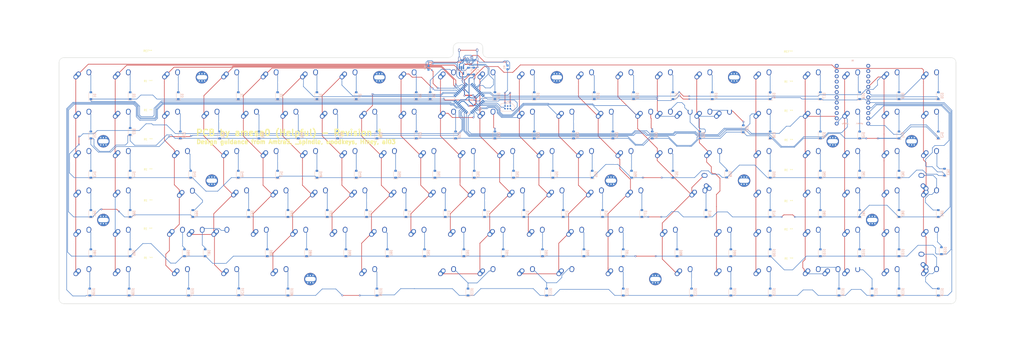
<source format=kicad_pcb>
(kicad_pcb (version 20171130) (host pcbnew "(5.0.0-rc2-dev-733-g23a9fcd91)")
  (layers (0 F.Cu signal) (31 B.Cu signal) (34 B.Paste user) (35 F.Paste user) (36 B.SilkS user) (37 F.SilkS user) (38 B.Mask user) (39 F.Mask user) (44 Edge.Cuts user))
  (net 0 "")
  (net 1 ROW0)
  (net 2 "Net-(D1-Pad2)")
  (net 3 "Net-(D2-Pad2)")
  (net 4 "Net-(D3-Pad2)")
  (net 5 "Net-(D4-Pad2)")
  (net 6 "Net-(D5-Pad2)")
  (net 7 "Net-(D6-Pad2)")
  (net 8 "Net-(D7-Pad2)")
  (net 9 "Net-(D8-Pad2)")
  (net 10 "Net-(D9-Pad2)")
  (net 11 "Net-(D10-Pad2)")
  (net 12 "Net-(D11-Pad2)")
  (net 13 "Net-(D12-Pad2)")
  (net 14 "Net-(D13-Pad2)")
  (net 15 "Net-(D14-Pad2)")
  (net 16 "Net-(D15-Pad2)")
  (net 17 "Net-(D16-Pad2)")
  (net 18 "Net-(D17-Pad2)")
  (net 19 "Net-(D18-Pad2)")
  (net 20 "Net-(D19-Pad2)")
  (net 21 "Net-(D20-Pad2)")
  (net 22 ROW1)
  (net 23 "Net-(D21-Pad2)")
  (net 24 "Net-(D22-Pad2)")
  (net 25 "Net-(D23-Pad2)")
  (net 26 "Net-(D24-Pad2)")
  (net 27 "Net-(D25-Pad2)")
  (net 28 "Net-(D26-Pad2)")
  (net 29 "Net-(D27-Pad2)")
  (net 30 "Net-(D28-Pad2)")
  (net 31 "Net-(D29-Pad2)")
  (net 32 "Net-(D30-Pad2)")
  (net 33 "Net-(D31-Pad2)")
  (net 34 "Net-(D32-Pad2)")
  (net 35 "Net-(D33-Pad2)")
  (net 36 "Net-(D34-Pad2)")
  (net 37 "Net-(D35-Pad2)")
  (net 38 "Net-(D36-Pad2)")
  (net 39 "Net-(D37-Pad2)")
  (net 40 "Net-(D38-Pad2)")
  (net 41 "Net-(D39-Pad2)")
  (net 42 "Net-(D40-Pad2)")
  (net 43 "Net-(D41-Pad2)")
  (net 44 "Net-(D42-Pad2)")
  (net 45 ROW2)
  (net 46 "Net-(D43-Pad2)")
  (net 47 "Net-(D44-Pad2)")
  (net 48 "Net-(D45-Pad2)")
  (net 49 "Net-(D46-Pad2)")
  (net 50 "Net-(D47-Pad2)")
  (net 51 "Net-(D48-Pad2)")
  (net 52 "Net-(D49-Pad2)")
  (net 53 "Net-(D50-Pad2)")
  (net 54 "Net-(D51-Pad2)")
  (net 55 "Net-(D52-Pad2)")
  (net 56 "Net-(D53-Pad2)")
  (net 57 "Net-(D54-Pad2)")
  (net 58 "Net-(D55-Pad2)")
  (net 59 "Net-(D56-Pad2)")
  (net 60 "Net-(D57-Pad2)")
  (net 61 "Net-(D58-Pad2)")
  (net 62 "Net-(D59-Pad2)")
  (net 63 "Net-(D60-Pad2)")
  (net 64 "Net-(D61-Pad2)")
  (net 65 "Net-(D62-Pad2)")
  (net 66 "Net-(D63-Pad2)")
  (net 67 "Net-(D64-Pad2)")
  (net 68 ROW3)
  (net 69 "Net-(D65-Pad2)")
  (net 70 "Net-(D66-Pad2)")
  (net 71 "Net-(D67-Pad2)")
  (net 72 "Net-(D68-Pad2)")
  (net 73 "Net-(D69-Pad2)")
  (net 74 "Net-(D70-Pad2)")
  (net 75 "Net-(D71-Pad2)")
  (net 76 "Net-(D72-Pad2)")
  (net 77 "Net-(D73-Pad2)")
  (net 78 "Net-(D74-Pad2)")
  (net 79 "Net-(D75-Pad2)")
  (net 80 "Net-(D76-Pad2)")
  (net 81 "Net-(D77-Pad2)")
  (net 82 "Net-(D78-Pad2)")
  (net 83 "Net-(D79-Pad2)")
  (net 84 "Net-(D80-Pad2)")
  (net 85 "Net-(D81-Pad2)")
  (net 86 "Net-(D82-Pad2)")
  (net 87 "Net-(D83-Pad2)")
  (net 88 ROW4)
  (net 89 "Net-(D84-Pad2)")
  (net 90 "Net-(D85-Pad2)")
  (net 91 "Net-(D86-Pad2)")
  (net 92 "Net-(D87-Pad2)")
  (net 93 "Net-(D88-Pad2)")
  (net 94 "Net-(D89-Pad2)")
  (net 95 "Net-(D90-Pad2)")
  (net 96 "Net-(D91-Pad2)")
  (net 97 "Net-(D92-Pad2)")
  (net 98 "Net-(D93-Pad2)")
  (net 99 "Net-(D94-Pad2)")
  (net 100 "Net-(D95-Pad2)")
  (net 101 "Net-(D96-Pad2)")
  (net 102 "Net-(D97-Pad2)")
  (net 103 "Net-(D98-Pad2)")
  (net 104 "Net-(D99-Pad2)")
  (net 105 "Net-(D100-Pad2)")
  (net 106 "Net-(D101-Pad2)")
  (net 107 "Net-(D102-Pad2)")
  (net 108 "Net-(D103-Pad2)")
  (net 109 "Net-(D104-Pad2)")
  (net 110 ROW5)
  (net 111 "Net-(D105-Pad2)")
  (net 112 "Net-(D106-Pad2)")
  (net 113 "Net-(D107-Pad2)")
  (net 114 "Net-(D108-Pad2)")
  (net 115 "Net-(D109-Pad2)")
  (net 116 "Net-(D110-Pad2)")
  (net 117 "Net-(D111-Pad2)")
  (net 118 "Net-(D112-Pad2)")
  (net 119 "Net-(D113-Pad2)")
  (net 120 "Net-(D114-Pad2)")
  (net 121 "Net-(D115-Pad2)")
  (net 122 "Net-(D116-Pad2)")
  (net 123 "Net-(D117-Pad2)")
  (net 124 "Net-(D118-Pad2)")
  (net 125 "Net-(D119-Pad2)")
  (net 126 "Net-(J1-PadA6)")
  (net 127 GND)
  (net 128 +5V)
  (net 129 "Net-(J1-PadA7)")
  (net 130 "Net-(J1-PadA8)")
  (net 131 "Net-(J1-PadB5)")
  (net 132 "Net-(J1-PadA5)")
  (net 133 "Net-(J1-PadB8)")
  (net 134 COL0)
  (net 135 COL1)
  (net 136 COL2)
  (net 137 COL3)
  (net 138 COL4)
  (net 139 COL5)
  (net 140 COL6)
  (net 141 COL7)
  (net 142 COL8)
  (net 143 COL9)
  (net 144 COL10)
  (net 145 COL11)
  (net 146 COL12)
  (net 147 COL13)
  (net 148 COL14)
  (net 149 COL15)
  (net 150 COL16)
  (net 151 COL17)
  (net 152 COL18)
  (net 153 COL19)
  (net 154 PDI)
  (net 155 VCC)
  (net 156 "Net-(P1-Pad3)")
  (net 157 "Net-(P1-Pad4)")
  (net 158 RST)
  (net 159 "Net-(U1-Pad4)")
  (net 160 SDA)
  (net 161 SCL)
  (net 162 "Net-(D120-Pad2)")
  (net 163 "Net-(B1-Pad1)")
  (net 164 "Net-(B1-Pad2)")
  (net 165 "Net-(B1-Pad3)")
  (net 166 "Net-(B1-Pad4)")
  (net 167 "Net-(B1-Pad21)")
  (net 168 "Net-(B1-Pad22)")
  (net 169 "Net-(B1-Pad23)")
  (net 170 "Net-(B1-Pad24)")
  (net 171 "Net-(B1-Pad15)")
  (net 172 "Net-(B1-Pad16)")
  (net 173 "Net-(B1-Pad17)")
  (net 174 "Net-(B1-Pad18)")
  (net 175 "Net-(B1-Pad19)")
  (net 176 "Net-(B1-Pad20)")
  (net 177 "Net-(U2-Pad23)")
  (net 178 "Net-(U2-Pad24)")
  (net 179 COL20)
  (net 180 COL21)
  (module ai03_hybrid:MX-1U-NoLED (layer F.Cu) (at 107.15625 90.4875)
    (fp_text reference K3)
    (fp_text value KEYSW)
    (pad 2 thru_hole oval (at 2.5 -4.5 86.0548) (size 2.831378 2.25) (drill 1.47 (offset 0.290689 0)) (layers *.Cu B.Mask) (net 4 "Net-(D3-Pad2)"))
    (pad 2 thru_hole circle (at 2.54 -5.08) (size 2.25 2.25) (drill 1.47) (layers *.Cu B.Mask) (net 4 "Net-(D3-Pad2)"))
    (pad 1 thru_hole oval (at -3.81 -2.54 48.0996) (size 4.211556 2.25) (drill 1.47 (offset 0.980778 0)) (layers *.Cu B.Mask) (net 136 COL2))
    (pad "" np_thru_hole circle (at 0 0) (size 3.9878 3.9878) (drill 3.9878) (layers *.Cu *.Mask))
    (pad 1 thru_hole circle (at -2.5 -4) (size 2.25 2.25) (drill 1.47) (layers *.Cu B.Mask) (net 136 COL2))
    (pad "" np_thru_hole circle (at -5.08 0 48.0996) (size 1.75 1.75) (drill 1.75) (layers *.Cu *.Mask))
    (pad "" np_thru_hole circle (at 5.08 0 48.0996) (size 1.75 1.75) (drill 1.75) (layers *.Cu *.Mask))
  )
  (module Helpful:slot_10mm (layer F.Cu) (at 95.53 175.05)
    (fp_text reference REF** (at 0 0.5) (layer F.SilkS))
    (fp_text value slot_10mm)
    (pad "" np_thru_hole oval (at 0 12.7) (size 1 8) (drill oval 1 8) (layers *.Cu *.Mask))
  )
  (module Helpful:slot_10mm (layer F.Cu) (at 95.43 132.22)
    (fp_text reference REF** (at 0 0.5) (layer F.SilkS))
    (fp_text value slot_10mm)
    (pad "" np_thru_hole oval (at 0 12.7) (size 1 8) (drill oval 1 8) (layers *.Cu *.Mask))
  )
  (module Helpful:slot_10mm (layer F.Cu) (at 95.48 117.67)
    (fp_text reference REF** (at 0 0.5) (layer F.SilkS))
    (fp_text value slot_10mm)
    (pad "" np_thru_hole oval (at 0 12.7) (size 1 8) (drill oval 1 8) (layers *.Cu *.Mask))
  )
  (module Helpful:slot_10mm (layer F.Cu) (at 95.43 147.24)
    (fp_text reference REF** (at 0 0.5) (layer F.SilkS))
    (fp_text value slot_10mm)
    (pad "" np_thru_hole oval (at 0 12.7) (size 1 8) (drill oval 1 8) (layers *.Cu *.Mask))
  )
  (module Helpful:slot_10mm (layer F.Cu) (at 95.27 74.89)
    (fp_text reference REF** (at 0 0.5) (layer F.SilkS))
    (fp_text value slot_10mm)
    (pad "" np_thru_hole oval (at 0 12.7) (size 1 8) (drill oval 1 8) (layers *.Cu *.Mask))
  )
  (module Helpful:slot_10mm (layer F.Cu) (at 95.37 160.91)
    (fp_text reference REF** (at 0 0.5) (layer F.SilkS))
    (fp_text value slot_10mm)
    (pad "" np_thru_hole oval (at 0 12.7) (size 1 8) (drill oval 1 8) (layers *.Cu *.Mask))
  )
  (module Helpful:slot_10mm (layer F.Cu) (at 95.43 103.56)
    (fp_text reference REF** (at 0 0.5) (layer F.SilkS))
    (fp_text value slot_10mm)
    (pad "" np_thru_hole oval (at 0 12.7) (size 1 8) (drill oval 1 8) (layers *.Cu *.Mask))
  )
  (module Helpful:slot_10mm (layer F.Cu) (at 95.43 89.47)
    (fp_text reference REF** (at 0 0.5) (layer F.SilkS))
    (fp_text value slot_10mm)
    (pad "" np_thru_hole oval (at 0 12.7) (size 1 8) (drill oval 1 8) (layers *.Cu *.Mask))
  )
  (module ai03_hybrid:MX-1U-NoLED (layer F.Cu) (at 392.90625 109.5375)
    (fp_text reference K38)
    (fp_text value KEYSW)
    (pad 2 thru_hole oval (at 2.5 -4.5 86.0548) (size 2.831378 2.25) (drill 1.47 (offset 0.290689 0)) (layers *.Cu B.Mask) (net 40 "Net-(D38-Pad2)"))
    (pad 2 thru_hole circle (at 2.54 -5.08) (size 2.25 2.25) (drill 1.47) (layers *.Cu B.Mask) (net 40 "Net-(D38-Pad2)"))
    (pad 1 thru_hole oval (at -3.81 -2.54 48.0996) (size 4.211556 2.25) (drill 1.47 (offset 0.980778 0)) (layers *.Cu B.Mask) (net 151 COL17))
    (pad "" np_thru_hole circle (at 0 0) (size 3.9878 3.9878) (drill 3.9878) (layers *.Cu *.Mask))
    (pad 1 thru_hole circle (at -2.5 -4) (size 2.25 2.25) (drill 1.47) (layers *.Cu B.Mask) (net 151 COL17))
    (pad "" np_thru_hole circle (at -5.08 0 48.0996) (size 1.75 1.75) (drill 1.75) (layers *.Cu *.Mask))
    (pad "" np_thru_hole circle (at 5.08 0 48.0996) (size 1.75 1.75) (drill 1.75) (layers *.Cu *.Mask))
  )
  (module ai03_hybrid:MX-1U-NoLED (layer F.Cu) (at 297.65625 109.5375)
    (fp_text reference K33)
    (fp_text value KEYSW)
    (pad "" np_thru_hole circle (at 5.08 0 48.0996) (size 1.75 1.75) (drill 1.75) (layers *.Cu *.Mask))
    (pad "" np_thru_hole circle (at -5.08 0 48.0996) (size 1.75 1.75) (drill 1.75) (layers *.Cu *.Mask))
    (pad 1 thru_hole circle (at -2.5 -4) (size 2.25 2.25) (drill 1.47) (layers *.Cu B.Mask) (net 146 COL12))
    (pad "" np_thru_hole circle (at 0 0) (size 3.9878 3.9878) (drill 3.9878) (layers *.Cu *.Mask))
    (pad 1 thru_hole oval (at -3.81 -2.54 48.0996) (size 4.211556 2.25) (drill 1.47 (offset 0.980778 0)) (layers *.Cu B.Mask) (net 146 COL12))
    (pad 2 thru_hole circle (at 2.54 -5.08) (size 2.25 2.25) (drill 1.47) (layers *.Cu B.Mask) (net 35 "Net-(D33-Pad2)"))
    (pad 2 thru_hole oval (at 2.5 -4.5 86.0548) (size 2.831378 2.25) (drill 1.47 (offset 0.290689 0)) (layers *.Cu B.Mask) (net 35 "Net-(D33-Pad2)"))
  )
  (module ai03_hybrid:MX-1U-NoLED (layer F.Cu) (at 259.55625 109.5375)
    (fp_text reference K31)
    (fp_text value KEYSW)
    (pad 2 thru_hole oval (at 2.5 -4.5 86.0548) (size 2.831378 2.25) (drill 1.47 (offset 0.290689 0)) (layers *.Cu B.Mask) (net 33 "Net-(D31-Pad2)"))
    (pad 2 thru_hole circle (at 2.54 -5.08) (size 2.25 2.25) (drill 1.47) (layers *.Cu B.Mask) (net 33 "Net-(D31-Pad2)"))
    (pad 1 thru_hole oval (at -3.81 -2.54 48.0996) (size 4.211556 2.25) (drill 1.47 (offset 0.980778 0)) (layers *.Cu B.Mask) (net 144 COL10))
    (pad "" np_thru_hole circle (at 0 0) (size 3.9878 3.9878) (drill 3.9878) (layers *.Cu *.Mask))
    (pad 1 thru_hole circle (at -2.5 -4) (size 2.25 2.25) (drill 1.47) (layers *.Cu B.Mask) (net 144 COL10))
    (pad "" np_thru_hole circle (at -5.08 0 48.0996) (size 1.75 1.75) (drill 1.75) (layers *.Cu *.Mask))
    (pad "" np_thru_hole circle (at 5.08 0 48.0996) (size 1.75 1.75) (drill 1.75) (layers *.Cu *.Mask))
  )
  (module ai03_hybrid:MX-1.5U-NoLED (layer F.Cu) (at 111.91875 128.5875)
    (fp_text reference K47)
    (fp_text value KEYSW)
    (pad 2 thru_hole oval (at 2.5 -4.5 86.0548) (size 2.831378 2.25) (drill 1.47 (offset 0.290689 0)) (layers *.Cu B.Mask) (net 48 "Net-(D45-Pad2)"))
    (pad 2 thru_hole circle (at 2.54 -5.08) (size 2.25 2.25) (drill 1.47) (layers *.Cu B.Mask) (net 48 "Net-(D45-Pad2)"))
    (pad 1 thru_hole oval (at -3.81 -2.54 48.0996) (size 4.211556 2.25) (drill 1.47 (offset 0.980778 0)) (layers *.Cu B.Mask) (net 136 COL2))
    (pad "" np_thru_hole circle (at 0 0) (size 3.9878 3.9878) (drill 3.9878) (layers *.Cu *.Mask))
    (pad 1 thru_hole circle (at -2.5 -4) (size 2.25 2.25) (drill 1.47) (layers *.Cu B.Mask) (net 136 COL2))
    (pad "" np_thru_hole circle (at -5.08 0 48.0996) (size 1.75 1.75) (drill 1.75) (layers *.Cu *.Mask))
    (pad "" np_thru_hole circle (at 5.08 0 48.0996) (size 1.75 1.75) (drill 1.75) (layers *.Cu *.Mask))
  )
  (module Resistor_SMD:R_0603_1608Metric_Pad0.99x1.00mm_HandSolder (layer B.Cu) (at 269.09 83.3025 270)
    (fp_text reference R1 (at 0 1.45 270) (layer B.SilkS) (effects (justify mirror)))
    (fp_text value 5.1k)
    (pad 2 smd rect (at 0.8875 0 270) (size 0.995 1) (layers B.Cu B.Paste B.Mask) (net 127 GND))
    (pad 1 smd rect (at -0.8875 0 270) (size 0.995 1) (layers B.Cu B.Paste B.Mask) (net 131 "Net-(J1-PadB5)"))
  )
  (module Resistor_SMD:R_0603_1608Metric_Pad0.99x1.00mm_HandSolder (layer B.Cu) (at 230.91 83.5025 270)
    (fp_text reference R2 (at 0 1.45 270) (layer B.SilkS) (effects (justify mirror)))
    (fp_text value 5.1k)
    (pad 1 smd rect (at -0.8875 0 270) (size 0.995 1) (layers B.Cu B.Paste B.Mask) (net 132 "Net-(J1-PadA5)"))
    (pad 2 smd rect (at 0.8875 0 270) (size 0.995 1) (layers B.Cu B.Paste B.Mask) (net 127 GND))
  )
  (module ai03_hybrid:MX-1U-NoLED (layer F.Cu) (at 83.34375 147.6375)
    (fp_text reference K68)
    (fp_text value KEYSW)
    (pad 2 thru_hole oval (at 2.5 -4.5 86.0548) (size 2.831378 2.25) (drill 1.47 (offset 0.290689 0)) (layers *.Cu B.Mask) (net 69 "Net-(D65-Pad2)"))
    (pad 2 thru_hole circle (at 2.54 -5.08) (size 2.25 2.25) (drill 1.47) (layers *.Cu B.Mask) (net 69 "Net-(D65-Pad2)"))
    (pad 1 thru_hole oval (at -3.81 -2.54 48.0996) (size 4.211556 2.25) (drill 1.47 (offset 0.980778 0)) (layers *.Cu B.Mask) (net 135 COL1))
    (pad "" np_thru_hole circle (at 0 0) (size 3.9878 3.9878) (drill 3.9878) (layers *.Cu *.Mask))
    (pad 1 thru_hole circle (at -2.5 -4) (size 2.25 2.25) (drill 1.47) (layers *.Cu B.Mask) (net 135 COL1))
    (pad "" np_thru_hole circle (at -5.08 0 48.0996) (size 1.75 1.75) (drill 1.75) (layers *.Cu *.Mask))
    (pad "" np_thru_hole circle (at 5.08 0 48.0996) (size 1.75 1.75) (drill 1.75) (layers *.Cu *.Mask))
  )
  (module Helpful:slot_10mm (layer F.Cu) (at 404.76 75.21)
    (fp_text reference REF** (at 0 0.5) (layer F.SilkS))
    (fp_text value slot_10mm)
    (pad "" np_thru_hole oval (at 0 12.7) (size 1 8) (drill oval 1 8) (layers *.Cu *.Mask))
  )
  (module Helpful:slot_10mm (layer F.Cu) (at 404.92 89.79)
    (fp_text reference REF** (at 0 0.5) (layer F.SilkS))
    (fp_text value slot_10mm)
    (pad "" np_thru_hole oval (at 0 12.7) (size 1 8) (drill oval 1 8) (layers *.Cu *.Mask))
  )
  (module Helpful:slot_10mm (layer F.Cu) (at 404.92 103.88)
    (fp_text reference REF** (at 0 0.5) (layer F.SilkS))
    (fp_text value slot_10mm)
    (pad "" np_thru_hole oval (at 0 12.7) (size 1 8) (drill oval 1 8) (layers *.Cu *.Mask))
  )
  (module Diode_SMD:D_SOD-123 (layer B.Cu) (at 117 154 90)
    (fp_text reference D66 (at 0 2 90) (layer B.SilkS) (effects (justify mirror)))
    (fp_text value D)
    (pad 2 smd rect (at 1.65 0 90) (size 0.9 1.2) (layers B.Cu B.Paste B.Mask) (net 70 "Net-(D66-Pad2)"))
    (pad 1 smd rect (at -1.65 0 90) (size 0.9 1.2) (layers B.Cu B.Paste B.Mask) (net 68 ROW3))
  )
  (module ai03_hybrid:MX-1.75U-NoLED (layer F.Cu) (at 114.3 147.79625)
    (fp_text reference K69)
    (fp_text value KEYSW)
    (pad 2 thru_hole oval (at 2.5 -4.5 86.0548) (size 2.831378 2.25) (drill 1.47 (offset 0.290689 0)) (layers *.Cu B.Mask) (net 70 "Net-(D66-Pad2)"))
    (pad 2 thru_hole circle (at 2.54 -5.08) (size 2.25 2.25) (drill 1.47) (layers *.Cu B.Mask) (net 70 "Net-(D66-Pad2)"))
    (pad 1 thru_hole oval (at -3.81 -2.54 48.0996) (size 4.211556 2.25) (drill 1.47 (offset 0.980778 0)) (layers *.Cu B.Mask) (net 136 COL2))
    (pad "" np_thru_hole circle (at 0 0) (size 3.9878 3.9878) (drill 3.9878) (layers *.Cu *.Mask))
    (pad 1 thru_hole circle (at -2.5 -4) (size 2.25 2.25) (drill 1.47) (layers *.Cu B.Mask) (net 136 COL2))
    (pad "" np_thru_hole circle (at -5.08 0 48.0996) (size 1.75 1.75) (drill 1.75) (layers *.Cu *.Mask))
    (pad "" np_thru_hole circle (at 5.08 0 48.0996) (size 1.75 1.75) (drill 1.75) (layers *.Cu *.Mask))
  )
  (module ai03_hybrid:MX-2.25U-NoLED (layer F.Cu) (at 361.95 147.6375)
    (fp_text reference K81)
    (fp_text value KEYSW)
    (pad "" np_thru_hole circle (at 11.938 8.255) (size 3.9878 3.9878) (drill 3.9878) (layers *.Cu *.Mask))
    (pad "" np_thru_hole circle (at -11.938 8.255) (size 3.9878 3.9878) (drill 3.9878) (layers *.Cu *.Mask))
    (pad "" np_thru_hole circle (at 11.938 -6.985) (size 3.048 3.048) (drill 3.048) (layers *.Cu *.Mask))
    (pad "" np_thru_hole circle (at -11.938 -6.985) (size 3.048 3.048) (drill 3.048) (layers *.Cu *.Mask))
    (pad "" np_thru_hole circle (at 5.08 0 48.0996) (size 1.75 1.75) (drill 1.75) (layers *.Cu *.Mask))
    (pad "" np_thru_hole circle (at -5.08 0 48.0996) (size 1.75 1.75) (drill 1.75) (layers *.Cu *.Mask))
    (pad 1 thru_hole circle (at -2.5 -4) (size 2.25 2.25) (drill 1.47) (layers *.Cu B.Mask) (net 148 COL14))
    (pad "" np_thru_hole circle (at 0 0) (size 3.9878 3.9878) (drill 3.9878) (layers *.Cu *.Mask))
    (pad 1 thru_hole oval (at -3.81 -2.54 48.0996) (size 4.211556 2.25) (drill 1.47 (offset 0.980778 0)) (layers *.Cu B.Mask) (net 148 COL14))
    (pad 2 thru_hole circle (at 2.54 -5.08) (size 2.25 2.25) (drill 1.47) (layers *.Cu B.Mask) (net 82 "Net-(D78-Pad2)"))
    (pad 2 thru_hole oval (at 2.5 -4.5 86.0548) (size 2.831378 2.25) (drill 1.47 (offset 0.290689 0)) (layers *.Cu B.Mask) (net 82 "Net-(D78-Pad2)"))
  )
  (module Diode_SMD:D_SOD-123 (layer B.Cu) (at 329 135 90)
    (fp_text reference D56 (at 0 2 90) (layer B.SilkS) (effects (justify mirror)))
    (fp_text value D)
    (pad 2 smd rect (at 1.65 0 90) (size 0.9 1.2) (layers B.Cu B.Paste B.Mask) (net 59 "Net-(D56-Pad2)"))
    (pad 1 smd rect (at -1.65 0 90) (size 0.9 1.2) (layers B.Cu B.Paste B.Mask) (net 45 ROW2))
  )
  (module Helpful:slot_10mm (layer F.Cu) (at 404.86 161.23)
    (fp_text reference REF** (at 0 0.5) (layer F.SilkS))
    (fp_text value slot_10mm)
    (pad "" np_thru_hole oval (at 0 12.7) (size 1 8) (drill oval 1 8) (layers *.Cu *.Mask))
  )
  (module Diode_SMD:D_SOD-123 (layer B.Cu) (at 250.18 85.12 90)
    (fp_text reference C1 (at 0 2 90) (layer B.SilkS) (effects (justify mirror)))
    (fp_text value 10uf)
    (pad 2 smd rect (at 1.65 0 90) (size 0.9 1.2) (layers B.Cu B.Paste B.Mask) (net 127 GND))
    (pad 1 smd rect (at -1.65 0 90) (size 0.9 1.2) (layers B.Cu B.Paste B.Mask) (net 155 VCC))
  )
  (module Diode_SMD:D_SOD-123 (layer B.Cu) (at 252.82 85.11 90)
    (fp_text reference C2 (at 0 2 90) (layer B.SilkS) (effects (justify mirror)))
    (fp_text value 0.4uf)
    (pad 2 smd rect (at 1.65 0 90) (size 0.9 1.2) (layers B.Cu B.Paste B.Mask) (net 127 GND))
    (pad 1 smd rect (at -1.65 0 90) (size 0.9 1.2) (layers B.Cu B.Paste B.Mask) (net 155 VCC))
  )
  (module Diode_SMD:D_SOD-123 (layer B.Cu) (at 67.7625 97 90)
    (fp_text reference D1 (at 0 2 90) (layer B.SilkS) (effects (justify mirror)))
    (fp_text value D)
    (pad 1 smd rect (at -1.65 0 90) (size 0.9 1.2) (layers B.Cu B.Paste B.Mask) (net 1 ROW0))
    (pad 2 smd rect (at 1.65 0 90) (size 0.9 1.2) (layers B.Cu B.Paste B.Mask) (net 2 "Net-(D1-Pad2)"))
  )
  (module Diode_SMD:D_SOD-123 (layer B.Cu) (at 86.7625 97 90)
    (fp_text reference D2 (at 0 2 90) (layer B.SilkS) (effects (justify mirror)))
    (fp_text value D)
    (pad 2 smd rect (at 1.65 0 90) (size 0.9 1.2) (layers B.Cu B.Paste B.Mask) (net 3 "Net-(D2-Pad2)"))
    (pad 1 smd rect (at -1.65 0 90) (size 0.9 1.2) (layers B.Cu B.Paste B.Mask) (net 1 ROW0))
  )
  (module Diode_SMD:D_SOD-123 (layer B.Cu) (at 110 97 90)
    (fp_text reference D3 (at 0 2 90) (layer B.SilkS) (effects (justify mirror)))
    (fp_text value D)
    (pad 1 smd rect (at -1.65 0 90) (size 0.9 1.2) (layers B.Cu B.Paste B.Mask) (net 1 ROW0))
    (pad 2 smd rect (at 1.65 0 90) (size 0.9 1.2) (layers B.Cu B.Paste B.Mask) (net 4 "Net-(D3-Pad2)"))
  )
  (module Diode_SMD:D_SOD-123 (layer B.Cu) (at 139 97 90)
    (fp_text reference D4 (at 0 2 90) (layer B.SilkS) (effects (justify mirror)))
    (fp_text value D)
    (pad 2 smd rect (at 1.65 0 90) (size 0.9 1.2) (layers B.Cu B.Paste B.Mask) (net 5 "Net-(D4-Pad2)"))
    (pad 1 smd rect (at -1.65 0 90) (size 0.9 1.2) (layers B.Cu B.Paste B.Mask) (net 1 ROW0))
  )
  (module Diode_SMD:D_SOD-123 (layer B.Cu) (at 158 97 90)
    (fp_text reference D5 (at 0 2 90) (layer B.SilkS) (effects (justify mirror)))
    (fp_text value D)
    (pad 1 smd rect (at -1.65 0 90) (size 0.9 1.2) (layers B.Cu B.Paste B.Mask) (net 1 ROW0))
    (pad 2 smd rect (at 1.65 0 90) (size 0.9 1.2) (layers B.Cu B.Paste B.Mask) (net 6 "Net-(D5-Pad2)"))
  )
  (module Diode_SMD:D_SOD-123 (layer B.Cu) (at 177 97 90)
    (fp_text reference D6 (at 0 2 90) (layer B.SilkS) (effects (justify mirror)))
    (fp_text value D)
    (pad 2 smd rect (at 1.65 0 90) (size 0.9 1.2) (layers B.Cu B.Paste B.Mask) (net 7 "Net-(D6-Pad2)"))
    (pad 1 smd rect (at -1.65 0 90) (size 0.9 1.2) (layers B.Cu B.Paste B.Mask) (net 1 ROW0))
  )
  (module Diode_SMD:D_SOD-123 (layer B.Cu) (at 196 97 90)
    (fp_text reference D7 (at 0 2 90) (layer B.SilkS) (effects (justify mirror)))
    (fp_text value D)
    (pad 1 smd rect (at -1.65 0 90) (size 0.9 1.2) (layers B.Cu B.Paste B.Mask) (net 1 ROW0))
    (pad 2 smd rect (at 1.65 0 90) (size 0.9 1.2) (layers B.Cu B.Paste B.Mask) (net 8 "Net-(D7-Pad2)"))
  )
  (module Diode_SMD:D_SOD-123 (layer B.Cu) (at 225 97 90)
    (fp_text reference D8 (at 0 2 90) (layer B.SilkS) (effects (justify mirror)))
    (fp_text value D)
    (pad 2 smd rect (at 1.65 0 90) (size 0.9 1.2) (layers B.Cu B.Paste B.Mask) (net 9 "Net-(D8-Pad2)"))
    (pad 1 smd rect (at -1.65 0 90) (size 0.9 1.2) (layers B.Cu B.Paste B.Mask) (net 1 ROW0))
  )
  (module Diode_SMD:D_SOD-123 (layer B.Cu) (at 231.73 96.97 90)
    (fp_text reference D9 (at 0 2 90) (layer B.SilkS) (effects (justify mirror)))
    (fp_text value D)
    (pad 1 smd rect (at -1.65 0 90) (size 0.9 1.2) (layers B.Cu B.Paste B.Mask) (net 1 ROW0))
    (pad 2 smd rect (at 1.65 0 90) (size 0.9 1.2) (layers B.Cu B.Paste B.Mask) (net 10 "Net-(D9-Pad2)"))
  )
  (module Diode_SMD:D_SOD-123 (layer B.Cu) (at 263 97 90)
    (fp_text reference D10 (at 0 2 90) (layer B.SilkS) (effects (justify mirror)))
    (fp_text value D)
    (pad 1 smd rect (at -1.65 0 90) (size 0.9 1.2) (layers B.Cu B.Paste B.Mask) (net 1 ROW0))
    (pad 2 smd rect (at 1.65 0 90) (size 0.9 1.2) (layers B.Cu B.Paste B.Mask) (net 11 "Net-(D10-Pad2)"))
  )
  (module Diode_SMD:D_SOD-123 (layer B.Cu) (at 282 97 90)
    (fp_text reference D11 (at 0 2 90) (layer B.SilkS) (effects (justify mirror)))
    (fp_text value D)
    (pad 1 smd rect (at -1.65 0 90) (size 0.9 1.2) (layers B.Cu B.Paste B.Mask) (net 1 ROW0))
    (pad 2 smd rect (at 1.65 0 90) (size 0.9 1.2) (layers B.Cu B.Paste B.Mask) (net 12 "Net-(D11-Pad2)"))
  )
  (module Diode_SMD:D_SOD-123 (layer B.Cu) (at 311 97 90)
    (fp_text reference D12 (at 0 2 90) (layer B.SilkS) (effects (justify mirror)))
    (fp_text value D)
    (pad 2 smd rect (at 1.65 0 90) (size 0.9 1.2) (layers B.Cu B.Paste B.Mask) (net 13 "Net-(D12-Pad2)"))
    (pad 1 smd rect (at -1.65 0 90) (size 0.9 1.2) (layers B.Cu B.Paste B.Mask) (net 1 ROW0))
  )
  (module Diode_SMD:D_SOD-123 (layer B.Cu) (at 330 97 90)
    (fp_text reference D13 (at 0 2 90) (layer B.SilkS) (effects (justify mirror)))
    (fp_text value D)
    (pad 1 smd rect (at -1.65 0 90) (size 0.9 1.2) (layers B.Cu B.Paste B.Mask) (net 1 ROW0))
    (pad 2 smd rect (at 1.65 0 90) (size 0.9 1.2) (layers B.Cu B.Paste B.Mask) (net 14 "Net-(D13-Pad2)"))
  )
  (module Diode_SMD:D_SOD-123 (layer B.Cu) (at 349 97 90)
    (fp_text reference D14 (at 0 2 90) (layer B.SilkS) (effects (justify mirror)))
    (fp_text value D)
    (pad 2 smd rect (at 1.65 0 90) (size 0.9 1.2) (layers B.Cu B.Paste B.Mask) (net 15 "Net-(D14-Pad2)"))
    (pad 1 smd rect (at -1.65 0 90) (size 0.9 1.2) (layers B.Cu B.Paste B.Mask) (net 1 ROW0))
  )
  (module Diode_SMD:D_SOD-123 (layer B.Cu) (at 368 97 90)
    (fp_text reference D15 (at 0 2 90) (layer B.SilkS) (effects (justify mirror)))
    (fp_text value D)
    (pad 1 smd rect (at -1.65 0 90) (size 0.9 1.2) (layers B.Cu B.Paste B.Mask) (net 1 ROW0))
    (pad 2 smd rect (at 1.65 0 90) (size 0.9 1.2) (layers B.Cu B.Paste B.Mask) (net 16 "Net-(D15-Pad2)"))
  )
  (module Diode_SMD:D_SOD-123 (layer B.Cu) (at 396 97 90)
    (fp_text reference D16 (at 0 2 90) (layer B.SilkS) (effects (justify mirror)))
    (fp_text value D)
    (pad 2 smd rect (at 1.65 0 90) (size 0.9 1.2) (layers B.Cu B.Paste B.Mask) (net 17 "Net-(D16-Pad2)"))
    (pad 1 smd rect (at -1.65 0 90) (size 0.9 1.2) (layers B.Cu B.Paste B.Mask) (net 1 ROW0))
  )
  (module Diode_SMD:D_SOD-123 (layer B.Cu) (at 420.2375 97 90)
    (fp_text reference D17 (at 0 2 90) (layer B.SilkS) (effects (justify mirror)))
    (fp_text value D)
    (pad 1 smd rect (at -1.65 0 90) (size 0.9 1.2) (layers B.Cu B.Paste B.Mask) (net 1 ROW0))
    (pad 2 smd rect (at 1.65 0 90) (size 0.9 1.2) (layers B.Cu B.Paste B.Mask) (net 18 "Net-(D17-Pad2)"))
  )
  (module Diode_SMD:D_SOD-123 (layer B.Cu) (at 439.2375 97 90)
    (fp_text reference D18 (at 0 2 90) (layer B.SilkS) (effects (justify mirror)))
    (fp_text value D)
    (pad 2 smd rect (at 1.65 0 90) (size 0.9 1.2) (layers B.Cu B.Paste B.Mask) (net 19 "Net-(D18-Pad2)"))
    (pad 1 smd rect (at -1.65 0 90) (size 0.9 1.2) (layers B.Cu B.Paste B.Mask) (net 1 ROW0))
  )
  (module Diode_SMD:D_SOD-123 (layer B.Cu) (at 458.2375 97 90)
    (fp_text reference D19 (at 0 2 90) (layer B.SilkS) (effects (justify mirror)))
    (fp_text value D)
    (pad 1 smd rect (at -1.65 0 90) (size 0.9 1.2) (layers B.Cu B.Paste B.Mask) (net 1 ROW0))
    (pad 2 smd rect (at 1.65 0 90) (size 0.9 1.2) (layers B.Cu B.Paste B.Mask) (net 20 "Net-(D19-Pad2)"))
  )
  (module Diode_SMD:D_SOD-123 (layer B.Cu) (at 477.2375 97 90)
    (fp_text reference D20 (at 0 2 90) (layer B.SilkS) (effects (justify mirror)))
    (fp_text value D)
    (pad 2 smd rect (at 1.65 0 90) (size 0.9 1.2) (layers B.Cu B.Paste B.Mask) (net 21 "Net-(D20-Pad2)"))
    (pad 1 smd rect (at -1.65 0 90) (size 0.9 1.2) (layers B.Cu B.Paste B.Mask) (net 1 ROW0))
  )
  (module Diode_SMD:D_SOD-123 (layer B.Cu) (at 67.7625 116 90)
    (fp_text reference D21 (at 0 2 90) (layer B.SilkS) (effects (justify mirror)))
    (fp_text value D)
    (pad 1 smd rect (at -1.65 0 90) (size 0.9 1.2) (layers B.Cu B.Paste B.Mask) (net 22 ROW1))
    (pad 2 smd rect (at 1.65 0 90) (size 0.9 1.2) (layers B.Cu B.Paste B.Mask) (net 23 "Net-(D21-Pad2)"))
  )
  (module Diode_SMD:D_SOD-123 (layer B.Cu) (at 86.7625 114.3 90)
    (fp_text reference D22 (at 0 2 90) (layer B.SilkS) (effects (justify mirror)))
    (fp_text value D)
    (pad 2 smd rect (at 1.65 0 90) (size 0.9 1.2) (layers B.Cu B.Paste B.Mask) (net 24 "Net-(D22-Pad2)"))
    (pad 1 smd rect (at -1.65 0 90) (size 0.9 1.2) (layers B.Cu B.Paste B.Mask) (net 22 ROW1))
  )
  (module Diode_SMD:D_SOD-123 (layer B.Cu) (at 111 116 90)
    (fp_text reference D23 (at 0 2 90) (layer B.SilkS) (effects (justify mirror)))
    (fp_text value D)
    (pad 1 smd rect (at -1.65 0 90) (size 0.9 1.2) (layers B.Cu B.Paste B.Mask) (net 22 ROW1))
    (pad 2 smd rect (at 1.65 0 90) (size 0.9 1.2) (layers B.Cu B.Paste B.Mask) (net 25 "Net-(D23-Pad2)"))
  )
  (module Diode_SMD:D_SOD-123 (layer B.Cu) (at 130 116 90)
    (fp_text reference D24 (at 0 2 90) (layer B.SilkS) (effects (justify mirror)))
    (fp_text value D)
    (pad 2 smd rect (at 1.65 0 90) (size 0.9 1.2) (layers B.Cu B.Paste B.Mask) (net 26 "Net-(D24-Pad2)"))
    (pad 1 smd rect (at -1.65 0 90) (size 0.9 1.2) (layers B.Cu B.Paste B.Mask) (net 22 ROW1))
  )
  (module Diode_SMD:D_SOD-123 (layer B.Cu) (at 149 116 90)
    (fp_text reference D25 (at 0 2 90) (layer B.SilkS) (effects (justify mirror)))
    (fp_text value D)
    (pad 1 smd rect (at -1.65 0 90) (size 0.9 1.2) (layers B.Cu B.Paste B.Mask) (net 22 ROW1))
    (pad 2 smd rect (at 1.65 0 90) (size 0.9 1.2) (layers B.Cu B.Paste B.Mask) (net 27 "Net-(D25-Pad2)"))
  )
  (module Diode_SMD:D_SOD-123 (layer B.Cu) (at 168 116 90)
    (fp_text reference D26 (at 0 2 90) (layer B.SilkS) (effects (justify mirror)))
    (fp_text value D)
    (pad 2 smd rect (at 1.65 0 90) (size 0.9 1.2) (layers B.Cu B.Paste B.Mask) (net 28 "Net-(D26-Pad2)"))
    (pad 1 smd rect (at -1.65 0 90) (size 0.9 1.2) (layers B.Cu B.Paste B.Mask) (net 22 ROW1))
  )
  (module Diode_SMD:D_SOD-123 (layer B.Cu) (at 187 116 90)
    (fp_text reference D27 (at 0 2 90) (layer B.SilkS) (effects (justify mirror)))
    (fp_text value D)
    (pad 1 smd rect (at -1.65 0 90) (size 0.9 1.2) (layers B.Cu B.Paste B.Mask) (net 22 ROW1))
    (pad 2 smd rect (at 1.65 0 90) (size 0.9 1.2) (layers B.Cu B.Paste B.Mask) (net 29 "Net-(D27-Pad2)"))
  )
  (module Diode_SMD:D_SOD-123 (layer B.Cu) (at 206 116 90)
    (fp_text reference D28 (at 0 2 90) (layer B.SilkS) (effects (justify mirror)))
    (fp_text value D)
    (pad 2 smd rect (at 1.65 0 90) (size 0.9 1.2) (layers B.Cu B.Paste B.Mask) (net 30 "Net-(D28-Pad2)"))
    (pad 1 smd rect (at -1.65 0 90) (size 0.9 1.2) (layers B.Cu B.Paste B.Mask) (net 22 ROW1))
  )
  (module Diode_SMD:D_SOD-123 (layer B.Cu) (at 225 116 90)
    (fp_text reference D29 (at 0 2 90) (layer B.SilkS) (effects (justify mirror)))
    (fp_text value D)
    (pad 1 smd rect (at -1.65 0 90) (size 0.9 1.2) (layers B.Cu B.Paste B.Mask) (net 22 ROW1))
    (pad 2 smd rect (at 1.65 0 90) (size 0.9 1.2) (layers B.Cu B.Paste B.Mask) (net 31 "Net-(D29-Pad2)"))
  )
  (module Diode_SMD:D_SOD-123 (layer B.Cu) (at 244 116 90)
    (fp_text reference D30 (at 0 2 90) (layer B.SilkS) (effects (justify mirror)))
    (fp_text value D)
    (pad 2 smd rect (at 1.65 0 90) (size 0.9 1.2) (layers B.Cu B.Paste B.Mask) (net 32 "Net-(D30-Pad2)"))
    (pad 1 smd rect (at -1.65 0 90) (size 0.9 1.2) (layers B.Cu B.Paste B.Mask) (net 22 ROW1))
  )
  (module Diode_SMD:D_SOD-123 (layer B.Cu) (at 263 116 90)
    (fp_text reference D31 (at 0 2 90) (layer B.SilkS) (effects (justify mirror)))
    (fp_text value D)
    (pad 2 smd rect (at 1.65 0 90) (size 0.9 1.2) (layers B.Cu B.Paste B.Mask) (net 33 "Net-(D31-Pad2)"))
    (pad 1 smd rect (at -1.65 0 90) (size 0.9 1.2) (layers B.Cu B.Paste B.Mask) (net 22 ROW1))
  )
  (module Diode_SMD:D_SOD-123 (layer B.Cu) (at 282 116 90)
    (fp_text reference D32 (at 0 2 90) (layer B.SilkS) (effects (justify mirror)))
    (fp_text value D)
    (pad 2 smd rect (at 1.65 0 90) (size 0.9 1.2) (layers B.Cu B.Paste B.Mask) (net 34 "Net-(D32-Pad2)"))
    (pad 1 smd rect (at -1.65 0 90) (size 0.9 1.2) (layers B.Cu B.Paste B.Mask) (net 22 ROW1))
  )
  (module Diode_SMD:D_SOD-123 (layer B.Cu) (at 301 116 90)
    (fp_text reference D33 (at 0 2 90) (layer B.SilkS) (effects (justify mirror)))
    (fp_text value D)
    (pad 1 smd rect (at -1.65 0 90) (size 0.9 1.2) (layers B.Cu B.Paste B.Mask) (net 22 ROW1))
    (pad 2 smd rect (at 1.65 0 90) (size 0.9 1.2) (layers B.Cu B.Paste B.Mask) (net 35 "Net-(D33-Pad2)"))
  )
  (module Diode_SMD:D_SOD-123 (layer B.Cu) (at 320 116 90)
    (fp_text reference D34 (at 0 2 90) (layer B.SilkS) (effects (justify mirror)))
    (fp_text value D)
    (pad 2 smd rect (at 1.65 0 90) (size 0.9 1.2) (layers B.Cu B.Paste B.Mask) (net 36 "Net-(D34-Pad2)"))
    (pad 1 smd rect (at -1.65 0 90) (size 0.9 1.2) (layers B.Cu B.Paste B.Mask) (net 22 ROW1))
  )
  (module Diode_SMD:D_SOD-123 (layer B.Cu) (at 339 116 90)
    (fp_text reference D35 (at 0 2 90) (layer B.SilkS) (effects (justify mirror)))
    (fp_text value D)
    (pad 1 smd rect (at -1.65 0 90) (size 0.9 1.2) (layers B.Cu B.Paste B.Mask) (net 22 ROW1))
    (pad 2 smd rect (at 1.65 0 90) (size 0.9 1.2) (layers B.Cu B.Paste B.Mask) (net 37 "Net-(D35-Pad2)"))
  )
  (module Diode_SMD:D_SOD-123 (layer B.Cu) (at 362 116 90)
    (fp_text reference D36 (at 0 2 90) (layer B.SilkS) (effects (justify mirror)))
    (fp_text value D)
    (pad 2 smd rect (at 1.65 0 90) (size 0.9 1.2) (layers B.Cu B.Paste B.Mask) (net 38 "Net-(D36-Pad2)"))
    (pad 1 smd rect (at -1.65 0 90) (size 0.9 1.2) (layers B.Cu B.Paste B.Mask) (net 22 ROW1))
  )
  (module Diode_SMD:D_SOD-123 (layer B.Cu) (at 383 113 90)
    (fp_text reference D37 (at 0 2 90) (layer B.SilkS) (effects (justify mirror)))
    (fp_text value D)
    (pad 1 smd rect (at -1.65 0 90) (size 0.9 1.2) (layers B.Cu B.Paste B.Mask) (net 22 ROW1))
    (pad 2 smd rect (at 1.65 0 90) (size 0.9 1.2) (layers B.Cu B.Paste B.Mask) (net 39 "Net-(D37-Pad2)"))
  )
  (module Diode_SMD:D_SOD-123 (layer B.Cu) (at 396 116 90)
    (fp_text reference D38 (at 0 2 90) (layer B.SilkS) (effects (justify mirror)))
    (fp_text value D)
    (pad 2 smd rect (at 1.65 0 90) (size 0.9 1.2) (layers B.Cu B.Paste B.Mask) (net 40 "Net-(D38-Pad2)"))
    (pad 1 smd rect (at -1.65 0 90) (size 0.9 1.2) (layers B.Cu B.Paste B.Mask) (net 22 ROW1))
  )
  (module Diode_SMD:D_SOD-123 (layer B.Cu) (at 420.2375 116 90)
    (fp_text reference D39 (at 0 2 90) (layer B.SilkS) (effects (justify mirror)))
    (fp_text value D)
    (pad 1 smd rect (at -1.65 0 90) (size 0.9 1.2) (layers B.Cu B.Paste B.Mask) (net 22 ROW1))
    (pad 2 smd rect (at 1.65 0 90) (size 0.9 1.2) (layers B.Cu B.Paste B.Mask) (net 41 "Net-(D39-Pad2)"))
  )
  (module Diode_SMD:D_SOD-123 (layer B.Cu) (at 439.2375 116 90)
    (fp_text reference D40 (at 0 2 90) (layer B.SilkS) (effects (justify mirror)))
    (fp_text value D)
    (pad 2 smd rect (at 1.65 0 90) (size 0.9 1.2) (layers B.Cu B.Paste B.Mask) (net 42 "Net-(D40-Pad2)"))
    (pad 1 smd rect (at -1.65 0 90) (size 0.9 1.2) (layers B.Cu B.Paste B.Mask) (net 22 ROW1))
  )
  (module Diode_SMD:D_SOD-123 (layer B.Cu) (at 458.2375 116 90)
    (fp_text reference D41 (at 0 2 90) (layer B.SilkS) (effects (justify mirror)))
    (fp_text value D)
    (pad 2 smd rect (at 1.65 0 90) (size 0.9 1.2) (layers B.Cu B.Paste B.Mask) (net 43 "Net-(D41-Pad2)"))
    (pad 1 smd rect (at -1.65 0 90) (size 0.9 1.2) (layers B.Cu B.Paste B.Mask) (net 22 ROW1))
  )
  (module Diode_SMD:D_SOD-123 (layer B.Cu) (at 477.2375 116 90)
    (fp_text reference D42 (at 0 2 90) (layer B.SilkS) (effects (justify mirror)))
    (fp_text value D)
    (pad 2 smd rect (at 1.65 0 90) (size 0.9 1.2) (layers B.Cu B.Paste B.Mask) (net 44 "Net-(D42-Pad2)"))
    (pad 1 smd rect (at -1.65 0 90) (size 0.9 1.2) (layers B.Cu B.Paste B.Mask) (net 22 ROW1))
  )
  (module Diode_SMD:D_SOD-123 (layer B.Cu) (at 67.7625 135 90)
    (fp_text reference D43 (at 0 2 90) (layer B.SilkS) (effects (justify mirror)))
    (fp_text value D)
    (pad 1 smd rect (at -1.65 0 90) (size 0.9 1.2) (layers B.Cu B.Paste B.Mask) (net 45 ROW2))
    (pad 2 smd rect (at 1.65 0 90) (size 0.9 1.2) (layers B.Cu B.Paste B.Mask) (net 46 "Net-(D43-Pad2)"))
  )
  (module Diode_SMD:D_SOD-123 (layer B.Cu) (at 86.7625 135 90)
    (fp_text reference D44 (at 0 2 90) (layer B.SilkS) (effects (justify mirror)))
    (fp_text value D)
    (pad 2 smd rect (at 1.65 0 90) (size 0.9 1.2) (layers B.Cu B.Paste B.Mask) (net 47 "Net-(D44-Pad2)"))
    (pad 1 smd rect (at -1.65 0 90) (size 0.9 1.2) (layers B.Cu B.Paste B.Mask) (net 45 ROW2))
  )
  (module Diode_SMD:D_SOD-123 (layer B.Cu) (at 116 135 90)
    (fp_text reference D45 (at 0 2 90) (layer B.SilkS) (effects (justify mirror)))
    (fp_text value D)
    (pad 1 smd rect (at -1.65 0 90) (size 0.9 1.2) (layers B.Cu B.Paste B.Mask) (net 45 ROW2))
    (pad 2 smd rect (at 1.65 0 90) (size 0.9 1.2) (layers B.Cu B.Paste B.Mask) (net 48 "Net-(D45-Pad2)"))
  )
  (module Diode_SMD:D_SOD-123 (layer B.Cu) (at 139 135 90)
    (fp_text reference D46 (at 0 2 90) (layer B.SilkS) (effects (justify mirror)))
    (fp_text value D)
    (pad 2 smd rect (at 1.65 0 90) (size 0.9 1.2) (layers B.Cu B.Paste B.Mask) (net 49 "Net-(D46-Pad2)"))
    (pad 1 smd rect (at -1.65 0 90) (size 0.9 1.2) (layers B.Cu B.Paste B.Mask) (net 45 ROW2))
  )
  (module Diode_SMD:D_SOD-123 (layer B.Cu) (at 158 135 90)
    (fp_text reference D47 (at 0 2 90) (layer B.SilkS) (effects (justify mirror)))
    (fp_text value D)
    (pad 1 smd rect (at -1.65 0 90) (size 0.9 1.2) (layers B.Cu B.Paste B.Mask) (net 45 ROW2))
    (pad 2 smd rect (at 1.65 0 90) (size 0.9 1.2) (layers B.Cu B.Paste B.Mask) (net 50 "Net-(D47-Pad2)"))
  )
  (module Diode_SMD:D_SOD-123 (layer B.Cu) (at 177 135 90)
    (fp_text reference D48 (at 0 2 90) (layer B.SilkS) (effects (justify mirror)))
    (fp_text value D)
    (pad 2 smd rect (at 1.65 0 90) (size 0.9 1.2) (layers B.Cu B.Paste B.Mask) (net 51 "Net-(D48-Pad2)"))
    (pad 1 smd rect (at -1.65 0 90) (size 0.9 1.2) (layers B.Cu B.Paste B.Mask) (net 45 ROW2))
  )
  (module Diode_SMD:D_SOD-123 (layer B.Cu) (at 196 135 90)
    (fp_text reference D49 (at 0 2 90) (layer B.SilkS) (effects (justify mirror)))
    (fp_text value D)
    (pad 1 smd rect (at -1.65 0 90) (size 0.9 1.2) (layers B.Cu B.Paste B.Mask) (net 45 ROW2))
    (pad 2 smd rect (at 1.65 0 90) (size 0.9 1.2) (layers B.Cu B.Paste B.Mask) (net 52 "Net-(D49-Pad2)"))
  )
  (module Diode_SMD:D_SOD-123 (layer B.Cu) (at 215 135 90)
    (fp_text reference D50 (at 0 2 90) (layer B.SilkS) (effects (justify mirror)))
    (fp_text value D)
    (pad 2 smd rect (at 1.65 0 90) (size 0.9 1.2) (layers B.Cu B.Paste B.Mask) (net 53 "Net-(D50-Pad2)"))
    (pad 1 smd rect (at -1.65 0 90) (size 0.9 1.2) (layers B.Cu B.Paste B.Mask) (net 45 ROW2))
  )
  (module Diode_SMD:D_SOD-123 (layer B.Cu) (at 234 135 90)
    (fp_text reference D51 (at 0 2 90) (layer B.SilkS) (effects (justify mirror)))
    (fp_text value D)
    (pad 1 smd rect (at -1.65 0 90) (size 0.9 1.2) (layers B.Cu B.Paste B.Mask) (net 45 ROW2))
    (pad 2 smd rect (at 1.65 0 90) (size 0.9 1.2) (layers B.Cu B.Paste B.Mask) (net 54 "Net-(D51-Pad2)"))
  )
  (module Diode_SMD:D_SOD-123 (layer B.Cu) (at 253 135 90)
    (fp_text reference D52 (at 0 2 90) (layer B.SilkS) (effects (justify mirror)))
    (fp_text value D)
    (pad 2 smd rect (at 1.65 0 90) (size 0.9 1.2) (layers B.Cu B.Paste B.Mask) (net 55 "Net-(D52-Pad2)"))
    (pad 1 smd rect (at -1.65 0 90) (size 0.9 1.2) (layers B.Cu B.Paste B.Mask) (net 45 ROW2))
  )
  (module Diode_SMD:D_SOD-123 (layer B.Cu) (at 272 135 90)
    (fp_text reference D53 (at 0 2 90) (layer B.SilkS) (effects (justify mirror)))
    (fp_text value D)
    (pad 1 smd rect (at -1.65 0 90) (size 0.9 1.2) (layers B.Cu B.Paste B.Mask) (net 45 ROW2))
    (pad 2 smd rect (at 1.65 0 90) (size 0.9 1.2) (layers B.Cu B.Paste B.Mask) (net 56 "Net-(D53-Pad2)"))
  )
  (module Diode_SMD:D_SOD-123 (layer B.Cu) (at 291 135 90)
    (fp_text reference D54 (at 0 2 90) (layer B.SilkS) (effects (justify mirror)))
    (fp_text value D)
    (pad 2 smd rect (at 1.65 0 90) (size 0.9 1.2) (layers B.Cu B.Paste B.Mask) (net 57 "Net-(D54-Pad2)"))
    (pad 1 smd rect (at -1.65 0 90) (size 0.9 1.2) (layers B.Cu B.Paste B.Mask) (net 45 ROW2))
  )
  (module Diode_SMD:D_SOD-123 (layer B.Cu) (at 310 135 90)
    (fp_text reference D55 (at 0 2 90) (layer B.SilkS) (effects (justify mirror)))
    (fp_text value D)
    (pad 1 smd rect (at -1.65 0 90) (size 0.9 1.2) (layers B.Cu B.Paste B.Mask) (net 45 ROW2))
    (pad 2 smd rect (at 1.65 0 90) (size 0.9 1.2) (layers B.Cu B.Paste B.Mask) (net 58 "Net-(D55-Pad2)"))
  )
  (module Diode_SMD:D_SOD-123 (layer B.Cu) (at 349 135 90)
    (fp_text reference D57 (at 0 2 90) (layer B.SilkS) (effects (justify mirror)))
    (fp_text value D)
    (pad 1 smd rect (at -1.65 0 90) (size 0.9 1.2) (layers B.Cu B.Paste B.Mask) (net 45 ROW2))
    (pad 2 smd rect (at 1.65 0 90) (size 0.9 1.2) (layers B.Cu B.Paste B.Mask) (net 60 "Net-(D57-Pad2)"))
  )
  (module Diode_SMD:D_SOD-123 (layer B.Cu) (at 374.97 134.91 90)
    (fp_text reference D58 (at 0 2 90) (layer B.SilkS) (effects (justify mirror)))
    (fp_text value D)
    (pad 2 smd rect (at 1.65 0 90) (size 0.9 1.2) (layers B.Cu B.Paste B.Mask) (net 61 "Net-(D58-Pad2)"))
    (pad 1 smd rect (at -1.65 0 90) (size 0.9 1.2) (layers B.Cu B.Paste B.Mask) (net 45 ROW2))
  )
  (module Diode_SMD:D_SOD-123 (layer B.Cu) (at 396 135 90)
    (fp_text reference D59 (at 0 2 90) (layer B.SilkS) (effects (justify mirror)))
    (fp_text value D)
    (pad 1 smd rect (at -1.65 0 90) (size 0.9 1.2) (layers B.Cu B.Paste B.Mask) (net 45 ROW2))
    (pad 2 smd rect (at 1.65 0 90) (size 0.9 1.2) (layers B.Cu B.Paste B.Mask) (net 62 "Net-(D59-Pad2)"))
  )
  (module Diode_SMD:D_SOD-123 (layer B.Cu) (at 420.2375 135 90)
    (fp_text reference D60 (at 0 2 90) (layer B.SilkS) (effects (justify mirror)))
    (fp_text value D)
    (pad 2 smd rect (at 1.65 0 90) (size 0.9 1.2) (layers B.Cu B.Paste B.Mask) (net 63 "Net-(D60-Pad2)"))
    (pad 1 smd rect (at -1.65 0 90) (size 0.9 1.2) (layers B.Cu B.Paste B.Mask) (net 45 ROW2))
  )
  (module Diode_SMD:D_SOD-123 (layer B.Cu) (at 439.2375 135 90)
    (fp_text reference D61 (at 0 2 90) (layer B.SilkS) (effects (justify mirror)))
    (fp_text value D)
    (pad 1 smd rect (at -1.65 0 90) (size 0.9 1.2) (layers B.Cu B.Paste B.Mask) (net 45 ROW2))
    (pad 2 smd rect (at 1.65 0 90) (size 0.9 1.2) (layers B.Cu B.Paste B.Mask) (net 64 "Net-(D61-Pad2)"))
  )
  (module Diode_SMD:D_SOD-123 (layer B.Cu) (at 458.2375 135 90)
    (fp_text reference D62 (at 0 2 90) (layer B.SilkS) (effects (justify mirror)))
    (fp_text value D)
    (pad 2 smd rect (at 1.65 0 90) (size 0.9 1.2) (layers B.Cu B.Paste B.Mask) (net 65 "Net-(D62-Pad2)"))
    (pad 1 smd rect (at -1.65 0 90) (size 0.9 1.2) (layers B.Cu B.Paste B.Mask) (net 45 ROW2))
  )
  (module Diode_SMD:D_SOD-123 (layer B.Cu) (at 480.2375 134 90)
    (fp_text reference D63 (at 0 2 90) (layer B.SilkS) (effects (justify mirror)))
    (fp_text value D)
    (pad 1 smd rect (at -1.65 0 90) (size 0.9 1.2) (layers B.Cu B.Paste B.Mask) (net 45 ROW2))
    (pad 2 smd rect (at 1.65 0 90) (size 0.9 1.2) (layers B.Cu B.Paste B.Mask) (net 66 "Net-(D63-Pad2)"))
  )
  (module Diode_SMD:D_SOD-123 (layer B.Cu) (at 67.7625 154 90)
    (fp_text reference D64 (at 0 2 90) (layer B.SilkS) (effects (justify mirror)))
    (fp_text value D)
    (pad 2 smd rect (at 1.65 0 90) (size 0.9 1.2) (layers B.Cu B.Paste B.Mask) (net 67 "Net-(D64-Pad2)"))
    (pad 1 smd rect (at -1.65 0 90) (size 0.9 1.2) (layers B.Cu B.Paste B.Mask) (net 68 ROW3))
  )
  (module Diode_SMD:D_SOD-123 (layer B.Cu) (at 86.7625 154 90)
    (fp_text reference D65 (at 0 2 90) (layer B.SilkS) (effects (justify mirror)))
    (fp_text value D)
    (pad 1 smd rect (at -1.65 0 90) (size 0.9 1.2) (layers B.Cu B.Paste B.Mask) (net 68 ROW3))
    (pad 2 smd rect (at 1.65 0 90) (size 0.9 1.2) (layers B.Cu B.Paste B.Mask) (net 69 "Net-(D65-Pad2)"))
  )
  (module Diode_SMD:D_SOD-123 (layer B.Cu) (at 144 154 90)
    (fp_text reference D67 (at 0 2 90) (layer B.SilkS) (effects (justify mirror)))
    (fp_text value D)
    (pad 1 smd rect (at -1.65 0 90) (size 0.9 1.2) (layers B.Cu B.Paste B.Mask) (net 68 ROW3))
    (pad 2 smd rect (at 1.65 0 90) (size 0.9 1.2) (layers B.Cu B.Paste B.Mask) (net 71 "Net-(D67-Pad2)"))
  )
  (module Diode_SMD:D_SOD-123 (layer B.Cu) (at 163 154 90)
    (fp_text reference D68 (at 0 2 90) (layer B.SilkS) (effects (justify mirror)))
    (fp_text value D)
    (pad 2 smd rect (at 1.65 0 90) (size 0.9 1.2) (layers B.Cu B.Paste B.Mask) (net 72 "Net-(D68-Pad2)"))
    (pad 1 smd rect (at -1.65 0 90) (size 0.9 1.2) (layers B.Cu B.Paste B.Mask) (net 68 ROW3))
  )
  (module Diode_SMD:D_SOD-123 (layer B.Cu) (at 182 154 90)
    (fp_text reference D69 (at 0 2 90) (layer B.SilkS) (effects (justify mirror)))
    (fp_text value D)
    (pad 1 smd rect (at -1.65 0 90) (size 0.9 1.2) (layers B.Cu B.Paste B.Mask) (net 68 ROW3))
    (pad 2 smd rect (at 1.65 0 90) (size 0.9 1.2) (layers B.Cu B.Paste B.Mask) (net 73 "Net-(D69-Pad2)"))
  )
  (module Diode_SMD:D_SOD-123 (layer B.Cu) (at 201 154 90)
    (fp_text reference D70 (at 0 2 90) (layer B.SilkS) (effects (justify mirror)))
    (fp_text value D)
    (pad 2 smd rect (at 1.65 0 90) (size 0.9 1.2) (layers B.Cu B.Paste B.Mask) (net 74 "Net-(D70-Pad2)"))
    (pad 1 smd rect (at -1.65 0 90) (size 0.9 1.2) (layers B.Cu B.Paste B.Mask) (net 68 ROW3))
  )
  (module Diode_SMD:D_SOD-123 (layer B.Cu) (at 220 154 90)
    (fp_text reference D71 (at 0 2 90) (layer B.SilkS) (effects (justify mirror)))
    (fp_text value D)
    (pad 1 smd rect (at -1.65 0 90) (size 0.9 1.2) (layers B.Cu B.Paste B.Mask) (net 68 ROW3))
    (pad 2 smd rect (at 1.65 0 90) (size 0.9 1.2) (layers B.Cu B.Paste B.Mask) (net 75 "Net-(D71-Pad2)"))
  )
  (module Diode_SMD:D_SOD-123 (layer B.Cu) (at 239 154 90)
    (fp_text reference D72 (at 0 2 90) (layer B.SilkS) (effects (justify mirror)))
    (fp_text value D)
    (pad 2 smd rect (at 1.65 0 90) (size 0.9 1.2) (layers B.Cu B.Paste B.Mask) (net 76 "Net-(D72-Pad2)"))
    (pad 1 smd rect (at -1.65 0 90) (size 0.9 1.2) (layers B.Cu B.Paste B.Mask) (net 68 ROW3))
  )
  (module Diode_SMD:D_SOD-123 (layer B.Cu) (at 258 154 90)
    (fp_text reference D73 (at 0 2 90) (layer B.SilkS) (effects (justify mirror)))
    (fp_text value D)
    (pad 1 smd rect (at -1.65 0 90) (size 0.9 1.2) (layers B.Cu B.Paste B.Mask) (net 68 ROW3))
    (pad 2 smd rect (at 1.65 0 90) (size 0.9 1.2) (layers B.Cu B.Paste B.Mask) (net 77 "Net-(D73-Pad2)"))
  )
  (module Diode_SMD:D_SOD-123 (layer B.Cu) (at 277 154 90)
    (fp_text reference D74 (at 0 2 90) (layer B.SilkS) (effects (justify mirror)))
    (fp_text value D)
    (pad 1 smd rect (at -1.65 0 90) (size 0.9 1.2) (layers B.Cu B.Paste B.Mask) (net 68 ROW3))
    (pad 2 smd rect (at 1.65 0 90) (size 0.9 1.2) (layers B.Cu B.Paste B.Mask) (net 78 "Net-(D74-Pad2)"))
  )
  (module Diode_SMD:D_SOD-123 (layer B.Cu) (at 296 154 90)
    (fp_text reference D75 (at 0 2 90) (layer B.SilkS) (effects (justify mirror)))
    (fp_text value D)
    (pad 1 smd rect (at -1.65 0 90) (size 0.9 1.2) (layers B.Cu B.Paste B.Mask) (net 68 ROW3))
    (pad 2 smd rect (at 1.65 0 90) (size 0.9 1.2) (layers B.Cu B.Paste B.Mask) (net 79 "Net-(D75-Pad2)"))
  )
  (module Diode_SMD:D_SOD-123 (layer B.Cu) (at 315 154 90)
    (fp_text reference D76 (at 0 2 90) (layer B.SilkS) (effects (justify mirror)))
    (fp_text value D)
    (pad 2 smd rect (at 1.65 0 90) (size 0.9 1.2) (layers B.Cu B.Paste B.Mask) (net 80 "Net-(D76-Pad2)"))
    (pad 1 smd rect (at -1.65 0 90) (size 0.9 1.2) (layers B.Cu B.Paste B.Mask) (net 68 ROW3))
  )
  (module Diode_SMD:D_SOD-123 (layer B.Cu) (at 334 154 90)
    (fp_text reference D77 (at 0 2 90) (layer B.SilkS) (effects (justify mirror)))
    (fp_text value D)
    (pad 1 smd rect (at -1.65 0 90) (size 0.9 1.2) (layers B.Cu B.Paste B.Mask) (net 68 ROW3))
    (pad 2 smd rect (at 1.65 0 90) (size 0.9 1.2) (layers B.Cu B.Paste B.Mask) (net 81 "Net-(D77-Pad2)"))
  )
  (module Diode_SMD:D_SOD-123 (layer B.Cu) (at 365 154 90)
    (fp_text reference D78 (at 0 2 90) (layer B.SilkS) (effects (justify mirror)))
    (fp_text value D)
    (pad 2 smd rect (at 1.65 0 90) (size 0.9 1.2) (layers B.Cu B.Paste B.Mask) (net 82 "Net-(D78-Pad2)"))
    (pad 1 smd rect (at -1.65 0 90) (size 0.9 1.2) (layers B.Cu B.Paste B.Mask) (net 68 ROW3))
  )
  (module Diode_SMD:D_SOD-123 (layer B.Cu) (at 396 154 90)
    (fp_text reference D79 (at 0 2 90) (layer B.SilkS) (effects (justify mirror)))
    (fp_text value D)
    (pad 1 smd rect (at -1.65 0 90) (size 0.9 1.2) (layers B.Cu B.Paste B.Mask) (net 68 ROW3))
    (pad 2 smd rect (at 1.65 0 90) (size 0.9 1.2) (layers B.Cu B.Paste B.Mask) (net 83 "Net-(D79-Pad2)"))
  )
  (module Diode_SMD:D_SOD-123 (layer B.Cu) (at 420.2375 154 90)
    (fp_text reference D80 (at 0 2 90) (layer B.SilkS) (effects (justify mirror)))
    (fp_text value D)
    (pad 2 smd rect (at 1.65 0 90) (size 0.9 1.2) (layers B.Cu B.Paste B.Mask) (net 84 "Net-(D80-Pad2)"))
    (pad 1 smd rect (at -1.65 0 90) (size 0.9 1.2) (layers B.Cu B.Paste B.Mask) (net 68 ROW3))
  )
  (module Diode_SMD:D_SOD-123 (layer B.Cu) (at 439.2375 154 90)
    (fp_text reference D81 (at 0 2 90) (layer B.SilkS) (effects (justify mirror)))
    (fp_text value D)
    (pad 1 smd rect (at -1.65 0 90) (size 0.9 1.2) (layers B.Cu B.Paste B.Mask) (net 68 ROW3))
    (pad 2 smd rect (at 1.65 0 90) (size 0.9 1.2) (layers B.Cu B.Paste B.Mask) (net 85 "Net-(D81-Pad2)"))
  )
  (module Diode_SMD:D_SOD-123 (layer B.Cu) (at 458.2375 154 90)
    (fp_text reference D82 (at 0 2 90) (layer B.SilkS) (effects (justify mirror)))
    (fp_text value D)
    (pad 2 smd rect (at 1.65 0 90) (size 0.9 1.2) (layers B.Cu B.Paste B.Mask) (net 86 "Net-(D82-Pad2)"))
    (pad 1 smd rect (at -1.65 0 90) (size 0.9 1.2) (layers B.Cu B.Paste B.Mask) (net 68 ROW3))
  )
  (module Diode_SMD:D_SOD-123 (layer B.Cu) (at 477.2375 154 90)
    (fp_text reference D83 (at 0 2 90) (layer B.SilkS) (effects (justify mirror)))
    (fp_text value D)
    (pad 1 smd rect (at -1.65 0 90) (size 0.9 1.2) (layers B.Cu B.Paste B.Mask) (net 68 ROW3))
    (pad 2 smd rect (at 1.65 0 90) (size 0.9 1.2) (layers B.Cu B.Paste B.Mask) (net 87 "Net-(D83-Pad2)"))
  )
  (module Diode_SMD:D_SOD-123 (layer B.Cu) (at 67.7625 173 90)
    (fp_text reference D84 (at 0 2 90) (layer B.SilkS) (effects (justify mirror)))
    (fp_text value D)
    (pad 1 smd rect (at -1.65 0 90) (size 0.9 1.2) (layers B.Cu B.Paste B.Mask) (net 88 ROW4))
    (pad 2 smd rect (at 1.65 0 90) (size 0.9 1.2) (layers B.Cu B.Paste B.Mask) (net 89 "Net-(D84-Pad2)"))
  )
  (module Diode_SMD:D_SOD-123 (layer B.Cu) (at 86.7625 173 90)
    (fp_text reference D85 (at 0 2 90) (layer B.SilkS) (effects (justify mirror)))
    (fp_text value D)
    (pad 1 smd rect (at -1.65 0 90) (size 0.9 1.2) (layers B.Cu B.Paste B.Mask) (net 88 ROW4))
    (pad 2 smd rect (at 1.65 0 90) (size 0.9 1.2) (layers B.Cu B.Paste B.Mask) (net 90 "Net-(D85-Pad2)"))
  )
  (module Diode_SMD:D_SOD-123 (layer B.Cu) (at 113 173 90)
    (fp_text reference D86 (at 0 2 90) (layer B.SilkS) (effects (justify mirror)))
    (fp_text value D)
    (pad 1 smd rect (at -1.65 0 90) (size 0.9 1.2) (layers B.Cu B.Paste B.Mask) (net 88 ROW4))
    (pad 2 smd rect (at 1.65 0 90) (size 0.9 1.2) (layers B.Cu B.Paste B.Mask) (net 91 "Net-(D86-Pad2)"))
  )
  (module Diode_SMD:D_SOD-123 (layer B.Cu) (at 123 173 90)
    (fp_text reference D87 (at 0 2 90) (layer B.SilkS) (effects (justify mirror)))
    (fp_text value D)
    (pad 2 smd rect (at 1.65 0 90) (size 0.9 1.2) (layers B.Cu B.Paste B.Mask) (net 92 "Net-(D87-Pad2)"))
    (pad 1 smd rect (at -1.65 0 90) (size 0.9 1.2) (layers B.Cu B.Paste B.Mask) (net 88 ROW4))
  )
  (module Diode_SMD:D_SOD-123 (layer B.Cu) (at 153 173 90)
    (fp_text reference D88 (at 0 2 90) (layer B.SilkS) (effects (justify mirror)))
    (fp_text value D)
    (pad 1 smd rect (at -1.65 0 90) (size 0.9 1.2) (layers B.Cu B.Paste B.Mask) (net 88 ROW4))
    (pad 2 smd rect (at 1.65 0 90) (size 0.9 1.2) (layers B.Cu B.Paste B.Mask) (net 93 "Net-(D88-Pad2)"))
  )
  (module Diode_SMD:D_SOD-123 (layer B.Cu) (at 172 173 90)
    (fp_text reference D89 (at 0 2 90) (layer B.SilkS) (effects (justify mirror)))
    (fp_text value D)
    (pad 2 smd rect (at 1.65 0 90) (size 0.9 1.2) (layers B.Cu B.Paste B.Mask) (net 94 "Net-(D89-Pad2)"))
    (pad 1 smd rect (at -1.65 0 90) (size 0.9 1.2) (layers B.Cu B.Paste B.Mask) (net 88 ROW4))
  )
  (module Diode_SMD:D_SOD-123 (layer B.Cu) (at 191 173 90)
    (fp_text reference D90 (at 0 2 90) (layer B.SilkS) (effects (justify mirror)))
    (fp_text value D)
    (pad 2 smd rect (at 1.65 0 90) (size 0.9 1.2) (layers B.Cu B.Paste B.Mask) (net 95 "Net-(D90-Pad2)"))
    (pad 1 smd rect (at -1.65 0 90) (size 0.9 1.2) (layers B.Cu B.Paste B.Mask) (net 88 ROW4))
  )
  (module Diode_SMD:D_SOD-123 (layer B.Cu) (at 211 173 90)
    (fp_text reference D91 (at 0 2 90) (layer B.SilkS) (effects (justify mirror)))
    (fp_text value D)
    (pad 1 smd rect (at -1.65 0 90) (size 0.9 1.2) (layers B.Cu B.Paste B.Mask) (net 88 ROW4))
    (pad 2 smd rect (at 1.65 0 90) (size 0.9 1.2) (layers B.Cu B.Paste B.Mask) (net 96 "Net-(D91-Pad2)"))
  )
  (module Diode_SMD:D_SOD-123 (layer B.Cu) (at 229 173 90)
    (fp_text reference D92 (at 0 2 90) (layer B.SilkS) (effects (justify mirror)))
    (fp_text value D)
    (pad 2 smd rect (at 1.65 0 90) (size 0.9 1.2) (layers B.Cu B.Paste B.Mask) (net 97 "Net-(D92-Pad2)"))
    (pad 1 smd rect (at -1.65 0 90) (size 0.9 1.2) (layers B.Cu B.Paste B.Mask) (net 88 ROW4))
  )
  (module Diode_SMD:D_SOD-123 (layer B.Cu) (at 248 173 90)
    (fp_text reference D93 (at 0 2 90) (layer B.SilkS) (effects (justify mirror)))
    (fp_text value D)
    (pad 2 smd rect (at 1.65 0 90) (size 0.9 1.2) (layers B.Cu B.Paste B.Mask) (net 98 "Net-(D93-Pad2)"))
    (pad 1 smd rect (at -1.65 0 90) (size 0.9 1.2) (layers B.Cu B.Paste B.Mask) (net 88 ROW4))
  )
  (module Diode_SMD:D_SOD-123 (layer B.Cu) (at 267 173 90)
    (fp_text reference D94 (at 0 2 90) (layer B.SilkS) (effects (justify mirror)))
    (fp_text value D)
    (pad 2 smd rect (at 1.65 0 90) (size 0.9 1.2) (layers B.Cu B.Paste B.Mask) (net 99 "Net-(D94-Pad2)"))
    (pad 1 smd rect (at -1.65 0 90) (size 0.9 1.2) (layers B.Cu B.Paste B.Mask) (net 88 ROW4))
  )
  (module Diode_SMD:D_SOD-123 (layer B.Cu) (at 286 173 90)
    (fp_text reference D95 (at 0 2 90) (layer B.SilkS) (effects (justify mirror)))
    (fp_text value D)
    (pad 2 smd rect (at 1.65 0 90) (size 0.9 1.2) (layers B.Cu B.Paste B.Mask) (net 100 "Net-(D95-Pad2)"))
    (pad 1 smd rect (at -1.65 0 90) (size 0.9 1.2) (layers B.Cu B.Paste B.Mask) (net 88 ROW4))
  )
  (module Diode_SMD:D_SOD-123 (layer B.Cu) (at 306 173 90)
    (fp_text reference D96 (at 0 2 90) (layer B.SilkS) (effects (justify mirror)))
    (fp_text value D)
    (pad 2 smd rect (at 1.65 0 90) (size 0.9 1.2) (layers B.Cu B.Paste B.Mask) (net 101 "Net-(D96-Pad2)"))
    (pad 1 smd rect (at -1.65 0 90) (size 0.9 1.2) (layers B.Cu B.Paste B.Mask) (net 88 ROW4))
  )
  (module Diode_SMD:D_SOD-123 (layer B.Cu) (at 325 173 90)
    (fp_text reference D97 (at 0 2 90) (layer B.SilkS) (effects (justify mirror)))
    (fp_text value D)
    (pad 2 smd rect (at 1.65 0 90) (size 0.9 1.2) (layers B.Cu B.Paste B.Mask) (net 102 "Net-(D97-Pad2)"))
    (pad 1 smd rect (at -1.65 0 90) (size 0.9 1.2) (layers B.Cu B.Paste B.Mask) (net 88 ROW4))
  )
  (module Diode_SMD:D_SOD-123 (layer B.Cu) (at 351 173 90)
    (fp_text reference D98 (at 0 2 90) (layer B.SilkS) (effects (justify mirror)))
    (fp_text value D)
    (pad 1 smd rect (at -1.65 0 90) (size 0.9 1.2) (layers B.Cu B.Paste B.Mask) (net 88 ROW4))
    (pad 2 smd rect (at 1.65 0 90) (size 0.9 1.2) (layers B.Cu B.Paste B.Mask) (net 103 "Net-(D98-Pad2)"))
  )
  (module Diode_SMD:D_SOD-123 (layer B.Cu) (at 377 173 90)
    (fp_text reference D99 (at 0 2 90) (layer B.SilkS) (effects (justify mirror)))
    (fp_text value D)
    (pad 1 smd rect (at -1.65 0 90) (size 0.9 1.2) (layers B.Cu B.Paste B.Mask) (net 88 ROW4))
    (pad 2 smd rect (at 1.65 0 90) (size 0.9 1.2) (layers B.Cu B.Paste B.Mask) (net 104 "Net-(D99-Pad2)"))
  )
  (module Diode_SMD:D_SOD-123 (layer B.Cu) (at 396 173 90)
    (fp_text reference D100 (at 0 2 90) (layer B.SilkS) (effects (justify mirror)))
    (fp_text value D)
    (pad 2 smd rect (at 1.65 0 90) (size 0.9 1.2) (layers B.Cu B.Paste B.Mask) (net 105 "Net-(D100-Pad2)"))
    (pad 1 smd rect (at -1.65 0 90) (size 0.9 1.2) (layers B.Cu B.Paste B.Mask) (net 88 ROW4))
  )
  (module Diode_SMD:D_SOD-123 (layer B.Cu) (at 420.2375 173 90)
    (fp_text reference D101 (at 0 2 90) (layer B.SilkS) (effects (justify mirror)))
    (fp_text value D)
    (pad 2 smd rect (at 1.65 0 90) (size 0.9 1.2) (layers B.Cu B.Paste B.Mask) (net 106 "Net-(D101-Pad2)"))
    (pad 1 smd rect (at -1.65 0 90) (size 0.9 1.2) (layers B.Cu B.Paste B.Mask) (net 88 ROW4))
  )
  (module Diode_SMD:D_SOD-123 (layer B.Cu) (at 439.2375 173 90)
    (fp_text reference D102 (at 0 2 90) (layer B.SilkS) (effects (justify mirror)))
    (fp_text value D)
    (pad 2 smd rect (at 1.65 0 90) (size 0.9 1.2) (layers B.Cu B.Paste B.Mask) (net 107 "Net-(D102-Pad2)"))
    (pad 1 smd rect (at -1.65 0 90) (size 0.9 1.2) (layers B.Cu B.Paste B.Mask) (net 88 ROW4))
  )
  (module Diode_SMD:D_SOD-123 (layer B.Cu) (at 458.2375 173 90)
    (fp_text reference D103 (at 0 2 90) (layer B.SilkS) (effects (justify mirror)))
    (fp_text value D)
    (pad 2 smd rect (at 1.65 0 90) (size 0.9 1.2) (layers B.Cu B.Paste B.Mask) (net 108 "Net-(D103-Pad2)"))
    (pad 1 smd rect (at -1.65 0 90) (size 0.9 1.2) (layers B.Cu B.Paste B.Mask) (net 88 ROW4))
  )
  (module Diode_SMD:D_SOD-123 (layer B.Cu) (at 478.7375 172 90)
    (fp_text reference D104 (at 0 2 90) (layer B.SilkS) (effects (justify mirror)))
    (fp_text value D)
    (pad 1 smd rect (at -1.65 0 90) (size 0.9 1.2) (layers B.Cu B.Paste B.Mask) (net 88 ROW4))
    (pad 2 smd rect (at 1.65 0 90) (size 0.9 1.2) (layers B.Cu B.Paste B.Mask) (net 109 "Net-(D104-Pad2)"))
  )
  (module Diode_SMD:D_SOD-123 (layer B.Cu) (at 67.2625 192 90)
    (fp_text reference D105 (at 0 2 90) (layer B.SilkS) (effects (justify mirror)))
    (fp_text value D)
    (pad 1 smd rect (at -1.65 0 90) (size 0.9 1.2) (layers B.Cu B.Paste B.Mask) (net 110 ROW5))
    (pad 2 smd rect (at 1.65 0 90) (size 0.9 1.2) (layers B.Cu B.Paste B.Mask) (net 111 "Net-(D105-Pad2)"))
  )
  (module Diode_SMD:D_SOD-123 (layer B.Cu) (at 86.2625 192 90)
    (fp_text reference D106 (at 0 2 90) (layer B.SilkS) (effects (justify mirror)))
    (fp_text value D)
    (pad 1 smd rect (at -1.65 0 90) (size 0.9 1.2) (layers B.Cu B.Paste B.Mask) (net 110 ROW5))
    (pad 2 smd rect (at 1.65 0 90) (size 0.9 1.2) (layers B.Cu B.Paste B.Mask) (net 112 "Net-(D106-Pad2)"))
  )
  (module Diode_SMD:D_SOD-123 (layer B.Cu) (at 115 192 90)
    (fp_text reference D107 (at 0 2 90) (layer B.SilkS) (effects (justify mirror)))
    (fp_text value D)
    (pad 2 smd rect (at 1.65 0 90) (size 0.9 1.2) (layers B.Cu B.Paste B.Mask) (net 113 "Net-(D107-Pad2)"))
    (pad 1 smd rect (at -1.65 0 90) (size 0.9 1.2) (layers B.Cu B.Paste B.Mask) (net 110 ROW5))
  )
  (module Diode_SMD:D_SOD-123 (layer B.Cu) (at 163 192 90)
    (fp_text reference D108 (at 0 2 90) (layer B.SilkS) (effects (justify mirror)))
    (fp_text value D)
    (pad 2 smd rect (at 1.65 0 90) (size 0.9 1.2) (layers B.Cu B.Paste B.Mask) (net 114 "Net-(D108-Pad2)"))
    (pad 1 smd rect (at -1.65 0 90) (size 0.9 1.2) (layers B.Cu B.Paste B.Mask) (net 110 ROW5))
  )
  (module Diode_SMD:D_SOD-123 (layer B.Cu) (at 206 192 90)
    (fp_text reference D109 (at 0 2 90) (layer B.SilkS) (effects (justify mirror)))
    (fp_text value D)
    (pad 1 smd rect (at -1.65 0 90) (size 0.9 1.2) (layers B.Cu B.Paste B.Mask) (net 110 ROW5))
    (pad 2 smd rect (at 1.65 0 90) (size 0.9 1.2) (layers B.Cu B.Paste B.Mask) (net 115 "Net-(D109-Pad2)"))
  )
  (module Diode_SMD:D_SOD-123 (layer B.Cu) (at 250 192 90)
    (fp_text reference D110 (at 0 2 90) (layer B.SilkS) (effects (justify mirror)))
    (fp_text value D)
    (pad 1 smd rect (at -1.65 0 90) (size 0.9 1.2) (layers B.Cu B.Paste B.Mask) (net 110 ROW5))
    (pad 2 smd rect (at 1.65 0 90) (size 0.9 1.2) (layers B.Cu B.Paste B.Mask) (net 116 "Net-(D110-Pad2)"))
  )
  (module Diode_SMD:D_SOD-123 (layer B.Cu) (at 288 192 90)
    (fp_text reference D111 (at 0 2 90) (layer B.SilkS) (effects (justify mirror)))
    (fp_text value D)
    (pad 1 smd rect (at -1.65 0 90) (size 0.9 1.2) (layers B.Cu B.Paste B.Mask) (net 110 ROW5))
    (pad 2 smd rect (at 1.65 0 90) (size 0.9 1.2) (layers B.Cu B.Paste B.Mask) (net 117 "Net-(D111-Pad2)"))
  )
  (module Diode_SMD:D_SOD-123 (layer B.Cu) (at 325 192 90)
    (fp_text reference D112 (at 0 2 90) (layer B.SilkS) (effects (justify mirror)))
    (fp_text value D)
    (pad 2 smd rect (at 1.65 0 90) (size 0.9 1.2) (layers B.Cu B.Paste B.Mask) (net 118 "Net-(D112-Pad2)"))
    (pad 1 smd rect (at -1.65 0 90) (size 0.9 1.2) (layers B.Cu B.Paste B.Mask) (net 110 ROW5))
  )
  (module Diode_SMD:D_SOD-123 (layer B.Cu) (at 358 192 90)
    (fp_text reference D113 (at 0 2 90) (layer B.SilkS) (effects (justify mirror)))
    (fp_text value D)
    (pad 1 smd rect (at -1.65 0 90) (size 0.9 1.2) (layers B.Cu B.Paste B.Mask) (net 110 ROW5))
    (pad 2 smd rect (at 1.65 0 90) (size 0.9 1.2) (layers B.Cu B.Paste B.Mask) (net 119 "Net-(D113-Pad2)"))
  )
  (module Diode_SMD:D_SOD-123 (layer B.Cu) (at 377 192 90)
    (fp_text reference D114 (at 0 2 90) (layer B.SilkS) (effects (justify mirror)))
    (fp_text value D)
    (pad 1 smd rect (at -1.65 0 90) (size 0.9 1.2) (layers B.Cu B.Paste B.Mask) (net 110 ROW5))
    (pad 2 smd rect (at 1.65 0 90) (size 0.9 1.2) (layers B.Cu B.Paste B.Mask) (net 120 "Net-(D114-Pad2)"))
  )
  (module Diode_SMD:D_SOD-123 (layer B.Cu) (at 396 192 90)
    (fp_text reference D115 (at 0 2 90) (layer B.SilkS) (effects (justify mirror)))
    (fp_text value D)
    (pad 1 smd rect (at -1.65 0 90) (size 0.9 1.2) (layers B.Cu B.Paste B.Mask) (net 110 ROW5))
    (pad 2 smd rect (at 1.65 0 90) (size 0.9 1.2) (layers B.Cu B.Paste B.Mask) (net 121 "Net-(D115-Pad2)"))
  )
  (module Diode_SMD:D_SOD-123 (layer B.Cu) (at 429.2375 192 90)
    (fp_text reference D116 (at 0 2 90) (layer B.SilkS) (effects (justify mirror)))
    (fp_text value D)
    (pad 1 smd rect (at -1.65 0 90) (size 0.9 1.2) (layers B.Cu B.Paste B.Mask) (net 110 ROW5))
    (pad 2 smd rect (at 1.65 0 90) (size 0.9 1.2) (layers B.Cu B.Paste B.Mask) (net 122 "Net-(D116-Pad2)"))
  )
  (module Diode_SMD:D_SOD-123 (layer B.Cu) (at 445.2375 192 90)
    (fp_text reference D117 (at 0 2 90) (layer B.SilkS) (effects (justify mirror)))
    (fp_text value D)
    (pad 1 smd rect (at -1.65 0 90) (size 0.9 1.2) (layers B.Cu B.Paste B.Mask) (net 110 ROW5))
    (pad 2 smd rect (at 1.65 0 90) (size 0.9 1.2) (layers B.Cu B.Paste B.Mask) (net 123 "Net-(D117-Pad2)"))
  )
  (module Diode_SMD:D_SOD-123 (layer B.Cu) (at 458.2375 192 90)
    (fp_text reference D118 (at 0 2 90) (layer B.SilkS) (effects (justify mirror)))
    (fp_text value D)
    (pad 2 smd rect (at 1.65 0 90) (size 0.9 1.2) (layers B.Cu B.Paste B.Mask) (net 124 "Net-(D118-Pad2)"))
    (pad 1 smd rect (at -1.65 0 90) (size 0.9 1.2) (layers B.Cu B.Paste B.Mask) (net 110 ROW5))
  )
  (module Diode_SMD:D_SOD-123 (layer B.Cu) (at 477.2375 192 90)
    (fp_text reference D119 (at 0 2 90) (layer B.SilkS) (effects (justify mirror)))
    (fp_text value D)
    (pad 1 smd rect (at -1.65 0 90) (size 0.9 1.2) (layers B.Cu B.Paste B.Mask) (net 110 ROW5))
    (pad 2 smd rect (at 1.65 0 90) (size 0.9 1.2) (layers B.Cu B.Paste B.Mask) (net 125 "Net-(D119-Pad2)"))
  )
  (module Keyplus_conn_usb:USB_TypeC_U31F-24SNA0201 (layer B.Cu) (at 250.07 72.43)
    (fp_text reference J1 (at 0 9.1) (layer B.SilkS) (effects (justify mirror)))
    (fp_text value USB_Type_C_2.0_Receptacle)
    (pad A6 smd rect (at -0.25 7.445) (size 0.3 1.15) (layers B.Cu B.Paste B.Mask) (net 126 "Net-(J1-PadA6)"))
    (pad B1 smd rect (at 3.2 7.445) (size 0.6 1.15) (layers B.Cu B.Paste B.Mask) (net 127 GND))
    (pad B4 smd rect (at 2.4 7.445) (size 0.6 1.15) (layers B.Cu B.Paste B.Mask) (net 128 +5V))
    (pad A4 smd rect (at -2.4 7.445) (size 0.6 1.15) (layers B.Cu B.Paste B.Mask) (net 128 +5V))
    (pad S1 thru_hole oval (at -4.32 6.78) (size 1 2.1) (drill oval 0.6 1.7) (layers *.Cu *.Mask) (net 127 GND))
    (pad "" np_thru_hole circle (at -2.89 6.28) (size 0.65 0.65) (drill 0.65) (layers *.Cu *.Mask))
    (pad S1 thru_hole oval (at 4.32 6.78) (size 1 2.1) (drill oval 0.6 1.7) (layers *.Cu *.Mask) (net 127 GND))
    (pad S1 thru_hole oval (at -4.32 2.6) (size 1 1.6) (drill oval 0.6 1.2) (layers *.Cu *.Mask) (net 127 GND))
    (pad S1 thru_hole oval (at 4.32 2.6) (size 1 1.6) (drill oval 0.6 1.2) (layers *.Cu *.Mask) (net 127 GND))
    (pad A1 smd rect (at -3.2 7.445) (size 0.6 1.15) (layers B.Cu B.Paste B.Mask) (net 127 GND))
    (pad "" np_thru_hole circle (at 2.89 6.28) (size 0.65 0.65) (drill 0.65) (layers *.Cu *.Mask))
    (pad A7 smd rect (at 0.25 7.445) (size 0.3 1.15) (layers B.Cu B.Paste B.Mask) (net 129 "Net-(J1-PadA7)"))
    (pad B6 smd rect (at 0.75 7.445) (size 0.3 1.15) (layers B.Cu B.Paste B.Mask) (net 126 "Net-(J1-PadA6)"))
    (pad A8 smd rect (at 1.25 7.445) (size 0.3 1.15) (layers B.Cu B.Paste B.Mask) (net 130 "Net-(J1-PadA8)"))
    (pad B5 smd rect (at 1.75 7.445) (size 0.3 1.15) (layers B.Cu B.Paste B.Mask) (net 131 "Net-(J1-PadB5)"))
    (pad B7 smd rect (at -0.75 7.445) (size 0.3 1.15) (layers B.Cu B.Paste B.Mask) (net 129 "Net-(J1-PadA7)"))
    (pad A5 smd rect (at -1.25 7.445) (size 0.3 1.15) (layers B.Cu B.Paste B.Mask) (net 132 "Net-(J1-PadA5)"))
    (pad B8 smd rect (at -1.75 7.445) (size 0.3 1.15) (layers B.Cu B.Paste B.Mask) (net 133 "Net-(J1-PadB8)"))
  )
  (module ai03_hybrid:MX-1U-NoLED (layer F.Cu) (at 64.29375 90.4875)
    (fp_text reference K1)
    (fp_text value KEYSW)
    (pad "" np_thru_hole circle (at 5.08 0 48.0996) (size 1.75 1.75) (drill 1.75) (layers *.Cu *.Mask))
    (pad "" np_thru_hole circle (at -5.08 0 48.0996) (size 1.75 1.75) (drill 1.75) (layers *.Cu *.Mask))
    (pad 1 thru_hole circle (at -2.5 -4) (size 2.25 2.25) (drill 1.47) (layers *.Cu B.Mask) (net 134 COL0))
    (pad "" np_thru_hole circle (at 0 0) (size 3.9878 3.9878) (drill 3.9878) (layers *.Cu *.Mask))
    (pad 1 thru_hole oval (at -3.81 -2.54 48.0996) (size 4.211556 2.25) (drill 1.47 (offset 0.980778 0)) (layers *.Cu B.Mask) (net 134 COL0))
    (pad 2 thru_hole circle (at 2.54 -5.08) (size 2.25 2.25) (drill 1.47) (layers *.Cu B.Mask) (net 2 "Net-(D1-Pad2)"))
    (pad 2 thru_hole oval (at 2.5 -4.5 86.0548) (size 2.831378 2.25) (drill 1.47 (offset 0.290689 0)) (layers *.Cu B.Mask) (net 2 "Net-(D1-Pad2)"))
  )
  (module ai03_hybrid:MX-1U-NoLED (layer F.Cu) (at 83.34375 90.4875)
    (fp_text reference K2)
    (fp_text value KEYSW)
    (pad "" np_thru_hole circle (at 5.08 0 48.0996) (size 1.75 1.75) (drill 1.75) (layers *.Cu *.Mask))
    (pad "" np_thru_hole circle (at -5.08 0 48.0996) (size 1.75 1.75) (drill 1.75) (layers *.Cu *.Mask))
    (pad 1 thru_hole circle (at -2.5 -4) (size 2.25 2.25) (drill 1.47) (layers *.Cu B.Mask) (net 135 COL1))
    (pad "" np_thru_hole circle (at 0 0) (size 3.9878 3.9878) (drill 3.9878) (layers *.Cu *.Mask))
    (pad 1 thru_hole oval (at -3.81 -2.54 48.0996) (size 4.211556 2.25) (drill 1.47 (offset 0.980778 0)) (layers *.Cu B.Mask) (net 135 COL1))
    (pad 2 thru_hole circle (at 2.54 -5.08) (size 2.25 2.25) (drill 1.47) (layers *.Cu B.Mask) (net 3 "Net-(D2-Pad2)"))
    (pad 2 thru_hole oval (at 2.5 -4.5 86.0548) (size 2.831378 2.25) (drill 1.47 (offset 0.290689 0)) (layers *.Cu B.Mask) (net 3 "Net-(D2-Pad2)"))
  )
  (module ai03_hybrid:MX-1U-NoLED (layer F.Cu) (at 135.73125 90.4875)
    (fp_text reference K4)
    (fp_text value KEYSW)
    (pad "" np_thru_hole circle (at 5.08 0 48.0996) (size 1.75 1.75) (drill 1.75) (layers *.Cu *.Mask))
    (pad "" np_thru_hole circle (at -5.08 0 48.0996) (size 1.75 1.75) (drill 1.75) (layers *.Cu *.Mask))
    (pad 1 thru_hole circle (at -2.5 -4) (size 2.25 2.25) (drill 1.47) (layers *.Cu B.Mask) (net 137 COL3))
    (pad "" np_thru_hole circle (at 0 0) (size 3.9878 3.9878) (drill 3.9878) (layers *.Cu *.Mask))
    (pad 1 thru_hole oval (at -3.81 -2.54 48.0996) (size 4.211556 2.25) (drill 1.47 (offset 0.980778 0)) (layers *.Cu B.Mask) (net 137 COL3))
    (pad 2 thru_hole circle (at 2.54 -5.08) (size 2.25 2.25) (drill 1.47) (layers *.Cu B.Mask) (net 5 "Net-(D4-Pad2)"))
    (pad 2 thru_hole oval (at 2.5 -4.5 86.0548) (size 2.831378 2.25) (drill 1.47 (offset 0.290689 0)) (layers *.Cu B.Mask) (net 5 "Net-(D4-Pad2)"))
  )
  (module ai03_hybrid:MX-1U-NoLED (layer F.Cu) (at 154.78125 90.4875)
    (fp_text reference K5)
    (fp_text value KEYSW)
    (pad "" np_thru_hole circle (at 5.08 0 48.0996) (size 1.75 1.75) (drill 1.75) (layers *.Cu *.Mask))
    (pad "" np_thru_hole circle (at -5.08 0 48.0996) (size 1.75 1.75) (drill 1.75) (layers *.Cu *.Mask))
    (pad 1 thru_hole circle (at -2.5 -4) (size 2.25 2.25) (drill 1.47) (layers *.Cu B.Mask) (net 138 COL4))
    (pad "" np_thru_hole circle (at 0 0) (size 3.9878 3.9878) (drill 3.9878) (layers *.Cu *.Mask))
    (pad 1 thru_hole oval (at -3.81 -2.54 48.0996) (size 4.211556 2.25) (drill 1.47 (offset 0.980778 0)) (layers *.Cu B.Mask) (net 138 COL4))
    (pad 2 thru_hole circle (at 2.54 -5.08) (size 2.25 2.25) (drill 1.47) (layers *.Cu B.Mask) (net 6 "Net-(D5-Pad2)"))
    (pad 2 thru_hole oval (at 2.5 -4.5 86.0548) (size 2.831378 2.25) (drill 1.47 (offset 0.290689 0)) (layers *.Cu B.Mask) (net 6 "Net-(D5-Pad2)"))
  )
  (module ai03_hybrid:MX-1U-NoLED (layer F.Cu) (at 173.83125 90.4875)
    (fp_text reference K6)
    (fp_text value KEYSW)
    (pad 2 thru_hole oval (at 2.5 -4.5 86.0548) (size 2.831378 2.25) (drill 1.47 (offset 0.290689 0)) (layers *.Cu B.Mask) (net 7 "Net-(D6-Pad2)"))
    (pad 2 thru_hole circle (at 2.54 -5.08) (size 2.25 2.25) (drill 1.47) (layers *.Cu B.Mask) (net 7 "Net-(D6-Pad2)"))
    (pad 1 thru_hole oval (at -3.81 -2.54 48.0996) (size 4.211556 2.25) (drill 1.47 (offset 0.980778 0)) (layers *.Cu B.Mask) (net 139 COL5))
    (pad "" np_thru_hole circle (at 0 0) (size 3.9878 3.9878) (drill 3.9878) (layers *.Cu *.Mask))
    (pad 1 thru_hole circle (at -2.5 -4) (size 2.25 2.25) (drill 1.47) (layers *.Cu B.Mask) (net 139 COL5))
    (pad "" np_thru_hole circle (at -5.08 0 48.0996) (size 1.75 1.75) (drill 1.75) (layers *.Cu *.Mask))
    (pad "" np_thru_hole circle (at 5.08 0 48.0996) (size 1.75 1.75) (drill 1.75) (layers *.Cu *.Mask))
  )
  (module ai03_hybrid:MX-1U-NoLED (layer F.Cu) (at 192.88125 90.4875)
    (fp_text reference K7)
    (fp_text value KEYSW)
    (pad 2 thru_hole oval (at 2.5 -4.5 86.0548) (size 2.831378 2.25) (drill 1.47 (offset 0.290689 0)) (layers *.Cu B.Mask) (net 8 "Net-(D7-Pad2)"))
    (pad 2 thru_hole circle (at 2.54 -5.08) (size 2.25 2.25) (drill 1.47) (layers *.Cu B.Mask) (net 8 "Net-(D7-Pad2)"))
    (pad 1 thru_hole oval (at -3.81 -2.54 48.0996) (size 4.211556 2.25) (drill 1.47 (offset 0.980778 0)) (layers *.Cu B.Mask) (net 140 COL6))
    (pad "" np_thru_hole circle (at 0 0) (size 3.9878 3.9878) (drill 3.9878) (layers *.Cu *.Mask))
    (pad 1 thru_hole circle (at -2.5 -4) (size 2.25 2.25) (drill 1.47) (layers *.Cu B.Mask) (net 140 COL6))
    (pad "" np_thru_hole circle (at -5.08 0 48.0996) (size 1.75 1.75) (drill 1.75) (layers *.Cu *.Mask))
    (pad "" np_thru_hole circle (at 5.08 0 48.0996) (size 1.75 1.75) (drill 1.75) (layers *.Cu *.Mask))
  )
  (module ai03_hybrid:MX-1U-NoLED (layer F.Cu) (at 221.45625 90.4875)
    (fp_text reference K8)
    (fp_text value KEYSW)
    (pad "" np_thru_hole circle (at 5.08 0 48.0996) (size 1.75 1.75) (drill 1.75) (layers *.Cu *.Mask))
    (pad "" np_thru_hole circle (at -5.08 0 48.0996) (size 1.75 1.75) (drill 1.75) (layers *.Cu *.Mask))
    (pad 1 thru_hole circle (at -2.5 -4) (size 2.25 2.25) (drill 1.47) (layers *.Cu B.Mask) (net 142 COL8))
    (pad "" np_thru_hole circle (at 0 0) (size 3.9878 3.9878) (drill 3.9878) (layers *.Cu *.Mask))
    (pad 1 thru_hole oval (at -3.81 -2.54 48.0996) (size 4.211556 2.25) (drill 1.47 (offset 0.980778 0)) (layers *.Cu B.Mask) (net 142 COL8))
    (pad 2 thru_hole circle (at 2.54 -5.08) (size 2.25 2.25) (drill 1.47) (layers *.Cu B.Mask) (net 9 "Net-(D8-Pad2)"))
    (pad 2 thru_hole oval (at 2.5 -4.5 86.0548) (size 2.831378 2.25) (drill 1.47 (offset 0.290689 0)) (layers *.Cu B.Mask) (net 9 "Net-(D8-Pad2)"))
  )
  (module ai03_hybrid:MX-1U-NoLED (layer F.Cu) (at 240.50625 90.4875)
    (fp_text reference K9)
    (fp_text value KEYSW)
    (pad 2 thru_hole oval (at 2.5 -4.5 86.0548) (size 2.831378 2.25) (drill 1.47 (offset 0.290689 0)) (layers *.Cu B.Mask) (net 10 "Net-(D9-Pad2)"))
    (pad 2 thru_hole circle (at 2.54 -5.08) (size 2.25 2.25) (drill 1.47) (layers *.Cu B.Mask) (net 10 "Net-(D9-Pad2)"))
    (pad 1 thru_hole oval (at -3.81 -2.54 48.0996) (size 4.211556 2.25) (drill 1.47 (offset 0.980778 0)) (layers *.Cu B.Mask) (net 143 COL9))
    (pad "" np_thru_hole circle (at 0 0) (size 3.9878 3.9878) (drill 3.9878) (layers *.Cu *.Mask))
    (pad 1 thru_hole circle (at -2.5 -4) (size 2.25 2.25) (drill 1.47) (layers *.Cu B.Mask) (net 143 COL9))
    (pad "" np_thru_hole circle (at -5.08 0 48.0996) (size 1.75 1.75) (drill 1.75) (layers *.Cu *.Mask))
    (pad "" np_thru_hole circle (at 5.08 0 48.0996) (size 1.75 1.75) (drill 1.75) (layers *.Cu *.Mask))
  )
  (module ai03_hybrid:MX-1U-NoLED (layer F.Cu) (at 259.55625 90.4875)
    (fp_text reference K10)
    (fp_text value KEYSW)
    (pad "" np_thru_hole circle (at 5.08 0 48.0996) (size 1.75 1.75) (drill 1.75) (layers *.Cu *.Mask))
    (pad "" np_thru_hole circle (at -5.08 0 48.0996) (size 1.75 1.75) (drill 1.75) (layers *.Cu *.Mask))
    (pad 1 thru_hole circle (at -2.5 -4) (size 2.25 2.25) (drill 1.47) (layers *.Cu B.Mask) (net 144 COL10))
    (pad "" np_thru_hole circle (at 0 0) (size 3.9878 3.9878) (drill 3.9878) (layers *.Cu *.Mask))
    (pad 1 thru_hole oval (at -3.81 -2.54 48.0996) (size 4.211556 2.25) (drill 1.47 (offset 0.980778 0)) (layers *.Cu B.Mask) (net 144 COL10))
    (pad 2 thru_hole circle (at 2.54 -5.08) (size 2.25 2.25) (drill 1.47) (layers *.Cu B.Mask) (net 11 "Net-(D10-Pad2)"))
    (pad 2 thru_hole oval (at 2.5 -4.5 86.0548) (size 2.831378 2.25) (drill 1.47 (offset 0.290689 0)) (layers *.Cu B.Mask) (net 11 "Net-(D10-Pad2)"))
  )
  (module ai03_hybrid:MX-1U-NoLED (layer F.Cu) (at 278.60625 90.4875)
    (fp_text reference K11)
    (fp_text value KEYSW)
    (pad "" np_thru_hole circle (at 5.08 0 48.0996) (size 1.75 1.75) (drill 1.75) (layers *.Cu *.Mask))
    (pad "" np_thru_hole circle (at -5.08 0 48.0996) (size 1.75 1.75) (drill 1.75) (layers *.Cu *.Mask))
    (pad 1 thru_hole circle (at -2.5 -4) (size 2.25 2.25) (drill 1.47) (layers *.Cu B.Mask) (net 145 COL11))
    (pad "" np_thru_hole circle (at 0 0) (size 3.9878 3.9878) (drill 3.9878) (layers *.Cu *.Mask))
    (pad 1 thru_hole oval (at -3.81 -2.54 48.0996) (size 4.211556 2.25) (drill 1.47 (offset 0.980778 0)) (layers *.Cu B.Mask) (net 145 COL11))
    (pad 2 thru_hole circle (at 2.54 -5.08) (size 2.25 2.25) (drill 1.47) (layers *.Cu B.Mask) (net 12 "Net-(D11-Pad2)"))
    (pad 2 thru_hole oval (at 2.5 -4.5 86.0548) (size 2.831378 2.25) (drill 1.47 (offset 0.290689 0)) (layers *.Cu B.Mask) (net 12 "Net-(D11-Pad2)"))
  )
  (module ai03_hybrid:MX-1U-NoLED (layer F.Cu) (at 307.18125 90.4875)
    (fp_text reference K12)
    (fp_text value KEYSW)
    (pad 2 thru_hole oval (at 2.5 -4.5 86.0548) (size 2.831378 2.25) (drill 1.47 (offset 0.290689 0)) (layers *.Cu B.Mask) (net 13 "Net-(D12-Pad2)"))
    (pad 2 thru_hole circle (at 2.54 -5.08) (size 2.25 2.25) (drill 1.47) (layers *.Cu B.Mask) (net 13 "Net-(D12-Pad2)"))
    (pad 1 thru_hole oval (at -3.81 -2.54 48.0996) (size 4.211556 2.25) (drill 1.47 (offset 0.980778 0)) (layers *.Cu B.Mask) (net 147 COL13))
    (pad "" np_thru_hole circle (at 0 0) (size 3.9878 3.9878) (drill 3.9878) (layers *.Cu *.Mask))
    (pad 1 thru_hole circle (at -2.5 -4) (size 2.25 2.25) (drill 1.47) (layers *.Cu B.Mask) (net 147 COL13))
    (pad "" np_thru_hole circle (at -5.08 0 48.0996) (size 1.75 1.75) (drill 1.75) (layers *.Cu *.Mask))
    (pad "" np_thru_hole circle (at 5.08 0 48.0996) (size 1.75 1.75) (drill 1.75) (layers *.Cu *.Mask))
  )
  (module ai03_hybrid:MX-1U-NoLED (layer F.Cu) (at 326.23125 90.4875)
    (fp_text reference K13)
    (fp_text value KEYSW)
    (pad "" np_thru_hole circle (at 5.08 0 48.0996) (size 1.75 1.75) (drill 1.75) (layers *.Cu *.Mask))
    (pad "" np_thru_hole circle (at -5.08 0 48.0996) (size 1.75 1.75) (drill 1.75) (layers *.Cu *.Mask))
    (pad 1 thru_hole circle (at -2.5 -4) (size 2.25 2.25) (drill 1.47) (layers *.Cu B.Mask) (net 148 COL14))
    (pad "" np_thru_hole circle (at 0 0) (size 3.9878 3.9878) (drill 3.9878) (layers *.Cu *.Mask))
    (pad 1 thru_hole oval (at -3.81 -2.54 48.0996) (size 4.211556 2.25) (drill 1.47 (offset 0.980778 0)) (layers *.Cu B.Mask) (net 148 COL14))
    (pad 2 thru_hole circle (at 2.54 -5.08) (size 2.25 2.25) (drill 1.47) (layers *.Cu B.Mask) (net 14 "Net-(D13-Pad2)"))
    (pad 2 thru_hole oval (at 2.5 -4.5 86.0548) (size 2.831378 2.25) (drill 1.47 (offset 0.290689 0)) (layers *.Cu B.Mask) (net 14 "Net-(D13-Pad2)"))
  )
  (module ai03_hybrid:MX-1U-NoLED (layer F.Cu) (at 345.28125 90.4875)
    (fp_text reference K14)
    (fp_text value KEYSW)
    (pad 2 thru_hole oval (at 2.5 -4.5 86.0548) (size 2.831378 2.25) (drill 1.47 (offset 0.290689 0)) (layers *.Cu B.Mask) (net 15 "Net-(D14-Pad2)"))
    (pad 2 thru_hole circle (at 2.54 -5.08) (size 2.25 2.25) (drill 1.47) (layers *.Cu B.Mask) (net 15 "Net-(D14-Pad2)"))
    (pad 1 thru_hole oval (at -3.81 -2.54 48.0996) (size 4.211556 2.25) (drill 1.47 (offset 0.980778 0)) (layers *.Cu B.Mask) (net 149 COL15))
    (pad "" np_thru_hole circle (at 0 0) (size 3.9878 3.9878) (drill 3.9878) (layers *.Cu *.Mask))
    (pad 1 thru_hole circle (at -2.5 -4) (size 2.25 2.25) (drill 1.47) (layers *.Cu B.Mask) (net 149 COL15))
    (pad "" np_thru_hole circle (at -5.08 0 48.0996) (size 1.75 1.75) (drill 1.75) (layers *.Cu *.Mask))
    (pad "" np_thru_hole circle (at 5.08 0 48.0996) (size 1.75 1.75) (drill 1.75) (layers *.Cu *.Mask))
  )
  (module ai03_hybrid:MX-1U-NoLED (layer F.Cu) (at 364.33125 90.4875)
    (fp_text reference K15)
    (fp_text value KEYSW)
    (pad 2 thru_hole oval (at 2.5 -4.5 86.0548) (size 2.831378 2.25) (drill 1.47 (offset 0.290689 0)) (layers *.Cu B.Mask) (net 16 "Net-(D15-Pad2)"))
    (pad 2 thru_hole circle (at 2.54 -5.08) (size 2.25 2.25) (drill 1.47) (layers *.Cu B.Mask) (net 16 "Net-(D15-Pad2)"))
    (pad 1 thru_hole oval (at -3.81 -2.54 48.0996) (size 4.211556 2.25) (drill 1.47 (offset 0.980778 0)) (layers *.Cu B.Mask) (net 150 COL16))
    (pad "" np_thru_hole circle (at 0 0) (size 3.9878 3.9878) (drill 3.9878) (layers *.Cu *.Mask))
    (pad 1 thru_hole circle (at -2.5 -4) (size 2.25 2.25) (drill 1.47) (layers *.Cu B.Mask) (net 150 COL16))
    (pad "" np_thru_hole circle (at -5.08 0 48.0996) (size 1.75 1.75) (drill 1.75) (layers *.Cu *.Mask))
    (pad "" np_thru_hole circle (at 5.08 0 48.0996) (size 1.75 1.75) (drill 1.75) (layers *.Cu *.Mask))
  )
  (module ai03_hybrid:MX-1U-NoLED (layer F.Cu) (at 392.90625 90.4875)
    (fp_text reference K16)
    (fp_text value KEYSW)
    (pad "" np_thru_hole circle (at 5.08 0 48.0996) (size 1.75 1.75) (drill 1.75) (layers *.Cu *.Mask))
    (pad "" np_thru_hole circle (at -5.08 0 48.0996) (size 1.75 1.75) (drill 1.75) (layers *.Cu *.Mask))
    (pad 1 thru_hole circle (at -2.5 -4) (size 2.25 2.25) (drill 1.47) (layers *.Cu B.Mask) (net 151 COL17))
    (pad "" np_thru_hole circle (at 0 0) (size 3.9878 3.9878) (drill 3.9878) (layers *.Cu *.Mask))
    (pad 1 thru_hole oval (at -3.81 -2.54 48.0996) (size 4.211556 2.25) (drill 1.47 (offset 0.980778 0)) (layers *.Cu B.Mask) (net 151 COL17))
    (pad 2 thru_hole circle (at 2.54 -5.08) (size 2.25 2.25) (drill 1.47) (layers *.Cu B.Mask) (net 17 "Net-(D16-Pad2)"))
    (pad 2 thru_hole oval (at 2.5 -4.5 86.0548) (size 2.831378 2.25) (drill 1.47 (offset 0.290689 0)) (layers *.Cu B.Mask) (net 17 "Net-(D16-Pad2)"))
  )
  (module ai03_hybrid:MX-1U-NoLED (layer F.Cu) (at 416.71875 90.4875)
    (fp_text reference K17)
    (fp_text value KEYSW)
    (pad "" np_thru_hole circle (at 5.08 0 48.0996) (size 1.75 1.75) (drill 1.75) (layers *.Cu *.Mask))
    (pad "" np_thru_hole circle (at -5.08 0 48.0996) (size 1.75 1.75) (drill 1.75) (layers *.Cu *.Mask))
    (pad 1 thru_hole circle (at -2.5 -4) (size 2.25 2.25) (drill 1.47) (layers *.Cu B.Mask) (net 152 COL18))
    (pad "" np_thru_hole circle (at 0 0) (size 3.9878 3.9878) (drill 3.9878) (layers *.Cu *.Mask))
    (pad 1 thru_hole oval (at -3.81 -2.54 48.0996) (size 4.211556 2.25) (drill 1.47 (offset 0.980778 0)) (layers *.Cu B.Mask) (net 152 COL18))
    (pad 2 thru_hole circle (at 2.54 -5.08) (size 2.25 2.25) (drill 1.47) (layers *.Cu B.Mask) (net 18 "Net-(D17-Pad2)"))
    (pad 2 thru_hole oval (at 2.5 -4.5 86.0548) (size 2.831378 2.25) (drill 1.47 (offset 0.290689 0)) (layers *.Cu B.Mask) (net 18 "Net-(D17-Pad2)"))
  )
  (module ai03_hybrid:MX-1U-NoLED (layer F.Cu) (at 435.76875 90.4875)
    (fp_text reference K18)
    (fp_text value KEYSW)
    (pad "" np_thru_hole circle (at 5.08 0 48.0996) (size 1.75 1.75) (drill 1.75) (layers *.Cu *.Mask))
    (pad "" np_thru_hole circle (at -5.08 0 48.0996) (size 1.75 1.75) (drill 1.75) (layers *.Cu *.Mask))
    (pad 1 thru_hole circle (at -2.5 -4) (size 2.25 2.25) (drill 1.47) (layers *.Cu B.Mask) (net 153 COL19))
    (pad "" np_thru_hole circle (at 0 0) (size 3.9878 3.9878) (drill 3.9878) (layers *.Cu *.Mask))
    (pad 1 thru_hole oval (at -3.81 -2.54 48.0996) (size 4.211556 2.25) (drill 1.47 (offset 0.980778 0)) (layers *.Cu B.Mask) (net 153 COL19))
    (pad 2 thru_hole circle (at 2.54 -5.08) (size 2.25 2.25) (drill 1.47) (layers *.Cu B.Mask) (net 19 "Net-(D18-Pad2)"))
    (pad 2 thru_hole oval (at 2.5 -4.5 86.0548) (size 2.831378 2.25) (drill 1.47 (offset 0.290689 0)) (layers *.Cu B.Mask) (net 19 "Net-(D18-Pad2)"))
  )
  (module ai03_hybrid:MX-1U-NoLED (layer F.Cu) (at 454.81875 90.4875)
    (fp_text reference K19)
    (fp_text value KEYSW)
    (pad 2 thru_hole oval (at 2.5 -4.5 86.0548) (size 2.831378 2.25) (drill 1.47 (offset 0.290689 0)) (layers *.Cu B.Mask) (net 20 "Net-(D19-Pad2)"))
    (pad 2 thru_hole circle (at 2.54 -5.08) (size 2.25 2.25) (drill 1.47) (layers *.Cu B.Mask) (net 20 "Net-(D19-Pad2)"))
    (pad 1 thru_hole oval (at -3.81 -2.54 48.0996) (size 4.211556 2.25) (drill 1.47 (offset 0.980778 0)) (layers *.Cu B.Mask) (net 179 COL20))
    (pad "" np_thru_hole circle (at 0 0) (size 3.9878 3.9878) (drill 3.9878) (layers *.Cu *.Mask))
    (pad 1 thru_hole circle (at -2.5 -4) (size 2.25 2.25) (drill 1.47) (layers *.Cu B.Mask) (net 179 COL20))
    (pad "" np_thru_hole circle (at -5.08 0 48.0996) (size 1.75 1.75) (drill 1.75) (layers *.Cu *.Mask))
    (pad "" np_thru_hole circle (at 5.08 0 48.0996) (size 1.75 1.75) (drill 1.75) (layers *.Cu *.Mask))
  )
  (module ai03_hybrid:MX-1U-NoLED (layer F.Cu) (at 473.86875 90.4875)
    (fp_text reference K20)
    (fp_text value KEYSW)
    (pad 2 thru_hole oval (at 2.5 -4.5 86.0548) (size 2.831378 2.25) (drill 1.47 (offset 0.290689 0)) (layers *.Cu B.Mask) (net 21 "Net-(D20-Pad2)"))
    (pad 2 thru_hole circle (at 2.54 -5.08) (size 2.25 2.25) (drill 1.47) (layers *.Cu B.Mask) (net 21 "Net-(D20-Pad2)"))
    (pad 1 thru_hole oval (at -3.81 -2.54 48.0996) (size 4.211556 2.25) (drill 1.47 (offset 0.980778 0)) (layers *.Cu B.Mask) (net 180 COL21))
    (pad "" np_thru_hole circle (at 0 0) (size 3.9878 3.9878) (drill 3.9878) (layers *.Cu *.Mask))
    (pad 1 thru_hole circle (at -2.5 -4) (size 2.25 2.25) (drill 1.47) (layers *.Cu B.Mask) (net 180 COL21))
    (pad "" np_thru_hole circle (at -5.08 0 48.0996) (size 1.75 1.75) (drill 1.75) (layers *.Cu *.Mask))
    (pad "" np_thru_hole circle (at 5.08 0 48.0996) (size 1.75 1.75) (drill 1.75) (layers *.Cu *.Mask))
  )
  (module ai03_hybrid:MX-1U-NoLED (layer F.Cu) (at 64.29375 109.5375)
    (fp_text reference K21)
    (fp_text value KEYSW)
    (pad 2 thru_hole oval (at 2.5 -4.5 86.0548) (size 2.831378 2.25) (drill 1.47 (offset 0.290689 0)) (layers *.Cu B.Mask) (net 23 "Net-(D21-Pad2)"))
    (pad 2 thru_hole circle (at 2.54 -5.08) (size 2.25 2.25) (drill 1.47) (layers *.Cu B.Mask) (net 23 "Net-(D21-Pad2)"))
    (pad 1 thru_hole oval (at -3.81 -2.54 48.0996) (size 4.211556 2.25) (drill 1.47 (offset 0.980778 0)) (layers *.Cu B.Mask) (net 134 COL0))
    (pad "" np_thru_hole circle (at 0 0) (size 3.9878 3.9878) (drill 3.9878) (layers *.Cu *.Mask))
    (pad 1 thru_hole circle (at -2.5 -4) (size 2.25 2.25) (drill 1.47) (layers *.Cu B.Mask) (net 134 COL0))
    (pad "" np_thru_hole circle (at -5.08 0 48.0996) (size 1.75 1.75) (drill 1.75) (layers *.Cu *.Mask))
    (pad "" np_thru_hole circle (at 5.08 0 48.0996) (size 1.75 1.75) (drill 1.75) (layers *.Cu *.Mask))
  )
  (module ai03_hybrid:MX-1U-NoLED (layer F.Cu) (at 83.34375 109.5375)
    (fp_text reference K22)
    (fp_text value KEYSW)
    (pad "" np_thru_hole circle (at 5.08 0 48.0996) (size 1.75 1.75) (drill 1.75) (layers *.Cu *.Mask))
    (pad "" np_thru_hole circle (at -5.08 0 48.0996) (size 1.75 1.75) (drill 1.75) (layers *.Cu *.Mask))
    (pad 1 thru_hole circle (at -2.5 -4) (size 2.25 2.25) (drill 1.47) (layers *.Cu B.Mask) (net 135 COL1))
    (pad "" np_thru_hole circle (at 0 0) (size 3.9878 3.9878) (drill 3.9878) (layers *.Cu *.Mask))
    (pad 1 thru_hole oval (at -3.81 -2.54 48.0996) (size 4.211556 2.25) (drill 1.47 (offset 0.980778 0)) (layers *.Cu B.Mask) (net 135 COL1))
    (pad 2 thru_hole circle (at 2.54 -5.08) (size 2.25 2.25) (drill 1.47) (layers *.Cu B.Mask) (net 24 "Net-(D22-Pad2)"))
    (pad 2 thru_hole oval (at 2.5 -4.5 86.0548) (size 2.831378 2.25) (drill 1.47 (offset 0.290689 0)) (layers *.Cu B.Mask) (net 24 "Net-(D22-Pad2)"))
  )
  (module ai03_hybrid:MX-1U-NoLED (layer F.Cu) (at 107.15625 109.5375)
    (fp_text reference K23)
    (fp_text value KEYSW)
    (pad 2 thru_hole oval (at 2.5 -4.5 86.0548) (size 2.831378 2.25) (drill 1.47 (offset 0.290689 0)) (layers *.Cu B.Mask) (net 25 "Net-(D23-Pad2)"))
    (pad 2 thru_hole circle (at 2.54 -5.08) (size 2.25 2.25) (drill 1.47) (layers *.Cu B.Mask) (net 25 "Net-(D23-Pad2)"))
    (pad 1 thru_hole oval (at -3.81 -2.54 48.0996) (size 4.211556 2.25) (drill 1.47 (offset 0.980778 0)) (layers *.Cu B.Mask) (net 136 COL2))
    (pad "" np_thru_hole circle (at 0 0) (size 3.9878 3.9878) (drill 3.9878) (layers *.Cu *.Mask))
    (pad 1 thru_hole circle (at -2.5 -4) (size 2.25 2.25) (drill 1.47) (layers *.Cu B.Mask) (net 136 COL2))
    (pad "" np_thru_hole circle (at -5.08 0 48.0996) (size 1.75 1.75) (drill 1.75) (layers *.Cu *.Mask))
    (pad "" np_thru_hole circle (at 5.08 0 48.0996) (size 1.75 1.75) (drill 1.75) (layers *.Cu *.Mask))
  )
  (module ai03_hybrid:MX-1U-NoLED (layer F.Cu) (at 126.20625 109.5375)
    (fp_text reference K24)
    (fp_text value KEYSW)
    (pad "" np_thru_hole circle (at 5.08 0 48.0996) (size 1.75 1.75) (drill 1.75) (layers *.Cu *.Mask))
    (pad "" np_thru_hole circle (at -5.08 0 48.0996) (size 1.75 1.75) (drill 1.75) (layers *.Cu *.Mask))
    (pad 1 thru_hole circle (at -2.5 -4) (size 2.25 2.25) (drill 1.47) (layers *.Cu B.Mask) (net 137 COL3))
    (pad "" np_thru_hole circle (at 0 0) (size 3.9878 3.9878) (drill 3.9878) (layers *.Cu *.Mask))
    (pad 1 thru_hole oval (at -3.81 -2.54 48.0996) (size 4.211556 2.25) (drill 1.47 (offset 0.980778 0)) (layers *.Cu B.Mask) (net 137 COL3))
    (pad 2 thru_hole circle (at 2.54 -5.08) (size 2.25 2.25) (drill 1.47) (layers *.Cu B.Mask) (net 26 "Net-(D24-Pad2)"))
    (pad 2 thru_hole oval (at 2.5 -4.5 86.0548) (size 2.831378 2.25) (drill 1.47 (offset 0.290689 0)) (layers *.Cu B.Mask) (net 26 "Net-(D24-Pad2)"))
  )
  (module ai03_hybrid:MX-1U-NoLED (layer F.Cu) (at 145.25625 109.5375)
    (fp_text reference K25)
    (fp_text value KEYSW)
    (pad "" np_thru_hole circle (at 5.08 0 48.0996) (size 1.75 1.75) (drill 1.75) (layers *.Cu *.Mask))
    (pad "" np_thru_hole circle (at -5.08 0 48.0996) (size 1.75 1.75) (drill 1.75) (layers *.Cu *.Mask))
    (pad 1 thru_hole circle (at -2.5 -4) (size 2.25 2.25) (drill 1.47) (layers *.Cu B.Mask) (net 138 COL4))
    (pad "" np_thru_hole circle (at 0 0) (size 3.9878 3.9878) (drill 3.9878) (layers *.Cu *.Mask))
    (pad 1 thru_hole oval (at -3.81 -2.54 48.0996) (size 4.211556 2.25) (drill 1.47 (offset 0.980778 0)) (layers *.Cu B.Mask) (net 138 COL4))
    (pad 2 thru_hole circle (at 2.54 -5.08) (size 2.25 2.25) (drill 1.47) (layers *.Cu B.Mask) (net 27 "Net-(D25-Pad2)"))
    (pad 2 thru_hole oval (at 2.5 -4.5 86.0548) (size 2.831378 2.25) (drill 1.47 (offset 0.290689 0)) (layers *.Cu B.Mask) (net 27 "Net-(D25-Pad2)"))
  )
  (module ai03_hybrid:MX-1U-NoLED (layer F.Cu) (at 164.30625 109.5375)
    (fp_text reference K26)
    (fp_text value KEYSW)
    (pad 2 thru_hole oval (at 2.5 -4.5 86.0548) (size 2.831378 2.25) (drill 1.47 (offset 0.290689 0)) (layers *.Cu B.Mask) (net 28 "Net-(D26-Pad2)"))
    (pad 2 thru_hole circle (at 2.54 -5.08) (size 2.25 2.25) (drill 1.47) (layers *.Cu B.Mask) (net 28 "Net-(D26-Pad2)"))
    (pad 1 thru_hole oval (at -3.81 -2.54 48.0996) (size 4.211556 2.25) (drill 1.47 (offset 0.980778 0)) (layers *.Cu B.Mask) (net 139 COL5))
    (pad "" np_thru_hole circle (at 0 0) (size 3.9878 3.9878) (drill 3.9878) (layers *.Cu *.Mask))
    (pad 1 thru_hole circle (at -2.5 -4) (size 2.25 2.25) (drill 1.47) (layers *.Cu B.Mask) (net 139 COL5))
    (pad "" np_thru_hole circle (at -5.08 0 48.0996) (size 1.75 1.75) (drill 1.75) (layers *.Cu *.Mask))
    (pad "" np_thru_hole circle (at 5.08 0 48.0996) (size 1.75 1.75) (drill 1.75) (layers *.Cu *.Mask))
  )
  (module ai03_hybrid:MX-1U-NoLED (layer F.Cu) (at 183.35625 109.5375)
    (fp_text reference K27)
    (fp_text value KEYSW)
    (pad 2 thru_hole oval (at 2.5 -4.5 86.0548) (size 2.831378 2.25) (drill 1.47 (offset 0.290689 0)) (layers *.Cu B.Mask) (net 29 "Net-(D27-Pad2)"))
    (pad 2 thru_hole circle (at 2.54 -5.08) (size 2.25 2.25) (drill 1.47) (layers *.Cu B.Mask) (net 29 "Net-(D27-Pad2)"))
    (pad 1 thru_hole oval (at -3.81 -2.54 48.0996) (size 4.211556 2.25) (drill 1.47 (offset 0.980778 0)) (layers *.Cu B.Mask) (net 140 COL6))
    (pad "" np_thru_hole circle (at 0 0) (size 3.9878 3.9878) (drill 3.9878) (layers *.Cu *.Mask))
    (pad 1 thru_hole circle (at -2.5 -4) (size 2.25 2.25) (drill 1.47) (layers *.Cu B.Mask) (net 140 COL6))
    (pad "" np_thru_hole circle (at -5.08 0 48.0996) (size 1.75 1.75) (drill 1.75) (layers *.Cu *.Mask))
    (pad "" np_thru_hole circle (at 5.08 0 48.0996) (size 1.75 1.75) (drill 1.75) (layers *.Cu *.Mask))
  )
  (module ai03_hybrid:MX-1U-NoLED (layer F.Cu) (at 202.40625 109.5375)
    (fp_text reference K28)
    (fp_text value KEYSW)
    (pad "" np_thru_hole circle (at 5.08 0 48.0996) (size 1.75 1.75) (drill 1.75) (layers *.Cu *.Mask))
    (pad "" np_thru_hole circle (at -5.08 0 48.0996) (size 1.75 1.75) (drill 1.75) (layers *.Cu *.Mask))
    (pad 1 thru_hole circle (at -2.5 -4) (size 2.25 2.25) (drill 1.47) (layers *.Cu B.Mask) (net 141 COL7))
    (pad "" np_thru_hole circle (at 0 0) (size 3.9878 3.9878) (drill 3.9878) (layers *.Cu *.Mask))
    (pad 1 thru_hole oval (at -3.81 -2.54 48.0996) (size 4.211556 2.25) (drill 1.47 (offset 0.980778 0)) (layers *.Cu B.Mask) (net 141 COL7))
    (pad 2 thru_hole circle (at 2.54 -5.08) (size 2.25 2.25) (drill 1.47) (layers *.Cu B.Mask) (net 30 "Net-(D28-Pad2)"))
    (pad 2 thru_hole oval (at 2.5 -4.5 86.0548) (size 2.831378 2.25) (drill 1.47 (offset 0.290689 0)) (layers *.Cu B.Mask) (net 30 "Net-(D28-Pad2)"))
  )
  (module ai03_hybrid:MX-1U-NoLED (layer F.Cu) (at 221.45625 109.5375)
    (fp_text reference K29)
    (fp_text value KEYSW)
    (pad 2 thru_hole oval (at 2.5 -4.5 86.0548) (size 2.831378 2.25) (drill 1.47 (offset 0.290689 0)) (layers *.Cu B.Mask) (net 31 "Net-(D29-Pad2)"))
    (pad 2 thru_hole circle (at 2.54 -5.08) (size 2.25 2.25) (drill 1.47) (layers *.Cu B.Mask) (net 31 "Net-(D29-Pad2)"))
    (pad 1 thru_hole oval (at -3.81 -2.54 48.0996) (size 4.211556 2.25) (drill 1.47 (offset 0.980778 0)) (layers *.Cu B.Mask) (net 142 COL8))
    (pad "" np_thru_hole circle (at 0 0) (size 3.9878 3.9878) (drill 3.9878) (layers *.Cu *.Mask))
    (pad 1 thru_hole circle (at -2.5 -4) (size 2.25 2.25) (drill 1.47) (layers *.Cu B.Mask) (net 142 COL8))
    (pad "" np_thru_hole circle (at -5.08 0 48.0996) (size 1.75 1.75) (drill 1.75) (layers *.Cu *.Mask))
    (pad "" np_thru_hole circle (at 5.08 0 48.0996) (size 1.75 1.75) (drill 1.75) (layers *.Cu *.Mask))
  )
  (module ai03_hybrid:MX-1U-NoLED (layer F.Cu) (at 240.50625 109.5375)
    (fp_text reference K30)
    (fp_text value KEYSW)
    (pad "" np_thru_hole circle (at 5.08 0 48.0996) (size 1.75 1.75) (drill 1.75) (layers *.Cu *.Mask))
    (pad "" np_thru_hole circle (at -5.08 0 48.0996) (size 1.75 1.75) (drill 1.75) (layers *.Cu *.Mask))
    (pad 1 thru_hole circle (at -2.5 -4) (size 2.25 2.25) (drill 1.47) (layers *.Cu B.Mask) (net 143 COL9))
    (pad "" np_thru_hole circle (at 0 0) (size 3.9878 3.9878) (drill 3.9878) (layers *.Cu *.Mask))
    (pad 1 thru_hole oval (at -3.81 -2.54 48.0996) (size 4.211556 2.25) (drill 1.47 (offset 0.980778 0)) (layers *.Cu B.Mask) (net 143 COL9))
    (pad 2 thru_hole circle (at 2.54 -5.08) (size 2.25 2.25) (drill 1.47) (layers *.Cu B.Mask) (net 32 "Net-(D30-Pad2)"))
    (pad 2 thru_hole oval (at 2.5 -4.5 86.0548) (size 2.831378 2.25) (drill 1.47 (offset 0.290689 0)) (layers *.Cu B.Mask) (net 32 "Net-(D30-Pad2)"))
  )
  (module ai03_hybrid:MX-1U-NoLED (layer F.Cu) (at 278.60625 109.5375)
    (fp_text reference K32)
    (fp_text value KEYSW)
    (pad 2 thru_hole oval (at 2.5 -4.5 86.0548) (size 2.831378 2.25) (drill 1.47 (offset 0.290689 0)) (layers *.Cu B.Mask) (net 34 "Net-(D32-Pad2)"))
    (pad 2 thru_hole circle (at 2.54 -5.08) (size 2.25 2.25) (drill 1.47) (layers *.Cu B.Mask) (net 34 "Net-(D32-Pad2)"))
    (pad 1 thru_hole oval (at -3.81 -2.54 48.0996) (size 4.211556 2.25) (drill 1.47 (offset 0.980778 0)) (layers *.Cu B.Mask) (net 145 COL11))
    (pad "" np_thru_hole circle (at 0 0) (size 3.9878 3.9878) (drill 3.9878) (layers *.Cu *.Mask))
    (pad 1 thru_hole circle (at -2.5 -4) (size 2.25 2.25) (drill 1.47) (layers *.Cu B.Mask) (net 145 COL11))
    (pad "" np_thru_hole circle (at -5.08 0 48.0996) (size 1.75 1.75) (drill 1.75) (layers *.Cu *.Mask))
    (pad "" np_thru_hole circle (at 5.08 0 48.0996) (size 1.75 1.75) (drill 1.75) (layers *.Cu *.Mask))
  )
  (module ai03_hybrid:MX-1U-NoLED (layer F.Cu) (at 316.70625 109.5375)
    (fp_text reference K34)
    (fp_text value KEYSW)
    (pad 2 thru_hole oval (at 2.5 -4.5 86.0548) (size 2.831378 2.25) (drill 1.47 (offset 0.290689 0)) (layers *.Cu B.Mask) (net 36 "Net-(D34-Pad2)"))
    (pad 2 thru_hole circle (at 2.54 -5.08) (size 2.25 2.25) (drill 1.47) (layers *.Cu B.Mask) (net 36 "Net-(D34-Pad2)"))
    (pad 1 thru_hole oval (at -3.81 -2.54 48.0996) (size 4.211556 2.25) (drill 1.47 (offset 0.980778 0)) (layers *.Cu B.Mask) (net 147 COL13))
    (pad "" np_thru_hole circle (at 0 0) (size 3.9878 3.9878) (drill 3.9878) (layers *.Cu *.Mask))
    (pad 1 thru_hole circle (at -2.5 -4) (size 2.25 2.25) (drill 1.47) (layers *.Cu B.Mask) (net 147 COL13))
    (pad "" np_thru_hole circle (at -5.08 0 48.0996) (size 1.75 1.75) (drill 1.75) (layers *.Cu *.Mask))
    (pad "" np_thru_hole circle (at 5.08 0 48.0996) (size 1.75 1.75) (drill 1.75) (layers *.Cu *.Mask))
  )
  (module ai03_hybrid:MX-1U-NoLED (layer F.Cu) (at 335.75625 109.5375)
    (fp_text reference K35)
    (fp_text value KEYSW)
    (pad "" np_thru_hole circle (at 5.08 0 48.0996) (size 1.75 1.75) (drill 1.75) (layers *.Cu *.Mask))
    (pad "" np_thru_hole circle (at -5.08 0 48.0996) (size 1.75 1.75) (drill 1.75) (layers *.Cu *.Mask))
    (pad 1 thru_hole circle (at -2.5 -4) (size 2.25 2.25) (drill 1.47) (layers *.Cu B.Mask) (net 148 COL14))
    (pad "" np_thru_hole circle (at 0 0) (size 3.9878 3.9878) (drill 3.9878) (layers *.Cu *.Mask))
    (pad 1 thru_hole oval (at -3.81 -2.54 48.0996) (size 4.211556 2.25) (drill 1.47 (offset 0.980778 0)) (layers *.Cu B.Mask) (net 148 COL14))
    (pad 2 thru_hole circle (at 2.54 -5.08) (size 2.25 2.25) (drill 1.47) (layers *.Cu B.Mask) (net 37 "Net-(D35-Pad2)"))
    (pad 2 thru_hole oval (at 2.5 -4.5 86.0548) (size 2.831378 2.25) (drill 1.47 (offset 0.290689 0)) (layers *.Cu B.Mask) (net 37 "Net-(D35-Pad2)"))
  )
  (module ai03_hybrid:MX-1U-NoLED (layer F.Cu) (at 354.80625 109.5375)
    (fp_text reference K36)
    (fp_text value KEYSW)
    (pad "" np_thru_hole circle (at 5.08 0 48.0996) (size 1.75 1.75) (drill 1.75) (layers *.Cu *.Mask))
    (pad "" np_thru_hole circle (at -5.08 0 48.0996) (size 1.75 1.75) (drill 1.75) (layers *.Cu *.Mask))
    (pad 1 thru_hole circle (at -2.5 -4) (size 2.25 2.25) (drill 1.47) (layers *.Cu B.Mask) (net 149 COL15))
    (pad "" np_thru_hole circle (at 0 0) (size 3.9878 3.9878) (drill 3.9878) (layers *.Cu *.Mask))
    (pad 1 thru_hole oval (at -3.81 -2.54 48.0996) (size 4.211556 2.25) (drill 1.47 (offset 0.980778 0)) (layers *.Cu B.Mask) (net 149 COL15))
    (pad 2 thru_hole circle (at 2.54 -5.08) (size 2.25 2.25) (drill 1.47) (layers *.Cu B.Mask) (net 38 "Net-(D36-Pad2)"))
    (pad 2 thru_hole oval (at 2.5 -4.5 86.0548) (size 2.831378 2.25) (drill 1.47 (offset 0.290689 0)) (layers *.Cu B.Mask) (net 38 "Net-(D36-Pad2)"))
  )
  (module ai03_hybrid:MX-1U-NoLED (layer F.Cu) (at 373.85625 109.5375)
    (fp_text reference K37)
    (fp_text value KEYSW)
    (pad "" np_thru_hole circle (at 5.08 0 48.0996) (size 1.75 1.75) (drill 1.75) (layers *.Cu *.Mask))
    (pad "" np_thru_hole circle (at -5.08 0 48.0996) (size 1.75 1.75) (drill 1.75) (layers *.Cu *.Mask))
    (pad 1 thru_hole circle (at -2.5 -4) (size 2.25 2.25) (drill 1.47) (layers *.Cu B.Mask) (net 150 COL16))
    (pad "" np_thru_hole circle (at 0 0) (size 3.9878 3.9878) (drill 3.9878) (layers *.Cu *.Mask))
    (pad 1 thru_hole oval (at -3.81 -2.54 48.0996) (size 4.211556 2.25) (drill 1.47 (offset 0.980778 0)) (layers *.Cu B.Mask) (net 150 COL16))
    (pad 2 thru_hole circle (at 2.54 -5.08) (size 2.25 2.25) (drill 1.47) (layers *.Cu B.Mask) (net 39 "Net-(D37-Pad2)"))
    (pad 2 thru_hole oval (at 2.5 -4.5 86.0548) (size 2.831378 2.25) (drill 1.47 (offset 0.290689 0)) (layers *.Cu B.Mask) (net 39 "Net-(D37-Pad2)"))
  )
  (module ai03_hybrid:MX-1U-NoLED (layer F.Cu) (at 416.71875 109.5375)
    (fp_text reference K39)
    (fp_text value KEYSW)
    (pad 2 thru_hole oval (at 2.5 -4.5 86.0548) (size 2.831378 2.25) (drill 1.47 (offset 0.290689 0)) (layers *.Cu B.Mask) (net 41 "Net-(D39-Pad2)"))
    (pad 2 thru_hole circle (at 2.54 -5.08) (size 2.25 2.25) (drill 1.47) (layers *.Cu B.Mask) (net 41 "Net-(D39-Pad2)"))
    (pad 1 thru_hole oval (at -3.81 -2.54 48.0996) (size 4.211556 2.25) (drill 1.47 (offset 0.980778 0)) (layers *.Cu B.Mask) (net 152 COL18))
    (pad "" np_thru_hole circle (at 0 0) (size 3.9878 3.9878) (drill 3.9878) (layers *.Cu *.Mask))
    (pad 1 thru_hole circle (at -2.5 -4) (size 2.25 2.25) (drill 1.47) (layers *.Cu B.Mask) (net 152 COL18))
    (pad "" np_thru_hole circle (at -5.08 0 48.0996) (size 1.75 1.75) (drill 1.75) (layers *.Cu *.Mask))
    (pad "" np_thru_hole circle (at 5.08 0 48.0996) (size 1.75 1.75) (drill 1.75) (layers *.Cu *.Mask))
  )
  (module ai03_hybrid:MX-1U-NoLED (layer F.Cu) (at 435.76875 109.5375)
    (fp_text reference K40)
    (fp_text value KEYSW)
    (pad "" np_thru_hole circle (at 5.08 0 48.0996) (size 1.75 1.75) (drill 1.75) (layers *.Cu *.Mask))
    (pad "" np_thru_hole circle (at -5.08 0 48.0996) (size 1.75 1.75) (drill 1.75) (layers *.Cu *.Mask))
    (pad 1 thru_hole circle (at -2.5 -4) (size 2.25 2.25) (drill 1.47) (layers *.Cu B.Mask) (net 153 COL19))
    (pad "" np_thru_hole circle (at 0 0) (size 3.9878 3.9878) (drill 3.9878) (layers *.Cu *.Mask))
    (pad 1 thru_hole oval (at -3.81 -2.54 48.0996) (size 4.211556 2.25) (drill 1.47 (offset 0.980778 0)) (layers *.Cu B.Mask) (net 153 COL19))
    (pad 2 thru_hole circle (at 2.54 -5.08) (size 2.25 2.25) (drill 1.47) (layers *.Cu B.Mask) (net 42 "Net-(D40-Pad2)"))
    (pad 2 thru_hole oval (at 2.5 -4.5 86.0548) (size 2.831378 2.25) (drill 1.47 (offset 0.290689 0)) (layers *.Cu B.Mask) (net 42 "Net-(D40-Pad2)"))
  )
  (module ai03_hybrid:MX-1U-NoLED (layer F.Cu) (at 454.81875 109.5375)
    (fp_text reference K41)
    (fp_text value KEYSW)
    (pad "" np_thru_hole circle (at 5.08 0 48.0996) (size 1.75 1.75) (drill 1.75) (layers *.Cu *.Mask))
    (pad "" np_thru_hole circle (at -5.08 0 48.0996) (size 1.75 1.75) (drill 1.75) (layers *.Cu *.Mask))
    (pad 1 thru_hole circle (at -2.5 -4) (size 2.25 2.25) (drill 1.47) (layers *.Cu B.Mask) (net 179 COL20))
    (pad "" np_thru_hole circle (at 0 0) (size 3.9878 3.9878) (drill 3.9878) (layers *.Cu *.Mask))
    (pad 1 thru_hole oval (at -3.81 -2.54 48.0996) (size 4.211556 2.25) (drill 1.47 (offset 0.980778 0)) (layers *.Cu B.Mask) (net 179 COL20))
    (pad 2 thru_hole circle (at 2.54 -5.08) (size 2.25 2.25) (drill 1.47) (layers *.Cu B.Mask) (net 43 "Net-(D41-Pad2)"))
    (pad 2 thru_hole oval (at 2.5 -4.5 86.0548) (size 2.831378 2.25) (drill 1.47 (offset 0.290689 0)) (layers *.Cu B.Mask) (net 43 "Net-(D41-Pad2)"))
  )
  (module ai03_hybrid:MX-1U-NoLED (layer F.Cu) (at 473.86875 109.5375)
    (fp_text reference K42)
    (fp_text value KEYSW)
    (pad "" np_thru_hole circle (at 5.08 0 48.0996) (size 1.75 1.75) (drill 1.75) (layers *.Cu *.Mask))
    (pad "" np_thru_hole circle (at -5.08 0 48.0996) (size 1.75 1.75) (drill 1.75) (layers *.Cu *.Mask))
    (pad 1 thru_hole circle (at -2.5 -4) (size 2.25 2.25) (drill 1.47) (layers *.Cu B.Mask) (net 180 COL21))
    (pad "" np_thru_hole circle (at 0 0) (size 3.9878 3.9878) (drill 3.9878) (layers *.Cu *.Mask))
    (pad 1 thru_hole oval (at -3.81 -2.54 48.0996) (size 4.211556 2.25) (drill 1.47 (offset 0.980778 0)) (layers *.Cu B.Mask) (net 180 COL21))
    (pad 2 thru_hole circle (at 2.54 -5.08) (size 2.25 2.25) (drill 1.47) (layers *.Cu B.Mask) (net 44 "Net-(D42-Pad2)"))
    (pad 2 thru_hole oval (at 2.5 -4.5 86.0548) (size 2.831378 2.25) (drill 1.47 (offset 0.290689 0)) (layers *.Cu B.Mask) (net 44 "Net-(D42-Pad2)"))
  )
  (module ai03_hybrid:MX-1U-NoLED (layer F.Cu) (at 64.29375 128.5875)
    (fp_text reference K45)
    (fp_text value KEYSW)
    (pad 2 thru_hole oval (at 2.5 -4.5 86.0548) (size 2.831378 2.25) (drill 1.47 (offset 0.290689 0)) (layers *.Cu B.Mask) (net 46 "Net-(D43-Pad2)"))
    (pad 2 thru_hole circle (at 2.54 -5.08) (size 2.25 2.25) (drill 1.47) (layers *.Cu B.Mask) (net 46 "Net-(D43-Pad2)"))
    (pad 1 thru_hole oval (at -3.81 -2.54 48.0996) (size 4.211556 2.25) (drill 1.47 (offset 0.980778 0)) (layers *.Cu B.Mask) (net 134 COL0))
    (pad "" np_thru_hole circle (at 0 0) (size 3.9878 3.9878) (drill 3.9878) (layers *.Cu *.Mask))
    (pad 1 thru_hole circle (at -2.5 -4) (size 2.25 2.25) (drill 1.47) (layers *.Cu B.Mask) (net 134 COL0))
    (pad "" np_thru_hole circle (at -5.08 0 48.0996) (size 1.75 1.75) (drill 1.75) (layers *.Cu *.Mask))
    (pad "" np_thru_hole circle (at 5.08 0 48.0996) (size 1.75 1.75) (drill 1.75) (layers *.Cu *.Mask))
  )
  (module ai03_hybrid:MX-1U-NoLED (layer F.Cu) (at 83.34375 128.5875)
    (fp_text reference K46)
    (fp_text value KEYSW)
    (pad "" np_thru_hole circle (at 5.08 0 48.0996) (size 1.75 1.75) (drill 1.75) (layers *.Cu *.Mask))
    (pad "" np_thru_hole circle (at -5.08 0 48.0996) (size 1.75 1.75) (drill 1.75) (layers *.Cu *.Mask))
    (pad 1 thru_hole circle (at -2.5 -4) (size 2.25 2.25) (drill 1.47) (layers *.Cu B.Mask) (net 135 COL1))
    (pad "" np_thru_hole circle (at 0 0) (size 3.9878 3.9878) (drill 3.9878) (layers *.Cu *.Mask))
    (pad 1 thru_hole oval (at -3.81 -2.54 48.0996) (size 4.211556 2.25) (drill 1.47 (offset 0.980778 0)) (layers *.Cu B.Mask) (net 135 COL1))
    (pad 2 thru_hole circle (at 2.54 -5.08) (size 2.25 2.25) (drill 1.47) (layers *.Cu B.Mask) (net 47 "Net-(D44-Pad2)"))
    (pad 2 thru_hole oval (at 2.5 -4.5 86.0548) (size 2.831378 2.25) (drill 1.47 (offset 0.290689 0)) (layers *.Cu B.Mask) (net 47 "Net-(D44-Pad2)"))
  )
  (module ai03_hybrid:MX-1U-NoLED (layer F.Cu) (at 135.73125 128.5875)
    (fp_text reference K48)
    (fp_text value KEYSW)
    (pad "" np_thru_hole circle (at 5.08 0 48.0996) (size 1.75 1.75) (drill 1.75) (layers *.Cu *.Mask))
    (pad "" np_thru_hole circle (at -5.08 0 48.0996) (size 1.75 1.75) (drill 1.75) (layers *.Cu *.Mask))
    (pad 1 thru_hole circle (at -2.5 -4) (size 2.25 2.25) (drill 1.47) (layers *.Cu B.Mask) (net 137 COL3))
    (pad "" np_thru_hole circle (at 0 0) (size 3.9878 3.9878) (drill 3.9878) (layers *.Cu *.Mask))
    (pad 1 thru_hole oval (at -3.81 -2.54 48.0996) (size 4.211556 2.25) (drill 1.47 (offset 0.980778 0)) (layers *.Cu B.Mask) (net 137 COL3))
    (pad 2 thru_hole circle (at 2.54 -5.08) (size 2.25 2.25) (drill 1.47) (layers *.Cu B.Mask) (net 49 "Net-(D46-Pad2)"))
    (pad 2 thru_hole oval (at 2.5 -4.5 86.0548) (size 2.831378 2.25) (drill 1.47 (offset 0.290689 0)) (layers *.Cu B.Mask) (net 49 "Net-(D46-Pad2)"))
  )
  (module ai03_hybrid:MX-1U-NoLED (layer F.Cu) (at 154.78125 128.5875)
    (fp_text reference K49)
    (fp_text value KEYSW)
    (pad "" np_thru_hole circle (at 5.08 0 48.0996) (size 1.75 1.75) (drill 1.75) (layers *.Cu *.Mask))
    (pad "" np_thru_hole circle (at -5.08 0 48.0996) (size 1.75 1.75) (drill 1.75) (layers *.Cu *.Mask))
    (pad 1 thru_hole circle (at -2.5 -4) (size 2.25 2.25) (drill 1.47) (layers *.Cu B.Mask) (net 138 COL4))
    (pad "" np_thru_hole circle (at 0 0) (size 3.9878 3.9878) (drill 3.9878) (layers *.Cu *.Mask))
    (pad 1 thru_hole oval (at -3.81 -2.54 48.0996) (size 4.211556 2.25) (drill 1.47 (offset 0.980778 0)) (layers *.Cu B.Mask) (net 138 COL4))
    (pad 2 thru_hole circle (at 2.54 -5.08) (size 2.25 2.25) (drill 1.47) (layers *.Cu B.Mask) (net 50 "Net-(D47-Pad2)"))
    (pad 2 thru_hole oval (at 2.5 -4.5 86.0548) (size 2.831378 2.25) (drill 1.47 (offset 0.290689 0)) (layers *.Cu B.Mask) (net 50 "Net-(D47-Pad2)"))
  )
  (module ai03_hybrid:MX-1U-NoLED (layer F.Cu) (at 173.83125 128.5875)
    (fp_text reference K50)
    (fp_text value KEYSW)
    (pad 2 thru_hole oval (at 2.5 -4.5 86.0548) (size 2.831378 2.25) (drill 1.47 (offset 0.290689 0)) (layers *.Cu B.Mask) (net 51 "Net-(D48-Pad2)"))
    (pad 2 thru_hole circle (at 2.54 -5.08) (size 2.25 2.25) (drill 1.47) (layers *.Cu B.Mask) (net 51 "Net-(D48-Pad2)"))
    (pad 1 thru_hole oval (at -3.81 -2.54 48.0996) (size 4.211556 2.25) (drill 1.47 (offset 0.980778 0)) (layers *.Cu B.Mask) (net 139 COL5))
    (pad "" np_thru_hole circle (at 0 0) (size 3.9878 3.9878) (drill 3.9878) (layers *.Cu *.Mask))
    (pad 1 thru_hole circle (at -2.5 -4) (size 2.25 2.25) (drill 1.47) (layers *.Cu B.Mask) (net 139 COL5))
    (pad "" np_thru_hole circle (at -5.08 0 48.0996) (size 1.75 1.75) (drill 1.75) (layers *.Cu *.Mask))
    (pad "" np_thru_hole circle (at 5.08 0 48.0996) (size 1.75 1.75) (drill 1.75) (layers *.Cu *.Mask))
  )
  (module ai03_hybrid:MX-1U-NoLED (layer F.Cu) (at 192.88125 128.5875)
    (fp_text reference K51)
    (fp_text value KEYSW)
    (pad 2 thru_hole oval (at 2.5 -4.5 86.0548) (size 2.831378 2.25) (drill 1.47 (offset 0.290689 0)) (layers *.Cu B.Mask) (net 52 "Net-(D49-Pad2)"))
    (pad 2 thru_hole circle (at 2.54 -5.08) (size 2.25 2.25) (drill 1.47) (layers *.Cu B.Mask) (net 52 "Net-(D49-Pad2)"))
    (pad 1 thru_hole oval (at -3.81 -2.54 48.0996) (size 4.211556 2.25) (drill 1.47 (offset 0.980778 0)) (layers *.Cu B.Mask) (net 140 COL6))
    (pad "" np_thru_hole circle (at 0 0) (size 3.9878 3.9878) (drill 3.9878) (layers *.Cu *.Mask))
    (pad 1 thru_hole circle (at -2.5 -4) (size 2.25 2.25) (drill 1.47) (layers *.Cu B.Mask) (net 140 COL6))
    (pad "" np_thru_hole circle (at -5.08 0 48.0996) (size 1.75 1.75) (drill 1.75) (layers *.Cu *.Mask))
    (pad "" np_thru_hole circle (at 5.08 0 48.0996) (size 1.75 1.75) (drill 1.75) (layers *.Cu *.Mask))
  )
  (module ai03_hybrid:MX-1U-NoLED (layer F.Cu) (at 211.93125 128.5875)
    (fp_text reference K52)
    (fp_text value KEYSW)
    (pad "" np_thru_hole circle (at 5.08 0 48.0996) (size 1.75 1.75) (drill 1.75) (layers *.Cu *.Mask))
    (pad "" np_thru_hole circle (at -5.08 0 48.0996) (size 1.75 1.75) (drill 1.75) (layers *.Cu *.Mask))
    (pad 1 thru_hole circle (at -2.5 -4) (size 2.25 2.25) (drill 1.47) (layers *.Cu B.Mask) (net 141 COL7))
    (pad "" np_thru_hole circle (at 0 0) (size 3.9878 3.9878) (drill 3.9878) (layers *.Cu *.Mask))
    (pad 1 thru_hole oval (at -3.81 -2.54 48.0996) (size 4.211556 2.25) (drill 1.47 (offset 0.980778 0)) (layers *.Cu B.Mask) (net 141 COL7))
    (pad 2 thru_hole circle (at 2.54 -5.08) (size 2.25 2.25) (drill 1.47) (layers *.Cu B.Mask) (net 53 "Net-(D50-Pad2)"))
    (pad 2 thru_hole oval (at 2.5 -4.5 86.0548) (size 2.831378 2.25) (drill 1.47 (offset 0.290689 0)) (layers *.Cu B.Mask) (net 53 "Net-(D50-Pad2)"))
  )
  (module ai03_hybrid:MX-1U-NoLED (layer F.Cu) (at 230.98125 128.5875)
    (fp_text reference K53)
    (fp_text value KEYSW)
    (pad "" np_thru_hole circle (at 5.08 0 48.0996) (size 1.75 1.75) (drill 1.75) (layers *.Cu *.Mask))
    (pad "" np_thru_hole circle (at -5.08 0 48.0996) (size 1.75 1.75) (drill 1.75) (layers *.Cu *.Mask))
    (pad 1 thru_hole circle (at -2.5 -4) (size 2.25 2.25) (drill 1.47) (layers *.Cu B.Mask) (net 142 COL8))
    (pad "" np_thru_hole circle (at 0 0) (size 3.9878 3.9878) (drill 3.9878) (layers *.Cu *.Mask))
    (pad 1 thru_hole oval (at -3.81 -2.54 48.0996) (size 4.211556 2.25) (drill 1.47 (offset 0.980778 0)) (layers *.Cu B.Mask) (net 142 COL8))
    (pad 2 thru_hole circle (at 2.54 -5.08) (size 2.25 2.25) (drill 1.47) (layers *.Cu B.Mask) (net 54 "Net-(D51-Pad2)"))
    (pad 2 thru_hole oval (at 2.5 -4.5 86.0548) (size 2.831378 2.25) (drill 1.47 (offset 0.290689 0)) (layers *.Cu B.Mask) (net 54 "Net-(D51-Pad2)"))
  )
  (module ai03_hybrid:MX-1U-NoLED (layer F.Cu) (at 250.03125 128.5875)
    (fp_text reference K54)
    (fp_text value KEYSW)
    (pad "" np_thru_hole circle (at 5.08 0 48.0996) (size 1.75 1.75) (drill 1.75) (layers *.Cu *.Mask))
    (pad "" np_thru_hole circle (at -5.08 0 48.0996) (size 1.75 1.75) (drill 1.75) (layers *.Cu *.Mask))
    (pad 1 thru_hole circle (at -2.5 -4) (size 2.25 2.25) (drill 1.47) (layers *.Cu B.Mask) (net 143 COL9))
    (pad "" np_thru_hole circle (at 0 0) (size 3.9878 3.9878) (drill 3.9878) (layers *.Cu *.Mask))
    (pad 1 thru_hole oval (at -3.81 -2.54 48.0996) (size 4.211556 2.25) (drill 1.47 (offset 0.980778 0)) (layers *.Cu B.Mask) (net 143 COL9))
    (pad 2 thru_hole circle (at 2.54 -5.08) (size 2.25 2.25) (drill 1.47) (layers *.Cu B.Mask) (net 55 "Net-(D52-Pad2)"))
    (pad 2 thru_hole oval (at 2.5 -4.5 86.0548) (size 2.831378 2.25) (drill 1.47 (offset 0.290689 0)) (layers *.Cu B.Mask) (net 55 "Net-(D52-Pad2)"))
  )
  (module ai03_hybrid:MX-1U-NoLED (layer F.Cu) (at 269.08125 128.5875)
    (fp_text reference K55)
    (fp_text value KEYSW)
    (pad 2 thru_hole oval (at 2.5 -4.5 86.0548) (size 2.831378 2.25) (drill 1.47 (offset 0.290689 0)) (layers *.Cu B.Mask) (net 56 "Net-(D53-Pad2)"))
    (pad 2 thru_hole circle (at 2.54 -5.08) (size 2.25 2.25) (drill 1.47) (layers *.Cu B.Mask) (net 56 "Net-(D53-Pad2)"))
    (pad 1 thru_hole oval (at -3.81 -2.54 48.0996) (size 4.211556 2.25) (drill 1.47 (offset 0.980778 0)) (layers *.Cu B.Mask) (net 144 COL10))
    (pad "" np_thru_hole circle (at 0 0) (size 3.9878 3.9878) (drill 3.9878) (layers *.Cu *.Mask))
    (pad 1 thru_hole circle (at -2.5 -4) (size 2.25 2.25) (drill 1.47) (layers *.Cu B.Mask) (net 144 COL10))
    (pad "" np_thru_hole circle (at -5.08 0 48.0996) (size 1.75 1.75) (drill 1.75) (layers *.Cu *.Mask))
    (pad "" np_thru_hole circle (at 5.08 0 48.0996) (size 1.75 1.75) (drill 1.75) (layers *.Cu *.Mask))
  )
  (module ai03_hybrid:MX-1U-NoLED (layer F.Cu) (at 288.13125 128.5875)
    (fp_text reference K56)
    (fp_text value KEYSW)
    (pad 2 thru_hole oval (at 2.5 -4.5 86.0548) (size 2.831378 2.25) (drill 1.47 (offset 0.290689 0)) (layers *.Cu B.Mask) (net 57 "Net-(D54-Pad2)"))
    (pad 2 thru_hole circle (at 2.54 -5.08) (size 2.25 2.25) (drill 1.47) (layers *.Cu B.Mask) (net 57 "Net-(D54-Pad2)"))
    (pad 1 thru_hole oval (at -3.81 -2.54 48.0996) (size 4.211556 2.25) (drill 1.47 (offset 0.980778 0)) (layers *.Cu B.Mask) (net 145 COL11))
    (pad "" np_thru_hole circle (at 0 0) (size 3.9878 3.9878) (drill 3.9878) (layers *.Cu *.Mask))
    (pad 1 thru_hole circle (at -2.5 -4) (size 2.25 2.25) (drill 1.47) (layers *.Cu B.Mask) (net 145 COL11))
    (pad "" np_thru_hole circle (at -5.08 0 48.0996) (size 1.75 1.75) (drill 1.75) (layers *.Cu *.Mask))
    (pad "" np_thru_hole circle (at 5.08 0 48.0996) (size 1.75 1.75) (drill 1.75) (layers *.Cu *.Mask))
  )
  (module ai03_hybrid:MX-1U-NoLED (layer F.Cu) (at 307.18125 128.5875)
    (fp_text reference K57)
    (fp_text value KEYSW)
    (pad "" np_thru_hole circle (at 5.08 0 48.0996) (size 1.75 1.75) (drill 1.75) (layers *.Cu *.Mask))
    (pad "" np_thru_hole circle (at -5.08 0 48.0996) (size 1.75 1.75) (drill 1.75) (layers *.Cu *.Mask))
    (pad 1 thru_hole circle (at -2.5 -4) (size 2.25 2.25) (drill 1.47) (layers *.Cu B.Mask) (net 146 COL12))
    (pad "" np_thru_hole circle (at 0 0) (size 3.9878 3.9878) (drill 3.9878) (layers *.Cu *.Mask))
    (pad 1 thru_hole oval (at -3.81 -2.54 48.0996) (size 4.211556 2.25) (drill 1.47 (offset 0.980778 0)) (layers *.Cu B.Mask) (net 146 COL12))
    (pad 2 thru_hole circle (at 2.54 -5.08) (size 2.25 2.25) (drill 1.47) (layers *.Cu B.Mask) (net 58 "Net-(D55-Pad2)"))
    (pad 2 thru_hole oval (at 2.5 -4.5 86.0548) (size 2.831378 2.25) (drill 1.47 (offset 0.290689 0)) (layers *.Cu B.Mask) (net 58 "Net-(D55-Pad2)"))
  )
  (module ai03_hybrid:MX-1U-NoLED (layer F.Cu) (at 326.23125 128.5875)
    (fp_text reference K58)
    (fp_text value KEYSW)
    (pad "" np_thru_hole circle (at 5.08 0 48.0996) (size 1.75 1.75) (drill 1.75) (layers *.Cu *.Mask))
    (pad "" np_thru_hole circle (at -5.08 0 48.0996) (size 1.75 1.75) (drill 1.75) (layers *.Cu *.Mask))
    (pad 1 thru_hole circle (at -2.5 -4) (size 2.25 2.25) (drill 1.47) (layers *.Cu B.Mask) (net 147 COL13))
    (pad "" np_thru_hole circle (at 0 0) (size 3.9878 3.9878) (drill 3.9878) (layers *.Cu *.Mask))
    (pad 1 thru_hole oval (at -3.81 -2.54 48.0996) (size 4.211556 2.25) (drill 1.47 (offset 0.980778 0)) (layers *.Cu B.Mask) (net 147 COL13))
    (pad 2 thru_hole circle (at 2.54 -5.08) (size 2.25 2.25) (drill 1.47) (layers *.Cu B.Mask) (net 59 "Net-(D56-Pad2)"))
    (pad 2 thru_hole oval (at 2.5 -4.5 86.0548) (size 2.831378 2.25) (drill 1.47 (offset 0.290689 0)) (layers *.Cu B.Mask) (net 59 "Net-(D56-Pad2)"))
  )
  (module ai03_hybrid:MX-1U-NoLED (layer F.Cu) (at 345.28125 128.5875)
    (fp_text reference K59)
    (fp_text value KEYSW)
    (pad 2 thru_hole oval (at 2.5 -4.5 86.0548) (size 2.831378 2.25) (drill 1.47 (offset 0.290689 0)) (layers *.Cu B.Mask) (net 60 "Net-(D57-Pad2)"))
    (pad 2 thru_hole circle (at 2.54 -5.08) (size 2.25 2.25) (drill 1.47) (layers *.Cu B.Mask) (net 60 "Net-(D57-Pad2)"))
    (pad 1 thru_hole oval (at -3.81 -2.54 48.0996) (size 4.211556 2.25) (drill 1.47 (offset 0.980778 0)) (layers *.Cu B.Mask) (net 148 COL14))
    (pad "" np_thru_hole circle (at 0 0) (size 3.9878 3.9878) (drill 3.9878) (layers *.Cu *.Mask))
    (pad 1 thru_hole circle (at -2.5 -4) (size 2.25 2.25) (drill 1.47) (layers *.Cu B.Mask) (net 148 COL14))
    (pad "" np_thru_hole circle (at -5.08 0 48.0996) (size 1.75 1.75) (drill 1.75) (layers *.Cu *.Mask))
    (pad "" np_thru_hole circle (at 5.08 0 48.0996) (size 1.75 1.75) (drill 1.75) (layers *.Cu *.Mask))
  )
  (module ai03_hybrid:MX-1.5U-NoLED (layer F.Cu) (at 369.09375 128.5875)
    (fp_text reference K60)
    (fp_text value KEYSW)
    (pad 2 thru_hole oval (at 2.5 -4.5 86.0548) (size 2.831378 2.25) (drill 1.47 (offset 0.290689 0)) (layers *.Cu B.Mask) (net 61 "Net-(D58-Pad2)"))
    (pad 2 thru_hole circle (at 2.54 -5.08) (size 2.25 2.25) (drill 1.47) (layers *.Cu B.Mask) (net 61 "Net-(D58-Pad2)"))
    (pad 1 thru_hole oval (at -3.81 -2.54 48.0996) (size 4.211556 2.25) (drill 1.47 (offset 0.980778 0)) (layers *.Cu B.Mask) (net 150 COL16))
    (pad "" np_thru_hole circle (at 0 0) (size 3.9878 3.9878) (drill 3.9878) (layers *.Cu *.Mask))
    (pad 1 thru_hole circle (at -2.5 -4) (size 2.25 2.25) (drill 1.47) (layers *.Cu B.Mask) (net 150 COL16))
    (pad "" np_thru_hole circle (at -5.08 0 48.0996) (size 1.75 1.75) (drill 1.75) (layers *.Cu *.Mask))
    (pad "" np_thru_hole circle (at 5.08 0 48.0996) (size 1.75 1.75) (drill 1.75) (layers *.Cu *.Mask))
  )
  (module ai03_hybrid:MX-1U-NoLED (layer F.Cu) (at 392.90625 128.5875)
    (fp_text reference K61)
    (fp_text value KEYSW)
    (pad 2 thru_hole oval (at 2.5 -4.5 86.0548) (size 2.831378 2.25) (drill 1.47 (offset 0.290689 0)) (layers *.Cu B.Mask) (net 62 "Net-(D59-Pad2)"))
    (pad 2 thru_hole circle (at 2.54 -5.08) (size 2.25 2.25) (drill 1.47) (layers *.Cu B.Mask) (net 62 "Net-(D59-Pad2)"))
    (pad 1 thru_hole oval (at -3.81 -2.54 48.0996) (size 4.211556 2.25) (drill 1.47 (offset 0.980778 0)) (layers *.Cu B.Mask) (net 151 COL17))
    (pad "" np_thru_hole circle (at 0 0) (size 3.9878 3.9878) (drill 3.9878) (layers *.Cu *.Mask))
    (pad 1 thru_hole circle (at -2.5 -4) (size 2.25 2.25) (drill 1.47) (layers *.Cu B.Mask) (net 151 COL17))
    (pad "" np_thru_hole circle (at -5.08 0 48.0996) (size 1.75 1.75) (drill 1.75) (layers *.Cu *.Mask))
    (pad "" np_thru_hole circle (at 5.08 0 48.0996) (size 1.75 1.75) (drill 1.75) (layers *.Cu *.Mask))
  )
  (module ai03_hybrid:MX-1U-NoLED (layer F.Cu) (at 416.71875 128.5875)
    (fp_text reference K62)
    (fp_text value KEYSW)
    (pad "" np_thru_hole circle (at 5.08 0 48.0996) (size 1.75 1.75) (drill 1.75) (layers *.Cu *.Mask))
    (pad "" np_thru_hole circle (at -5.08 0 48.0996) (size 1.75 1.75) (drill 1.75) (layers *.Cu *.Mask))
    (pad 1 thru_hole circle (at -2.5 -4) (size 2.25 2.25) (drill 1.47) (layers *.Cu B.Mask) (net 152 COL18))
    (pad "" np_thru_hole circle (at 0 0) (size 3.9878 3.9878) (drill 3.9878) (layers *.Cu *.Mask))
    (pad 1 thru_hole oval (at -3.81 -2.54 48.0996) (size 4.211556 2.25) (drill 1.47 (offset 0.980778 0)) (layers *.Cu B.Mask) (net 152 COL18))
    (pad 2 thru_hole circle (at 2.54 -5.08) (size 2.25 2.25) (drill 1.47) (layers *.Cu B.Mask) (net 63 "Net-(D60-Pad2)"))
    (pad 2 thru_hole oval (at 2.5 -4.5 86.0548) (size 2.831378 2.25) (drill 1.47 (offset 0.290689 0)) (layers *.Cu B.Mask) (net 63 "Net-(D60-Pad2)"))
  )
  (module ai03_hybrid:MX-1U-NoLED (layer F.Cu) (at 435.76875 128.5875)
    (fp_text reference K63)
    (fp_text value KEYSW)
    (pad "" np_thru_hole circle (at 5.08 0 48.0996) (size 1.75 1.75) (drill 1.75) (layers *.Cu *.Mask))
    (pad "" np_thru_hole circle (at -5.08 0 48.0996) (size 1.75 1.75) (drill 1.75) (layers *.Cu *.Mask))
    (pad 1 thru_hole circle (at -2.5 -4) (size 2.25 2.25) (drill 1.47) (layers *.Cu B.Mask) (net 153 COL19))
    (pad "" np_thru_hole circle (at 0 0) (size 3.9878 3.9878) (drill 3.9878) (layers *.Cu *.Mask))
    (pad 1 thru_hole oval (at -3.81 -2.54 48.0996) (size 4.211556 2.25) (drill 1.47 (offset 0.980778 0)) (layers *.Cu B.Mask) (net 153 COL19))
    (pad 2 thru_hole circle (at 2.54 -5.08) (size 2.25 2.25) (drill 1.47) (layers *.Cu B.Mask) (net 64 "Net-(D61-Pad2)"))
    (pad 2 thru_hole oval (at 2.5 -4.5 86.0548) (size 2.831378 2.25) (drill 1.47 (offset 0.290689 0)) (layers *.Cu B.Mask) (net 64 "Net-(D61-Pad2)"))
  )
  (module ai03_hybrid:MX-1U-NoLED (layer F.Cu) (at 454.81875 128.5875)
    (fp_text reference K64)
    (fp_text value KEYSW)
    (pad 2 thru_hole oval (at 2.5 -4.5 86.0548) (size 2.831378 2.25) (drill 1.47 (offset 0.290689 0)) (layers *.Cu B.Mask) (net 65 "Net-(D62-Pad2)"))
    (pad 2 thru_hole circle (at 2.54 -5.08) (size 2.25 2.25) (drill 1.47) (layers *.Cu B.Mask) (net 65 "Net-(D62-Pad2)"))
    (pad 1 thru_hole oval (at -3.81 -2.54 48.0996) (size 4.211556 2.25) (drill 1.47 (offset 0.980778 0)) (layers *.Cu B.Mask) (net 179 COL20))
    (pad "" np_thru_hole circle (at 0 0) (size 3.9878 3.9878) (drill 3.9878) (layers *.Cu *.Mask))
    (pad 1 thru_hole circle (at -2.5 -4) (size 2.25 2.25) (drill 1.47) (layers *.Cu B.Mask) (net 179 COL20))
    (pad "" np_thru_hole circle (at -5.08 0 48.0996) (size 1.75 1.75) (drill 1.75) (layers *.Cu *.Mask))
    (pad "" np_thru_hole circle (at 5.08 0 48.0996) (size 1.75 1.75) (drill 1.75) (layers *.Cu *.Mask))
  )
  (module ai03_hybrid:MX-1U-NoLED (layer F.Cu) (at 473.86875 128.5875)
    (fp_text reference K65)
    (fp_text value KEYSW)
    (pad "" np_thru_hole circle (at 5.08 0 48.0996) (size 1.75 1.75) (drill 1.75) (layers *.Cu *.Mask))
    (pad "" np_thru_hole circle (at -5.08 0 48.0996) (size 1.75 1.75) (drill 1.75) (layers *.Cu *.Mask))
    (pad 1 thru_hole circle (at -2.5 -4) (size 2.25 2.25) (drill 1.47) (layers *.Cu B.Mask) (net 180 COL21))
    (pad "" np_thru_hole circle (at 0 0) (size 3.9878 3.9878) (drill 3.9878) (layers *.Cu *.Mask))
    (pad 1 thru_hole oval (at -3.81 -2.54 48.0996) (size 4.211556 2.25) (drill 1.47 (offset 0.980778 0)) (layers *.Cu B.Mask) (net 180 COL21))
    (pad 2 thru_hole circle (at 2.54 -5.08) (size 2.25 2.25) (drill 1.47) (layers *.Cu B.Mask) (net 66 "Net-(D63-Pad2)"))
    (pad 2 thru_hole oval (at 2.5 -4.5 86.0548) (size 2.831378 2.25) (drill 1.47 (offset 0.290689 0)) (layers *.Cu B.Mask) (net 66 "Net-(D63-Pad2)"))
  )
  (module ai03_hybrid:MX-2U-ReversedStabilizers-NoLED (layer F.Cu) (at 473.86875 138.1125 90)
    (fp_text reference K66)
    (fp_text value KEYSW)
    (pad "" np_thru_hole circle (at 11.938 -8.255 90) (size 3.9878 3.9878) (drill 3.9878) (layers *.Cu *.Mask))
    (pad "" np_thru_hole circle (at -11.938 -8.255 90) (size 3.9878 3.9878) (drill 3.9878) (layers *.Cu *.Mask))
    (pad "" np_thru_hole circle (at 11.938 6.985 90) (size 3.048 3.048) (drill 3.048) (layers *.Cu *.Mask))
    (pad "" np_thru_hole circle (at -11.938 6.985 90) (size 3.048 3.048) (drill 3.048) (layers *.Cu *.Mask))
    (pad "" np_thru_hole circle (at 5.08 0 138.0996) (size 1.75 1.75) (drill 1.75) (layers *.Cu *.Mask))
    (pad "" np_thru_hole circle (at -5.08 0 138.0996) (size 1.75 1.75) (drill 1.75) (layers *.Cu *.Mask))
    (pad 1 thru_hole circle (at -2.5 -4 90) (size 2.25 2.25) (drill 1.47) (layers *.Cu B.Mask) (net 180 COL21))
    (pad "" np_thru_hole circle (at 0 0 90) (size 3.9878 3.9878) (drill 3.9878) (layers *.Cu *.Mask))
    (pad 1 thru_hole oval (at -3.81 -2.54 138.0996) (size 4.211556 2.25) (drill 1.47 (offset 0.980778 0)) (layers *.Cu B.Mask) (net 180 COL21))
    (pad 2 thru_hole circle (at 2.54 -5.08 90) (size 2.25 2.25) (drill 1.47) (layers *.Cu B.Mask) (net 87 "Net-(D83-Pad2)"))
    (pad 2 thru_hole oval (at 2.5 -4.5 176.0548) (size 2.831378 2.25) (drill 1.47 (offset 0.290689 0)) (layers *.Cu B.Mask) (net 87 "Net-(D83-Pad2)"))
  )
  (module ai03_hybrid:MX-1U-NoLED (layer F.Cu) (at 64.29375 147.6375)
    (fp_text reference K67)
    (fp_text value KEYSW)
    (pad "" np_thru_hole circle (at 5.08 0 48.0996) (size 1.75 1.75) (drill 1.75) (layers *.Cu *.Mask))
    (pad "" np_thru_hole circle (at -5.08 0 48.0996) (size 1.75 1.75) (drill 1.75) (layers *.Cu *.Mask))
    (pad 1 thru_hole circle (at -2.5 -4) (size 2.25 2.25) (drill 1.47) (layers *.Cu B.Mask) (net 134 COL0))
    (pad "" np_thru_hole circle (at 0 0) (size 3.9878 3.9878) (drill 3.9878) (layers *.Cu *.Mask))
    (pad 1 thru_hole oval (at -3.81 -2.54 48.0996) (size 4.211556 2.25) (drill 1.47 (offset 0.980778 0)) (layers *.Cu B.Mask) (net 134 COL0))
    (pad 2 thru_hole circle (at 2.54 -5.08) (size 2.25 2.25) (drill 1.47) (layers *.Cu B.Mask) (net 67 "Net-(D64-Pad2)"))
    (pad 2 thru_hole oval (at 2.5 -4.5 86.0548) (size 2.831378 2.25) (drill 1.47 (offset 0.290689 0)) (layers *.Cu B.Mask) (net 67 "Net-(D64-Pad2)"))
  )
  (module ai03_hybrid:MX-1U-NoLED (layer F.Cu) (at 140.49375 147.6375)
    (fp_text reference K70)
    (fp_text value KEYSW)
    (pad 2 thru_hole oval (at 2.5 -4.5 86.0548) (size 2.831378 2.25) (drill 1.47 (offset 0.290689 0)) (layers *.Cu B.Mask) (net 71 "Net-(D67-Pad2)"))
    (pad 2 thru_hole circle (at 2.54 -5.08) (size 2.25 2.25) (drill 1.47) (layers *.Cu B.Mask) (net 71 "Net-(D67-Pad2)"))
    (pad 1 thru_hole oval (at -3.81 -2.54 48.0996) (size 4.211556 2.25) (drill 1.47 (offset 0.980778 0)) (layers *.Cu B.Mask) (net 137 COL3))
    (pad "" np_thru_hole circle (at 0 0) (size 3.9878 3.9878) (drill 3.9878) (layers *.Cu *.Mask))
    (pad 1 thru_hole circle (at -2.5 -4) (size 2.25 2.25) (drill 1.47) (layers *.Cu B.Mask) (net 137 COL3))
    (pad "" np_thru_hole circle (at -5.08 0 48.0996) (size 1.75 1.75) (drill 1.75) (layers *.Cu *.Mask))
    (pad "" np_thru_hole circle (at 5.08 0 48.0996) (size 1.75 1.75) (drill 1.75) (layers *.Cu *.Mask))
  )
  (module ai03_hybrid:MX-1U-NoLED (layer F.Cu) (at 159.54375 147.6375)
    (fp_text reference K71)
    (fp_text value KEYSW)
    (pad "" np_thru_hole circle (at 5.08 0 48.0996) (size 1.75 1.75) (drill 1.75) (layers *.Cu *.Mask))
    (pad "" np_thru_hole circle (at -5.08 0 48.0996) (size 1.75 1.75) (drill 1.75) (layers *.Cu *.Mask))
    (pad 1 thru_hole circle (at -2.5 -4) (size 2.25 2.25) (drill 1.47) (layers *.Cu B.Mask) (net 138 COL4))
    (pad "" np_thru_hole circle (at 0 0) (size 3.9878 3.9878) (drill 3.9878) (layers *.Cu *.Mask))
    (pad 1 thru_hole oval (at -3.81 -2.54 48.0996) (size 4.211556 2.25) (drill 1.47 (offset 0.980778 0)) (layers *.Cu B.Mask) (net 138 COL4))
    (pad 2 thru_hole circle (at 2.54 -5.08) (size 2.25 2.25) (drill 1.47) (layers *.Cu B.Mask) (net 72 "Net-(D68-Pad2)"))
    (pad 2 thru_hole oval (at 2.5 -4.5 86.0548) (size 2.831378 2.25) (drill 1.47 (offset 0.290689 0)) (layers *.Cu B.Mask) (net 72 "Net-(D68-Pad2)"))
  )
  (module ai03_hybrid:MX-1U-NoLED (layer F.Cu) (at 178.59375 147.6375)
    (fp_text reference K72)
    (fp_text value KEYSW)
    (pad "" np_thru_hole circle (at 5.08 0 48.0996) (size 1.75 1.75) (drill 1.75) (layers *.Cu *.Mask))
    (pad "" np_thru_hole circle (at -5.08 0 48.0996) (size 1.75 1.75) (drill 1.75) (layers *.Cu *.Mask))
    (pad 1 thru_hole circle (at -2.5 -4) (size 2.25 2.25) (drill 1.47) (layers *.Cu B.Mask) (net 139 COL5))
    (pad "" np_thru_hole circle (at 0 0) (size 3.9878 3.9878) (drill 3.9878) (layers *.Cu *.Mask))
    (pad 1 thru_hole oval (at -3.81 -2.54 48.0996) (size 4.211556 2.25) (drill 1.47 (offset 0.980778 0)) (layers *.Cu B.Mask) (net 139 COL5))
    (pad 2 thru_hole circle (at 2.54 -5.08) (size 2.25 2.25) (drill 1.47) (layers *.Cu B.Mask) (net 73 "Net-(D69-Pad2)"))
    (pad 2 thru_hole oval (at 2.5 -4.5 86.0548) (size 2.831378 2.25) (drill 1.47 (offset 0.290689 0)) (layers *.Cu B.Mask) (net 73 "Net-(D69-Pad2)"))
  )
  (module ai03_hybrid:MX-1U-NoLED (layer F.Cu) (at 197.64375 147.6375)
    (fp_text reference K73)
    (fp_text value KEYSW)
    (pad 2 thru_hole oval (at 2.5 -4.5 86.0548) (size 2.831378 2.25) (drill 1.47 (offset 0.290689 0)) (layers *.Cu B.Mask) (net 74 "Net-(D70-Pad2)"))
    (pad 2 thru_hole circle (at 2.54 -5.08) (size 2.25 2.25) (drill 1.47) (layers *.Cu B.Mask) (net 74 "Net-(D70-Pad2)"))
    (pad 1 thru_hole oval (at -3.81 -2.54 48.0996) (size 4.211556 2.25) (drill 1.47 (offset 0.980778 0)) (layers *.Cu B.Mask) (net 140 COL6))
    (pad "" np_thru_hole circle (at 0 0) (size 3.9878 3.9878) (drill 3.9878) (layers *.Cu *.Mask))
    (pad 1 thru_hole circle (at -2.5 -4) (size 2.25 2.25) (drill 1.47) (layers *.Cu B.Mask) (net 140 COL6))
    (pad "" np_thru_hole circle (at -5.08 0 48.0996) (size 1.75 1.75) (drill 1.75) (layers *.Cu *.Mask))
    (pad "" np_thru_hole circle (at 5.08 0 48.0996) (size 1.75 1.75) (drill 1.75) (layers *.Cu *.Mask))
  )
  (module ai03_hybrid:MX-1U-NoLED (layer F.Cu) (at 216.69375 147.6375)
    (fp_text reference K74)
    (fp_text value KEYSW)
    (pad "" np_thru_hole circle (at 5.08 0 48.0996) (size 1.75 1.75) (drill 1.75) (layers *.Cu *.Mask))
    (pad "" np_thru_hole circle (at -5.08 0 48.0996) (size 1.75 1.75) (drill 1.75) (layers *.Cu *.Mask))
    (pad 1 thru_hole circle (at -2.5 -4) (size 2.25 2.25) (drill 1.47) (layers *.Cu B.Mask) (net 141 COL7))
    (pad "" np_thru_hole circle (at 0 0) (size 3.9878 3.9878) (drill 3.9878) (layers *.Cu *.Mask))
    (pad 1 thru_hole oval (at -3.81 -2.54 48.0996) (size 4.211556 2.25) (drill 1.47 (offset 0.980778 0)) (layers *.Cu B.Mask) (net 141 COL7))
    (pad 2 thru_hole circle (at 2.54 -5.08) (size 2.25 2.25) (drill 1.47) (layers *.Cu B.Mask) (net 75 "Net-(D71-Pad2)"))
    (pad 2 thru_hole oval (at 2.5 -4.5 86.0548) (size 2.831378 2.25) (drill 1.47 (offset 0.290689 0)) (layers *.Cu B.Mask) (net 75 "Net-(D71-Pad2)"))
  )
  (module ai03_hybrid:MX-1U-NoLED (layer F.Cu) (at 235.74375 147.6375)
    (fp_text reference K75)
    (fp_text value KEYSW)
    (pad "" np_thru_hole circle (at 5.08 0 48.0996) (size 1.75 1.75) (drill 1.75) (layers *.Cu *.Mask))
    (pad "" np_thru_hole circle (at -5.08 0 48.0996) (size 1.75 1.75) (drill 1.75) (layers *.Cu *.Mask))
    (pad 1 thru_hole circle (at -2.5 -4) (size 2.25 2.25) (drill 1.47) (layers *.Cu B.Mask) (net 142 COL8))
    (pad "" np_thru_hole circle (at 0 0) (size 3.9878 3.9878) (drill 3.9878) (layers *.Cu *.Mask))
    (pad 1 thru_hole oval (at -3.81 -2.54 48.0996) (size 4.211556 2.25) (drill 1.47 (offset 0.980778 0)) (layers *.Cu B.Mask) (net 142 COL8))
    (pad 2 thru_hole circle (at 2.54 -5.08) (size 2.25 2.25) (drill 1.47) (layers *.Cu B.Mask) (net 76 "Net-(D72-Pad2)"))
    (pad 2 thru_hole oval (at 2.5 -4.5 86.0548) (size 2.831378 2.25) (drill 1.47 (offset 0.290689 0)) (layers *.Cu B.Mask) (net 76 "Net-(D72-Pad2)"))
  )
  (module ai03_hybrid:MX-1U-NoLED (layer F.Cu) (at 254.79375 147.6375)
    (fp_text reference K76)
    (fp_text value KEYSW)
    (pad "" np_thru_hole circle (at 5.08 0 48.0996) (size 1.75 1.75) (drill 1.75) (layers *.Cu *.Mask))
    (pad "" np_thru_hole circle (at -5.08 0 48.0996) (size 1.75 1.75) (drill 1.75) (layers *.Cu *.Mask))
    (pad 1 thru_hole circle (at -2.5 -4) (size 2.25 2.25) (drill 1.47) (layers *.Cu B.Mask) (net 143 COL9))
    (pad "" np_thru_hole circle (at 0 0) (size 3.9878 3.9878) (drill 3.9878) (layers *.Cu *.Mask))
    (pad 1 thru_hole oval (at -3.81 -2.54 48.0996) (size 4.211556 2.25) (drill 1.47 (offset 0.980778 0)) (layers *.Cu B.Mask) (net 143 COL9))
    (pad 2 thru_hole circle (at 2.54 -5.08) (size 2.25 2.25) (drill 1.47) (layers *.Cu B.Mask) (net 77 "Net-(D73-Pad2)"))
    (pad 2 thru_hole oval (at 2.5 -4.5 86.0548) (size 2.831378 2.25) (drill 1.47 (offset 0.290689 0)) (layers *.Cu B.Mask) (net 77 "Net-(D73-Pad2)"))
  )
  (module ai03_hybrid:MX-1U-NoLED (layer F.Cu) (at 273.84375 147.6375)
    (fp_text reference K77)
    (fp_text value KEYSW)
    (pad 2 thru_hole oval (at 2.5 -4.5 86.0548) (size 2.831378 2.25) (drill 1.47 (offset 0.290689 0)) (layers *.Cu B.Mask) (net 78 "Net-(D74-Pad2)"))
    (pad 2 thru_hole circle (at 2.54 -5.08) (size 2.25 2.25) (drill 1.47) (layers *.Cu B.Mask) (net 78 "Net-(D74-Pad2)"))
    (pad 1 thru_hole oval (at -3.81 -2.54 48.0996) (size 4.211556 2.25) (drill 1.47 (offset 0.980778 0)) (layers *.Cu B.Mask) (net 144 COL10))
    (pad "" np_thru_hole circle (at 0 0) (size 3.9878 3.9878) (drill 3.9878) (layers *.Cu *.Mask))
    (pad 1 thru_hole circle (at -2.5 -4) (size 2.25 2.25) (drill 1.47) (layers *.Cu B.Mask) (net 144 COL10))
    (pad "" np_thru_hole circle (at -5.08 0 48.0996) (size 1.75 1.75) (drill 1.75) (layers *.Cu *.Mask))
    (pad "" np_thru_hole circle (at 5.08 0 48.0996) (size 1.75 1.75) (drill 1.75) (layers *.Cu *.Mask))
  )
  (module ai03_hybrid:MX-1U-NoLED (layer F.Cu) (at 292.89375 147.6375)
    (fp_text reference K78)
    (fp_text value KEYSW)
    (pad 2 thru_hole oval (at 2.5 -4.5 86.0548) (size 2.831378 2.25) (drill 1.47 (offset 0.290689 0)) (layers *.Cu B.Mask) (net 79 "Net-(D75-Pad2)"))
    (pad 2 thru_hole circle (at 2.54 -5.08) (size 2.25 2.25) (drill 1.47) (layers *.Cu B.Mask) (net 79 "Net-(D75-Pad2)"))
    (pad 1 thru_hole oval (at -3.81 -2.54 48.0996) (size 4.211556 2.25) (drill 1.47 (offset 0.980778 0)) (layers *.Cu B.Mask) (net 145 COL11))
    (pad "" np_thru_hole circle (at 0 0) (size 3.9878 3.9878) (drill 3.9878) (layers *.Cu *.Mask))
    (pad 1 thru_hole circle (at -2.5 -4) (size 2.25 2.25) (drill 1.47) (layers *.Cu B.Mask) (net 145 COL11))
    (pad "" np_thru_hole circle (at -5.08 0 48.0996) (size 1.75 1.75) (drill 1.75) (layers *.Cu *.Mask))
    (pad "" np_thru_hole circle (at 5.08 0 48.0996) (size 1.75 1.75) (drill 1.75) (layers *.Cu *.Mask))
  )
  (module ai03_hybrid:MX-1U-NoLED (layer F.Cu) (at 311.94375 147.6375)
    (fp_text reference K79)
    (fp_text value KEYSW)
    (pad "" np_thru_hole circle (at 5.08 0 48.0996) (size 1.75 1.75) (drill 1.75) (layers *.Cu *.Mask))
    (pad "" np_thru_hole circle (at -5.08 0 48.0996) (size 1.75 1.75) (drill 1.75) (layers *.Cu *.Mask))
    (pad 1 thru_hole circle (at -2.5 -4) (size 2.25 2.25) (drill 1.47) (layers *.Cu B.Mask) (net 146 COL12))
    (pad "" np_thru_hole circle (at 0 0) (size 3.9878 3.9878) (drill 3.9878) (layers *.Cu *.Mask))
    (pad 1 thru_hole oval (at -3.81 -2.54 48.0996) (size 4.211556 2.25) (drill 1.47 (offset 0.980778 0)) (layers *.Cu B.Mask) (net 146 COL12))
    (pad 2 thru_hole circle (at 2.54 -5.08) (size 2.25 2.25) (drill 1.47) (layers *.Cu B.Mask) (net 80 "Net-(D76-Pad2)"))
    (pad 2 thru_hole oval (at 2.5 -4.5 86.0548) (size 2.831378 2.25) (drill 1.47 (offset 0.290689 0)) (layers *.Cu B.Mask) (net 80 "Net-(D76-Pad2)"))
  )
  (module ai03_hybrid:MX-1U-NoLED (layer F.Cu) (at 330.99375 147.6375)
    (fp_text reference K80)
    (fp_text value KEYSW)
    (pad 2 thru_hole oval (at 2.5 -4.5 86.0548) (size 2.831378 2.25) (drill 1.47 (offset 0.290689 0)) (layers *.Cu B.Mask) (net 81 "Net-(D77-Pad2)"))
    (pad 2 thru_hole circle (at 2.54 -5.08) (size 2.25 2.25) (drill 1.47) (layers *.Cu B.Mask) (net 81 "Net-(D77-Pad2)"))
    (pad 1 thru_hole oval (at -3.81 -2.54 48.0996) (size 4.211556 2.25) (drill 1.47 (offset 0.980778 0)) (layers *.Cu B.Mask) (net 147 COL13))
    (pad "" np_thru_hole circle (at 0 0) (size 3.9878 3.9878) (drill 3.9878) (layers *.Cu *.Mask))
    (pad 1 thru_hole circle (at -2.5 -4) (size 2.25 2.25) (drill 1.47) (layers *.Cu B.Mask) (net 147 COL13))
    (pad "" np_thru_hole circle (at -5.08 0 48.0996) (size 1.75 1.75) (drill 1.75) (layers *.Cu *.Mask))
    (pad "" np_thru_hole circle (at 5.08 0 48.0996) (size 1.75 1.75) (drill 1.75) (layers *.Cu *.Mask))
  )
  (module ai03_hybrid:MX-1U-NoLED (layer F.Cu) (at 392.90625 147.6375)
    (fp_text reference K82)
    (fp_text value KEYSW)
    (pad "" np_thru_hole circle (at 5.08 0 48.0996) (size 1.75 1.75) (drill 1.75) (layers *.Cu *.Mask))
    (pad "" np_thru_hole circle (at -5.08 0 48.0996) (size 1.75 1.75) (drill 1.75) (layers *.Cu *.Mask))
    (pad 1 thru_hole circle (at -2.5 -4) (size 2.25 2.25) (drill 1.47) (layers *.Cu B.Mask) (net 151 COL17))
    (pad "" np_thru_hole circle (at 0 0) (size 3.9878 3.9878) (drill 3.9878) (layers *.Cu *.Mask))
    (pad 1 thru_hole oval (at -3.81 -2.54 48.0996) (size 4.211556 2.25) (drill 1.47 (offset 0.980778 0)) (layers *.Cu B.Mask) (net 151 COL17))
    (pad 2 thru_hole circle (at 2.54 -5.08) (size 2.25 2.25) (drill 1.47) (layers *.Cu B.Mask) (net 83 "Net-(D79-Pad2)"))
    (pad 2 thru_hole oval (at 2.5 -4.5 86.0548) (size 2.831378 2.25) (drill 1.47 (offset 0.290689 0)) (layers *.Cu B.Mask) (net 83 "Net-(D79-Pad2)"))
  )
  (module ai03_hybrid:MX-1U-NoLED (layer F.Cu) (at 416.71875 147.6375)
    (fp_text reference K83)
    (fp_text value KEYSW)
    (pad 2 thru_hole oval (at 2.5 -4.5 86.0548) (size 2.831378 2.25) (drill 1.47 (offset 0.290689 0)) (layers *.Cu B.Mask) (net 84 "Net-(D80-Pad2)"))
    (pad 2 thru_hole circle (at 2.54 -5.08) (size 2.25 2.25) (drill 1.47) (layers *.Cu B.Mask) (net 84 "Net-(D80-Pad2)"))
    (pad 1 thru_hole oval (at -3.81 -2.54 48.0996) (size 4.211556 2.25) (drill 1.47 (offset 0.980778 0)) (layers *.Cu B.Mask) (net 152 COL18))
    (pad "" np_thru_hole circle (at 0 0) (size 3.9878 3.9878) (drill 3.9878) (layers *.Cu *.Mask))
    (pad 1 thru_hole circle (at -2.5 -4) (size 2.25 2.25) (drill 1.47) (layers *.Cu B.Mask) (net 152 COL18))
    (pad "" np_thru_hole circle (at -5.08 0 48.0996) (size 1.75 1.75) (drill 1.75) (layers *.Cu *.Mask))
    (pad "" np_thru_hole circle (at 5.08 0 48.0996) (size 1.75 1.75) (drill 1.75) (layers *.Cu *.Mask))
  )
  (module ai03_hybrid:MX-1U-NoLED (layer F.Cu) (at 435.76875 147.6375)
    (fp_text reference K84)
    (fp_text value KEYSW)
    (pad "" np_thru_hole circle (at 5.08 0 48.0996) (size 1.75 1.75) (drill 1.75) (layers *.Cu *.Mask))
    (pad "" np_thru_hole circle (at -5.08 0 48.0996) (size 1.75 1.75) (drill 1.75) (layers *.Cu *.Mask))
    (pad 1 thru_hole circle (at -2.5 -4) (size 2.25 2.25) (drill 1.47) (layers *.Cu B.Mask) (net 153 COL19))
    (pad "" np_thru_hole circle (at 0 0) (size 3.9878 3.9878) (drill 3.9878) (layers *.Cu *.Mask))
    (pad 1 thru_hole oval (at -3.81 -2.54 48.0996) (size 4.211556 2.25) (drill 1.47 (offset 0.980778 0)) (layers *.Cu B.Mask) (net 153 COL19))
    (pad 2 thru_hole circle (at 2.54 -5.08) (size 2.25 2.25) (drill 1.47) (layers *.Cu B.Mask) (net 85 "Net-(D81-Pad2)"))
    (pad 2 thru_hole oval (at 2.5 -4.5 86.0548) (size 2.831378 2.25) (drill 1.47 (offset 0.290689 0)) (layers *.Cu B.Mask) (net 85 "Net-(D81-Pad2)"))
  )
  (module ai03_hybrid:MX-1U-NoLED (layer F.Cu) (at 454.81875 147.6375)
    (fp_text reference K85)
    (fp_text value KEYSW)
    (pad 2 thru_hole oval (at 2.5 -4.5 86.0548) (size 2.831378 2.25) (drill 1.47 (offset 0.290689 0)) (layers *.Cu B.Mask) (net 86 "Net-(D82-Pad2)"))
    (pad 2 thru_hole circle (at 2.54 -5.08) (size 2.25 2.25) (drill 1.47) (layers *.Cu B.Mask) (net 86 "Net-(D82-Pad2)"))
    (pad 1 thru_hole oval (at -3.81 -2.54 48.0996) (size 4.211556 2.25) (drill 1.47 (offset 0.980778 0)) (layers *.Cu B.Mask) (net 179 COL20))
    (pad "" np_thru_hole circle (at 0 0) (size 3.9878 3.9878) (drill 3.9878) (layers *.Cu *.Mask))
    (pad 1 thru_hole circle (at -2.5 -4) (size 2.25 2.25) (drill 1.47) (layers *.Cu B.Mask) (net 179 COL20))
    (pad "" np_thru_hole circle (at -5.08 0 48.0996) (size 1.75 1.75) (drill 1.75) (layers *.Cu *.Mask))
    (pad "" np_thru_hole circle (at 5.08 0 48.0996) (size 1.75 1.75) (drill 1.75) (layers *.Cu *.Mask))
  )
  (module ai03_hybrid:MX-1U-NoLED (layer F.Cu) (at 473.86875 147.6375)
    (fp_text reference K86)
    (fp_text value KEYSW)
    (pad "" np_thru_hole circle (at 5.08 0 48.0996) (size 1.75 1.75) (drill 1.75) (layers *.Cu *.Mask))
    (pad "" np_thru_hole circle (at -5.08 0 48.0996) (size 1.75 1.75) (drill 1.75) (layers *.Cu *.Mask))
    (pad 1 thru_hole circle (at -2.5 -4) (size 2.25 2.25) (drill 1.47) (layers *.Cu B.Mask) (net 180 COL21))
    (pad "" np_thru_hole circle (at 0 0) (size 3.9878 3.9878) (drill 3.9878) (layers *.Cu *.Mask))
    (pad 1 thru_hole oval (at -3.81 -2.54 48.0996) (size 4.211556 2.25) (drill 1.47 (offset 0.980778 0)) (layers *.Cu B.Mask) (net 180 COL21))
    (pad 2 thru_hole circle (at 2.54 -5.08) (size 2.25 2.25) (drill 1.47) (layers *.Cu B.Mask) (net 87 "Net-(D83-Pad2)"))
    (pad 2 thru_hole oval (at 2.5 -4.5 86.0548) (size 2.831378 2.25) (drill 1.47 (offset 0.290689 0)) (layers *.Cu B.Mask) (net 87 "Net-(D83-Pad2)"))
  )
  (module ai03_hybrid:MX-1U-NoLED (layer F.Cu) (at 64.29375 166.6875)
    (fp_text reference K87)
    (fp_text value KEYSW)
    (pad 2 thru_hole oval (at 2.5 -4.5 86.0548) (size 2.831378 2.25) (drill 1.47 (offset 0.290689 0)) (layers *.Cu B.Mask) (net 89 "Net-(D84-Pad2)"))
    (pad 2 thru_hole circle (at 2.54 -5.08) (size 2.25 2.25) (drill 1.47) (layers *.Cu B.Mask) (net 89 "Net-(D84-Pad2)"))
    (pad 1 thru_hole oval (at -3.81 -2.54 48.0996) (size 4.211556 2.25) (drill 1.47 (offset 0.980778 0)) (layers *.Cu B.Mask) (net 134 COL0))
    (pad "" np_thru_hole circle (at 0 0) (size 3.9878 3.9878) (drill 3.9878) (layers *.Cu *.Mask))
    (pad 1 thru_hole circle (at -2.5 -4) (size 2.25 2.25) (drill 1.47) (layers *.Cu B.Mask) (net 134 COL0))
    (pad "" np_thru_hole circle (at -5.08 0 48.0996) (size 1.75 1.75) (drill 1.75) (layers *.Cu *.Mask))
    (pad "" np_thru_hole circle (at 5.08 0 48.0996) (size 1.75 1.75) (drill 1.75) (layers *.Cu *.Mask))
  )
  (module ai03_hybrid:MX-1U-NoLED (layer F.Cu) (at 83.34375 166.6875)
    (fp_text reference K88)
    (fp_text value KEYSW)
    (pad "" np_thru_hole circle (at 5.08 0 48.0996) (size 1.75 1.75) (drill 1.75) (layers *.Cu *.Mask))
    (pad "" np_thru_hole circle (at -5.08 0 48.0996) (size 1.75 1.75) (drill 1.75) (layers *.Cu *.Mask))
    (pad 1 thru_hole circle (at -2.5 -4) (size 2.25 2.25) (drill 1.47) (layers *.Cu B.Mask) (net 135 COL1))
    (pad "" np_thru_hole circle (at 0 0) (size 3.9878 3.9878) (drill 3.9878) (layers *.Cu *.Mask))
    (pad 1 thru_hole oval (at -3.81 -2.54 48.0996) (size 4.211556 2.25) (drill 1.47 (offset 0.980778 0)) (layers *.Cu B.Mask) (net 135 COL1))
    (pad 2 thru_hole circle (at 2.54 -5.08) (size 2.25 2.25) (drill 1.47) (layers *.Cu B.Mask) (net 90 "Net-(D85-Pad2)"))
    (pad 2 thru_hole oval (at 2.5 -4.5 86.0548) (size 2.831378 2.25) (drill 1.47 (offset 0.290689 0)) (layers *.Cu B.Mask) (net 90 "Net-(D85-Pad2)"))
  )
  (module ai03_hybrid:MX-1.25U-NoLED (layer F.Cu) (at 109.5375 166.6875)
    (fp_text reference K89)
    (fp_text value KEYSW)
    (pad 2 thru_hole oval (at 2.5 -4.5 86.0548) (size 2.831378 2.25) (drill 1.47 (offset 0.290689 0)) (layers *.Cu B.Mask) (net 91 "Net-(D86-Pad2)"))
    (pad 2 thru_hole circle (at 2.54 -5.08) (size 2.25 2.25) (drill 1.47) (layers *.Cu B.Mask) (net 91 "Net-(D86-Pad2)"))
    (pad 1 thru_hole oval (at -3.81 -2.54 48.0996) (size 4.211556 2.25) (drill 1.47 (offset 0.980778 0)) (layers *.Cu B.Mask) (net 136 COL2))
    (pad "" np_thru_hole circle (at 0 0) (size 3.9878 3.9878) (drill 3.9878) (layers *.Cu *.Mask))
    (pad 1 thru_hole circle (at -2.5 -4) (size 2.25 2.25) (drill 1.47) (layers *.Cu B.Mask) (net 136 COL2))
    (pad "" np_thru_hole circle (at -5.08 0 48.0996) (size 1.75 1.75) (drill 1.75) (layers *.Cu *.Mask))
    (pad "" np_thru_hole circle (at 5.08 0 48.0996) (size 1.75 1.75) (drill 1.75) (layers *.Cu *.Mask))
  )
  (module ai03_hybrid:MX-2.25U-NoLED (layer F.Cu) (at 119.0625 166.6875)
    (fp_text reference K90)
    (fp_text value KEYSW)
    (pad 2 thru_hole oval (at 2.5 -4.5 86.0548) (size 2.831378 2.25) (drill 1.47 (offset 0.290689 0)) (layers *.Cu B.Mask) (net 92 "Net-(D87-Pad2)"))
    (pad 2 thru_hole circle (at 2.54 -5.08) (size 2.25 2.25) (drill 1.47) (layers *.Cu B.Mask) (net 92 "Net-(D87-Pad2)"))
    (pad 1 thru_hole oval (at -3.81 -2.54 48.0996) (size 4.211556 2.25) (drill 1.47 (offset 0.980778 0)) (layers *.Cu B.Mask) (net 137 COL3))
    (pad "" np_thru_hole circle (at 0 0) (size 3.9878 3.9878) (drill 3.9878) (layers *.Cu *.Mask))
    (pad 1 thru_hole circle (at -2.5 -4) (size 2.25 2.25) (drill 1.47) (layers *.Cu B.Mask) (net 137 COL3))
    (pad "" np_thru_hole circle (at -5.08 0 48.0996) (size 1.75 1.75) (drill 1.75) (layers *.Cu *.Mask))
    (pad "" np_thru_hole circle (at 5.08 0 48.0996) (size 1.75 1.75) (drill 1.75) (layers *.Cu *.Mask))
    (pad "" np_thru_hole circle (at -11.938 -6.985) (size 3.048 3.048) (drill 3.048) (layers *.Cu *.Mask))
    (pad "" np_thru_hole circle (at 11.938 -6.985) (size 3.048 3.048) (drill 3.048) (layers *.Cu *.Mask))
    (pad "" np_thru_hole circle (at -11.938 8.255) (size 3.9878 3.9878) (drill 3.9878) (layers *.Cu *.Mask))
    (pad "" np_thru_hole circle (at 11.938 8.255) (size 3.9878 3.9878) (drill 3.9878) (layers *.Cu *.Mask))
  )
  (module ai03_hybrid:MX-1U-NoLED (layer F.Cu) (at 150.01875 166.6875)
    (fp_text reference K91)
    (fp_text value KEYSW)
    (pad 2 thru_hole oval (at 2.5 -4.5 86.0548) (size 2.831378 2.25) (drill 1.47 (offset 0.290689 0)) (layers *.Cu B.Mask) (net 93 "Net-(D88-Pad2)"))
    (pad 2 thru_hole circle (at 2.54 -5.08) (size 2.25 2.25) (drill 1.47) (layers *.Cu B.Mask) (net 93 "Net-(D88-Pad2)"))
    (pad 1 thru_hole oval (at -3.81 -2.54 48.0996) (size 4.211556 2.25) (drill 1.47 (offset 0.980778 0)) (layers *.Cu B.Mask) (net 138 COL4))
    (pad "" np_thru_hole circle (at 0 0) (size 3.9878 3.9878) (drill 3.9878) (layers *.Cu *.Mask))
    (pad 1 thru_hole circle (at -2.5 -4) (size 2.25 2.25) (drill 1.47) (layers *.Cu B.Mask) (net 138 COL4))
    (pad "" np_thru_hole circle (at -5.08 0 48.0996) (size 1.75 1.75) (drill 1.75) (layers *.Cu *.Mask))
    (pad "" np_thru_hole circle (at 5.08 0 48.0996) (size 1.75 1.75) (drill 1.75) (layers *.Cu *.Mask))
  )
  (module ai03_hybrid:MX-1U-NoLED (layer F.Cu) (at 169.06875 166.6875)
    (fp_text reference K92)
    (fp_text value KEYSW)
    (pad 2 thru_hole oval (at 2.5 -4.5 86.0548) (size 2.831378 2.25) (drill 1.47 (offset 0.290689 0)) (layers *.Cu B.Mask) (net 94 "Net-(D89-Pad2)"))
    (pad 2 thru_hole circle (at 2.54 -5.08) (size 2.25 2.25) (drill 1.47) (layers *.Cu B.Mask) (net 94 "Net-(D89-Pad2)"))
    (pad 1 thru_hole oval (at -3.81 -2.54 48.0996) (size 4.211556 2.25) (drill 1.47 (offset 0.980778 0)) (layers *.Cu B.Mask) (net 139 COL5))
    (pad "" np_thru_hole circle (at 0 0) (size 3.9878 3.9878) (drill 3.9878) (layers *.Cu *.Mask))
    (pad 1 thru_hole circle (at -2.5 -4) (size 2.25 2.25) (drill 1.47) (layers *.Cu B.Mask) (net 139 COL5))
    (pad "" np_thru_hole circle (at -5.08 0 48.0996) (size 1.75 1.75) (drill 1.75) (layers *.Cu *.Mask))
    (pad "" np_thru_hole circle (at 5.08 0 48.0996) (size 1.75 1.75) (drill 1.75) (layers *.Cu *.Mask))
  )
  (module ai03_hybrid:MX-1U-NoLED (layer F.Cu) (at 188.11875 166.6875)
    (fp_text reference K93)
    (fp_text value KEYSW)
    (pad "" np_thru_hole circle (at 5.08 0 48.0996) (size 1.75 1.75) (drill 1.75) (layers *.Cu *.Mask))
    (pad "" np_thru_hole circle (at -5.08 0 48.0996) (size 1.75 1.75) (drill 1.75) (layers *.Cu *.Mask))
    (pad 1 thru_hole circle (at -2.5 -4) (size 2.25 2.25) (drill 1.47) (layers *.Cu B.Mask) (net 140 COL6))
    (pad "" np_thru_hole circle (at 0 0) (size 3.9878 3.9878) (drill 3.9878) (layers *.Cu *.Mask))
    (pad 1 thru_hole oval (at -3.81 -2.54 48.0996) (size 4.211556 2.25) (drill 1.47 (offset 0.980778 0)) (layers *.Cu B.Mask) (net 140 COL6))
    (pad 2 thru_hole circle (at 2.54 -5.08) (size 2.25 2.25) (drill 1.47) (layers *.Cu B.Mask) (net 95 "Net-(D90-Pad2)"))
    (pad 2 thru_hole oval (at 2.5 -4.5 86.0548) (size 2.831378 2.25) (drill 1.47 (offset 0.290689 0)) (layers *.Cu B.Mask) (net 95 "Net-(D90-Pad2)"))
  )
  (module ai03_hybrid:MX-1U-NoLED (layer F.Cu) (at 207.16875 166.6875)
    (fp_text reference K94)
    (fp_text value KEYSW)
    (pad 2 thru_hole oval (at 2.5 -4.5 86.0548) (size 2.831378 2.25) (drill 1.47 (offset 0.290689 0)) (layers *.Cu B.Mask) (net 96 "Net-(D91-Pad2)"))
    (pad 2 thru_hole circle (at 2.54 -5.08) (size 2.25 2.25) (drill 1.47) (layers *.Cu B.Mask) (net 96 "Net-(D91-Pad2)"))
    (pad 1 thru_hole oval (at -3.81 -2.54 48.0996) (size 4.211556 2.25) (drill 1.47 (offset 0.980778 0)) (layers *.Cu B.Mask) (net 141 COL7))
    (pad "" np_thru_hole circle (at 0 0) (size 3.9878 3.9878) (drill 3.9878) (layers *.Cu *.Mask))
    (pad 1 thru_hole circle (at -2.5 -4) (size 2.25 2.25) (drill 1.47) (layers *.Cu B.Mask) (net 141 COL7))
    (pad "" np_thru_hole circle (at -5.08 0 48.0996) (size 1.75 1.75) (drill 1.75) (layers *.Cu *.Mask))
    (pad "" np_thru_hole circle (at 5.08 0 48.0996) (size 1.75 1.75) (drill 1.75) (layers *.Cu *.Mask))
  )
  (module ai03_hybrid:MX-1U-NoLED (layer F.Cu) (at 226.21875 166.6875)
    (fp_text reference K95)
    (fp_text value KEYSW)
    (pad "" np_thru_hole circle (at 5.08 0 48.0996) (size 1.75 1.75) (drill 1.75) (layers *.Cu *.Mask))
    (pad "" np_thru_hole circle (at -5.08 0 48.0996) (size 1.75 1.75) (drill 1.75) (layers *.Cu *.Mask))
    (pad 1 thru_hole circle (at -2.5 -4) (size 2.25 2.25) (drill 1.47) (layers *.Cu B.Mask) (net 142 COL8))
    (pad "" np_thru_hole circle (at 0 0) (size 3.9878 3.9878) (drill 3.9878) (layers *.Cu *.Mask))
    (pad 1 thru_hole oval (at -3.81 -2.54 48.0996) (size 4.211556 2.25) (drill 1.47 (offset 0.980778 0)) (layers *.Cu B.Mask) (net 142 COL8))
    (pad 2 thru_hole circle (at 2.54 -5.08) (size 2.25 2.25) (drill 1.47) (layers *.Cu B.Mask) (net 97 "Net-(D92-Pad2)"))
    (pad 2 thru_hole oval (at 2.5 -4.5 86.0548) (size 2.831378 2.25) (drill 1.47 (offset 0.290689 0)) (layers *.Cu B.Mask) (net 97 "Net-(D92-Pad2)"))
  )
  (module ai03_hybrid:MX-1U-NoLED (layer F.Cu) (at 245.26875 166.6875)
    (fp_text reference K96)
    (fp_text value KEYSW)
    (pad 2 thru_hole oval (at 2.5 -4.5 86.0548) (size 2.831378 2.25) (drill 1.47 (offset 0.290689 0)) (layers *.Cu B.Mask) (net 98 "Net-(D93-Pad2)"))
    (pad 2 thru_hole circle (at 2.54 -5.08) (size 2.25 2.25) (drill 1.47) (layers *.Cu B.Mask) (net 98 "Net-(D93-Pad2)"))
    (pad 1 thru_hole oval (at -3.81 -2.54 48.0996) (size 4.211556 2.25) (drill 1.47 (offset 0.980778 0)) (layers *.Cu B.Mask) (net 143 COL9))
    (pad "" np_thru_hole circle (at 0 0) (size 3.9878 3.9878) (drill 3.9878) (layers *.Cu *.Mask))
    (pad 1 thru_hole circle (at -2.5 -4) (size 2.25 2.25) (drill 1.47) (layers *.Cu B.Mask) (net 143 COL9))
    (pad "" np_thru_hole circle (at -5.08 0 48.0996) (size 1.75 1.75) (drill 1.75) (layers *.Cu *.Mask))
    (pad "" np_thru_hole circle (at 5.08 0 48.0996) (size 1.75 1.75) (drill 1.75) (layers *.Cu *.Mask))
  )
  (module ai03_hybrid:MX-1U-NoLED (layer F.Cu) (at 264.31875 166.6875)
    (fp_text reference K97)
    (fp_text value KEYSW)
    (pad "" np_thru_hole circle (at 5.08 0 48.0996) (size 1.75 1.75) (drill 1.75) (layers *.Cu *.Mask))
    (pad "" np_thru_hole circle (at -5.08 0 48.0996) (size 1.75 1.75) (drill 1.75) (layers *.Cu *.Mask))
    (pad 1 thru_hole circle (at -2.5 -4) (size 2.25 2.25) (drill 1.47) (layers *.Cu B.Mask) (net 144 COL10))
    (pad "" np_thru_hole circle (at 0 0) (size 3.9878 3.9878) (drill 3.9878) (layers *.Cu *.Mask))
    (pad 1 thru_hole oval (at -3.81 -2.54 48.0996) (size 4.211556 2.25) (drill 1.47 (offset 0.980778 0)) (layers *.Cu B.Mask) (net 144 COL10))
    (pad 2 thru_hole circle (at 2.54 -5.08) (size 2.25 2.25) (drill 1.47) (layers *.Cu B.Mask) (net 99 "Net-(D94-Pad2)"))
    (pad 2 thru_hole oval (at 2.5 -4.5 86.0548) (size 2.831378 2.25) (drill 1.47 (offset 0.290689 0)) (layers *.Cu B.Mask) (net 99 "Net-(D94-Pad2)"))
  )
  (module ai03_hybrid:MX-1U-NoLED (layer F.Cu) (at 283.36875 166.6875)
    (fp_text reference K98)
    (fp_text value KEYSW)
    (pad 2 thru_hole oval (at 2.5 -4.5 86.0548) (size 2.831378 2.25) (drill 1.47 (offset 0.290689 0)) (layers *.Cu B.Mask) (net 100 "Net-(D95-Pad2)"))
    (pad 2 thru_hole circle (at 2.54 -5.08) (size 2.25 2.25) (drill 1.47) (layers *.Cu B.Mask) (net 100 "Net-(D95-Pad2)"))
    (pad 1 thru_hole oval (at -3.81 -2.54 48.0996) (size 4.211556 2.25) (drill 1.47 (offset 0.980778 0)) (layers *.Cu B.Mask) (net 145 COL11))
    (pad "" np_thru_hole circle (at 0 0) (size 3.9878 3.9878) (drill 3.9878) (layers *.Cu *.Mask))
    (pad 1 thru_hole circle (at -2.5 -4) (size 2.25 2.25) (drill 1.47) (layers *.Cu B.Mask) (net 145 COL11))
    (pad "" np_thru_hole circle (at -5.08 0 48.0996) (size 1.75 1.75) (drill 1.75) (layers *.Cu *.Mask))
    (pad "" np_thru_hole circle (at 5.08 0 48.0996) (size 1.75 1.75) (drill 1.75) (layers *.Cu *.Mask))
  )
  (module ai03_hybrid:MX-1U-NoLED (layer F.Cu) (at 302.41875 166.6875)
    (fp_text reference K99)
    (fp_text value KEYSW)
    (pad "" np_thru_hole circle (at 5.08 0 48.0996) (size 1.75 1.75) (drill 1.75) (layers *.Cu *.Mask))
    (pad "" np_thru_hole circle (at -5.08 0 48.0996) (size 1.75 1.75) (drill 1.75) (layers *.Cu *.Mask))
    (pad 1 thru_hole circle (at -2.5 -4) (size 2.25 2.25) (drill 1.47) (layers *.Cu B.Mask) (net 146 COL12))
    (pad "" np_thru_hole circle (at 0 0) (size 3.9878 3.9878) (drill 3.9878) (layers *.Cu *.Mask))
    (pad 1 thru_hole oval (at -3.81 -2.54 48.0996) (size 4.211556 2.25) (drill 1.47 (offset 0.980778 0)) (layers *.Cu B.Mask) (net 146 COL12))
    (pad 2 thru_hole circle (at 2.54 -5.08) (size 2.25 2.25) (drill 1.47) (layers *.Cu B.Mask) (net 101 "Net-(D96-Pad2)"))
    (pad 2 thru_hole oval (at 2.5 -4.5 86.0548) (size 2.831378 2.25) (drill 1.47 (offset 0.290689 0)) (layers *.Cu B.Mask) (net 101 "Net-(D96-Pad2)"))
  )
  (module ai03_hybrid:MX-1U-NoLED (layer F.Cu) (at 321.46875 166.6875)
    (fp_text reference K100)
    (fp_text value KEYSW)
    (pad "" np_thru_hole circle (at 5.08 0 48.0996) (size 1.75 1.75) (drill 1.75) (layers *.Cu *.Mask))
    (pad "" np_thru_hole circle (at -5.08 0 48.0996) (size 1.75 1.75) (drill 1.75) (layers *.Cu *.Mask))
    (pad 1 thru_hole circle (at -2.5 -4) (size 2.25 2.25) (drill 1.47) (layers *.Cu B.Mask) (net 147 COL13))
    (pad "" np_thru_hole circle (at 0 0) (size 3.9878 3.9878) (drill 3.9878) (layers *.Cu *.Mask))
    (pad 1 thru_hole oval (at -3.81 -2.54 48.0996) (size 4.211556 2.25) (drill 1.47 (offset 0.980778 0)) (layers *.Cu B.Mask) (net 147 COL13))
    (pad 2 thru_hole circle (at 2.54 -5.08) (size 2.25 2.25) (drill 1.47) (layers *.Cu B.Mask) (net 102 "Net-(D97-Pad2)"))
    (pad 2 thru_hole oval (at 2.5 -4.5 86.0548) (size 2.831378 2.25) (drill 1.47 (offset 0.290689 0)) (layers *.Cu B.Mask) (net 102 "Net-(D97-Pad2)"))
  )
  (module ai03_hybrid:MX-1.75U-NoLED (layer F.Cu) (at 347.6625 166.6875)
    (fp_text reference K101)
    (fp_text value KEYSW)
    (pad 2 thru_hole oval (at 2.5 -4.5 86.0548) (size 2.831378 2.25) (drill 1.47 (offset 0.290689 0)) (layers *.Cu B.Mask) (net 103 "Net-(D98-Pad2)"))
    (pad 2 thru_hole circle (at 2.54 -5.08) (size 2.25 2.25) (drill 1.47) (layers *.Cu B.Mask) (net 103 "Net-(D98-Pad2)"))
    (pad 1 thru_hole oval (at -3.81 -2.54 48.0996) (size 4.211556 2.25) (drill 1.47 (offset 0.980778 0)) (layers *.Cu B.Mask) (net 148 COL14))
    (pad "" np_thru_hole circle (at 0 0) (size 3.9878 3.9878) (drill 3.9878) (layers *.Cu *.Mask))
    (pad 1 thru_hole circle (at -2.5 -4) (size 2.25 2.25) (drill 1.47) (layers *.Cu B.Mask) (net 148 COL14))
    (pad "" np_thru_hole circle (at -5.08 0 48.0996) (size 1.75 1.75) (drill 1.75) (layers *.Cu *.Mask))
    (pad "" np_thru_hole circle (at 5.08 0 48.0996) (size 1.75 1.75) (drill 1.75) (layers *.Cu *.Mask))
  )
  (module ai03_hybrid:MX-1U-NoLED (layer F.Cu) (at 373.85625 166.6875)
    (fp_text reference K102)
    (fp_text value KEYSW)
    (pad 2 thru_hole oval (at 2.5 -4.5 86.0548) (size 2.831378 2.25) (drill 1.47 (offset 0.290689 0)) (layers *.Cu B.Mask) (net 104 "Net-(D99-Pad2)"))
    (pad 2 thru_hole circle (at 2.54 -5.08) (size 2.25 2.25) (drill 1.47) (layers *.Cu B.Mask) (net 104 "Net-(D99-Pad2)"))
    (pad 1 thru_hole oval (at -3.81 -2.54 48.0996) (size 4.211556 2.25) (drill 1.47 (offset 0.980778 0)) (layers *.Cu B.Mask) (net 150 COL16))
    (pad "" np_thru_hole circle (at 0 0) (size 3.9878 3.9878) (drill 3.9878) (layers *.Cu *.Mask))
    (pad 1 thru_hole circle (at -2.5 -4) (size 2.25 2.25) (drill 1.47) (layers *.Cu B.Mask) (net 150 COL16))
    (pad "" np_thru_hole circle (at -5.08 0 48.0996) (size 1.75 1.75) (drill 1.75) (layers *.Cu *.Mask))
    (pad "" np_thru_hole circle (at 5.08 0 48.0996) (size 1.75 1.75) (drill 1.75) (layers *.Cu *.Mask))
  )
  (module ai03_hybrid:MX-1U-NoLED (layer F.Cu) (at 392.90625 166.6875)
    (fp_text reference K103)
    (fp_text value KEYSW)
    (pad "" np_thru_hole circle (at 5.08 0 48.0996) (size 1.75 1.75) (drill 1.75) (layers *.Cu *.Mask))
    (pad "" np_thru_hole circle (at -5.08 0 48.0996) (size 1.75 1.75) (drill 1.75) (layers *.Cu *.Mask))
    (pad 1 thru_hole circle (at -2.5 -4) (size 2.25 2.25) (drill 1.47) (layers *.Cu B.Mask) (net 151 COL17))
    (pad "" np_thru_hole circle (at 0 0) (size 3.9878 3.9878) (drill 3.9878) (layers *.Cu *.Mask))
    (pad 1 thru_hole oval (at -3.81 -2.54 48.0996) (size 4.211556 2.25) (drill 1.47 (offset 0.980778 0)) (layers *.Cu B.Mask) (net 151 COL17))
    (pad 2 thru_hole circle (at 2.54 -5.08) (size 2.25 2.25) (drill 1.47) (layers *.Cu B.Mask) (net 105 "Net-(D100-Pad2)"))
    (pad 2 thru_hole oval (at 2.5 -4.5 86.0548) (size 2.831378 2.25) (drill 1.47 (offset 0.290689 0)) (layers *.Cu B.Mask) (net 105 "Net-(D100-Pad2)"))
  )
  (module ai03_hybrid:MX-1U-NoLED (layer F.Cu) (at 416.71875 166.6875)
    (fp_text reference K104)
    (fp_text value KEYSW)
    (pad 2 thru_hole oval (at 2.5 -4.5 86.0548) (size 2.831378 2.25) (drill 1.47 (offset 0.290689 0)) (layers *.Cu B.Mask) (net 106 "Net-(D101-Pad2)"))
    (pad 2 thru_hole circle (at 2.54 -5.08) (size 2.25 2.25) (drill 1.47) (layers *.Cu B.Mask) (net 106 "Net-(D101-Pad2)"))
    (pad 1 thru_hole oval (at -3.81 -2.54 48.0996) (size 4.211556 2.25) (drill 1.47 (offset 0.980778 0)) (layers *.Cu B.Mask) (net 152 COL18))
    (pad "" np_thru_hole circle (at 0 0) (size 3.9878 3.9878) (drill 3.9878) (layers *.Cu *.Mask))
    (pad 1 thru_hole circle (at -2.5 -4) (size 2.25 2.25) (drill 1.47) (layers *.Cu B.Mask) (net 152 COL18))
    (pad "" np_thru_hole circle (at -5.08 0 48.0996) (size 1.75 1.75) (drill 1.75) (layers *.Cu *.Mask))
    (pad "" np_thru_hole circle (at 5.08 0 48.0996) (size 1.75 1.75) (drill 1.75) (layers *.Cu *.Mask))
  )
  (module ai03_hybrid:MX-1U-NoLED (layer F.Cu) (at 435.76875 166.6875)
    (fp_text reference K105)
    (fp_text value KEYSW)
    (pad "" np_thru_hole circle (at 5.08 0 48.0996) (size 1.75 1.75) (drill 1.75) (layers *.Cu *.Mask))
    (pad "" np_thru_hole circle (at -5.08 0 48.0996) (size 1.75 1.75) (drill 1.75) (layers *.Cu *.Mask))
    (pad 1 thru_hole circle (at -2.5 -4) (size 2.25 2.25) (drill 1.47) (layers *.Cu B.Mask) (net 153 COL19))
    (pad "" np_thru_hole circle (at 0 0) (size 3.9878 3.9878) (drill 3.9878) (layers *.Cu *.Mask))
    (pad 1 thru_hole oval (at -3.81 -2.54 48.0996) (size 4.211556 2.25) (drill 1.47 (offset 0.980778 0)) (layers *.Cu B.Mask) (net 153 COL19))
    (pad 2 thru_hole circle (at 2.54 -5.08) (size 2.25 2.25) (drill 1.47) (layers *.Cu B.Mask) (net 107 "Net-(D102-Pad2)"))
    (pad 2 thru_hole oval (at 2.5 -4.5 86.0548) (size 2.831378 2.25) (drill 1.47 (offset 0.290689 0)) (layers *.Cu B.Mask) (net 107 "Net-(D102-Pad2)"))
  )
  (module ai03_hybrid:MX-1U-NoLED (layer F.Cu) (at 454.81875 166.6875)
    (fp_text reference K106)
    (fp_text value KEYSW)
    (pad 2 thru_hole oval (at 2.5 -4.5 86.0548) (size 2.831378 2.25) (drill 1.47 (offset 0.290689 0)) (layers *.Cu B.Mask) (net 108 "Net-(D103-Pad2)"))
    (pad 2 thru_hole circle (at 2.54 -5.08) (size 2.25 2.25) (drill 1.47) (layers *.Cu B.Mask) (net 108 "Net-(D103-Pad2)"))
    (pad 1 thru_hole oval (at -3.81 -2.54 48.0996) (size 4.211556 2.25) (drill 1.47 (offset 0.980778 0)) (layers *.Cu B.Mask) (net 179 COL20))
    (pad "" np_thru_hole circle (at 0 0) (size 3.9878 3.9878) (drill 3.9878) (layers *.Cu *.Mask))
    (pad 1 thru_hole circle (at -2.5 -4) (size 2.25 2.25) (drill 1.47) (layers *.Cu B.Mask) (net 179 COL20))
    (pad "" np_thru_hole circle (at -5.08 0 48.0996) (size 1.75 1.75) (drill 1.75) (layers *.Cu *.Mask))
    (pad "" np_thru_hole circle (at 5.08 0 48.0996) (size 1.75 1.75) (drill 1.75) (layers *.Cu *.Mask))
  )
  (module ai03_hybrid:MX-1U-NoLED (layer F.Cu) (at 473.86875 166.6875)
    (fp_text reference K107)
    (fp_text value KEYSW)
    (pad 2 thru_hole oval (at 2.5 -4.5 86.0548) (size 2.831378 2.25) (drill 1.47 (offset 0.290689 0)) (layers *.Cu B.Mask) (net 109 "Net-(D104-Pad2)"))
    (pad 2 thru_hole circle (at 2.54 -5.08) (size 2.25 2.25) (drill 1.47) (layers *.Cu B.Mask) (net 109 "Net-(D104-Pad2)"))
    (pad 1 thru_hole oval (at -3.81 -2.54 48.0996) (size 4.211556 2.25) (drill 1.47 (offset 0.980778 0)) (layers *.Cu B.Mask) (net 180 COL21))
    (pad "" np_thru_hole circle (at 0 0) (size 3.9878 3.9878) (drill 3.9878) (layers *.Cu *.Mask))
    (pad 1 thru_hole circle (at -2.5 -4) (size 2.25 2.25) (drill 1.47) (layers *.Cu B.Mask) (net 180 COL21))
    (pad "" np_thru_hole circle (at -5.08 0 48.0996) (size 1.75 1.75) (drill 1.75) (layers *.Cu *.Mask))
    (pad "" np_thru_hole circle (at 5.08 0 48.0996) (size 1.75 1.75) (drill 1.75) (layers *.Cu *.Mask))
  )
  (module ai03_hybrid:MX-1U-NoLED (layer F.Cu) (at 130.96875 166.6875)
    (fp_text reference K108)
    (fp_text value KEYSW)
    (pad 2 thru_hole oval (at 2.5 -4.5 86.0548) (size 2.831378 2.25) (drill 1.47 (offset 0.290689 0)) (layers *.Cu B.Mask) (net 92 "Net-(D87-Pad2)"))
    (pad 2 thru_hole circle (at 2.54 -5.08) (size 2.25 2.25) (drill 1.47) (layers *.Cu B.Mask) (net 92 "Net-(D87-Pad2)"))
    (pad 1 thru_hole oval (at -3.81 -2.54 48.0996) (size 4.211556 2.25) (drill 1.47 (offset 0.980778 0)) (layers *.Cu B.Mask) (net 137 COL3))
    (pad "" np_thru_hole circle (at 0 0) (size 3.9878 3.9878) (drill 3.9878) (layers *.Cu *.Mask))
    (pad 1 thru_hole circle (at -2.5 -4) (size 2.25 2.25) (drill 1.47) (layers *.Cu B.Mask) (net 137 COL3))
    (pad "" np_thru_hole circle (at -5.08 0 48.0996) (size 1.75 1.75) (drill 1.75) (layers *.Cu *.Mask))
    (pad "" np_thru_hole circle (at 5.08 0 48.0996) (size 1.75 1.75) (drill 1.75) (layers *.Cu *.Mask))
  )
  (module ai03_hybrid:MX-2U-ReversedStabilizers-NoLED (layer F.Cu) (at 473.86875 176.2125 90)
    (fp_text reference K109)
    (fp_text value KEYSW)
    (pad 2 thru_hole oval (at 2.5 -4.5 176.0548) (size 2.831378 2.25) (drill 1.47 (offset 0.290689 0)) (layers *.Cu B.Mask) (net 125 "Net-(D119-Pad2)"))
    (pad 2 thru_hole circle (at 2.54 -5.08 90) (size 2.25 2.25) (drill 1.47) (layers *.Cu B.Mask) (net 125 "Net-(D119-Pad2)"))
    (pad 1 thru_hole oval (at -3.81 -2.54 138.0996) (size 4.211556 2.25) (drill 1.47 (offset 0.980778 0)) (layers *.Cu B.Mask) (net 180 COL21))
    (pad "" np_thru_hole circle (at 0 0 90) (size 3.9878 3.9878) (drill 3.9878) (layers *.Cu *.Mask))
    (pad 1 thru_hole circle (at -2.5 -4 90) (size 2.25 2.25) (drill 1.47) (layers *.Cu B.Mask) (net 180 COL21))
    (pad "" np_thru_hole circle (at -5.08 0 138.0996) (size 1.75 1.75) (drill 1.75) (layers *.Cu *.Mask))
    (pad "" np_thru_hole circle (at 5.08 0 138.0996) (size 1.75 1.75) (drill 1.75) (layers *.Cu *.Mask))
    (pad "" np_thru_hole circle (at -11.938 6.985 90) (size 3.048 3.048) (drill 3.048) (layers *.Cu *.Mask))
    (pad "" np_thru_hole circle (at 11.938 6.985 90) (size 3.048 3.048) (drill 3.048) (layers *.Cu *.Mask))
    (pad "" np_thru_hole circle (at -11.938 -8.255 90) (size 3.9878 3.9878) (drill 3.9878) (layers *.Cu *.Mask))
    (pad "" np_thru_hole circle (at 11.938 -8.255 90) (size 3.9878 3.9878) (drill 3.9878) (layers *.Cu *.Mask))
  )
  (module ai03_hybrid:MX-7U-NoLED (layer F.Cu) (at 240.50625 185.7375)
    (fp_text reference K110)
    (fp_text value KEYSW)
    (pad 2 thru_hole oval (at 2.5 -4.5 86.0548) (size 2.831378 2.25) (drill 1.47 (offset 0.290689 0)) (layers *.Cu B.Mask) (net 116 "Net-(D110-Pad2)"))
    (pad 2 thru_hole circle (at 2.54 -5.08) (size 2.25 2.25) (drill 1.47) (layers *.Cu B.Mask) (net 116 "Net-(D110-Pad2)"))
    (pad 1 thru_hole oval (at -3.81 -2.54 48.0996) (size 4.211556 2.25) (drill 1.47 (offset 0.980778 0)) (layers *.Cu B.Mask) (net 144 COL10))
    (pad "" np_thru_hole circle (at 0 0) (size 3.9878 3.9878) (drill 3.9878) (layers *.Cu *.Mask))
    (pad 1 thru_hole circle (at -2.5 -4) (size 2.25 2.25) (drill 1.47) (layers *.Cu B.Mask) (net 144 COL10))
    (pad "" np_thru_hole circle (at -5.08 0 48.0996) (size 1.75 1.75) (drill 1.75) (layers *.Cu *.Mask))
    (pad "" np_thru_hole circle (at 5.08 0 48.0996) (size 1.75 1.75) (drill 1.75) (layers *.Cu *.Mask))
    (pad "" np_thru_hole circle (at -57.15 -6.985) (size 3.048 3.048) (drill 3.048) (layers *.Cu *.Mask))
    (pad "" np_thru_hole circle (at 57.15 -6.985) (size 3.048 3.048) (drill 3.048) (layers *.Cu *.Mask))
    (pad "" np_thru_hole circle (at -57.15 8.255) (size 3.9878 3.9878) (drill 3.9878) (layers *.Cu *.Mask))
    (pad "" np_thru_hole circle (at 57.15 8.255) (size 3.9878 3.9878) (drill 3.9878) (layers *.Cu *.Mask))
  )
  (module ai03_hybrid:MX-1U-NoLED (layer F.Cu) (at 64.29375 185.7375)
    (fp_text reference K111)
    (fp_text value KEYSW)
    (pad "" np_thru_hole circle (at 5.08 0 48.0996) (size 1.75 1.75) (drill 1.75) (layers *.Cu *.Mask))
    (pad "" np_thru_hole circle (at -5.08 0 48.0996) (size 1.75 1.75) (drill 1.75) (layers *.Cu *.Mask))
    (pad 1 thru_hole circle (at -2.5 -4) (size 2.25 2.25) (drill 1.47) (layers *.Cu B.Mask) (net 134 COL0))
    (pad "" np_thru_hole circle (at 0 0) (size 3.9878 3.9878) (drill 3.9878) (layers *.Cu *.Mask))
    (pad 1 thru_hole oval (at -3.81 -2.54 48.0996) (size 4.211556 2.25) (drill 1.47 (offset 0.980778 0)) (layers *.Cu B.Mask) (net 134 COL0))
    (pad 2 thru_hole circle (at 2.54 -5.08) (size 2.25 2.25) (drill 1.47) (layers *.Cu B.Mask) (net 111 "Net-(D105-Pad2)"))
    (pad 2 thru_hole oval (at 2.5 -4.5 86.0548) (size 2.831378 2.25) (drill 1.47 (offset 0.290689 0)) (layers *.Cu B.Mask) (net 111 "Net-(D105-Pad2)"))
  )
  (module ai03_hybrid:MX-1U-NoLED (layer F.Cu) (at 83.34375 185.7375)
    (fp_text reference K112)
    (fp_text value KEYSW)
    (pad "" np_thru_hole circle (at 5.08 0 48.0996) (size 1.75 1.75) (drill 1.75) (layers *.Cu *.Mask))
    (pad "" np_thru_hole circle (at -5.08 0 48.0996) (size 1.75 1.75) (drill 1.75) (layers *.Cu *.Mask))
    (pad 1 thru_hole circle (at -2.5 -4) (size 2.25 2.25) (drill 1.47) (layers *.Cu B.Mask) (net 135 COL1))
    (pad "" np_thru_hole circle (at 0 0) (size 3.9878 3.9878) (drill 3.9878) (layers *.Cu *.Mask))
    (pad 1 thru_hole oval (at -3.81 -2.54 48.0996) (size 4.211556 2.25) (drill 1.47 (offset 0.980778 0)) (layers *.Cu B.Mask) (net 135 COL1))
    (pad 2 thru_hole circle (at 2.54 -5.08) (size 2.25 2.25) (drill 1.47) (layers *.Cu B.Mask) (net 112 "Net-(D106-Pad2)"))
    (pad 2 thru_hole oval (at 2.5 -4.5 86.0548) (size 2.831378 2.25) (drill 1.47 (offset 0.290689 0)) (layers *.Cu B.Mask) (net 112 "Net-(D106-Pad2)"))
  )
  (module ai03_hybrid:MX-1.5U-NoLED (layer F.Cu) (at 111.91875 185.7375)
    (fp_text reference K113)
    (fp_text value KEYSW)
    (pad 2 thru_hole oval (at 2.5 -4.5 86.0548) (size 2.831378 2.25) (drill 1.47 (offset 0.290689 0)) (layers *.Cu B.Mask) (net 113 "Net-(D107-Pad2)"))
    (pad 2 thru_hole circle (at 2.54 -5.08) (size 2.25 2.25) (drill 1.47) (layers *.Cu B.Mask) (net 113 "Net-(D107-Pad2)"))
    (pad 1 thru_hole oval (at -3.81 -2.54 48.0996) (size 4.211556 2.25) (drill 1.47 (offset 0.980778 0)) (layers *.Cu B.Mask) (net 136 COL2))
    (pad "" np_thru_hole circle (at 0 0) (size 3.9878 3.9878) (drill 3.9878) (layers *.Cu *.Mask))
    (pad 1 thru_hole circle (at -2.5 -4) (size 2.25 2.25) (drill 1.47) (layers *.Cu B.Mask) (net 136 COL2))
    (pad "" np_thru_hole circle (at -5.08 0 48.0996) (size 1.75 1.75) (drill 1.75) (layers *.Cu *.Mask))
    (pad "" np_thru_hole circle (at 5.08 0 48.0996) (size 1.75 1.75) (drill 1.75) (layers *.Cu *.Mask))
  )
  (module ai03_hybrid:MX-1.5U-NoLED (layer F.Cu) (at 159.54375 185.7375)
    (fp_text reference K114)
    (fp_text value KEYSW)
    (pad "" np_thru_hole circle (at 5.08 0 48.0996) (size 1.75 1.75) (drill 1.75) (layers *.Cu *.Mask))
    (pad "" np_thru_hole circle (at -5.08 0 48.0996) (size 1.75 1.75) (drill 1.75) (layers *.Cu *.Mask))
    (pad 1 thru_hole circle (at -2.5 -4) (size 2.25 2.25) (drill 1.47) (layers *.Cu B.Mask) (net 139 COL5))
    (pad "" np_thru_hole circle (at 0 0) (size 3.9878 3.9878) (drill 3.9878) (layers *.Cu *.Mask))
    (pad 1 thru_hole oval (at -3.81 -2.54 48.0996) (size 4.211556 2.25) (drill 1.47 (offset 0.980778 0)) (layers *.Cu B.Mask) (net 139 COL5))
    (pad 2 thru_hole circle (at 2.54 -5.08) (size 2.25 2.25) (drill 1.47) (layers *.Cu B.Mask) (net 114 "Net-(D108-Pad2)"))
    (pad 2 thru_hole oval (at 2.5 -4.5 86.0548) (size 2.831378 2.25) (drill 1.47 (offset 0.290689 0)) (layers *.Cu B.Mask) (net 114 "Net-(D108-Pad2)"))
  )
  (module ai03_hybrid:MX-3U-NoLED (layer F.Cu) (at 202.40625 185.7375)
    (fp_text reference K115)
    (fp_text value KEYSW)
    (pad 2 thru_hole oval (at 2.5 -4.5 86.0548) (size 2.831378 2.25) (drill 1.47 (offset 0.290689 0)) (layers *.Cu B.Mask) (net 115 "Net-(D109-Pad2)"))
    (pad 2 thru_hole circle (at 2.54 -5.08) (size 2.25 2.25) (drill 1.47) (layers *.Cu B.Mask) (net 115 "Net-(D109-Pad2)"))
    (pad 1 thru_hole oval (at -3.81 -2.54 48.0996) (size 4.211556 2.25) (drill 1.47 (offset 0.980778 0)) (layers *.Cu B.Mask) (net 141 COL7))
    (pad "" np_thru_hole circle (at 0 0) (size 3.9878 3.9878) (drill 3.9878) (layers *.Cu *.Mask))
    (pad 1 thru_hole circle (at -2.5 -4) (size 2.25 2.25) (drill 1.47) (layers *.Cu B.Mask) (net 141 COL7))
    (pad "" np_thru_hole circle (at -5.08 0 48.0996) (size 1.75 1.75) (drill 1.75) (layers *.Cu *.Mask))
    (pad "" np_thru_hole circle (at 5.08 0 48.0996) (size 1.75 1.75) (drill 1.75) (layers *.Cu *.Mask))
    (pad "" np_thru_hole circle (at -19.05 -6.985) (size 3.048 3.048) (drill 3.048) (layers *.Cu *.Mask))
    (pad "" np_thru_hole circle (at 19.05 -6.985) (size 3.048 3.048) (drill 3.048) (layers *.Cu *.Mask))
    (pad "" np_thru_hole circle (at -19.05 8.255) (size 3.9878 3.9878) (drill 3.9878) (layers *.Cu *.Mask))
    (pad "" np_thru_hole circle (at 19.05 8.255) (size 3.9878 3.9878) (drill 3.9878) (layers *.Cu *.Mask))
  )
  (module ai03_hybrid:MX-3U-NoLED (layer F.Cu) (at 259.55625 185.7375)
    (fp_text reference K116)
    (fp_text value KEYSW)
    (pad 2 thru_hole oval (at 2.5 -4.5 86.0548) (size 2.831378 2.25) (drill 1.47 (offset 0.290689 0)) (layers *.Cu B.Mask) (net 116 "Net-(D110-Pad2)"))
    (pad 2 thru_hole circle (at 2.54 -5.08) (size 2.25 2.25) (drill 1.47) (layers *.Cu B.Mask) (net 116 "Net-(D110-Pad2)"))
    (pad 1 thru_hole oval (at -3.81 -2.54 48.0996) (size 4.211556 2.25) (drill 1.47 (offset 0.980778 0)) (layers *.Cu B.Mask) (net 144 COL10))
    (pad "" np_thru_hole circle (at 0 0) (size 3.9878 3.9878) (drill 3.9878) (layers *.Cu *.Mask))
    (pad 1 thru_hole circle (at -2.5 -4) (size 2.25 2.25) (drill 1.47) (layers *.Cu B.Mask) (net 144 COL10))
    (pad "" np_thru_hole circle (at -5.08 0 48.0996) (size 1.75 1.75) (drill 1.75) (layers *.Cu *.Mask))
    (pad "" np_thru_hole circle (at 5.08 0 48.0996) (size 1.75 1.75) (drill 1.75) (layers *.Cu *.Mask))
    (pad "" np_thru_hole circle (at -19.05 -6.985) (size 3.048 3.048) (drill 3.048) (layers *.Cu *.Mask))
    (pad "" np_thru_hole circle (at 19.05 -6.985) (size 3.048 3.048) (drill 3.048) (layers *.Cu *.Mask))
    (pad "" np_thru_hole circle (at -19.05 8.255) (size 3.9878 3.9878) (drill 3.9878) (layers *.Cu *.Mask))
    (pad "" np_thru_hole circle (at 19.05 8.255) (size 3.9878 3.9878) (drill 3.9878) (layers *.Cu *.Mask))
  )
  (module ai03_hybrid:MX-1U-NoLED (layer F.Cu) (at 297.65625 185.7375)
    (fp_text reference K117)
    (fp_text value KEYSW)
    (pad 2 thru_hole oval (at 2.5 -4.5 86.0548) (size 2.831378 2.25) (drill 1.47 (offset 0.290689 0)) (layers *.Cu B.Mask) (net 117 "Net-(D111-Pad2)"))
    (pad 2 thru_hole circle (at 2.54 -5.08) (size 2.25 2.25) (drill 1.47) (layers *.Cu B.Mask) (net 117 "Net-(D111-Pad2)"))
    (pad 1 thru_hole oval (at -3.81 -2.54 48.0996) (size 4.211556 2.25) (drill 1.47 (offset 0.980778 0)) (layers *.Cu B.Mask) (net 146 COL12))
    (pad "" np_thru_hole circle (at 0 0) (size 3.9878 3.9878) (drill 3.9878) (layers *.Cu *.Mask))
    (pad 1 thru_hole circle (at -2.5 -4) (size 2.25 2.25) (drill 1.47) (layers *.Cu B.Mask) (net 146 COL12))
    (pad "" np_thru_hole circle (at -5.08 0 48.0996) (size 1.75 1.75) (drill 1.75) (layers *.Cu *.Mask))
    (pad "" np_thru_hole circle (at 5.08 0 48.0996) (size 1.75 1.75) (drill 1.75) (layers *.Cu *.Mask))
  )
  (module ai03_hybrid:MX-1.5U-NoLED (layer F.Cu) (at 321.46875 185.7375)
    (fp_text reference K118)
    (fp_text value KEYSW)
    (pad 2 thru_hole oval (at 2.5 -4.5 86.0548) (size 2.831378 2.25) (drill 1.47 (offset 0.290689 0)) (layers *.Cu B.Mask) (net 118 "Net-(D112-Pad2)"))
    (pad 2 thru_hole circle (at 2.54 -5.08) (size 2.25 2.25) (drill 1.47) (layers *.Cu B.Mask) (net 118 "Net-(D112-Pad2)"))
    (pad 1 thru_hole oval (at -3.81 -2.54 48.0996) (size 4.211556 2.25) (drill 1.47 (offset 0.980778 0)) (layers *.Cu B.Mask) (net 147 COL13))
    (pad "" np_thru_hole circle (at 0 0) (size 3.9878 3.9878) (drill 3.9878) (layers *.Cu *.Mask))
    (pad 1 thru_hole circle (at -2.5 -4) (size 2.25 2.25) (drill 1.47) (layers *.Cu B.Mask) (net 147 COL13))
    (pad "" np_thru_hole circle (at -5.08 0 48.0996) (size 1.75 1.75) (drill 1.75) (layers *.Cu *.Mask))
    (pad "" np_thru_hole circle (at 5.08 0 48.0996) (size 1.75 1.75) (drill 1.75) (layers *.Cu *.Mask))
  )
  (module ai03_hybrid:MX-1U-NoLED (layer F.Cu) (at 354.80625 185.7375)
    (fp_text reference K119)
    (fp_text value KEYSW)
    (pad 2 thru_hole oval (at 2.5 -4.5 86.0548) (size 2.831378 2.25) (drill 1.47 (offset 0.290689 0)) (layers *.Cu B.Mask) (net 119 "Net-(D113-Pad2)"))
    (pad 2 thru_hole circle (at 2.54 -5.08) (size 2.25 2.25) (drill 1.47) (layers *.Cu B.Mask) (net 119 "Net-(D113-Pad2)"))
    (pad 1 thru_hole oval (at -3.81 -2.54 48.0996) (size 4.211556 2.25) (drill 1.47 (offset 0.980778 0)) (layers *.Cu B.Mask) (net 148 COL14))
    (pad "" np_thru_hole circle (at 0 0) (size 3.9878 3.9878) (drill 3.9878) (layers *.Cu *.Mask))
    (pad 1 thru_hole circle (at -2.5 -4) (size 2.25 2.25) (drill 1.47) (layers *.Cu B.Mask) (net 148 COL14))
    (pad "" np_thru_hole circle (at -5.08 0 48.0996) (size 1.75 1.75) (drill 1.75) (layers *.Cu *.Mask))
    (pad "" np_thru_hole circle (at 5.08 0 48.0996) (size 1.75 1.75) (drill 1.75) (layers *.Cu *.Mask))
  )
  (module ai03_hybrid:MX-1U-NoLED (layer F.Cu) (at 373.85625 185.7375)
    (fp_text reference K120)
    (fp_text value KEYSW)
    (pad 2 thru_hole oval (at 2.5 -4.5 86.0548) (size 2.831378 2.25) (drill 1.47 (offset 0.290689 0)) (layers *.Cu B.Mask) (net 120 "Net-(D114-Pad2)"))
    (pad 2 thru_hole circle (at 2.54 -5.08) (size 2.25 2.25) (drill 1.47) (layers *.Cu B.Mask) (net 120 "Net-(D114-Pad2)"))
    (pad 1 thru_hole oval (at -3.81 -2.54 48.0996) (size 4.211556 2.25) (drill 1.47 (offset 0.980778 0)) (layers *.Cu B.Mask) (net 150 COL16))
    (pad "" np_thru_hole circle (at 0 0) (size 3.9878 3.9878) (drill 3.9878) (layers *.Cu *.Mask))
    (pad 1 thru_hole circle (at -2.5 -4) (size 2.25 2.25) (drill 1.47) (layers *.Cu B.Mask) (net 150 COL16))
    (pad "" np_thru_hole circle (at -5.08 0 48.0996) (size 1.75 1.75) (drill 1.75) (layers *.Cu *.Mask))
    (pad "" np_thru_hole circle (at 5.08 0 48.0996) (size 1.75 1.75) (drill 1.75) (layers *.Cu *.Mask))
  )
  (module ai03_hybrid:MX-1U-NoLED (layer F.Cu) (at 392.90625 185.7375)
    (fp_text reference K121)
    (fp_text value KEYSW)
    (pad 2 thru_hole oval (at 2.5 -4.5 86.0548) (size 2.831378 2.25) (drill 1.47 (offset 0.290689 0)) (layers *.Cu B.Mask) (net 121 "Net-(D115-Pad2)"))
    (pad 2 thru_hole circle (at 2.54 -5.08) (size 2.25 2.25) (drill 1.47) (layers *.Cu B.Mask) (net 121 "Net-(D115-Pad2)"))
    (pad 1 thru_hole oval (at -3.81 -2.54 48.0996) (size 4.211556 2.25) (drill 1.47 (offset 0.980778 0)) (layers *.Cu B.Mask) (net 151 COL17))
    (pad "" np_thru_hole circle (at 0 0) (size 3.9878 3.9878) (drill 3.9878) (layers *.Cu *.Mask))
    (pad 1 thru_hole circle (at -2.5 -4) (size 2.25 2.25) (drill 1.47) (layers *.Cu B.Mask) (net 151 COL17))
    (pad "" np_thru_hole circle (at -5.08 0 48.0996) (size 1.75 1.75) (drill 1.75) (layers *.Cu *.Mask))
    (pad "" np_thru_hole circle (at 5.08 0 48.0996) (size 1.75 1.75) (drill 1.75) (layers *.Cu *.Mask))
  )
  (module ai03_hybrid:MX-1U-NoLED (layer F.Cu) (at 416.71875 185.7375)
    (fp_text reference K122)
    (fp_text value KEYSW)
    (pad 2 thru_hole oval (at 2.5 -4.5 86.0548) (size 2.831378 2.25) (drill 1.47 (offset 0.290689 0)) (layers *.Cu B.Mask) (net 122 "Net-(D116-Pad2)"))
    (pad 2 thru_hole circle (at 2.54 -5.08) (size 2.25 2.25) (drill 1.47) (layers *.Cu B.Mask) (net 122 "Net-(D116-Pad2)"))
    (pad 1 thru_hole oval (at -3.81 -2.54 48.0996) (size 4.211556 2.25) (drill 1.47 (offset 0.980778 0)) (layers *.Cu B.Mask) (net 152 COL18))
    (pad "" np_thru_hole circle (at 0 0) (size 3.9878 3.9878) (drill 3.9878) (layers *.Cu *.Mask))
    (pad 1 thru_hole circle (at -2.5 -4) (size 2.25 2.25) (drill 1.47) (layers *.Cu B.Mask) (net 152 COL18))
    (pad "" np_thru_hole circle (at -5.08 0 48.0996) (size 1.75 1.75) (drill 1.75) (layers *.Cu *.Mask))
    (pad "" np_thru_hole circle (at 5.08 0 48.0996) (size 1.75 1.75) (drill 1.75) (layers *.Cu *.Mask))
  )
  (module ai03_hybrid:MX-1U-NoLED (layer F.Cu) (at 435.76875 185.7375)
    (fp_text reference K123)
    (fp_text value KEYSW)
    (pad 2 thru_hole oval (at 2.5 -4.5 86.0548) (size 2.831378 2.25) (drill 1.47 (offset 0.290689 0)) (layers *.Cu B.Mask) (net 123 "Net-(D117-Pad2)"))
    (pad 2 thru_hole circle (at 2.54 -5.08) (size 2.25 2.25) (drill 1.47) (layers *.Cu B.Mask) (net 123 "Net-(D117-Pad2)"))
    (pad 1 thru_hole oval (at -3.81 -2.54 48.0996) (size 4.211556 2.25) (drill 1.47 (offset 0.980778 0)) (layers *.Cu B.Mask) (net 153 COL19))
    (pad "" np_thru_hole circle (at 0 0) (size 3.9878 3.9878) (drill 3.9878) (layers *.Cu *.Mask))
    (pad 1 thru_hole circle (at -2.5 -4) (size 2.25 2.25) (drill 1.47) (layers *.Cu B.Mask) (net 153 COL19))
    (pad "" np_thru_hole circle (at -5.08 0 48.0996) (size 1.75 1.75) (drill 1.75) (layers *.Cu *.Mask))
    (pad "" np_thru_hole circle (at 5.08 0 48.0996) (size 1.75 1.75) (drill 1.75) (layers *.Cu *.Mask))
  )
  (module ai03_hybrid:MX-1U-NoLED (layer F.Cu) (at 454.81875 185.7375)
    (fp_text reference K124)
    (fp_text value KEYSW)
    (pad "" np_thru_hole circle (at 5.08 0 48.0996) (size 1.75 1.75) (drill 1.75) (layers *.Cu *.Mask))
    (pad "" np_thru_hole circle (at -5.08 0 48.0996) (size 1.75 1.75) (drill 1.75) (layers *.Cu *.Mask))
    (pad 1 thru_hole circle (at -2.5 -4) (size 2.25 2.25) (drill 1.47) (layers *.Cu B.Mask) (net 179 COL20))
    (pad "" np_thru_hole circle (at 0 0) (size 3.9878 3.9878) (drill 3.9878) (layers *.Cu *.Mask))
    (pad 1 thru_hole oval (at -3.81 -2.54 48.0996) (size 4.211556 2.25) (drill 1.47 (offset 0.980778 0)) (layers *.Cu B.Mask) (net 179 COL20))
    (pad 2 thru_hole circle (at 2.54 -5.08) (size 2.25 2.25) (drill 1.47) (layers *.Cu B.Mask) (net 124 "Net-(D118-Pad2)"))
    (pad 2 thru_hole oval (at 2.5 -4.5 86.0548) (size 2.831378 2.25) (drill 1.47 (offset 0.290689 0)) (layers *.Cu B.Mask) (net 124 "Net-(D118-Pad2)"))
  )
  (module ai03_hybrid:MX-1U-NoLED (layer F.Cu) (at 473.86875 185.7375)
    (fp_text reference K125)
    (fp_text value KEYSW)
    (pad 2 thru_hole oval (at 2.5 -4.5 86.0548) (size 2.831378 2.25) (drill 1.47 (offset 0.290689 0)) (layers *.Cu B.Mask) (net 125 "Net-(D119-Pad2)"))
    (pad 2 thru_hole circle (at 2.54 -5.08) (size 2.25 2.25) (drill 1.47) (layers *.Cu B.Mask) (net 125 "Net-(D119-Pad2)"))
    (pad 1 thru_hole oval (at -3.81 -2.54 48.0996) (size 4.211556 2.25) (drill 1.47 (offset 0.980778 0)) (layers *.Cu B.Mask) (net 180 COL21))
    (pad "" np_thru_hole circle (at 0 0) (size 3.9878 3.9878) (drill 3.9878) (layers *.Cu *.Mask))
    (pad 1 thru_hole circle (at -2.5 -4) (size 2.25 2.25) (drill 1.47) (layers *.Cu B.Mask) (net 180 COL21))
    (pad "" np_thru_hole circle (at -5.08 0 48.0996) (size 1.75 1.75) (drill 1.75) (layers *.Cu *.Mask))
    (pad "" np_thru_hole circle (at 5.08 0 48.0996) (size 1.75 1.75) (drill 1.75) (layers *.Cu *.Mask))
  )
  (module ai03_hybrid:MX-6U-7UOverlay (layer F.Cu) (at 230.98125 185.7375)
    (fp_text reference K126)
    (fp_text value KEYSW)
    (pad "" np_thru_hole circle (at 47.625 -6.985) (size 3.048 3.048) (drill 3.048) (layers *.Cu *.Mask))
    (pad "" np_thru_hole circle (at 47.625 8.255) (size 3.9878 3.9878) (drill 3.9878) (layers *.Cu *.Mask))
  )
  (module ai03_hybrid:MX-3U-NoLED (layer F.Cu) (at 278.60625 185.7375)
    (fp_text reference K127)
    (fp_text value KEYSW)
    (pad "" np_thru_hole circle (at 19.05 8.255) (size 3.9878 3.9878) (drill 3.9878) (layers *.Cu *.Mask))
    (pad "" np_thru_hole circle (at -19.05 8.255) (size 3.9878 3.9878) (drill 3.9878) (layers *.Cu *.Mask))
    (pad "" np_thru_hole circle (at 19.05 -6.985) (size 3.048 3.048) (drill 3.048) (layers *.Cu *.Mask))
    (pad "" np_thru_hole circle (at -19.05 -6.985) (size 3.048 3.048) (drill 3.048) (layers *.Cu *.Mask))
    (pad "" np_thru_hole circle (at 5.08 0 48.0996) (size 1.75 1.75) (drill 1.75) (layers *.Cu *.Mask))
    (pad "" np_thru_hole circle (at -5.08 0 48.0996) (size 1.75 1.75) (drill 1.75) (layers *.Cu *.Mask))
    (pad 1 thru_hole circle (at -2.5 -4) (size 2.25 2.25) (drill 1.47) (layers *.Cu B.Mask) (net 146 COL12))
    (pad "" np_thru_hole circle (at 0 0) (size 3.9878 3.9878) (drill 3.9878) (layers *.Cu *.Mask))
    (pad 1 thru_hole oval (at -3.81 -2.54 48.0996) (size 4.211556 2.25) (drill 1.47 (offset 0.980778 0)) (layers *.Cu B.Mask) (net 146 COL12))
    (pad 2 thru_hole circle (at 2.54 -5.08) (size 2.25 2.25) (drill 1.47) (layers *.Cu B.Mask) (net 117 "Net-(D111-Pad2)"))
    (pad 2 thru_hole oval (at 2.5 -4.5 86.0548) (size 2.831378 2.25) (drill 1.47 (offset 0.290689 0)) (layers *.Cu B.Mask) (net 117 "Net-(D111-Pad2)"))
  )
  (module ai03_hybrid:MX-2U-NoLED (layer F.Cu) (at 426.24375 185.7375)
    (fp_text reference K128)
    (fp_text value KEYSW)
    (pad 2 thru_hole oval (at 2.5 -4.5 86.0548) (size 2.831378 2.25) (drill 1.47 (offset 0.290689 0)) (layers *.Cu B.Mask) (net 122 "Net-(D116-Pad2)"))
    (pad 2 thru_hole circle (at 2.54 -5.08) (size 2.25 2.25) (drill 1.47) (layers *.Cu B.Mask) (net 122 "Net-(D116-Pad2)"))
    (pad 1 thru_hole oval (at -3.81 -2.54 48.0996) (size 4.211556 2.25) (drill 1.47 (offset 0.980778 0)) (layers *.Cu B.Mask) (net 152 COL18))
    (pad "" np_thru_hole circle (at 0 0) (size 3.9878 3.9878) (drill 3.9878) (layers *.Cu *.Mask))
    (pad 1 thru_hole circle (at -2.5 -4) (size 2.25 2.25) (drill 1.47) (layers *.Cu B.Mask) (net 152 COL18))
    (pad "" np_thru_hole circle (at -5.08 0 48.0996) (size 1.75 1.75) (drill 1.75) (layers *.Cu *.Mask))
    (pad "" np_thru_hole circle (at 5.08 0 48.0996) (size 1.75 1.75) (drill 1.75) (layers *.Cu *.Mask))
    (pad "" np_thru_hole circle (at -11.938 -6.985) (size 3.048 3.048) (drill 3.048) (layers *.Cu *.Mask))
    (pad "" np_thru_hole circle (at 11.938 -6.985) (size 3.048 3.048) (drill 3.048) (layers *.Cu *.Mask))
    (pad "" np_thru_hole circle (at -11.938 8.255) (size 3.9878 3.9878) (drill 3.9878) (layers *.Cu *.Mask))
    (pad "" np_thru_hole circle (at 11.938 8.255) (size 3.9878 3.9878) (drill 3.9878) (layers *.Cu *.Mask))
  )
  (module Keyplus_Tag-Connect:TC2030-NL_SMALL (layer B.Cu) (at 269.16 102.655 180)
    (fp_text reference P1 (at 0 2.54 180) (layer B.SilkS) (effects (font (size 0.75692 0.75692) (thickness 0.127)) (justify mirror)))
    (fp_text value TC2030-IDC hide)
    (pad 1 connect circle (at -1.27 -0.635 180) (size 0.78486 0.78486) (layers B.Cu B.Mask) (net 154 PDI))
    (pad 2 connect circle (at -1.27 0.635 180) (size 0.78486 0.78486) (layers B.Cu B.Mask) (net 155 VCC))
    (pad 3 connect circle (at 0 -0.635 180) (size 0.78486 0.78486) (layers B.Cu B.Mask) (net 156 "Net-(P1-Pad3)"))
    (pad 4 connect circle (at 0 0.635 180) (size 0.78486 0.78486) (layers B.Cu B.Mask) (net 157 "Net-(P1-Pad4)"))
    (pad 5 connect circle (at 1.27 -0.635 180) (size 0.78486 0.78486) (layers B.Cu B.Mask) (net 158 RST))
    (pad 6 connect circle (at 1.27 0.635 180) (size 0.78486 0.78486) (layers B.Cu B.Mask) (net 127 GND))
    (pad "" np_thru_hole circle (at -2.54 0 180) (size 0.98806 0.98806) (drill 0.98806) (layers *.Cu *.Mask B.SilkS))
    (pad "" np_thru_hole circle (at 2.54 1.016 180) (size 0.98552 0.98552) (drill 0.98552) (layers *.Cu *.Mask B.SilkS))
    (pad "" np_thru_hole circle (at 2.54 -1.016 180) (size 0.98552 0.98552) (drill 0.98552) (layers *.Cu *.Mask B.SilkS))
  )
  (module Package_TO_SOT_SMD:SOT-23-5_HandSoldering (layer B.Cu) (at 246.83 84.8 270)
    (fp_text reference U1 (at 0 2.9 270) (layer B.SilkS) (effects (justify mirror)))
    (fp_text value MIC550X)
    (pad 1 smd rect (at -1.35 0.95 270) (size 1.56 0.65) (layers B.Cu B.Paste B.Mask) (net 128 +5V))
    (pad 2 smd rect (at -1.35 0 270) (size 1.56 0.65) (layers B.Cu B.Paste B.Mask) (net 127 GND))
    (pad 3 smd rect (at -1.35 -0.95 270) (size 1.56 0.65) (layers B.Cu B.Paste B.Mask) (net 128 +5V))
    (pad 4 smd rect (at 1.35 -0.95 270) (size 1.56 0.65) (layers B.Cu B.Paste B.Mask) (net 159 "Net-(U1-Pad4)"))
    (pad 5 smd rect (at 1.35 0.95 270) (size 1.56 0.65) (layers B.Cu B.Paste B.Mask) (net 155 VCC))
  )
  (module ai03_hybrid:MX-2U-NoLED (layer F.Cu) (at 345.28125 109.5375)
    (fp_text reference K43)
    (fp_text value KEYSW)
    (pad "" np_thru_hole circle (at 11.938 8.255) (size 3.9878 3.9878) (drill 3.9878) (layers *.Cu *.Mask))
    (pad "" np_thru_hole circle (at -11.938 8.255) (size 3.9878 3.9878) (drill 3.9878) (layers *.Cu *.Mask))
    (pad "" np_thru_hole circle (at 11.938 -6.985) (size 3.048 3.048) (drill 3.048) (layers *.Cu *.Mask))
    (pad "" np_thru_hole circle (at -11.938 -6.985) (size 3.048 3.048) (drill 3.048) (layers *.Cu *.Mask))
    (pad "" np_thru_hole circle (at 5.08 0 48.0996) (size 1.75 1.75) (drill 1.75) (layers *.Cu *.Mask))
    (pad "" np_thru_hole circle (at -5.08 0 48.0996) (size 1.75 1.75) (drill 1.75) (layers *.Cu *.Mask))
    (pad 1 thru_hole circle (at -2.5 -4) (size 2.25 2.25) (drill 1.47) (layers *.Cu B.Mask) (net 149 COL15))
    (pad "" np_thru_hole circle (at 0 0) (size 3.9878 3.9878) (drill 3.9878) (layers *.Cu *.Mask))
    (pad 1 thru_hole oval (at -3.81 -2.54 48.0996) (size 4.211556 2.25) (drill 1.47 (offset 0.980778 0)) (layers *.Cu B.Mask) (net 149 COL15))
    (pad 2 thru_hole circle (at 2.54 -5.08) (size 2.25 2.25) (drill 1.47) (layers *.Cu B.Mask) (net 38 "Net-(D36-Pad2)"))
    (pad 2 thru_hole oval (at 2.5 -4.5 86.0548) (size 2.831378 2.25) (drill 1.47 (offset 0.290689 0)) (layers *.Cu B.Mask) (net 38 "Net-(D36-Pad2)"))
  )
  (module ai03_hybrid:MX-2U-NoLED (layer F.Cu) (at 364.33125 109.5375)
    (fp_text reference K44)
    (fp_text value KEYSW)
    (pad 2 thru_hole oval (at 2.5 -4.5 86.0548) (size 2.831378 2.25) (drill 1.47 (offset 0.290689 0)) (layers *.Cu B.Mask) (net 39 "Net-(D37-Pad2)"))
    (pad 2 thru_hole circle (at 2.54 -5.08) (size 2.25 2.25) (drill 1.47) (layers *.Cu B.Mask) (net 39 "Net-(D37-Pad2)"))
    (pad 1 thru_hole oval (at -3.81 -2.54 48.0996) (size 4.211556 2.25) (drill 1.47 (offset 0.980778 0)) (layers *.Cu B.Mask) (net 150 COL16))
    (pad "" np_thru_hole circle (at 0 0) (size 3.9878 3.9878) (drill 3.9878) (layers *.Cu *.Mask))
    (pad 1 thru_hole circle (at -2.5 -4) (size 2.25 2.25) (drill 1.47) (layers *.Cu B.Mask) (net 150 COL16))
    (pad "" np_thru_hole circle (at -5.08 0 48.0996) (size 1.75 1.75) (drill 1.75) (layers *.Cu *.Mask))
    (pad "" np_thru_hole circle (at 5.08 0 48.0996) (size 1.75 1.75) (drill 1.75) (layers *.Cu *.Mask))
    (pad "" np_thru_hole circle (at -11.938 -6.985) (size 3.048 3.048) (drill 3.048) (layers *.Cu *.Mask))
    (pad "" np_thru_hole circle (at 11.938 -6.985) (size 3.048 3.048) (drill 3.048) (layers *.Cu *.Mask))
    (pad "" np_thru_hole circle (at -11.938 8.255) (size 3.9878 3.9878) (drill 3.9878) (layers *.Cu *.Mask))
    (pad "" np_thru_hole circle (at 11.938 8.255) (size 3.9878 3.9878) (drill 3.9878) (layers *.Cu *.Mask))
  )
  (module Package_QFP:TQFP-44_10x10mm_P0.8mm (layer B.Cu) (at 250.54 98.3 45)
    (fp_text reference U2 (at 0 7.450001 45) (layer B.SilkS) (effects (justify mirror)))
    (fp_text value ATXMEGA-A4U)
    (pad 1 smd rect (at -5.7 4 45) (size 1.5 0.55) (layers B.Cu B.Paste B.Mask) (net 151 COL17))
    (pad 2 smd rect (at -5.7 3.2 45) (size 1.5 0.55) (layers B.Cu B.Paste B.Mask) (net 152 COL18))
    (pad 3 smd rect (at -5.7 2.4 45) (size 1.5 0.55) (layers B.Cu B.Paste B.Mask) (net 153 COL19))
    (pad 4 smd rect (at -5.7 1.6 45) (size 1.5 0.55) (layers B.Cu B.Paste B.Mask) (net 22 ROW1))
    (pad 5 smd rect (at -5.7 0.8 45) (size 1.5 0.55) (layers B.Cu B.Paste B.Mask) (net 45 ROW2))
    (pad 6 smd rect (at -5.7 0 45) (size 1.5 0.55) (layers B.Cu B.Paste B.Mask) (net 68 ROW3))
    (pad 7 smd rect (at -5.7 -0.8 45) (size 1.5 0.55) (layers B.Cu B.Paste B.Mask) (net 88 ROW4))
    (pad 8 smd rect (at -5.7 -1.6 45) (size 1.5 0.55) (layers B.Cu B.Paste B.Mask) (net 127 GND))
    (pad 9 smd rect (at -5.7 -2.4 45) (size 1.5 0.55) (layers B.Cu B.Paste B.Mask) (net 155 VCC))
    (pad 10 smd rect (at -5.7 -3.2 45) (size 1.5 0.55) (layers B.Cu B.Paste B.Mask) (net 110 ROW5))
    (pad 11 smd rect (at -5.7 -4 45) (size 1.5 0.55) (layers B.Cu B.Paste B.Mask) (net 1 ROW0))
    (pad 12 smd rect (at -4 -5.7 315) (size 1.5 0.55) (layers B.Cu B.Paste B.Mask) (net 139 COL5))
    (pad 13 smd rect (at -3.2 -5.7 315) (size 1.5 0.55) (layers B.Cu B.Paste B.Mask) (net 140 COL6))
    (pad 14 smd rect (at -2.4 -5.7 315) (size 1.5 0.55) (layers B.Cu B.Paste B.Mask) (net 141 COL7))
    (pad 15 smd rect (at -1.6 -5.7 315) (size 1.5 0.55) (layers B.Cu B.Paste B.Mask) (net 142 COL8))
    (pad 16 smd rect (at -0.8 -5.7 315) (size 1.5 0.55) (layers B.Cu B.Paste B.Mask) (net 138 COL4))
    (pad 17 smd rect (at 0 -5.7 315) (size 1.5 0.55) (layers B.Cu B.Paste B.Mask) (net 137 COL3))
    (pad 18 smd rect (at 0.8 -5.7 315) (size 1.5 0.55) (layers B.Cu B.Paste B.Mask) (net 127 GND))
    (pad 19 smd rect (at 1.6 -5.7 315) (size 1.5 0.55) (layers B.Cu B.Paste B.Mask) (net 155 VCC))
    (pad 20 smd rect (at 2.4 -5.7 315) (size 1.5 0.55) (layers B.Cu B.Paste B.Mask) (net 136 COL2))
    (pad 21 smd rect (at 3.2 -5.7 315) (size 1.5 0.55) (layers B.Cu B.Paste B.Mask) (net 135 COL1))
    (pad 22 smd rect (at 4 -5.7 315) (size 1.5 0.55) (layers B.Cu B.Paste B.Mask) (net 134 COL0))
    (pad 23 smd rect (at 5.7 -4 45) (size 1.5 0.55) (layers B.Cu B.Paste B.Mask) (net 177 "Net-(U2-Pad23)"))
    (pad 24 smd rect (at 5.7 -3.2 45) (size 1.5 0.55) (layers B.Cu B.Paste B.Mask) (net 178 "Net-(U2-Pad24)"))
    (pad 25 smd rect (at 5.7 -2.4 45) (size 1.5 0.55) (layers B.Cu B.Paste B.Mask) (net 180 COL21))
    (pad 26 smd rect (at 5.7 -1.6 45) (size 1.5 0.55) (layers B.Cu B.Paste B.Mask) (net 129 "Net-(J1-PadA7)"))
    (pad 27 smd rect (at 5.7 -0.8 45) (size 1.5 0.55) (layers B.Cu B.Paste B.Mask) (net 126 "Net-(J1-PadA6)"))
    (pad 28 smd rect (at 5.7 0 45) (size 1.5 0.55) (layers B.Cu B.Paste B.Mask) (net 160 SDA))
    (pad 29 smd rect (at 5.7 0.8 45) (size 1.5 0.55) (layers B.Cu B.Paste B.Mask) (net 161 SCL))
    (pad 30 smd rect (at 5.7 1.6 45) (size 1.5 0.55) (layers B.Cu B.Paste B.Mask) (net 127 GND))
    (pad 31 smd rect (at 5.7 2.4 45) (size 1.5 0.55) (layers B.Cu B.Paste B.Mask) (net 155 VCC))
    (pad 32 smd rect (at 5.7 3.2 45) (size 1.5 0.55) (layers B.Cu B.Paste B.Mask) (net 179 COL20))
    (pad 33 smd rect (at 5.7 4 45) (size 1.5 0.55) (layers B.Cu B.Paste B.Mask) (net 149 COL15))
    (pad 34 smd rect (at 4 5.7 315) (size 1.5 0.55) (layers B.Cu B.Paste B.Mask) (net 154 PDI))
    (pad 35 smd rect (at 3.2 5.7 315) (size 1.5 0.55) (layers B.Cu B.Paste B.Mask) (net 158 RST))
    (pad 36 smd rect (at 2.4 5.7 315) (size 1.5 0.55) (layers B.Cu B.Paste B.Mask) (net 148 COL14))
    (pad 37 smd rect (at 1.6 5.7 315) (size 1.5 0.55) (layers B.Cu B.Paste B.Mask) (net 147 COL13))
    (pad 38 smd rect (at 0.8 5.7 315) (size 1.5 0.55) (layers B.Cu B.Paste B.Mask) (net 127 GND))
    (pad 39 smd rect (at 0 5.7 315) (size 1.5 0.55) (layers B.Cu B.Paste B.Mask) (net 155 VCC))
    (pad 40 smd rect (at -0.8 5.7 315) (size 1.5 0.55) (layers B.Cu B.Paste B.Mask) (net 146 COL12))
    (pad 41 smd rect (at -1.6 5.7 315) (size 1.5 0.55) (layers B.Cu B.Paste B.Mask) (net 145 COL11))
    (pad 42 smd rect (at -2.4 5.7 315) (size 1.5 0.55) (layers B.Cu B.Paste B.Mask) (net 144 COL10))
    (pad 43 smd rect (at -3.2 5.7 315) (size 1.5 0.55) (layers B.Cu B.Paste B.Mask) (net 143 COL9))
    (pad 44 smd rect (at -4 5.7 315) (size 1.5 0.55) (layers B.Cu B.Paste B.Mask) (net 150 COL16))
  )
  (module Helpful:slot_10mm (layer F.Cu) (at 404.92 132.54)
    (fp_text reference REF** (at 0 0.5) (layer F.SilkS))
    (fp_text value slot_10mm)
    (pad "" np_thru_hole oval (at 0 12.7) (size 1 8) (drill oval 1 8) (layers *.Cu *.Mask))
  )
  (module Helpful:slot_10mm (layer F.Cu) (at 405.02 175.37)
    (fp_text reference REF** (at 0 0.5) (layer F.SilkS))
    (fp_text value slot_10mm)
    (pad "" np_thru_hole oval (at 0 12.7) (size 1 8) (drill oval 1 8) (layers *.Cu *.Mask))
  )
  (module Helpful:slot_10mm (layer F.Cu) (at 404.92 147.56)
    (fp_text reference REF** (at 0 0.5) (layer F.SilkS))
    (fp_text value slot_10mm)
    (pad "" np_thru_hole oval (at 0 12.7) (size 1 8) (drill oval 1 8) (layers *.Cu *.Mask))
  )
  (module Helpful:slot_10mm (layer F.Cu) (at 404.97 117.99)
    (fp_text reference REF** (at 0 0.5) (layer F.SilkS))
    (fp_text value slot_10mm)
    (pad "" np_thru_hole oval (at 0 12.7) (size 1 8) (drill oval 1 8) (layers *.Cu *.Mask))
  )
  (module ai03_hybrid:MX-2U-NoLED (layer F.Cu) (at 369.09375 138.1125 90)
    (fp_text reference K129)
    (fp_text value KEYSW)
    (pad 2 thru_hole oval (at 2.5 -4.5 176.0548) (size 2.831378 2.25) (drill 1.47 (offset 0.290689 0)) (layers *.Cu B.Mask) (net 148 COL14))
    (pad 2 thru_hole circle (at 2.54 -5.08 90) (size 2.25 2.25) (drill 1.47) (layers *.Cu B.Mask) (net 148 COL14))
    (pad 1 thru_hole oval (at -3.81 -2.54 138.0996) (size 4.211556 2.25) (drill 1.47 (offset 0.980778 0)) (layers *.Cu B.Mask) (net 82 "Net-(D78-Pad2)"))
    (pad "" np_thru_hole circle (at 0 0 90) (size 3.9878 3.9878) (drill 3.9878) (layers *.Cu *.Mask))
    (pad 1 thru_hole circle (at -2.5 -4 90) (size 2.25 2.25) (drill 1.47) (layers *.Cu B.Mask) (net 82 "Net-(D78-Pad2)"))
    (pad "" np_thru_hole circle (at -5.08 0 138.0996) (size 1.75 1.75) (drill 1.75) (layers *.Cu *.Mask))
    (pad "" np_thru_hole circle (at 5.08 0 138.0996) (size 1.75 1.75) (drill 1.75) (layers *.Cu *.Mask))
    (pad "" np_thru_hole circle (at -11.938 -6.985 90) (size 3.048 3.048) (drill 3.048) (layers *.Cu *.Mask))
    (pad "" np_thru_hole circle (at 11.938 -6.985 90) (size 3.048 3.048) (drill 3.048) (layers *.Cu *.Mask))
    (pad "" np_thru_hole circle (at -11.938 8.255 90) (size 3.9878 3.9878) (drill 3.9878) (layers *.Cu *.Mask))
    (pad "" np_thru_hole circle (at 11.938 8.255 90) (size 3.9878 3.9878) (drill 3.9878) (layers *.Cu *.Mask))
  )
  (module Diode_SMD:D_SOD-123 (layer B.Cu) (at 139.24 191.91 90)
    (fp_text reference D120 (at 0 2 90) (layer B.SilkS) (effects (justify mirror)))
    (fp_text value D)
    (pad 1 smd rect (at -1.65 0 90) (size 0.9 1.2) (layers B.Cu B.Paste B.Mask) (net 110 ROW5))
    (pad 2 smd rect (at 1.65 0 90) (size 0.9 1.2) (layers B.Cu B.Paste B.Mask) (net 162 "Net-(D120-Pad2)"))
  )
  (module ai03_hybrid:MX-1U-NoLED (layer F.Cu) (at 135.73125 185.7375)
    (fp_text reference K130)
    (fp_text value KEYSW)
    (pad 2 thru_hole oval (at 2.5 -4.5 86.0548) (size 2.831378 2.25) (drill 1.47 (offset 0.290689 0)) (layers *.Cu B.Mask) (net 162 "Net-(D120-Pad2)"))
    (pad 2 thru_hole circle (at 2.54 -5.08) (size 2.25 2.25) (drill 1.47) (layers *.Cu B.Mask) (net 162 "Net-(D120-Pad2)"))
    (pad 1 thru_hole oval (at -3.81 -2.54 48.0996) (size 4.211556 2.25) (drill 1.47 (offset 0.980778 0)) (layers *.Cu B.Mask) (net 137 COL3))
    (pad "" np_thru_hole circle (at 0 0) (size 3.9878 3.9878) (drill 3.9878) (layers *.Cu *.Mask))
    (pad 1 thru_hole circle (at -2.5 -4) (size 2.25 2.25) (drill 1.47) (layers *.Cu B.Mask) (net 137 COL3))
    (pad "" np_thru_hole circle (at -5.08 0 48.0996) (size 1.75 1.75) (drill 1.75) (layers *.Cu *.Mask))
    (pad "" np_thru_hole circle (at 5.08 0 48.0996) (size 1.75 1.75) (drill 1.75) (layers *.Cu *.Mask))
  )
  (module wood_misc:mounting (layer F.Cu) (at 121.44375 88.10625)
    (fp_text reference REF**)
    (fp_text value mounting)
    (pad 1 thru_hole circle (at -1.25 1.75) (size 1 1) (drill 0.6) (layers *.Cu *.Mask))
    (pad 1 thru_hole circle (at 1.25 1.75) (size 1 1) (drill 0.6) (layers *.Cu *.Mask))
    (pad 1 thru_hole circle (at 0 1.75) (size 1 1) (drill 0.6) (layers *.Cu *.Mask))
    (pad 1 thru_hole circle (at -1.25 -1.75) (size 1 1) (drill 0.6) (layers *.Cu *.Mask))
    (pad 1 thru_hole circle (at 1.25 -1.75) (size 1 1) (drill 0.6) (layers *.Cu *.Mask))
    (pad 1 thru_hole circle (at 0 -1.75) (size 1 1) (drill 0.6) (layers *.Cu *.Mask))
    (pad 1 thru_hole circle (at 0 0) (size 6 6) (drill oval 5 2.2) (layers *.Cu *.Mask))
  )
  (module wood_misc:mounting (layer F.Cu) (at 207.16875 88.10625)
    (fp_text reference REF**)
    (fp_text value mounting)
    (pad 1 thru_hole circle (at -1.25 1.75) (size 1 1) (drill 0.6) (layers *.Cu *.Mask))
    (pad 1 thru_hole circle (at 1.25 1.75) (size 1 1) (drill 0.6) (layers *.Cu *.Mask))
    (pad 1 thru_hole circle (at 0 1.75) (size 1 1) (drill 0.6) (layers *.Cu *.Mask))
    (pad 1 thru_hole circle (at -1.25 -1.75) (size 1 1) (drill 0.6) (layers *.Cu *.Mask))
    (pad 1 thru_hole circle (at 1.25 -1.75) (size 1 1) (drill 0.6) (layers *.Cu *.Mask))
    (pad 1 thru_hole circle (at 0 -1.75) (size 1 1) (drill 0.6) (layers *.Cu *.Mask))
    (pad 1 thru_hole circle (at 0 0) (size 6 6) (drill oval 5 2.2) (layers *.Cu *.Mask))
  )
  (module wood_misc:mounting (layer F.Cu) (at 292.89375 88.10625)
    (fp_text reference REF**)
    (fp_text value mounting)
    (pad 1 thru_hole circle (at -1.25 1.75) (size 1 1) (drill 0.6) (layers *.Cu *.Mask))
    (pad 1 thru_hole circle (at 1.25 1.75) (size 1 1) (drill 0.6) (layers *.Cu *.Mask))
    (pad 1 thru_hole circle (at 0 1.75) (size 1 1) (drill 0.6) (layers *.Cu *.Mask))
    (pad 1 thru_hole circle (at -1.25 -1.75) (size 1 1) (drill 0.6) (layers *.Cu *.Mask))
    (pad 1 thru_hole circle (at 1.25 -1.75) (size 1 1) (drill 0.6) (layers *.Cu *.Mask))
    (pad 1 thru_hole circle (at 0 -1.75) (size 1 1) (drill 0.6) (layers *.Cu *.Mask))
    (pad 1 thru_hole circle (at 0 0) (size 6 6) (drill oval 5 2.2) (layers *.Cu *.Mask))
  )
  (module wood_misc:mounting (layer F.Cu) (at 378.61875 88.10625)
    (fp_text reference REF**)
    (fp_text value mounting)
    (pad 1 thru_hole circle (at -1.25 1.75) (size 1 1) (drill 0.6) (layers *.Cu *.Mask))
    (pad 1 thru_hole circle (at 1.25 1.75) (size 1 1) (drill 0.6) (layers *.Cu *.Mask))
    (pad 1 thru_hole circle (at 0 1.75) (size 1 1) (drill 0.6) (layers *.Cu *.Mask))
    (pad 1 thru_hole circle (at -1.25 -1.75) (size 1 1) (drill 0.6) (layers *.Cu *.Mask))
    (pad 1 thru_hole circle (at 1.25 -1.75) (size 1 1) (drill 0.6) (layers *.Cu *.Mask))
    (pad 1 thru_hole circle (at 0 -1.75) (size 1 1) (drill 0.6) (layers *.Cu *.Mask))
    (pad 1 thru_hole circle (at 0 0) (size 6 6) (drill oval 5 2.2) (layers *.Cu *.Mask))
  )
  (module wood_misc:mounting (layer F.Cu) (at 340.51875 185.7375)
    (fp_text reference REF**)
    (fp_text value mounting)
    (pad 1 thru_hole circle (at -1.25 1.75) (size 1 1) (drill 0.6) (layers *.Cu *.Mask))
    (pad 1 thru_hole circle (at 1.25 1.75) (size 1 1) (drill 0.6) (layers *.Cu *.Mask))
    (pad 1 thru_hole circle (at 0 1.75) (size 1 1) (drill 0.6) (layers *.Cu *.Mask))
    (pad 1 thru_hole circle (at -1.25 -1.75) (size 1 1) (drill 0.6) (layers *.Cu *.Mask))
    (pad 1 thru_hole circle (at 1.25 -1.75) (size 1 1) (drill 0.6) (layers *.Cu *.Mask))
    (pad 1 thru_hole circle (at 0 -1.75) (size 1 1) (drill 0.6) (layers *.Cu *.Mask))
    (pad 1 thru_hole circle (at 0 0) (size 6 6) (drill oval 5 2.2) (layers *.Cu *.Mask))
  )
  (module wood_misc:mounting (layer F.Cu) (at 173.83125 185.7375)
    (fp_text reference REF**)
    (fp_text value mounting)
    (pad 1 thru_hole circle (at -1.25 1.75) (size 1 1) (drill 0.6) (layers *.Cu *.Mask))
    (pad 1 thru_hole circle (at 1.25 1.75) (size 1 1) (drill 0.6) (layers *.Cu *.Mask))
    (pad 1 thru_hole circle (at 0 1.75) (size 1 1) (drill 0.6) (layers *.Cu *.Mask))
    (pad 1 thru_hole circle (at -1.25 -1.75) (size 1 1) (drill 0.6) (layers *.Cu *.Mask))
    (pad 1 thru_hole circle (at 1.25 -1.75) (size 1 1) (drill 0.6) (layers *.Cu *.Mask))
    (pad 1 thru_hole circle (at 0 -1.75) (size 1 1) (drill 0.6) (layers *.Cu *.Mask))
    (pad 1 thru_hole circle (at 0 0) (size 6 6) (drill oval 5 2.2) (layers *.Cu *.Mask))
  )
  (module wood_misc:mounting (layer F.Cu) (at 73.81875 157.1625)
    (fp_text reference REF**)
    (fp_text value mounting)
    (pad 1 thru_hole circle (at -1.25 1.75) (size 1 1) (drill 0.6) (layers *.Cu *.Mask))
    (pad 1 thru_hole circle (at 1.25 1.75) (size 1 1) (drill 0.6) (layers *.Cu *.Mask))
    (pad 1 thru_hole circle (at 0 1.75) (size 1 1) (drill 0.6) (layers *.Cu *.Mask))
    (pad 1 thru_hole circle (at -1.25 -1.75) (size 1 1) (drill 0.6) (layers *.Cu *.Mask))
    (pad 1 thru_hole circle (at 1.25 -1.75) (size 1 1) (drill 0.6) (layers *.Cu *.Mask))
    (pad 1 thru_hole circle (at 0 -1.75) (size 1 1) (drill 0.6) (layers *.Cu *.Mask))
    (pad 1 thru_hole circle (at 0 0) (size 6 6) (drill oval 5 2.2) (layers *.Cu *.Mask))
  )
  (module wood_misc:mounting (layer F.Cu) (at 73.81875 119.0625)
    (fp_text reference REF**)
    (fp_text value mounting)
    (pad 1 thru_hole circle (at -1.25 1.75) (size 1 1) (drill 0.6) (layers *.Cu *.Mask))
    (pad 1 thru_hole circle (at 1.25 1.75) (size 1 1) (drill 0.6) (layers *.Cu *.Mask))
    (pad 1 thru_hole circle (at 0 1.75) (size 1 1) (drill 0.6) (layers *.Cu *.Mask))
    (pad 1 thru_hole circle (at -1.25 -1.75) (size 1 1) (drill 0.6) (layers *.Cu *.Mask))
    (pad 1 thru_hole circle (at 1.25 -1.75) (size 1 1) (drill 0.6) (layers *.Cu *.Mask))
    (pad 1 thru_hole circle (at 0 -1.75) (size 1 1) (drill 0.6) (layers *.Cu *.Mask))
    (pad 1 thru_hole circle (at 0 0) (size 6 6) (drill oval 5 2.2) (layers *.Cu *.Mask))
  )
  (module wood_misc:mounting (layer F.Cu) (at 426.24375 119.0625)
    (fp_text reference REF**)
    (fp_text value mounting)
    (pad 1 thru_hole circle (at -1.25 1.75) (size 1 1) (drill 0.6) (layers *.Cu *.Mask))
    (pad 1 thru_hole circle (at 1.25 1.75) (size 1 1) (drill 0.6) (layers *.Cu *.Mask))
    (pad 1 thru_hole circle (at 0 1.75) (size 1 1) (drill 0.6) (layers *.Cu *.Mask))
    (pad 1 thru_hole circle (at -1.25 -1.75) (size 1 1) (drill 0.6) (layers *.Cu *.Mask))
    (pad 1 thru_hole circle (at 1.25 -1.75) (size 1 1) (drill 0.6) (layers *.Cu *.Mask))
    (pad 1 thru_hole circle (at 0 -1.75) (size 1 1) (drill 0.6) (layers *.Cu *.Mask))
    (pad 1 thru_hole circle (at 0 0) (size 6 6) (drill oval 5 2.2) (layers *.Cu *.Mask))
  )
  (module wood_misc:mounting (layer F.Cu) (at 464.34375 119.0625)
    (fp_text reference REF**)
    (fp_text value mounting)
    (pad 1 thru_hole circle (at -1.25 1.75) (size 1 1) (drill 0.6) (layers *.Cu *.Mask))
    (pad 1 thru_hole circle (at 1.25 1.75) (size 1 1) (drill 0.6) (layers *.Cu *.Mask))
    (pad 1 thru_hole circle (at 0 1.75) (size 1 1) (drill 0.6) (layers *.Cu *.Mask))
    (pad 1 thru_hole circle (at -1.25 -1.75) (size 1 1) (drill 0.6) (layers *.Cu *.Mask))
    (pad 1 thru_hole circle (at 1.25 -1.75) (size 1 1) (drill 0.6) (layers *.Cu *.Mask))
    (pad 1 thru_hole circle (at 0 -1.75) (size 1 1) (drill 0.6) (layers *.Cu *.Mask))
    (pad 1 thru_hole circle (at 0 0) (size 6 6) (drill oval 5 2.2) (layers *.Cu *.Mask))
  )
  (module wood_misc:mounting (layer F.Cu) (at 445.29375 157.1625)
    (fp_text reference REF**)
    (fp_text value mounting)
    (pad 1 thru_hole circle (at -1.25 1.75) (size 1 1) (drill 0.6) (layers *.Cu *.Mask))
    (pad 1 thru_hole circle (at 1.25 1.75) (size 1 1) (drill 0.6) (layers *.Cu *.Mask))
    (pad 1 thru_hole circle (at 0 1.75) (size 1 1) (drill 0.6) (layers *.Cu *.Mask))
    (pad 1 thru_hole circle (at -1.25 -1.75) (size 1 1) (drill 0.6) (layers *.Cu *.Mask))
    (pad 1 thru_hole circle (at 1.25 -1.75) (size 1 1) (drill 0.6) (layers *.Cu *.Mask))
    (pad 1 thru_hole circle (at 0 -1.75) (size 1 1) (drill 0.6) (layers *.Cu *.Mask))
    (pad 1 thru_hole circle (at 0 0) (size 6 6) (drill oval 5 2.2) (layers *.Cu *.Mask))
  )
  (module wood_misc:mounting (layer F.Cu) (at 319.0875 138.1125)
    (fp_text reference REF**)
    (fp_text value mounting)
    (pad 1 thru_hole circle (at -1.25 1.75) (size 1 1) (drill 0.6) (layers *.Cu *.Mask))
    (pad 1 thru_hole circle (at 1.25 1.75) (size 1 1) (drill 0.6) (layers *.Cu *.Mask))
    (pad 1 thru_hole circle (at 0 1.75) (size 1 1) (drill 0.6) (layers *.Cu *.Mask))
    (pad 1 thru_hole circle (at -1.25 -1.75) (size 1 1) (drill 0.6) (layers *.Cu *.Mask))
    (pad 1 thru_hole circle (at 1.25 -1.75) (size 1 1) (drill 0.6) (layers *.Cu *.Mask))
    (pad 1 thru_hole circle (at 0 -1.75) (size 1 1) (drill 0.6) (layers *.Cu *.Mask))
    (pad 1 thru_hole circle (at 0 0) (size 6 6) (drill oval 5 2.2) (layers *.Cu *.Mask))
  )
  (module wood_misc:mounting (layer F.Cu) (at 383.38125 138.1125)
    (fp_text reference REF**)
    (fp_text value mounting)
    (pad 1 thru_hole circle (at -1.25 1.75) (size 1 1) (drill 0.6) (layers *.Cu *.Mask))
    (pad 1 thru_hole circle (at 1.25 1.75) (size 1 1) (drill 0.6) (layers *.Cu *.Mask))
    (pad 1 thru_hole circle (at 0 1.75) (size 1 1) (drill 0.6) (layers *.Cu *.Mask))
    (pad 1 thru_hole circle (at -1.25 -1.75) (size 1 1) (drill 0.6) (layers *.Cu *.Mask))
    (pad 1 thru_hole circle (at 1.25 -1.75) (size 1 1) (drill 0.6) (layers *.Cu *.Mask))
    (pad 1 thru_hole circle (at 0 -1.75) (size 1 1) (drill 0.6) (layers *.Cu *.Mask))
    (pad 1 thru_hole circle (at 0 0) (size 6 6) (drill oval 5 2.2) (layers *.Cu *.Mask))
  )
  (module wood_misc:mounting (layer F.Cu) (at 126.20625 138.1125)
    (fp_text reference REF**)
    (fp_text value mounting)
    (pad 1 thru_hole circle (at -1.25 1.75) (size 1 1) (drill 0.6) (layers *.Cu *.Mask))
    (pad 1 thru_hole circle (at 1.25 1.75) (size 1 1) (drill 0.6) (layers *.Cu *.Mask))
    (pad 1 thru_hole circle (at 0 1.75) (size 1 1) (drill 0.6) (layers *.Cu *.Mask))
    (pad 1 thru_hole circle (at -1.25 -1.75) (size 1 1) (drill 0.6) (layers *.Cu *.Mask))
    (pad 1 thru_hole circle (at 1.25 -1.75) (size 1 1) (drill 0.6) (layers *.Cu *.Mask))
    (pad 1 thru_hole circle (at 0 -1.75) (size 1 1) (drill 0.6) (layers *.Cu *.Mask))
    (pad 1 thru_hole circle (at 0 0) (size 6 6) (drill oval 5 2.2) (layers *.Cu *.Mask))
  )
  (module SPARKFUN_PRO_MICRO (layer B.Cu) (at 435.76875 95.25 180)
    (fp_text reference B1 (at 0 15.24 180) (layer B.SilkS) (effects (font (size 0.6096 0.6096) (thickness 0.127)) (justify mirror)))
    (fp_text value SPARKFUN_PRO_MICRO (at 0 -15.24 180) (layer B.SilkS) (effects (font (size 0.6096 0.6096) (thickness 0.127)) (justify mirror)))
    (pad 1 thru_hole circle (at -7.62 12.7 180) (size 1.8796 1.8796) (drill 1.016) (layers *.Cu *.Mask) (net 163 "Net-(B1-Pad1)"))
    (pad 2 thru_hole circle (at -7.62 10.16 180) (size 1.8796 1.8796) (drill 1.016) (layers *.Cu *.Mask) (net 164 "Net-(B1-Pad2)"))
    (pad 3 thru_hole circle (at -7.62 7.62 180) (size 1.8796 1.8796) (drill 1.016) (layers *.Cu *.Mask) (net 165 "Net-(B1-Pad3)"))
    (pad 4 thru_hole circle (at -7.62 5.08 180) (size 1.8796 1.8796) (drill 1.016) (layers *.Cu *.Mask) (net 166 "Net-(B1-Pad4)"))
    (pad 5 thru_hole circle (at -7.62 2.54 180) (size 1.8796 1.8796) (drill 1.016) (layers *.Cu *.Mask) (net 179 COL20))
    (pad 6 thru_hole circle (at -7.62 0 180) (size 1.8796 1.8796) (drill 1.016) (layers *.Cu *.Mask) (net 180 COL21))
    (pad 7 thru_hole circle (at -7.62 -2.54 180) (size 1.8796 1.8796) (drill 1.016) (layers *.Cu *.Mask) (net 1 ROW0))
    (pad 8 thru_hole circle (at -7.62 -5.08 180) (size 1.8796 1.8796) (drill 1.016) (layers *.Cu *.Mask) (net 110 ROW5))
    (pad 9 thru_hole circle (at -7.62 -7.62 180) (size 1.8796 1.8796) (drill 1.016) (layers *.Cu *.Mask) (net 88 ROW4))
    (pad 10 thru_hole circle (at -7.62 -10.16 180) (size 1.8796 1.8796) (drill 1.016) (layers *.Cu *.Mask) (net 68 ROW3))
    (pad 11 thru_hole circle (at -7.62 -12.7 180) (size 1.8796 1.8796) (drill 1.016) (layers *.Cu *.Mask) (net 45 ROW2))
    (pad 12 thru_hole circle (at -7.62 -15.24 180) (size 1.8796 1.8796) (drill 1.016) (layers *.Cu *.Mask) (net 22 ROW1))
    (pad 13 thru_hole circle (at 7.62 -15.24 180) (size 1.8796 1.8796) (drill 1.016) (layers *.Cu *.Mask) (net 153 COL19))
    (pad 14 thru_hole circle (at 7.62 -12.7 180) (size 1.8796 1.8796) (drill 1.016) (layers *.Cu *.Mask) (net 152 COL18))
    (pad 15 thru_hole circle (at 7.62 -10.16 180) (size 1.8796 1.8796) (drill 1.016) (layers *.Cu *.Mask) (net 171 "Net-(B1-Pad15)"))
    (pad 16 thru_hole circle (at 7.62 -7.62 180) (size 1.8796 1.8796) (drill 1.016) (layers *.Cu *.Mask) (net 172 "Net-(B1-Pad16)"))
    (pad 17 thru_hole circle (at 7.62 -5.08 180) (size 1.8796 1.8796) (drill 1.016) (layers *.Cu *.Mask) (net 173 "Net-(B1-Pad17)"))
    (pad 18 thru_hole circle (at 7.62 -2.54 180) (size 1.8796 1.8796) (drill 1.016) (layers *.Cu *.Mask) (net 174 "Net-(B1-Pad18)"))
    (pad 19 thru_hole circle (at 7.62 0 180) (size 1.8796 1.8796) (drill 1.016) (layers *.Cu *.Mask) (net 175 "Net-(B1-Pad19)"))
    (pad 20 thru_hole circle (at 7.62 2.54 180) (size 1.8796 1.8796) (drill 1.016) (layers *.Cu *.Mask) (net 176 "Net-(B1-Pad20)"))
    (pad 21 thru_hole circle (at 7.62 5.08 180) (size 1.8796 1.8796) (drill 1.016) (layers *.Cu *.Mask) (net 167 "Net-(B1-Pad21)"))
    (pad 22 thru_hole circle (at 7.62 7.62 180) (size 1.8796 1.8796) (drill 1.016) (layers *.Cu *.Mask) (net 168 "Net-(B1-Pad22)"))
    (pad 23 thru_hole circle (at 7.62 10.16 180) (size 1.8796 1.8796) (drill 1.016) (layers *.Cu *.Mask) (net 169 "Net-(B1-Pad23)"))
    (pad 24 thru_hole circle (at 7.62 12.7 180) (size 1.8796 1.8796) (drill 1.016) (layers *.Cu *.Mask) (net 170 "Net-(B1-Pad24)"))
  )
  (gr_line (start 245.26875 71.4375) (end 254.79375 71.4375) (layer Edge.Cuts) (width 0.15))
  (gr_arc (start 254.79375 73.81875) (end 257.175 73.81875) (angle -90) (layer Edge.Cuts) (width 0.15))
  (gr_arc (start 245.26875 73.81875) (end 245.26875 71.4375) (angle -90) (layer Edge.Cuts) (width 0.15))
  (gr_arc (start 240.50625 76.2) (end 240.50625 78.58125) (angle -90) (layer Edge.Cuts) (width 0.15))
  (gr_arc (start 259.55625 76.2) (end 257.175 76.2) (angle -90) (layer Edge.Cuts) (width 0.15))
  (gr_arc (start 483.39375 80.9625) (end 485.775 80.9625) (angle -90) (layer Edge.Cuts) (width 0.15))
  (gr_arc (start 483.39375 195.2625) (end 483.39375 197.64375) (angle -90) (layer Edge.Cuts) (width 0.15))
  (gr_arc (start 54.76875 195.2625) (end 52.3875 195.2625) (angle -90) (layer Edge.Cuts) (width 0.15))
  (gr_arc (start 54.76875 80.9625) (end 54.76875 78.58125) (angle -90) (layer Edge.Cuts) (width 0.15))
  (gr_line (start 52.3875 195.2625) (end 52.3875 80.9625) (layer Edge.Cuts) (width 0.2))
  (gr_line (start 483.39375 197.64375) (end 54.76875 197.64375) (layer Edge.Cuts) (width 0.2))
  (gr_line (start 485.775 80.9625) (end 485.775 195.2625) (layer Edge.Cuts) (width 0.2))
  (gr_line (start 259.55625 78.58125) (end 483.39375 78.58125) (layer Edge.Cuts) (width 0.2))
  (gr_line (start 257.175 73.81875) (end 257.175 76.2) (layer Edge.Cuts) (width 0.2))
  (gr_line (start 242.8875 76.2) (end 242.8875 73.81875) (layer Edge.Cuts) (width 0.2))
  (gr_line (start 54.76875 78.58125) (end 240.50625 78.58125) (layer Edge.Cuts) (width 0.2))
  (gr_text "PCB by amesa0 (Helpful) - Revision 1" (at 163.75 114.9) (layer F.SilkS) (effects (font (size 3 3) (thickness 0.6))))
  (gr_text "Design guidance from Amtra5, _spindle, woodkeys, Hiney, ai03 " (at 167.7 119.33) (layer F.SilkS) (effects (font (size 2 2) (thickness 0.5))))
  (segment (start 139 98.65) (end 158 98.65) (width 0.25) (layer B.Cu) (net 1))
  (segment (start 158 98.65) (end 177 98.65) (width 0.25) (layer B.Cu) (net 1))
  (segment (start 177.85 98.65) (end 196 98.65) (width 0.25) (layer B.Cu) (net 1))
  (segment (start 177 98.65) (end 177.85 98.65) (width 0.25) (layer B.Cu) (net 1))
  (segment (start 196 98.65) (end 225 98.65) (width 0.25) (layer B.Cu) (net 1))
  (segment (start 263 98.65) (end 282 98.65) (width 0.25) (layer B.Cu) (net 1))
  (segment (start 282 98.65) (end 311 98.65) (width 0.25) (layer B.Cu) (net 1))
  (segment (start 311 98.65) (end 330 98.65) (width 0.25) (layer B.Cu) (net 1))
  (segment (start 368 98.65) (end 396 98.65) (width 0.25) (layer B.Cu) (net 1))
  (segment (start 458.2375 98.65) (end 477.2375 98.65) (width 0.25) (layer B.Cu) (net 1))
  (segment (start 110.15 98.65) (end 139 98.65) (width 0.25) (layer B.Cu) (net 1))
  (segment (start 110 98.65) (end 110.15 98.65) (width 0.25) (layer B.Cu) (net 1))
  (segment (start 68.6125 98.65) (end 86.7625 98.65) (width 0.25) (layer B.Cu) (net 1))
  (segment (start 109.96 98.61) (end 110 98.65) (width 0.25) (layer B.Cu) (net 1))
  (segment (start 438.3875 98.65) (end 439.2375 98.65) (width 0.25) (layer B.Cu) (net 1))
  (segment (start 437.982699 99.054801) (end 438.3875 98.65) (width 0.25) (layer B.Cu) (net 1))
  (segment (start 421.492301 99.054801) (end 437.982699 99.054801) (width 0.25) (layer B.Cu) (net 1))
  (segment (start 421.0875 98.65) (end 421.492301 99.054801) (width 0.25) (layer B.Cu) (net 1))
  (segment (start 420.2375 98.65) (end 421.0875 98.65) (width 0.25) (layer B.Cu) (net 1))
  (segment (start 439.2375 98.65) (end 439.3875 98.65) (width 0.25) (layer B.Cu) (net 1))
  (segment (start 477.2375 97.95) (end 477.2375 98.65) (width 0.25) (layer B.Cu) (net 1))
  (segment (start 476.7975 97.51) (end 477.2375 97.95) (width 0.25) (layer B.Cu) (net 1))
  (segment (start 443.38875 97.79) (end 443.66875 97.51) (width 0.25) (layer B.Cu) (net 1))
  (segment (start 443.66875 97.51) (end 476.7975 97.51) (width 0.25) (layer B.Cu) (net 1))
  (segment (start 441.74 98.65) (end 439.2375 98.65) (width 0.25) (layer B.Cu) (net 1))
  (segment (start 442.15 99.06) (end 441.74 98.65) (width 0.25) (layer B.Cu) (net 1))
  (segment (start 444.3 99.06) (end 442.15 99.06) (width 0.25) (layer B.Cu) (net 1))
  (segment (start 458.2375 98.65) (end 444.71 98.65) (width 0.25) (layer B.Cu) (net 1))
  (segment (start 444.71 98.65) (end 444.3 99.06) (width 0.25) (layer B.Cu) (net 1))
  (segment (start 231.7 98.65) (end 231.73 98.62) (width 0.25) (layer B.Cu) (net 1))
  (segment (start 225 98.65) (end 231.7 98.65) (width 0.25) (layer B.Cu) (net 1))
  (via (at 253.05 99.07) (size 0.8) (drill 0.4) (layers F.Cu B.Cu) (net 1))
  (segment (start 253.54 99.56) (end 253.05 99.07) (width 0.25) (layer B.Cu) (net 1))
  (segment (start 263 98.65) (end 259.32 98.65) (width 0.25) (layer B.Cu) (net 1))
  (segment (start 253.54 99.56) (end 255.23 99.56) (width 0.25) (layer B.Cu) (net 1))
  (segment (start 255.23 99.56) (end 256.46 98.33) (width 0.25) (layer B.Cu) (net 1))
  (segment (start 259 98.33) (end 259.32 98.65) (width 0.25) (layer B.Cu) (net 1))
  (segment (start 256.46 98.33) (end 259 98.33) (width 0.25) (layer B.Cu) (net 1))
  (via (at 238.31 98.55) (size 0.8) (drill 0.4) (layers F.Cu B.Cu) (net 1))
  (segment (start 253.05 99.07) (end 238.83 99.07) (width 0.25) (layer F.Cu) (net 1))
  (segment (start 238.83 99.07) (end 238.709999 98.949999) (width 0.25) (layer F.Cu) (net 1))
  (segment (start 238.709999 98.949999) (end 238.31 98.55) (width 0.25) (layer F.Cu) (net 1))
  (segment (start 231.73 98.62) (end 238.24 98.62) (width 0.25) (layer B.Cu) (net 1))
  (segment (start 238.24 98.62) (end 238.31 98.55) (width 0.25) (layer B.Cu) (net 1))
  (segment (start 419.3875 98.65) (end 420.2375 98.65) (width 0.25) (layer B.Cu) (net 1))
  (segment (start 348.15 99.35) (end 341.813238 99.35) (width 0.25) (layer B.Cu) (net 1))
  (segment (start 396 98.65) (end 396.15 98.65) (width 0.25) (layer B.Cu) (net 1))
  (segment (start 411.35 98.65) (end 419.3875 98.65) (width 0.25) (layer B.Cu) (net 1))
  (segment (start 341.813238 99.35) (end 341.113238 98.65) (width 0.25) (layer B.Cu) (net 1))
  (segment (start 330.85 98.65) (end 330 98.65) (width 0.25) (layer B.Cu) (net 1))
  (segment (start 396.15 98.65) (end 396.85 97.95) (width 0.25) (layer B.Cu) (net 1))
  (segment (start 410.65 97.95) (end 411.35 98.65) (width 0.25) (layer B.Cu) (net 1))
  (segment (start 349 98.65) (end 348.85 98.65) (width 0.25) (layer B.Cu) (net 1))
  (segment (start 396.85 97.95) (end 410.65 97.95) (width 0.25) (layer B.Cu) (net 1))
  (segment (start 348.85 98.65) (end 348.15 99.35) (width 0.25) (layer B.Cu) (net 1))
  (segment (start 341.113238 98.65) (end 330.85 98.65) (width 0.25) (layer B.Cu) (net 1))
  (via (at 356.86 98.65) (size 0.8) (drill 0.4) (layers F.Cu B.Cu) (net 1))
  (segment (start 356.86 98.65) (end 368 98.65) (width 0.25) (layer B.Cu) (net 1))
  (via (at 352.16 96.88) (size 0.8) (drill 0.4) (layers F.Cu B.Cu) (net 1))
  (segment (start 350.39 98.65) (end 351.760001 97.279999) (width 0.25) (layer B.Cu) (net 1))
  (segment (start 353.93 98.65) (end 352.559999 97.279999) (width 0.25) (layer F.Cu) (net 1))
  (segment (start 356.86 98.65) (end 353.93 98.65) (width 0.25) (layer F.Cu) (net 1))
  (segment (start 351.760001 97.279999) (end 352.16 96.88) (width 0.25) (layer B.Cu) (net 1))
  (segment (start 352.559999 97.279999) (end 352.16 96.88) (width 0.25) (layer F.Cu) (net 1))
  (segment (start 349 98.65) (end 350.39 98.65) (width 0.25) (layer B.Cu) (net 1))
  (segment (start 99.67 98.65) (end 110 98.65) (width 0.25) (layer B.Cu) (net 1))
  (segment (start 97.71 96.69) (end 99.67 98.65) (width 0.25) (layer B.Cu) (net 1))
  (segment (start 91.92 96.69) (end 97.71 96.69) (width 0.25) (layer B.Cu) (net 1))
  (segment (start 89.96 98.65) (end 91.92 96.69) (width 0.25) (layer B.Cu) (net 1))
  (segment (start 86.7625 98.65) (end 89.96 98.65) (width 0.25) (layer B.Cu) (net 1))
  (segment (start 67.7625 98.65) (end 68.6125 98.65) (width 0.25) (layer B.Cu) (net 1))
  (segment (start 87.8964 98.65) (end 67.7625 98.65) (width 0.25) (layer B.Cu) (net 1))
  (segment (start 101.857918 99.502082) (end 243.681064 99.502082) (width 0.25) (layer B.Cu) (net 1))
  (segment (start 98.35 103.01) (end 101.857918 99.502082) (width 0.25) (layer B.Cu) (net 1))
  (segment (start 97.73 107.11) (end 98.35 106.49) (width 0.25) (layer B.Cu) (net 1))
  (segment (start 97.73 107.14) (end 97.73 107.11) (width 0.25) (layer B.Cu) (net 1))
  (segment (start 92.08 107.14) (end 97.73 107.14) (width 0.25) (layer B.Cu) (net 1))
  (segment (start 98.35 106.49) (end 98.35 103.01) (width 0.25) (layer B.Cu) (net 1))
  (segment (start 67.7625 98.65) (end 67.7625 99.5125) (width 0.25) (layer B.Cu) (net 1))
  (segment (start 68.04 99.79) (end 89.0328 99.79) (width 0.25) (layer B.Cu) (net 1))
  (segment (start 91.29 106.35) (end 92.08 107.14) (width 0.25) (layer B.Cu) (net 1))
  (segment (start 89.0328 99.79) (end 91.2864 102.0436) (width 0.25) (layer B.Cu) (net 1))
  (segment (start 91.2864 102.0436) (end 91.29 102.0436) (width 0.25) (layer B.Cu) (net 1))
  (segment (start 67.7625 99.5125) (end 68.04 99.79) (width 0.25) (layer B.Cu) (net 1))
  (segment (start 91.29 102.0436) (end 91.29 106.35) (width 0.25) (layer B.Cu) (net 1))
  (segment (start 67.7625 86.95625) (end 66.79375 85.9875) (width 0.25) (layer B.Cu) (net 2))
  (segment (start 67.7625 95.35) (end 67.7625 86.95625) (width 0.25) (layer B.Cu) (net 2))
  (segment (start 86.7625 86.28625) (end 85.88375 85.4075) (width 0.25) (layer B.Cu) (net 3))
  (segment (start 86.7625 95.35) (end 86.7625 86.28625) (width 0.25) (layer B.Cu) (net 3))
  (segment (start 110 86.33125) (end 109.65625 85.9875) (width 0.25) (layer B.Cu) (net 4))
  (segment (start 110 95.35) (end 110 86.33125) (width 0.25) (layer B.Cu) (net 4))
  (segment (start 139 86.75625) (end 138.23125 85.9875) (width 0.25) (layer B.Cu) (net 5))
  (segment (start 139 95.35) (end 139 86.75625) (width 0.25) (layer B.Cu) (net 5))
  (segment (start 158 86.70625) (end 157.28125 85.9875) (width 0.25) (layer B.Cu) (net 6))
  (segment (start 158 95.35) (end 158 86.70625) (width 0.25) (layer B.Cu) (net 6))
  (segment (start 177 86.65625) (end 177 95.35) (width 0.25) (layer B.Cu) (net 7))
  (segment (start 176.33125 85.9875) (end 177 86.65625) (width 0.25) (layer B.Cu) (net 7))
  (segment (start 196 86.60625) (end 196 95.35) (width 0.25) (layer B.Cu) (net 8))
  (segment (start 195.38125 85.9875) (end 196 86.60625) (width 0.25) (layer B.Cu) (net 8))
  (segment (start 225 87.03125) (end 225 95.35) (width 0.25) (layer B.Cu) (net 9))
  (segment (start 223.95625 85.9875) (end 225 87.03125) (width 0.25) (layer B.Cu) (net 9))
  (segment (start 231.73 95.32) (end 231.73 89.61) (width 0.25) (layer B.Cu) (net 10))
  (segment (start 241.301251 84.282501) (end 243.00625 85.9875) (width 0.25) (layer B.Cu) (net 10))
  (segment (start 237.057499 84.282501) (end 241.301251 84.282501) (width 0.25) (layer B.Cu) (net 10))
  (segment (start 231.73 89.61) (end 237.057499 84.282501) (width 0.25) (layer B.Cu) (net 10))
  (segment (start 263 86.93125) (end 263 95.35) (width 0.25) (layer B.Cu) (net 11))
  (segment (start 262.05625 85.9875) (end 263 86.93125) (width 0.25) (layer B.Cu) (net 11))
  (segment (start 282 94.65) (end 282 95.35) (width 0.25) (layer B.Cu) (net 12))
  (segment (start 282 86.88125) (end 282 94.65) (width 0.25) (layer B.Cu) (net 12))
  (segment (start 281.10625 85.9875) (end 282 86.88125) (width 0.25) (layer B.Cu) (net 12))
  (segment (start 311 94.65) (end 311 95.35) (width 0.25) (layer B.Cu) (net 13))
  (segment (start 311 87.30625) (end 311 94.65) (width 0.25) (layer B.Cu) (net 13))
  (segment (start 309.68125 85.9875) (end 311 87.30625) (width 0.25) (layer B.Cu) (net 13))
  (segment (start 330 87.25625) (end 330 95.35) (width 0.25) (layer B.Cu) (net 14))
  (segment (start 328.73125 85.9875) (end 330 87.25625) (width 0.25) (layer B.Cu) (net 14))
  (segment (start 349 87.20625) (end 349 95.35) (width 0.25) (layer B.Cu) (net 15))
  (segment (start 347.78125 85.9875) (end 349 87.20625) (width 0.25) (layer B.Cu) (net 15))
  (segment (start 368 87.15625) (end 368 95.35) (width 0.25) (layer B.Cu) (net 16))
  (segment (start 366.83125 85.9875) (end 368 87.15625) (width 0.25) (layer B.Cu) (net 16))
  (segment (start 396 86.58125) (end 396 96.08) (width 0.25) (layer B.Cu) (net 17))
  (segment (start 395.40625 85.9875) (end 396 86.58125) (width 0.25) (layer B.Cu) (net 17))
  (segment (start 396 96.08) (end 396 95.35) (width 0.25) (layer B.Cu) (net 17))
  (segment (start 420.2375 94.65) (end 420.2375 95.35) (width 0.25) (layer B.Cu) (net 18))
  (segment (start 420.2375 87.00625) (end 420.2375 94.65) (width 0.25) (layer B.Cu) (net 18))
  (segment (start 419.21875 85.9875) (end 420.2375 87.00625) (width 0.25) (layer B.Cu) (net 18))
  (segment (start 438.55 85.64875) (end 438.30875 85.4075) (width 0.25) (layer B.Cu) (net 19))
  (segment (start 438.55 94.8125) (end 438.55 85.64875) (width 0.25) (layer B.Cu) (net 19))
  (segment (start 439.2375 95.35) (end 439.0875 95.35) (width 0.25) (layer B.Cu) (net 19))
  (segment (start 439.0875 95.35) (end 438.55 94.8125) (width 0.25) (layer B.Cu) (net 19))
  (segment (start 458.2375 86.90625) (end 458.2375 95.35) (width 0.25) (layer B.Cu) (net 20))
  (segment (start 457.31875 85.9875) (end 458.2375 86.90625) (width 0.25) (layer B.Cu) (net 20))
  (segment (start 477.2375 86.85625) (end 477.2375 95.35) (width 0.25) (layer B.Cu) (net 21))
  (segment (start 476.36875 85.9875) (end 477.2375 86.85625) (width 0.25) (layer B.Cu) (net 21))
  (segment (start 130 117.65) (end 149 117.65) (width 0.25) (layer B.Cu) (net 22))
  (segment (start 149 117.65) (end 168 117.65) (width 0.25) (layer B.Cu) (net 22))
  (segment (start 168 117.65) (end 187 117.65) (width 0.25) (layer B.Cu) (net 22))
  (segment (start 187 117.65) (end 206 117.65) (width 0.25) (layer B.Cu) (net 22))
  (segment (start 225 117.65) (end 206 117.65) (width 0.25) (layer B.Cu) (net 22))
  (segment (start 225 117.65) (end 244 117.65) (width 0.25) (layer B.Cu) (net 22))
  (segment (start 244 117.65) (end 263 117.65) (width 0.25) (layer B.Cu) (net 22))
  (segment (start 263 117.65) (end 282 117.65) (width 0.25) (layer B.Cu) (net 22))
  (segment (start 282 117.65) (end 301 117.65) (width 0.25) (layer B.Cu) (net 22))
  (segment (start 301 117.65) (end 320 117.65) (width 0.25) (layer B.Cu) (net 22))
  (segment (start 320 117.65) (end 327.49 117.65) (width 0.25) (layer B.Cu) (net 22))
  (segment (start 327.49 117.65) (end 330.84 121) (width 0.25) (layer B.Cu) (net 22))
  (segment (start 338.15 117.65) (end 339 117.65) (width 0.25) (layer B.Cu) (net 22))
  (segment (start 334.8 121) (end 338.15 117.65) (width 0.25) (layer B.Cu) (net 22))
  (segment (start 330.84 121) (end 334.8 121) (width 0.25) (layer B.Cu) (net 22))
  (segment (start 361.85 117.65) (end 362 117.65) (width 0.25) (layer B.Cu) (net 22))
  (segment (start 339 117.65) (end 346.97 117.65) (width 0.25) (layer B.Cu) (net 22))
  (segment (start 346.97 117.65) (end 350.82 121.5) (width 0.25) (layer B.Cu) (net 22))
  (segment (start 350.82 121.5) (end 357.3 121.5) (width 0.25) (layer B.Cu) (net 22))
  (segment (start 357.3 121.5) (end 357.31 121.49) (width 0.25) (layer B.Cu) (net 22))
  (segment (start 357.31 121.49) (end 358.01 121.49) (width 0.25) (layer B.Cu) (net 22))
  (segment (start 358.01 121.49) (end 361.85 117.65) (width 0.25) (layer B.Cu) (net 22))
  (segment (start 362 117.65) (end 371.87 117.65) (width 0.25) (layer B.Cu) (net 22))
  (segment (start 374.87 114.65) (end 383 114.65) (width 0.25) (layer B.Cu) (net 22))
  (segment (start 371.87 117.65) (end 374.87 114.65) (width 0.25) (layer B.Cu) (net 22))
  (segment (start 396.85 117.65) (end 401.18 121.98) (width 0.25) (layer B.Cu) (net 22))
  (segment (start 396 117.65) (end 396.85 117.65) (width 0.25) (layer B.Cu) (net 22))
  (segment (start 401.18 121.98) (end 407.72 121.98) (width 0.25) (layer B.Cu) (net 22))
  (segment (start 412.05 117.65) (end 420.2375 117.65) (width 0.25) (layer B.Cu) (net 22))
  (segment (start 407.72 121.98) (end 412.05 117.65) (width 0.25) (layer B.Cu) (net 22))
  (segment (start 111 117.65) (end 130 117.65) (width 0.25) (layer B.Cu) (net 22))
  (segment (start 477.2375 116.9175) (end 477.2375 117.65) (width 0.25) (layer B.Cu) (net 22))
  (segment (start 471.45 111.13) (end 477.2375 116.9175) (width 0.25) (layer B.Cu) (net 22))
  (segment (start 444.328549 111.429799) (end 451.419799 111.429799) (width 0.25) (layer B.Cu) (net 22))
  (segment (start 443.38875 110.49) (end 444.328549 111.429799) (width 0.25) (layer B.Cu) (net 22))
  (segment (start 455.7 115.71) (end 459.22 115.71) (width 0.25) (layer B.Cu) (net 22))
  (segment (start 451.419799 111.429799) (end 455.7 115.71) (width 0.25) (layer B.Cu) (net 22))
  (segment (start 459.22 115.71) (end 463.8 111.13) (width 0.25) (layer B.Cu) (net 22))
  (segment (start 463.8 111.13) (end 471.45 111.13) (width 0.25) (layer B.Cu) (net 22))
  (segment (start 477.0875 117.65) (end 477.2375 117.65) (width 0.25) (layer B.Cu) (net 22))
  (segment (start 471.4875 112.05) (end 477.0875 117.65) (width 0.25) (layer B.Cu) (net 22))
  (segment (start 471.4875 112.06) (end 471.4875 112.05) (width 0.25) (layer B.Cu) (net 22))
  (segment (start 463.9775 112.06) (end 471.4875 112.06) (width 0.25) (layer B.Cu) (net 22))
  (segment (start 458.2375 117.65) (end 458.3875 117.65) (width 0.25) (layer B.Cu) (net 22))
  (segment (start 458.3875 117.65) (end 463.9775 112.06) (width 0.25) (layer B.Cu) (net 22))
  (via (at 105.61 116.78) (size 0.8) (drill 0.4) (layers F.Cu B.Cu) (net 22))
  (segment (start 115.73501 116.78) (end 116.03 116.48501) (width 0.25) (layer F.Cu) (net 22))
  (via (at 116.03 116.48501) (size 0.8) (drill 0.4) (layers F.Cu B.Cu) (net 22))
  (segment (start 105.61 116.78) (end 115.73501 116.78) (width 0.25) (layer F.Cu) (net 22))
  (segment (start 116.595685 116.48501) (end 116.03 116.48501) (width 0.25) (layer B.Cu) (net 22))
  (segment (start 116.890695 116.19) (end 116.595685 116.48501) (width 0.25) (layer B.Cu) (net 22))
  (segment (start 246.28 104.822742) (end 246.28 106.87) (width 0.25) (layer B.Cu) (net 22))
  (segment (start 246.28 106.87) (end 247.50001 108.09001) (width 0.25) (layer B.Cu) (net 22))
  (segment (start 247.640862 103.46188) (end 246.28 104.822742) (width 0.25) (layer B.Cu) (net 22))
  (segment (start 247.50001 108.09001) (end 247.50001 113.64999) (width 0.25) (layer B.Cu) (net 22))
  (segment (start 247.50001 113.64999) (end 244.96 116.19) (width 0.25) (layer B.Cu) (net 22))
  (segment (start 244.96 116.19) (end 116.890695 116.19) (width 0.25) (layer B.Cu) (net 22))
  (segment (start 396 116.95) (end 396 117.65) (width 0.25) (layer B.Cu) (net 22))
  (segment (start 395.42 116.37) (end 396 116.95) (width 0.25) (layer B.Cu) (net 22))
  (segment (start 383 114.65) (end 384.72 116.37) (width 0.25) (layer B.Cu) (net 22))
  (segment (start 384.72 116.37) (end 395.42 116.37) (width 0.25) (layer B.Cu) (net 22))
  (segment (start 421.842821 117.65) (end 424.172799 115.320022) (width 0.25) (layer B.Cu) (net 22))
  (segment (start 424.172799 115.320022) (end 429.840022 115.320022) (width 0.25) (layer B.Cu) (net 22))
  (segment (start 429.840022 115.320022) (end 432.17 117.65) (width 0.25) (layer B.Cu) (net 22))
  (segment (start 420.2375 117.65) (end 421.842821 117.65) (width 0.25) (layer B.Cu) (net 22))
  (via (at 442.42 117.65) (size 0.8) (drill 0.4) (layers F.Cu B.Cu) (net 22))
  (segment (start 448.02 117.65) (end 448.07 117.65) (width 0.25) (layer B.Cu) (net 22))
  (segment (start 448.07 117.65) (end 458.2375 117.65) (width 0.25) (layer B.Cu) (net 22))
  (segment (start 448.02 117.65) (end 458.2375 117.65) (width 0.25) (layer B.Cu) (net 22))
  (via (at 448.07 117.65) (size 0.8) (drill 0.4) (layers F.Cu B.Cu) (net 22))
  (segment (start 442.42 117.65) (end 448.07 117.65) (width 0.25) (layer F.Cu) (net 22))
  (segment (start 432.17 117.65) (end 439.2375 117.65) (width 0.25) (layer B.Cu) (net 22))
  (segment (start 439.2375 117.65) (end 442.42 117.65) (width 0.25) (layer B.Cu) (net 22))
  (segment (start 100.77 121.62) (end 80.08 121.62) (width 0.25) (layer B.Cu) (net 22))
  (segment (start 105.61 116.78) (end 100.77 121.62) (width 0.25) (layer B.Cu) (net 22))
  (segment (start 80.08 121.62) (end 77.36 124.34) (width 0.25) (layer B.Cu) (net 22))
  (segment (start 77.36 124.34) (end 71.43 124.34) (width 0.25) (layer B.Cu) (net 22))
  (segment (start 71.43 124.34) (end 67.7625 120.6725) (width 0.25) (layer B.Cu) (net 22))
  (segment (start 67.7625 118.35) (end 67.7625 117.65) (width 0.25) (layer B.Cu) (net 22))
  (segment (start 67.7625 120.6725) (end 67.7625 118.35) (width 0.25) (layer B.Cu) (net 22))
  (segment (start 86.7625 118.8625) (end 86.7625 115.95) (width 0.25) (layer B.Cu) (net 22))
  (segment (start 104.43 115.95) (end 99.37 121.01) (width 0.25) (layer B.Cu) (net 22))
  (segment (start 99.37 121.01) (end 88.91 121.01) (width 0.25) (layer B.Cu) (net 22))
  (segment (start 88.91 121.01) (end 86.7625 118.8625) (width 0.25) (layer B.Cu) (net 22))
  (segment (start 86.05 115.95) (end 86.7625 115.95) (width 0.25) (layer B.Cu) (net 22))
  (segment (start 85.62 119.73) (end 85.62 116.38) (width 0.25) (layer B.Cu) (net 22))
  (segment (start 84.45 120.9) (end 85.62 119.73) (width 0.25) (layer B.Cu) (net 22))
  (segment (start 79.9 120.9) (end 84.45 120.9) (width 0.25) (layer B.Cu) (net 22))
  (segment (start 67.7625 117.65) (end 68.88 117.65) (width 0.25) (layer B.Cu) (net 22))
  (segment (start 68.88 117.65) (end 69.28 118.05) (width 0.25) (layer B.Cu) (net 22))
  (segment (start 69.28 118.05) (end 69.28 121.26) (width 0.25) (layer B.Cu) (net 22))
  (segment (start 69.28 121.26) (end 71.96 123.94) (width 0.25) (layer B.Cu) (net 22))
  (segment (start 71.96 123.94) (end 76.86 123.94) (width 0.25) (layer B.Cu) (net 22))
  (segment (start 85.62 116.38) (end 86.05 115.95) (width 0.25) (layer B.Cu) (net 22))
  (segment (start 76.86 123.94) (end 79.9 120.9) (width 0.25) (layer B.Cu) (net 22))
  (segment (start 106.81 115.95) (end 106.81 116.02) (width 0.25) (layer B.Cu) (net 22))
  (segment (start 106.81 115.95) (end 104.43 115.95) (width 0.25) (layer B.Cu) (net 22))
  (segment (start 108.44 117.65) (end 109.59 117.65) (width 0.25) (layer B.Cu) (net 22))
  (segment (start 106.81 116.02) (end 108.44 117.65) (width 0.25) (layer B.Cu) (net 22))
  (segment (start 111 117.65) (end 109.59 117.65) (width 0.25) (layer B.Cu) (net 22))
  (segment (start 67.7625 106.00625) (end 66.79375 105.0375) (width 0.25) (layer B.Cu) (net 23))
  (segment (start 67.7625 114.35) (end 67.7625 106.00625) (width 0.25) (layer B.Cu) (net 23))
  (segment (start 86.7625 105.33625) (end 85.88375 104.4575) (width 0.25) (layer B.Cu) (net 24))
  (segment (start 86.7625 105.95625) (end 86.7625 112.65) (width 0.25) (layer B.Cu) (net 24))
  (segment (start 85.84375 105.0375) (end 86.7625 105.95625) (width 0.25) (layer B.Cu) (net 24))
  (segment (start 111 105.76125) (end 109.69625 104.4575) (width 0.25) (layer B.Cu) (net 25))
  (segment (start 111 114.35) (end 111 105.76125) (width 0.25) (layer B.Cu) (net 25))
  (segment (start 129.85 114.35) (end 129.52 114.02) (width 0.25) (layer B.Cu) (net 26))
  (segment (start 130 114.35) (end 129.85 114.35) (width 0.25) (layer B.Cu) (net 26))
  (segment (start 129.52 105.85125) (end 128.70625 105.0375) (width 0.25) (layer B.Cu) (net 26))
  (segment (start 129.52 114.02) (end 129.52 105.85125) (width 0.25) (layer B.Cu) (net 26))
  (segment (start 149 106.28125) (end 149 114.35) (width 0.25) (layer B.Cu) (net 27))
  (segment (start 147.75625 105.0375) (end 149 106.28125) (width 0.25) (layer B.Cu) (net 27))
  (segment (start 168 106.23125) (end 168 114.35) (width 0.25) (layer B.Cu) (net 28))
  (segment (start 166.80625 105.0375) (end 168 106.23125) (width 0.25) (layer B.Cu) (net 28))
  (segment (start 187 113.65) (end 187 114.35) (width 0.25) (layer B.Cu) (net 29))
  (segment (start 187 106.18125) (end 187 113.65) (width 0.25) (layer B.Cu) (net 29))
  (segment (start 185.85625 105.0375) (end 187 106.18125) (width 0.25) (layer B.Cu) (net 29))
  (segment (start 206 106.13125) (end 206 114.35) (width 0.25) (layer B.Cu) (net 30))
  (segment (start 204.90625 105.0375) (end 206 106.13125) (width 0.25) (layer B.Cu) (net 30))
  (segment (start 225 106.08125) (end 225 114.35) (width 0.25) (layer B.Cu) (net 31))
  (segment (start 223.95625 105.0375) (end 225 106.08125) (width 0.25) (layer B.Cu) (net 31))
  (segment (start 244 106.03125) (end 244 114.35) (width 0.25) (layer B.Cu) (net 32))
  (segment (start 243.00625 105.0375) (end 244 106.03125) (width 0.25) (layer B.Cu) (net 32))
  (via (at 262.98 112.98) (size 0.8) (drill 0.4) (layers F.Cu B.Cu) (net 33))
  (segment (start 263 114.35) (end 263 113) (width 0.25) (layer B.Cu) (net 33))
  (segment (start 263 113) (end 262.98 112.98) (width 0.25) (layer B.Cu) (net 33))
  (segment (start 262.38 104.74125) (end 262.09625 104.4575) (width 0.25) (layer F.Cu) (net 33))
  (segment (start 262.98 112.98) (end 262.38 112.38) (width 0.25) (layer F.Cu) (net 33))
  (segment (start 262.38 112.38) (end 262.38 104.74125) (width 0.25) (layer F.Cu) (net 33))
  (segment (start 282 105.93125) (end 282 114.35) (width 0.25) (layer B.Cu) (net 34))
  (segment (start 281.10625 105.0375) (end 282 105.93125) (width 0.25) (layer B.Cu) (net 34))
  (segment (start 301 105.88125) (end 301 114.35) (width 0.25) (layer B.Cu) (net 35))
  (segment (start 300.15625 105.0375) (end 301 105.88125) (width 0.25) (layer B.Cu) (net 35))
  (segment (start 320 105.83125) (end 320 114.35) (width 0.25) (layer B.Cu) (net 36))
  (segment (start 319.20625 105.0375) (end 320 105.83125) (width 0.25) (layer B.Cu) (net 36))
  (segment (start 338.25625 105.0375) (end 339 105.78125) (width 0.25) (layer B.Cu) (net 37))
  (via (at 339.02 113.16) (size 0.8) (drill 0.4) (layers F.Cu B.Cu) (net 37))
  (segment (start 339 114.35) (end 339 113.18) (width 0.25) (layer B.Cu) (net 37))
  (segment (start 339 113.18) (end 339.02 113.16) (width 0.25) (layer B.Cu) (net 37))
  (segment (start 339.02 113.16) (end 338.49 112.63) (width 0.25) (layer F.Cu) (net 37))
  (segment (start 338.49 112.63) (end 338.49 108) (width 0.25) (layer F.Cu) (net 37))
  (segment (start 338.29625 107.80625) (end 338.29625 104.4575) (width 0.25) (layer F.Cu) (net 37))
  (segment (start 338.49 108) (end 338.29625 107.80625) (width 0.25) (layer F.Cu) (net 37))
  (segment (start 361.85 114.35) (end 362 114.35) (width 0.25) (layer B.Cu) (net 38))
  (segment (start 357.30625 109.80625) (end 361.85 114.35) (width 0.25) (layer B.Cu) (net 38))
  (segment (start 357.30625 105.0375) (end 357.30625 109.80625) (width 0.25) (layer B.Cu) (net 38))
  (segment (start 356.967728 105.0375) (end 357.30625 105.0375) (width 0.25) (layer B.Cu) (net 38))
  (segment (start 347.78125 105.0375) (end 347.78125 103.65875) (width 0.25) (layer B.Cu) (net 38))
  (segment (start 347.78125 103.65875) (end 351.13 100.31) (width 0.25) (layer B.Cu) (net 38))
  (segment (start 351.13 100.31) (end 353.3 100.31) (width 0.25) (layer B.Cu) (net 38))
  (segment (start 353.3 100.31) (end 354.697272 101.707272) (width 0.25) (layer B.Cu) (net 38))
  (segment (start 354.697272 101.707272) (end 354.697272 102.767044) (width 0.25) (layer B.Cu) (net 38))
  (segment (start 354.697272 102.767044) (end 356.967728 105.0375) (width 0.25) (layer B.Cu) (net 38))
  (segment (start 375.437728 104.4575) (end 376.39625 104.4575) (width 0.25) (layer B.Cu) (net 39))
  (segment (start 375.067727 104.087499) (end 375.437728 104.4575) (width 0.25) (layer B.Cu) (net 39))
  (segment (start 367.781251 104.087499) (end 375.067727 104.087499) (width 0.25) (layer B.Cu) (net 39))
  (segment (start 366.83125 105.0375) (end 367.781251 104.087499) (width 0.25) (layer B.Cu) (net 39))
  (via (at 383.1 109.66) (size 0.8) (drill 0.4) (layers F.Cu B.Cu) (net 39))
  (segment (start 383 111.35) (end 383 109.76) (width 0.25) (layer B.Cu) (net 39))
  (segment (start 383 109.76) (end 383.1 109.66) (width 0.25) (layer B.Cu) (net 39))
  (segment (start 377.8975 104.4575) (end 376.39625 104.4575) (width 0.25) (layer F.Cu) (net 39))
  (segment (start 383.1 109.66) (end 377.8975 104.4575) (width 0.25) (layer F.Cu) (net 39))
  (segment (start 396 105.63125) (end 396 114.35) (width 0.25) (layer B.Cu) (net 40))
  (segment (start 395.40625 105.0375) (end 396 105.63125) (width 0.25) (layer B.Cu) (net 40))
  (segment (start 420.2375 106.05625) (end 420.2375 114.35) (width 0.25) (layer B.Cu) (net 41))
  (segment (start 419.21875 105.0375) (end 420.2375 106.05625) (width 0.25) (layer B.Cu) (net 41))
  (segment (start 439.2375 106.00625) (end 439.2375 114.35) (width 0.25) (layer B.Cu) (net 42))
  (segment (start 438.26875 105.0375) (end 439.2375 106.00625) (width 0.25) (layer B.Cu) (net 42))
  (segment (start 458.2375 113.65) (end 458.2375 114.35) (width 0.25) (layer B.Cu) (net 43))
  (segment (start 458.2375 105.95625) (end 458.2375 113.65) (width 0.25) (layer B.Cu) (net 43))
  (segment (start 457.31875 105.0375) (end 458.2375 105.95625) (width 0.25) (layer B.Cu) (net 43))
  (segment (start 476.36875 105.0375) (end 477.2375 105.90625) (width 0.25) (layer B.Cu) (net 44))
  (segment (start 477.2375 105.90625) (end 477.2375 114.35) (width 0.25) (layer B.Cu) (net 44))
  (segment (start 139 136.65) (end 158 136.65) (width 0.25) (layer B.Cu) (net 45))
  (segment (start 177 136.65) (end 196 136.65) (width 0.25) (layer B.Cu) (net 45))
  (segment (start 196 136.65) (end 215 136.65) (width 0.25) (layer B.Cu) (net 45))
  (segment (start 215.85 136.65) (end 234 136.65) (width 0.25) (layer B.Cu) (net 45))
  (segment (start 215 136.65) (end 215.85 136.65) (width 0.25) (layer B.Cu) (net 45))
  (segment (start 234 136.65) (end 253 136.65) (width 0.25) (layer B.Cu) (net 45))
  (segment (start 253 136.65) (end 272 136.65) (width 0.25) (layer B.Cu) (net 45))
  (segment (start 272 136.65) (end 291 136.65) (width 0.25) (layer B.Cu) (net 45))
  (segment (start 310 136.65) (end 291 136.65) (width 0.25) (layer B.Cu) (net 45))
  (segment (start 396 136.65) (end 420.2375 136.65) (width 0.25) (layer B.Cu) (net 45))
  (segment (start 420.2375 136.65) (end 439.2375 136.65) (width 0.25) (layer B.Cu) (net 45))
  (segment (start 372.82 136.56) (end 374.97 136.56) (width 0.25) (layer B.Cu) (net 45))
  (segment (start 359.46 136.65) (end 362.78 133.33) (width 0.25) (layer B.Cu) (net 45))
  (segment (start 362.78 133.33) (end 366.12 133.33) (width 0.25) (layer B.Cu) (net 45))
  (segment (start 349 136.65) (end 359.46 136.65) (width 0.25) (layer B.Cu) (net 45))
  (segment (start 367.82 135.03) (end 371.29 135.03) (width 0.25) (layer B.Cu) (net 45))
  (segment (start 366.12 133.33) (end 367.82 135.03) (width 0.25) (layer B.Cu) (net 45))
  (segment (start 371.29 135.03) (end 372.82 136.56) (width 0.25) (layer B.Cu) (net 45))
  (segment (start 439.2375 136.65) (end 458.2375 136.65) (width 0.25) (layer B.Cu) (net 45))
  (segment (start 310.15 136.65) (end 316.55 130.25) (width 0.25) (layer B.Cu) (net 45))
  (segment (start 310 136.65) (end 310.15 136.65) (width 0.25) (layer B.Cu) (net 45))
  (segment (start 328.85 136.65) (end 329 136.65) (width 0.25) (layer B.Cu) (net 45))
  (segment (start 323.21 130.98) (end 322.48 130.25) (width 0.25) (layer B.Cu) (net 45))
  (segment (start 323.21 131.01) (end 323.21 130.98) (width 0.25) (layer B.Cu) (net 45))
  (segment (start 316.55 130.25) (end 322.48 130.25) (width 0.25) (layer B.Cu) (net 45))
  (segment (start 323.21 131.01) (end 328.85 136.65) (width 0.25) (layer B.Cu) (net 45))
  (segment (start 375.12 136.56) (end 381.09 130.59) (width 0.25) (layer B.Cu) (net 45))
  (segment (start 374.97 136.56) (end 375.12 136.56) (width 0.25) (layer B.Cu) (net 45))
  (segment (start 381.09 130.59) (end 388.62 130.59) (width 0.25) (layer B.Cu) (net 45))
  (segment (start 394.68 136.65) (end 396 136.65) (width 0.25) (layer B.Cu) (net 45))
  (segment (start 388.62 130.59) (end 394.68 136.65) (width 0.25) (layer B.Cu) (net 45))
  (segment (start 67.7625 136.65) (end 86.7625 136.65) (width 0.25) (layer B.Cu) (net 45))
  (segment (start 115.97 136.68) (end 116 136.65) (width 0.25) (layer B.Cu) (net 45))
  (segment (start 117.09 136.65) (end 117.09 136.93) (width 0.25) (layer B.Cu) (net 45))
  (segment (start 116 136.65) (end 117.09 136.65) (width 0.25) (layer B.Cu) (net 45))
  (segment (start 117.09 136.93) (end 123.38 143.22) (width 0.25) (layer B.Cu) (net 45))
  (segment (start 129.06 143.22) (end 135.63 136.65) (width 0.25) (layer B.Cu) (net 45))
  (segment (start 123.38 143.22) (end 129.06 143.22) (width 0.25) (layer B.Cu) (net 45))
  (segment (start 135.63 136.65) (end 139 136.65) (width 0.25) (layer B.Cu) (net 45))
  (via (at 334.52 136.65) (size 0.8) (drill 0.4) (layers F.Cu B.Cu) (net 45))
  (segment (start 329 136.65) (end 334.52 136.65) (width 0.25) (layer B.Cu) (net 45))
  (via (at 343.61 136.65) (size 0.8) (drill 0.4) (layers F.Cu B.Cu) (net 45))
  (segment (start 343.61 136.65) (end 349 136.65) (width 0.25) (layer B.Cu) (net 45))
  (segment (start 334.52 136.65) (end 343.61 136.65) (width 0.25) (layer F.Cu) (net 45))
  (segment (start 158.15 136.65) (end 158.85 135.95) (width 0.25) (layer B.Cu) (net 45))
  (segment (start 176.85 136.65) (end 177 136.65) (width 0.25) (layer B.Cu) (net 45))
  (segment (start 158.85 135.95) (end 176.15 135.95) (width 0.25) (layer B.Cu) (net 45))
  (segment (start 158 136.65) (end 158.15 136.65) (width 0.25) (layer B.Cu) (net 45))
  (segment (start 176.15 135.95) (end 176.85 136.65) (width 0.25) (layer B.Cu) (net 45))
  (segment (start 480.2375 135.65) (end 477.31 135.65) (width 0.25) (layer B.Cu) (net 45))
  (segment (start 477.31 135.65) (end 476.66 135) (width 0.25) (layer B.Cu) (net 45))
  (segment (start 463.1 136.65) (end 458.2375 136.65) (width 0.25) (layer B.Cu) (net 45))
  (segment (start 476.66 135) (end 471.71 135) (width 0.25) (layer B.Cu) (net 45))
  (segment (start 471.71 135) (end 469.72 133.01) (width 0.25) (layer B.Cu) (net 45))
  (segment (start 469.72 133.01) (end 466.74 133.01) (width 0.25) (layer B.Cu) (net 45))
  (segment (start 466.74 133.01) (end 463.1 136.65) (width 0.25) (layer B.Cu) (net 45))
  (segment (start 444.717827 107.95) (end 443.38875 107.95) (width 0.25) (layer B.Cu) (net 45))
  (segment (start 471.47 131.34) (end 471.11 130.98) (width 0.25) (layer B.Cu) (net 45))
  (segment (start 474.37 124.49) (end 474.37 122.28) (width 0.25) (layer B.Cu) (net 45))
  (segment (start 474.3 131.34) (end 471.47 131.34) (width 0.25) (layer B.Cu) (net 45))
  (segment (start 476.82 133.86) (end 474.3 131.34) (width 0.25) (layer B.Cu) (net 45))
  (segment (start 475.54 121.11) (end 480 121.11) (width 0.25) (layer B.Cu) (net 45))
  (segment (start 450.787827 101.88) (end 444.717827 107.95) (width 0.25) (layer B.Cu) (net 45))
  (segment (start 480.2375 134.95) (end 479.1475 133.86) (width 0.25) (layer B.Cu) (net 45))
  (segment (start 480.2375 135.65) (end 480.2375 134.95) (width 0.25) (layer B.Cu) (net 45))
  (segment (start 471.11 130.98) (end 471.11 127.75) (width 0.25) (layer B.Cu) (net 45))
  (segment (start 471.11 127.75) (end 474.37 124.49) (width 0.25) (layer B.Cu) (net 45))
  (segment (start 474.37 122.28) (end 475.54 121.11) (width 0.25) (layer B.Cu) (net 45))
  (segment (start 478.8 101.88) (end 450.787827 101.88) (width 0.25) (layer B.Cu) (net 45))
  (segment (start 479.1475 133.86) (end 476.82 133.86) (width 0.25) (layer B.Cu) (net 45))
  (segment (start 480 121.11) (end 482.4 118.71) (width 0.25) (layer B.Cu) (net 45))
  (segment (start 482.4 118.71) (end 482.4 105.48) (width 0.25) (layer B.Cu) (net 45))
  (segment (start 482.4 105.48) (end 478.8 101.88) (width 0.25) (layer B.Cu) (net 45))
  (segment (start 86.7625 136.65) (end 116 136.65) (width 0.25) (layer B.Cu) (net 45))
  (segment (start 57.47 134.42) (end 59.7 136.65) (width 0.25) (layer B.Cu) (net 45))
  (segment (start 59.7 136.65) (end 67.7625 136.65) (width 0.25) (layer B.Cu) (net 45))
  (segment (start 57.47 125.12) (end 57.47 134.42) (width 0.25) (layer B.Cu) (net 45))
  (via (at 62 120.59) (size 0.8) (drill 0.4) (layers F.Cu B.Cu) (net 45))
  (segment (start 62 120.59) (end 57.47 125.12) (width 0.25) (layer B.Cu) (net 45))
  (via (at 62.08 116.75) (size 0.8) (drill 0.4) (layers F.Cu B.Cu) (net 45))
  (segment (start 62 120.59) (end 62 116.83) (width 0.25) (layer F.Cu) (net 45))
  (segment (start 62 116.83) (end 62.08 116.75) (width 0.25) (layer F.Cu) (net 45))
  (segment (start 62.645685 116.75) (end 62.08 116.75) (width 0.25) (layer B.Cu) (net 45))
  (segment (start 69.32 115.4) (end 63.995685 115.4) (width 0.25) (layer B.Cu) (net 45))
  (segment (start 70.88 113.84) (end 69.32 115.4) (width 0.25) (layer B.Cu) (net 45))
  (segment (start 91.19 113.84) (end 70.88 113.84) (width 0.25) (layer B.Cu) (net 45))
  (segment (start 94.46 110.57) (end 91.19 113.84) (width 0.25) (layer B.Cu) (net 45))
  (segment (start 97.22 110.57) (end 94.46 110.57) (width 0.25) (layer B.Cu) (net 45))
  (segment (start 97.78 111.13) (end 97.22 110.57) (width 0.25) (layer B.Cu) (net 45))
  (segment (start 104.38 111.13) (end 97.78 111.13) (width 0.25) (layer B.Cu) (net 45))
  (segment (start 108.57 115.32) (end 104.38 111.13) (width 0.25) (layer B.Cu) (net 45))
  (segment (start 245.68 104.291371) (end 245.68 107.17) (width 0.25) (layer B.Cu) (net 45))
  (segment (start 247.075177 102.896194) (end 245.68 104.291371) (width 0.25) (layer B.Cu) (net 45))
  (segment (start 245.68 107.17) (end 247.049999 108.539999) (width 0.25) (layer B.Cu) (net 45))
  (segment (start 63.995685 115.4) (end 62.645685 116.75) (width 0.25) (layer B.Cu) (net 45))
  (segment (start 247.049999 108.539999) (end 247.049999 113.410001) (width 0.25) (layer B.Cu) (net 45))
  (segment (start 247.049999 113.410001) (end 245.14 115.32) (width 0.25) (layer B.Cu) (net 45))
  (segment (start 245.14 115.32) (end 108.57 115.32) (width 0.25) (layer B.Cu) (net 45))
  (segment (start 67.7625 124.43625) (end 66.83375 123.5075) (width 0.25) (layer B.Cu) (net 46))
  (segment (start 67.7625 133.35) (end 67.7625 124.43625) (width 0.25) (layer B.Cu) (net 46))
  (segment (start 86.7625 124.38625) (end 85.88375 123.5075) (width 0.25) (layer B.Cu) (net 47))
  (segment (start 86.7625 133.35) (end 86.7625 124.38625) (width 0.25) (layer B.Cu) (net 47))
  (segment (start 116 132.65) (end 115.7 132.35) (width 0.25) (layer B.Cu) (net 48))
  (segment (start 116 133.35) (end 116 132.65) (width 0.25) (layer B.Cu) (net 48))
  (segment (start 115.7 125.36875) (end 114.41875 124.0875) (width 0.25) (layer B.Cu) (net 48))
  (segment (start 115.7 132.35) (end 115.7 125.36875) (width 0.25) (layer B.Cu) (net 48))
  (segment (start 139 124.23625) (end 138.27125 123.5075) (width 0.25) (layer B.Cu) (net 49))
  (segment (start 139 133.35) (end 139 124.23625) (width 0.25) (layer B.Cu) (net 49))
  (segment (start 158 124.80625) (end 158 133.35) (width 0.25) (layer B.Cu) (net 50))
  (segment (start 157.28125 124.0875) (end 158 124.80625) (width 0.25) (layer B.Cu) (net 50))
  (segment (start 177 124.75625) (end 177 133.35) (width 0.25) (layer B.Cu) (net 51))
  (segment (start 176.33125 124.0875) (end 177 124.75625) (width 0.25) (layer B.Cu) (net 51))
  (segment (start 196 124.70625) (end 196 133.35) (width 0.25) (layer B.Cu) (net 52))
  (segment (start 195.38125 124.0875) (end 196 124.70625) (width 0.25) (layer B.Cu) (net 52))
  (segment (start 215 124.65625) (end 215 133.35) (width 0.25) (layer B.Cu) (net 53))
  (segment (start 214.43125 124.0875) (end 215 124.65625) (width 0.25) (layer B.Cu) (net 53))
  (segment (start 234 124.60625) (end 234 133.35) (width 0.25) (layer B.Cu) (net 54))
  (segment (start 233.48125 124.0875) (end 234 124.60625) (width 0.25) (layer B.Cu) (net 54))
  (segment (start 253 124.55625) (end 253 133.35) (width 0.25) (layer B.Cu) (net 55))
  (segment (start 252.53125 124.0875) (end 253 124.55625) (width 0.25) (layer B.Cu) (net 55))
  (segment (start 272 124.50625) (end 272 133.35) (width 0.25) (layer B.Cu) (net 56))
  (segment (start 271.58125 124.0875) (end 272 124.50625) (width 0.25) (layer B.Cu) (net 56))
  (segment (start 291 124.45625) (end 291 133.63) (width 0.25) (layer B.Cu) (net 57))
  (segment (start 290.63125 124.0875) (end 291 124.45625) (width 0.25) (layer B.Cu) (net 57))
  (segment (start 291 133.63) (end 291 133.35) (width 0.25) (layer B.Cu) (net 57))
  (segment (start 310 124.40625) (end 310 133.35) (width 0.25) (layer B.Cu) (net 58))
  (segment (start 309.68125 124.0875) (end 310 124.40625) (width 0.25) (layer B.Cu) (net 58))
  (segment (start 329 124.35625) (end 329 133.46) (width 0.25) (layer B.Cu) (net 59))
  (segment (start 328.73125 124.0875) (end 329 124.35625) (width 0.25) (layer B.Cu) (net 59))
  (segment (start 349 125.30625) (end 349 133.35) (width 0.25) (layer B.Cu) (net 60))
  (segment (start 347.78125 124.0875) (end 349 125.30625) (width 0.25) (layer B.Cu) (net 60))
  (segment (start 371.59375 124.0875) (end 372 124.49375) (width 0.25) (layer B.Cu) (net 61))
  (segment (start 374.97 132.56) (end 374.97 133.26) (width 0.25) (layer B.Cu) (net 61))
  (segment (start 371.59375 129.18375) (end 374.97 132.56) (width 0.25) (layer B.Cu) (net 61))
  (segment (start 371.59375 124.0875) (end 371.59375 129.18375) (width 0.25) (layer B.Cu) (net 61))
  (segment (start 396 124.68125) (end 396 133.35) (width 0.25) (layer B.Cu) (net 62))
  (segment (start 395.40625 124.0875) (end 396 124.68125) (width 0.25) (layer B.Cu) (net 62))
  (segment (start 420.2375 125.10625) (end 420.2375 133.35) (width 0.25) (layer B.Cu) (net 63))
  (segment (start 419.21875 124.0875) (end 420.2375 125.10625) (width 0.25) (layer B.Cu) (net 63))
  (segment (start 439.2375 125.05625) (end 439.2375 133.35) (width 0.25) (layer B.Cu) (net 64))
  (segment (start 438.26875 124.0875) (end 439.2375 125.05625) (width 0.25) (layer B.Cu) (net 64))
  (segment (start 458.2375 125.00625) (end 458.2375 133.35) (width 0.25) (layer B.Cu) (net 65))
  (segment (start 457.31875 124.0875) (end 458.2375 125.00625) (width 0.25) (layer B.Cu) (net 65))
  (segment (start 476.56 124.27875) (end 476.36875 124.0875) (width 0.25) (layer B.Cu) (net 66))
  (segment (start 476.56 131.09) (end 476.56 124.27875) (width 0.25) (layer B.Cu) (net 66))
  (segment (start 480.2375 132.35) (end 477.82 132.35) (width 0.25) (layer B.Cu) (net 66))
  (segment (start 477.82 132.35) (end 476.56 131.09) (width 0.25) (layer B.Cu) (net 66))
  (segment (start 67.7625 143.48625) (end 66.83375 142.5575) (width 0.25) (layer B.Cu) (net 67))
  (segment (start 67.7625 152.35) (end 67.7625 143.48625) (width 0.25) (layer B.Cu) (net 67))
  (segment (start 117 155.65) (end 144 155.65) (width 0.25) (layer B.Cu) (net 68))
  (segment (start 144 155.65) (end 163 155.65) (width 0.25) (layer B.Cu) (net 68))
  (segment (start 163 155.65) (end 182 155.65) (width 0.25) (layer B.Cu) (net 68))
  (segment (start 182 155.65) (end 201 155.65) (width 0.25) (layer B.Cu) (net 68))
  (segment (start 201 155.65) (end 220 155.65) (width 0.25) (layer B.Cu) (net 68))
  (segment (start 220 155.65) (end 239 155.65) (width 0.25) (layer B.Cu) (net 68))
  (segment (start 239 155.65) (end 258 155.65) (width 0.25) (layer B.Cu) (net 68))
  (segment (start 277 155.65) (end 258 155.65) (width 0.25) (layer B.Cu) (net 68))
  (segment (start 277 155.65) (end 296 155.65) (width 0.25) (layer B.Cu) (net 68))
  (segment (start 296 155.65) (end 315 155.65) (width 0.25) (layer B.Cu) (net 68))
  (segment (start 315 155.65) (end 334 155.65) (width 0.25) (layer B.Cu) (net 68))
  (segment (start 396 155.65) (end 401.58 155.65) (width 0.25) (layer B.Cu) (net 68))
  (segment (start 407.91 155.65) (end 420.2375 155.65) (width 0.25) (layer B.Cu) (net 68))
  (segment (start 458.2375 155.65) (end 476.63 155.65) (width 0.25) (layer B.Cu) (net 68))
  (segment (start 476.63 155.65) (end 477.2375 155.65) (width 0.25) (layer B.Cu) (net 68))
  (segment (start 354.02 155.65) (end 365 155.65) (width 0.25) (layer B.Cu) (net 68))
  (segment (start 351.48 153.11) (end 354.02 155.65) (width 0.25) (layer B.Cu) (net 68))
  (segment (start 348.39 153.11) (end 351.48 153.11) (width 0.25) (layer B.Cu) (net 68))
  (segment (start 345.85 155.65) (end 348.39 153.11) (width 0.25) (layer B.Cu) (net 68))
  (segment (start 377.79 155.65) (end 396 155.65) (width 0.25) (layer B.Cu) (net 68))
  (segment (start 375.38 153.24) (end 377.79 155.65) (width 0.25) (layer B.Cu) (net 68))
  (segment (start 370.48 153.24) (end 375.38 153.24) (width 0.25) (layer B.Cu) (net 68))
  (segment (start 365 155.65) (end 368.07 155.65) (width 0.25) (layer B.Cu) (net 68))
  (segment (start 368.07 155.65) (end 370.48 153.24) (width 0.25) (layer B.Cu) (net 68))
  (segment (start 83.99 155.65) (end 86.7625 155.65) (width 0.25) (layer B.Cu) (net 68))
  (segment (start 68.99 155.24) (end 72.25 151.98) (width 0.25) (layer B.Cu) (net 68))
  (segment (start 68.99 155.65) (end 68.99 155.24) (width 0.25) (layer B.Cu) (net 68))
  (segment (start 67.7625 155.65) (end 68.99 155.65) (width 0.25) (layer B.Cu) (net 68))
  (segment (start 420.2375 155.65) (end 439.2375 155.65) (width 0.25) (layer B.Cu) (net 68))
  (segment (start 458.0875 155.65) (end 458.2375 155.65) (width 0.25) (layer B.Cu) (net 68))
  (segment (start 452.45625 150.01875) (end 458.0875 155.65) (width 0.25) (layer B.Cu) (net 68))
  (segment (start 443.85625 150.01875) (end 452.45625 150.01875) (width 0.25) (layer B.Cu) (net 68))
  (segment (start 439.2375 154.6375) (end 443.85625 150.01875) (width 0.25) (layer B.Cu) (net 68))
  (segment (start 439.2375 155.65) (end 439.2375 154.6375) (width 0.25) (layer B.Cu) (net 68))
  (via (at 401.58 155.65) (size 0.8) (drill 0.4) (layers F.Cu B.Cu) (net 68))
  (via (at 407.91 155.65) (size 0.8) (drill 0.4) (layers F.Cu B.Cu) (net 68))
  (segment (start 401.58 155.65) (end 402.59 154.64) (width 0.25) (layer F.Cu) (net 68))
  (segment (start 406.9 154.64) (end 407.91 155.65) (width 0.25) (layer F.Cu) (net 68))
  (segment (start 402.59 154.64) (end 406.9 154.64) (width 0.25) (layer F.Cu) (net 68))
  (via (at 72.91 151.98) (size 0.8) (drill 0.4) (layers F.Cu B.Cu) (net 68))
  (segment (start 72.25 151.98) (end 72.91 151.98) (width 0.25) (layer B.Cu) (net 68))
  (via (at 81.36 153.02) (size 0.8) (drill 0.4) (layers F.Cu B.Cu) (net 68))
  (segment (start 81.36 153.02) (end 83.99 155.65) (width 0.25) (layer B.Cu) (net 68))
  (segment (start 80.32 151.98) (end 81.36 153.02) (width 0.25) (layer F.Cu) (net 68))
  (segment (start 72.91 151.98) (end 80.32 151.98) (width 0.25) (layer F.Cu) (net 68))
  (segment (start 443.38875 105.41) (end 447.368761 101.429989) (width 0.25) (layer B.Cu) (net 68))
  (segment (start 447.368761 101.429989) (end 479.079989 101.429989) (width 0.25) (layer B.Cu) (net 68))
  (segment (start 479.079989 101.429989) (end 482.91 105.26) (width 0.25) (layer B.Cu) (net 68))
  (segment (start 482.91 105.26) (end 482.91 150.8275) (width 0.25) (layer B.Cu) (net 68))
  (segment (start 482.91 150.8275) (end 478.0875 155.65) (width 0.25) (layer B.Cu) (net 68))
  (segment (start 478.0875 155.65) (end 477.2375 155.65) (width 0.25) (layer B.Cu) (net 68))
  (via (at 337.13 155.65) (size 0.8) (drill 0.4) (layers F.Cu B.Cu) (net 68))
  (segment (start 334 155.65) (end 337.13 155.65) (width 0.25) (layer B.Cu) (net 68))
  (via (at 343.38 155.65) (size 0.8) (drill 0.4) (layers F.Cu B.Cu) (net 68))
  (segment (start 343.38 155.65) (end 345.85 155.65) (width 0.25) (layer B.Cu) (net 68))
  (segment (start 337.13 155.65) (end 343.38 155.65) (width 0.25) (layer F.Cu) (net 68))
  (segment (start 115.99 154.64) (end 117 155.65) (width 0.25) (layer B.Cu) (net 68))
  (segment (start 88.6225 154.64) (end 115.99 154.64) (width 0.25) (layer B.Cu) (net 68))
  (segment (start 86.7625 155.65) (end 87.6125 155.65) (width 0.25) (layer B.Cu) (net 68))
  (segment (start 87.6125 155.65) (end 88.6225 154.64) (width 0.25) (layer B.Cu) (net 68))
  (segment (start 245.908451 102.931549) (end 246.509491 102.330509) (width 0.25) (layer B.Cu) (net 68))
  (segment (start 241.20359 101.16) (end 241.63359 101.59) (width 0.25) (layer B.Cu) (net 68))
  (segment (start 99.98 103.66) (end 102.48 101.16) (width 0.25) (layer B.Cu) (net 68))
  (segment (start 98.94 108.95) (end 99.98 107.91) (width 0.25) (layer B.Cu) (net 68))
  (segment (start 89.7 107.15) (end 91.5 108.95) (width 0.25) (layer B.Cu) (net 68))
  (segment (start 88.41 101.16) (end 89.7 102.45) (width 0.25) (layer B.Cu) (net 68))
  (segment (start 59.72 101.16) (end 88.41 101.16) (width 0.25) (layer B.Cu) (net 68))
  (segment (start 57.00001 103.87999) (end 59.72 101.16) (width 0.25) (layer B.Cu) (net 68))
  (segment (start 89.7 102.45) (end 89.7 107.15) (width 0.25) (layer B.Cu) (net 68))
  (segment (start 57.00001 153.19999) (end 57.00001 103.87999) (width 0.25) (layer B.Cu) (net 68))
  (segment (start 59.45002 155.65) (end 57.00001 153.19999) (width 0.25) (layer B.Cu) (net 68))
  (segment (start 67.7625 155.65) (end 59.45002 155.65) (width 0.25) (layer B.Cu) (net 68))
  (segment (start 102.48 101.16) (end 241.20359 101.16) (width 0.25) (layer B.Cu) (net 68))
  (segment (start 243.03 101.59) (end 244.371549 102.931549) (width 0.25) (layer B.Cu) (net 68))
  (segment (start 241.63359 101.59) (end 243.03 101.59) (width 0.25) (layer B.Cu) (net 68))
  (segment (start 91.5 108.95) (end 98.94 108.95) (width 0.25) (layer B.Cu) (net 68))
  (segment (start 244.371549 102.931549) (end 245.908451 102.931549) (width 0.25) (layer B.Cu) (net 68))
  (segment (start 99.98 107.91) (end 99.98 103.66) (width 0.25) (layer B.Cu) (net 68))
  (segment (start 86.7625 144.05625) (end 85.84375 143.1375) (width 0.25) (layer B.Cu) (net 69))
  (segment (start 86.7625 152.35) (end 86.7625 144.05625) (width 0.25) (layer B.Cu) (net 69))
  (segment (start 117 142.87625) (end 116.84 142.71625) (width 0.25) (layer B.Cu) (net 70))
  (segment (start 117.42 143.29625) (end 116.8 143.29625) (width 0.25) (layer B.Cu) (net 70))
  (segment (start 121.72 147.59625) (end 117.42 143.29625) (width 0.25) (layer B.Cu) (net 70))
  (segment (start 121.72 148.48) (end 121.72 147.59625) (width 0.25) (layer B.Cu) (net 70))
  (segment (start 117.85 152.35) (end 121.72 148.48) (width 0.25) (layer B.Cu) (net 70))
  (segment (start 117 152.35) (end 117.85 152.35) (width 0.25) (layer B.Cu) (net 70))
  (segment (start 144 144.14375) (end 142.99375 143.1375) (width 0.25) (layer B.Cu) (net 71))
  (segment (start 144 152.35) (end 144 144.14375) (width 0.25) (layer B.Cu) (net 71))
  (segment (start 163 144.09375) (end 163 152.35) (width 0.25) (layer B.Cu) (net 72))
  (segment (start 162.04375 143.1375) (end 163 144.09375) (width 0.25) (layer B.Cu) (net 72))
  (segment (start 182 144.04375) (end 182 152.35) (width 0.25) (layer B.Cu) (net 73))
  (segment (start 181.09375 143.1375) (end 182 144.04375) (width 0.25) (layer B.Cu) (net 73))
  (segment (start 201 143.99375) (end 201 152.35) (width 0.25) (layer B.Cu) (net 74))
  (segment (start 200.14375 143.1375) (end 201 143.99375) (width 0.25) (layer B.Cu) (net 74))
  (segment (start 220 143.94375) (end 220 152.35) (width 0.25) (layer B.Cu) (net 75))
  (segment (start 219.19375 143.1375) (end 220 143.94375) (width 0.25) (layer B.Cu) (net 75))
  (segment (start 239 143.89375) (end 239 152.35) (width 0.25) (layer B.Cu) (net 76))
  (segment (start 238.24375 143.1375) (end 239 143.89375) (width 0.25) (layer B.Cu) (net 76))
  (segment (start 258 143.84375) (end 258 152.35) (width 0.25) (layer B.Cu) (net 77))
  (segment (start 257.29375 143.1375) (end 258 143.84375) (width 0.25) (layer B.Cu) (net 77))
  (segment (start 277 143.79375) (end 277 152.35) (width 0.25) (layer B.Cu) (net 78))
  (segment (start 276.34375 143.1375) (end 277 143.79375) (width 0.25) (layer B.Cu) (net 78))
  (segment (start 296 143.74375) (end 296 152.35) (width 0.25) (layer B.Cu) (net 79))
  (segment (start 295.39375 143.1375) (end 296 143.74375) (width 0.25) (layer B.Cu) (net 79))
  (segment (start 315 143.69375) (end 315 152.35) (width 0.25) (layer B.Cu) (net 80))
  (segment (start 314.44375 143.1375) (end 315 143.69375) (width 0.25) (layer B.Cu) (net 80))
  (segment (start 334 143.64375) (end 334 152.35) (width 0.25) (layer B.Cu) (net 81))
  (segment (start 333.49375 143.1375) (end 334 143.64375) (width 0.25) (layer B.Cu) (net 81))
  (segment (start 365 151.65) (end 365 152.35) (width 0.25) (layer B.Cu) (net 82))
  (segment (start 365 143.6875) (end 365 151.65) (width 0.25) (layer B.Cu) (net 82))
  (segment (start 364.45 143.1375) (end 365 143.6875) (width 0.25) (layer B.Cu) (net 82))
  (segment (start 365.9825 142.49375) (end 366.55375 141.9225) (width 0.25) (layer B.Cu) (net 82))
  (segment (start 365.09375 142.49375) (end 365.9825 142.49375) (width 0.25) (layer B.Cu) (net 82))
  (segment (start 364.45 143.1375) (end 365.09375 142.49375) (width 0.25) (layer B.Cu) (net 82))
  (segment (start 396 143.73125) (end 396 152.35) (width 0.25) (layer B.Cu) (net 83))
  (segment (start 395.40625 143.1375) (end 396 143.73125) (width 0.25) (layer B.Cu) (net 83))
  (segment (start 420.2375 144.15625) (end 420.2375 152.35) (width 0.25) (layer B.Cu) (net 84))
  (segment (start 419.21875 143.1375) (end 420.2375 144.15625) (width 0.25) (layer B.Cu) (net 84))
  (segment (start 439.2375 144.10625) (end 439.2375 152.35) (width 0.25) (layer B.Cu) (net 85))
  (segment (start 438.26875 143.1375) (end 439.2375 144.10625) (width 0.25) (layer B.Cu) (net 85))
  (segment (start 458.2375 144.05625) (end 458.2375 152.35) (width 0.25) (layer B.Cu) (net 86))
  (segment (start 457.31875 143.1375) (end 458.2375 144.05625) (width 0.25) (layer B.Cu) (net 86))
  (segment (start 476.40875 140.96651) (end 476.40875 142.5575) (width 0.25) (layer B.Cu) (net 87))
  (segment (start 476.40875 137.220526) (end 476.40875 140.96651) (width 0.25) (layer B.Cu) (net 87))
  (segment (start 474.800724 135.6125) (end 476.40875 137.220526) (width 0.25) (layer B.Cu) (net 87))
  (segment (start 469.36875 135.6125) (end 474.800724 135.6125) (width 0.25) (layer B.Cu) (net 87))
  (segment (start 477.2375 152.35) (end 474.71 152.35) (width 0.25) (layer B.Cu) (net 87))
  (segment (start 474.71 152.35) (end 471.03 148.67) (width 0.25) (layer B.Cu) (net 87))
  (segment (start 471.03 148.67) (end 471.03 146.57) (width 0.25) (layer B.Cu) (net 87))
  (segment (start 471.03 146.57) (end 472.78 144.82) (width 0.25) (layer B.Cu) (net 87))
  (segment (start 475.82875 143.1375) (end 476.36875 143.1375) (width 0.25) (layer B.Cu) (net 87))
  (segment (start 474.14625 144.82) (end 475.82875 143.1375) (width 0.25) (layer B.Cu) (net 87))
  (segment (start 472.78 144.82) (end 474.14625 144.82) (width 0.25) (layer B.Cu) (net 87))
  (segment (start 67.7625 174.65) (end 86.7625 174.65) (width 0.25) (layer B.Cu) (net 88))
  (segment (start 113 174.65) (end 123 174.65) (width 0.25) (layer B.Cu) (net 88))
  (segment (start 123.15 174.65) (end 126.64 178.14) (width 0.25) (layer B.Cu) (net 88))
  (segment (start 123 174.65) (end 123.15 174.65) (width 0.25) (layer B.Cu) (net 88))
  (segment (start 126.64 178.14) (end 133.12 178.14) (width 0.25) (layer B.Cu) (net 88))
  (segment (start 136.61 174.65) (end 153 174.65) (width 0.25) (layer B.Cu) (net 88))
  (segment (start 133.12 178.14) (end 136.61 174.65) (width 0.25) (layer B.Cu) (net 88))
  (segment (start 153 174.65) (end 172 174.65) (width 0.25) (layer B.Cu) (net 88))
  (segment (start 172 174.65) (end 191 174.65) (width 0.25) (layer B.Cu) (net 88))
  (segment (start 191 174.65) (end 211 174.65) (width 0.25) (layer B.Cu) (net 88))
  (segment (start 211 174.65) (end 229 174.65) (width 0.25) (layer B.Cu) (net 88))
  (segment (start 248 174.65) (end 229 174.65) (width 0.25) (layer B.Cu) (net 88))
  (segment (start 248 174.65) (end 267 174.65) (width 0.25) (layer B.Cu) (net 88))
  (segment (start 267 174.65) (end 285.75 174.65) (width 0.25) (layer B.Cu) (net 88))
  (segment (start 285.75 174.65) (end 286 174.65) (width 0.25) (layer B.Cu) (net 88))
  (segment (start 306 174.65) (end 286 174.65) (width 0.25) (layer B.Cu) (net 88))
  (segment (start 306 174.65) (end 325 174.65) (width 0.25) (layer B.Cu) (net 88))
  (segment (start 351 174.65) (end 377 174.65) (width 0.25) (layer B.Cu) (net 88))
  (segment (start 377 174.65) (end 396 174.65) (width 0.25) (layer B.Cu) (net 88))
  (segment (start 396 174.65) (end 396.15 174.65) (width 0.25) (layer B.Cu) (net 88))
  (segment (start 420.2375 174.65) (end 439.73 174.65) (width 0.25) (layer B.Cu) (net 88))
  (segment (start 439.73 174.65) (end 439.2375 174.65) (width 0.25) (layer B.Cu) (net 88))
  (segment (start 458.2375 174.65) (end 462.12 174.65) (width 0.25) (layer B.Cu) (net 88))
  (segment (start 462.12 174.65) (end 467.38 169.39) (width 0.25) (layer B.Cu) (net 88))
  (segment (start 467.38 169.39) (end 474.64 169.39) (width 0.25) (layer B.Cu) (net 88))
  (segment (start 474.64 169.39) (end 475.89 170.64) (width 0.25) (layer B.Cu) (net 88))
  (segment (start 475.89 170.64) (end 475.89 173.16) (width 0.25) (layer B.Cu) (net 88))
  (segment (start 476.38 173.65) (end 478.7375 173.65) (width 0.25) (layer B.Cu) (net 88))
  (segment (start 475.89 173.16) (end 476.38 173.65) (width 0.25) (layer B.Cu) (net 88))
  (segment (start 400.89 179.39) (end 400.9 179.39) (width 0.25) (layer B.Cu) (net 88))
  (segment (start 396.15 174.65) (end 400.89 179.39) (width 0.25) (layer B.Cu) (net 88))
  (segment (start 400.9 179.39) (end 402.8 181.29) (width 0.25) (layer B.Cu) (net 88))
  (segment (start 406.84 181.29) (end 413.48 174.65) (width 0.25) (layer B.Cu) (net 88))
  (segment (start 402.8 181.29) (end 406.84 181.29) (width 0.25) (layer B.Cu) (net 88))
  (segment (start 413.48 174.65) (end 420.2375 174.65) (width 0.25) (layer B.Cu) (net 88))
  (segment (start 458.2375 174.65) (end 439.2375 174.65) (width 0.25) (layer B.Cu) (net 88))
  (segment (start 478.71 173.65) (end 478.7375 173.65) (width 0.25) (layer B.Cu) (net 88))
  (segment (start 481.13 173.65) (end 478.71 173.65) (width 0.25) (layer B.Cu) (net 88))
  (segment (start 483.36 171.42) (end 481.13 173.65) (width 0.25) (layer B.Cu) (net 88))
  (segment (start 483.36 104.63) (end 483.36 171.42) (width 0.25) (layer B.Cu) (net 88))
  (segment (start 446.86 100.95) (end 479.68 100.95) (width 0.25) (layer B.Cu) (net 88))
  (segment (start 479.68 100.95) (end 483.36 104.63) (width 0.25) (layer B.Cu) (net 88))
  (segment (start 443.38875 102.87) (end 444.94 102.87) (width 0.25) (layer B.Cu) (net 88))
  (segment (start 444.94 102.87) (end 446.86 100.95) (width 0.25) (layer B.Cu) (net 88))
  (via (at 330.89 174.65) (size 0.8) (drill 0.4) (layers F.Cu B.Cu) (net 88))
  (segment (start 325 174.65) (end 330.89 174.65) (width 0.25) (layer B.Cu) (net 88))
  (via (at 340.73 174.65) (size 0.8) (drill 0.4) (layers F.Cu B.Cu) (net 88))
  (segment (start 340.73 174.65) (end 351 174.65) (width 0.25) (layer B.Cu) (net 88))
  (via (at 330.89 174.65) (size 0.8) (drill 0.4) (layers F.Cu B.Cu) (net 88))
  (segment (start 331.455685 174.65) (end 340.73 174.65) (width 0.25) (layer F.Cu) (net 88))
  (segment (start 330.89 174.65) (end 331.455685 174.65) (width 0.25) (layer F.Cu) (net 88))
  (segment (start 112.15 174.65) (end 113 174.65) (width 0.25) (layer B.Cu) (net 88))
  (segment (start 108.77 178.03) (end 112.15 174.65) (width 0.25) (layer B.Cu) (net 88))
  (segment (start 106.32 178.03) (end 108.77 178.03) (width 0.25) (layer B.Cu) (net 88))
  (segment (start 96.83 168.54) (end 106.32 178.03) (width 0.25) (layer B.Cu) (net 88))
  (segment (start 86.7625 174.65) (end 92.8725 168.54) (width 0.25) (layer B.Cu) (net 88))
  (segment (start 92.8725 168.54) (end 96.83 168.54) (width 0.25) (layer B.Cu) (net 88))
  (segment (start 245.342766 102.365863) (end 244.442274 102.365863) (width 0.25) (layer B.Cu) (net 88))
  (segment (start 91.74 108.28) (end 90.150011 106.690011) (width 0.25) (layer B.Cu) (net 88))
  (segment (start 56.53001 103.50999) (end 56.53001 172.74001) (width 0.25) (layer B.Cu) (net 88))
  (segment (start 98.82 108.28) (end 91.74 108.28) (width 0.25) (layer B.Cu) (net 88))
  (segment (start 90.150011 106.690011) (end 90.15001 102.18003) (width 0.25) (layer B.Cu) (net 88))
  (segment (start 59.34998 100.69002) (end 56.53001 103.50999) (width 0.25) (layer B.Cu) (net 88))
  (segment (start 58.44 174.65) (end 66.9125 174.65) (width 0.25) (layer B.Cu) (net 88))
  (segment (start 99.529989 103.4736) (end 99.529989 107.570011) (width 0.25) (layer B.Cu) (net 88))
  (segment (start 102.2936 100.709989) (end 99.529989 103.4736) (width 0.25) (layer B.Cu) (net 88))
  (segment (start 241.38999 100.709989) (end 102.2936 100.709989) (width 0.25) (layer B.Cu) (net 88))
  (segment (start 56.53001 172.74001) (end 58.44 174.65) (width 0.25) (layer B.Cu) (net 88))
  (segment (start 241.819989 101.139989) (end 241.38999 100.709989) (width 0.25) (layer B.Cu) (net 88))
  (segment (start 243.2164 101.139989) (end 241.819989 101.139989) (width 0.25) (layer B.Cu) (net 88))
  (segment (start 244.442274 102.365863) (end 243.2164 101.139989) (width 0.25) (layer B.Cu) (net 88))
  (segment (start 245.943806 101.764823) (end 245.342766 102.365863) (width 0.25) (layer B.Cu) (net 88))
  (segment (start 88.66 100.69002) (end 59.34998 100.69002) (width 0.25) (layer B.Cu) (net 88))
  (segment (start 99.529989 107.570011) (end 98.82 108.28) (width 0.25) (layer B.Cu) (net 88))
  (segment (start 90.15001 102.18003) (end 88.66 100.69002) (width 0.25) (layer B.Cu) (net 88))
  (segment (start 66.9125 174.65) (end 67.7625 174.65) (width 0.25) (layer B.Cu) (net 88))
  (segment (start 67.7625 163.15625) (end 66.79375 162.1875) (width 0.25) (layer B.Cu) (net 89))
  (segment (start 67.7625 171.35) (end 67.7625 163.15625) (width 0.25) (layer B.Cu) (net 89))
  (segment (start 86.7625 163.10625) (end 85.84375 162.1875) (width 0.25) (layer B.Cu) (net 90))
  (segment (start 86.7625 171.35) (end 86.7625 163.10625) (width 0.25) (layer B.Cu) (net 90))
  (segment (start 112.0775 163.19849) (end 112.0775 161.6075) (width 0.25) (layer B.Cu) (net 91))
  (segment (start 112.0775 169.7275) (end 112.0775 163.19849) (width 0.25) (layer B.Cu) (net 91))
  (segment (start 113 170.65) (end 112.0775 169.7275) (width 0.25) (layer B.Cu) (net 91))
  (segment (start 113 171.35) (end 113 170.65) (width 0.25) (layer B.Cu) (net 91))
  (segment (start 121.6025 163.19849) (end 121.6025 161.6075) (width 0.25) (layer B.Cu) (net 92))
  (segment (start 121.6025 169.2525) (end 121.6025 163.19849) (width 0.25) (layer B.Cu) (net 92))
  (segment (start 123 170.65) (end 121.6025 169.2525) (width 0.25) (layer B.Cu) (net 92))
  (segment (start 123 171.35) (end 123 170.65) (width 0.25) (layer B.Cu) (net 92))
  (segment (start 130.748978 162.1875) (end 133.46875 162.1875) (width 0.25) (layer B.Cu) (net 92))
  (segment (start 129.798977 161.237499) (end 130.748978 162.1875) (width 0.25) (layer B.Cu) (net 92))
  (segment (start 122.512501 161.237499) (end 129.798977 161.237499) (width 0.25) (layer B.Cu) (net 92))
  (segment (start 121.5625 162.1875) (end 122.512501 161.237499) (width 0.25) (layer B.Cu) (net 92))
  (segment (start 153 162.66875) (end 152.51875 162.1875) (width 0.25) (layer B.Cu) (net 93))
  (segment (start 153 171.35) (end 153 162.66875) (width 0.25) (layer B.Cu) (net 93))
  (segment (start 172 162.61875) (end 172 171.35) (width 0.25) (layer B.Cu) (net 94))
  (segment (start 171.56875 162.1875) (end 172 162.61875) (width 0.25) (layer B.Cu) (net 94))
  (segment (start 191 162.56875) (end 191 171.35) (width 0.25) (layer B.Cu) (net 95))
  (segment (start 190.61875 162.1875) (end 191 162.56875) (width 0.25) (layer B.Cu) (net 95))
  (segment (start 211 163.51875) (end 211 171.35) (width 0.25) (layer B.Cu) (net 96))
  (segment (start 209.66875 162.1875) (end 211 163.51875) (width 0.25) (layer B.Cu) (net 96))
  (segment (start 229 162.46875) (end 229 171.35) (width 0.25) (layer B.Cu) (net 97))
  (segment (start 228.71875 162.1875) (end 229 162.46875) (width 0.25) (layer B.Cu) (net 97))
  (segment (start 248 170.65) (end 248 171.35) (width 0.25) (layer B.Cu) (net 98))
  (segment (start 248 162.41875) (end 248 170.65) (width 0.25) (layer B.Cu) (net 98))
  (segment (start 247.76875 162.1875) (end 248 162.41875) (width 0.25) (layer B.Cu) (net 98))
  (segment (start 267 161.74875) (end 266.85875 161.6075) (width 0.25) (layer B.Cu) (net 99))
  (segment (start 267 171.35) (end 267 161.74875) (width 0.25) (layer B.Cu) (net 99))
  (segment (start 286 162.31875) (end 286 171.35) (width 0.25) (layer B.Cu) (net 100))
  (segment (start 285.86875 162.1875) (end 286 162.31875) (width 0.25) (layer B.Cu) (net 100))
  (segment (start 306 163.26875) (end 306 171.35) (width 0.25) (layer B.Cu) (net 101))
  (segment (start 304.91875 162.1875) (end 306 163.26875) (width 0.25) (layer B.Cu) (net 101))
  (segment (start 325 163.21875) (end 325 171.35) (width 0.25) (layer B.Cu) (net 102))
  (segment (start 323.96875 162.1875) (end 325 163.21875) (width 0.25) (layer B.Cu) (net 102))
  (segment (start 351 163.025) (end 351 171.35) (width 0.25) (layer B.Cu) (net 103))
  (segment (start 350.1625 162.1875) (end 351 163.025) (width 0.25) (layer B.Cu) (net 103))
  (segment (start 377 162.83125) (end 377 171.35) (width 0.25) (layer B.Cu) (net 104))
  (segment (start 376.35625 162.1875) (end 377 162.83125) (width 0.25) (layer B.Cu) (net 104))
  (segment (start 396 170.65) (end 396 171.35) (width 0.25) (layer B.Cu) (net 105))
  (segment (start 396 162.78125) (end 396 170.65) (width 0.25) (layer B.Cu) (net 105))
  (segment (start 395.40625 162.1875) (end 396 162.78125) (width 0.25) (layer B.Cu) (net 105))
  (segment (start 420.2375 163.20625) (end 420.2375 171.35) (width 0.25) (layer B.Cu) (net 106))
  (segment (start 419.21875 162.1875) (end 420.2375 163.20625) (width 0.25) (layer B.Cu) (net 106))
  (segment (start 439.2375 163.15625) (end 439.2375 171.35) (width 0.25) (layer B.Cu) (net 107))
  (segment (start 438.26875 162.1875) (end 439.2375 163.15625) (width 0.25) (layer B.Cu) (net 107))
  (segment (start 458.2375 163.10625) (end 458.2375 171.35) (width 0.25) (layer B.Cu) (net 108))
  (segment (start 457.31875 162.1875) (end 458.2375 163.10625) (width 0.25) (layer B.Cu) (net 108))
  (segment (start 478.7375 169.65) (end 478.7375 170.35) (width 0.25) (layer B.Cu) (net 109))
  (segment (start 476.81 162.62875) (end 476.36875 162.1875) (width 0.25) (layer B.Cu) (net 109))
  (segment (start 476.81 167.7225) (end 476.81 162.62875) (width 0.25) (layer B.Cu) (net 109))
  (segment (start 476.81 167.7225) (end 478.7375 169.65) (width 0.25) (layer B.Cu) (net 109))
  (segment (start 67.2625 193.65) (end 86.2625 193.65) (width 0.25) (layer B.Cu) (net 110))
  (segment (start 86.2625 193.65) (end 115 193.65) (width 0.25) (layer B.Cu) (net 110))
  (segment (start 163 193.65) (end 176.4 193.65) (width 0.25) (layer B.Cu) (net 110))
  (segment (start 176.4 193.65) (end 179.53 190.52) (width 0.25) (layer B.Cu) (net 110))
  (segment (start 179.53 190.52) (end 186.16 190.52) (width 0.25) (layer B.Cu) (net 110))
  (segment (start 186.16 190.52) (end 189.29 193.65) (width 0.25) (layer B.Cu) (net 110))
  (segment (start 206.85 193.65) (end 207.1 193.4) (width 0.25) (layer B.Cu) (net 110))
  (segment (start 206 193.65) (end 206.85 193.65) (width 0.25) (layer B.Cu) (net 110))
  (segment (start 207.1 193.4) (end 214.43 193.4) (width 0.25) (layer B.Cu) (net 110))
  (segment (start 214.43 193.4) (end 217.48 190.35) (width 0.25) (layer B.Cu) (net 110))
  (segment (start 217.48 190.35) (end 224.1 190.35) (width 0.25) (layer B.Cu) (net 110))
  (segment (start 224.1 190.35) (end 224.12 190.37) (width 0.25) (layer B.Cu) (net 110))
  (segment (start 224.12 190.37) (end 242.49 190.37) (width 0.25) (layer B.Cu) (net 110))
  (segment (start 245.77 193.65) (end 250 193.65) (width 0.25) (layer B.Cu) (net 110))
  (segment (start 242.49 190.37) (end 245.77 193.65) (width 0.25) (layer B.Cu) (net 110))
  (segment (start 250 193.65) (end 252.88 193.65) (width 0.25) (layer B.Cu) (net 110))
  (segment (start 252.88 193.65) (end 256.2 190.33) (width 0.25) (layer B.Cu) (net 110))
  (segment (start 256.2 190.33) (end 281.5 190.33) (width 0.25) (layer B.Cu) (net 110))
  (segment (start 284.82 193.65) (end 288 193.65) (width 0.25) (layer B.Cu) (net 110))
  (segment (start 281.5 190.33) (end 284.82 193.65) (width 0.25) (layer B.Cu) (net 110))
  (segment (start 288 193.65) (end 291.51 193.65) (width 0.25) (layer B.Cu) (net 110))
  (segment (start 291.51 193.65) (end 294.46 190.7) (width 0.25) (layer B.Cu) (net 110))
  (segment (start 294.46 190.7) (end 317.94 190.7) (width 0.25) (layer B.Cu) (net 110))
  (segment (start 320.89 193.65) (end 325 193.65) (width 0.25) (layer B.Cu) (net 110))
  (segment (start 317.94 190.7) (end 320.89 193.65) (width 0.25) (layer B.Cu) (net 110))
  (segment (start 325 193.65) (end 358 193.65) (width 0.25) (layer B.Cu) (net 110))
  (segment (start 358.85 193.65) (end 377 193.65) (width 0.25) (layer B.Cu) (net 110))
  (segment (start 358 193.65) (end 358.85 193.65) (width 0.25) (layer B.Cu) (net 110))
  (segment (start 377 193.65) (end 396 193.65) (width 0.25) (layer B.Cu) (net 110))
  (segment (start 396 193.65) (end 409.24 193.65) (width 0.25) (layer B.Cu) (net 110))
  (segment (start 409.24 193.65) (end 411.9 190.99) (width 0.25) (layer B.Cu) (net 110))
  (segment (start 411.9 190.99) (end 416.51 190.99) (width 0.25) (layer B.Cu) (net 110))
  (segment (start 419.17 193.65) (end 429.2375 193.65) (width 0.25) (layer B.Cu) (net 110))
  (segment (start 416.51 190.99) (end 419.17 193.65) (width 0.25) (layer B.Cu) (net 110))
  (segment (start 430.0875 193.65) (end 430.1175 193.62) (width 0.25) (layer B.Cu) (net 110))
  (segment (start 429.2375 193.65) (end 430.0875 193.65) (width 0.25) (layer B.Cu) (net 110))
  (segment (start 430.1175 193.62) (end 432.37 193.62) (width 0.25) (layer B.Cu) (net 110))
  (segment (start 432.37 193.62) (end 435.24 190.75) (width 0.25) (layer B.Cu) (net 110))
  (segment (start 435.24 190.75) (end 439.84 190.75) (width 0.25) (layer B.Cu) (net 110))
  (segment (start 442.74 193.65) (end 445.2375 193.65) (width 0.25) (layer B.Cu) (net 110))
  (segment (start 439.84 190.75) (end 442.74 193.65) (width 0.25) (layer B.Cu) (net 110))
  (segment (start 445.2375 193.65) (end 458.2375 193.65) (width 0.25) (layer B.Cu) (net 110))
  (segment (start 458.2375 193.65) (end 477.2375 193.65) (width 0.25) (layer B.Cu) (net 110))
  (segment (start 139.15 193.65) (end 139.24 193.56) (width 0.25) (layer B.Cu) (net 110))
  (segment (start 115 193.65) (end 139.15 193.65) (width 0.25) (layer B.Cu) (net 110))
  (segment (start 162.91 193.56) (end 163 193.65) (width 0.25) (layer B.Cu) (net 110))
  (segment (start 139.24 193.56) (end 162.91 193.56) (width 0.25) (layer B.Cu) (net 110))
  (via (at 189.29 193.65) (size 0.8) (drill 0.4) (layers F.Cu B.Cu) (net 110))
  (via (at 197.7 193.65) (size 0.8) (drill 0.4) (layers F.Cu B.Cu) (net 110))
  (segment (start 197.7 193.65) (end 206 193.65) (width 0.25) (layer B.Cu) (net 110))
  (segment (start 189.29 193.65) (end 197.7 193.65) (width 0.25) (layer F.Cu) (net 110))
  (segment (start 479.98 100.33) (end 483.810011 104.160011) (width 0.25) (layer B.Cu) (net 110))
  (segment (start 443.38875 100.33) (end 479.98 100.33) (width 0.25) (layer B.Cu) (net 110))
  (segment (start 483.810011 171.6064) (end 483.76 171.656411) (width 0.25) (layer B.Cu) (net 110))
  (segment (start 481.84 193.65) (end 477.2375 193.65) (width 0.25) (layer B.Cu) (net 110))
  (segment (start 483.810011 104.160011) (end 483.810011 171.6064) (width 0.25) (layer B.Cu) (net 110))
  (segment (start 483.76 171.656411) (end 483.76 191.73) (width 0.25) (layer B.Cu) (net 110))
  (segment (start 483.76 191.73) (end 481.84 193.65) (width 0.25) (layer B.Cu) (net 110))
  (segment (start 243.64571 100.668807) (end 242.088807 100.668807) (width 0.25) (layer B.Cu) (net 110))
  (segment (start 244.24675 100.067767) (end 243.64571 100.668807) (width 0.25) (layer B.Cu) (net 110))
  (segment (start 242.088807 100.668807) (end 241.66001 100.24001) (width 0.25) (layer B.Cu) (net 110))
  (segment (start 241.66001 100.24001) (end 102.16 100.24001) (width 0.25) (layer B.Cu) (net 110))
  (segment (start 102.16 100.24001) (end 101.82 100.24001) (width 0.25) (layer B.Cu) (net 110))
  (segment (start 88.8464 100.240009) (end 90.62 102.01361) (width 0.25) (layer B.Cu) (net 110))
  (segment (start 90.62 106.52359) (end 91.87641 107.78) (width 0.25) (layer B.Cu) (net 110))
  (segment (start 59.08999 100.24001) (end 88.8464 100.240009) (width 0.25) (layer B.Cu) (net 110))
  (segment (start 67.2625 193.65) (end 65.55 193.65) (width 0.25) (layer B.Cu) (net 110))
  (segment (start 101.80358 100.24001) (end 102.16 100.24001) (width 0.25) (layer B.Cu) (net 110))
  (segment (start 65.55 193.65) (end 65.29 193.91) (width 0.25) (layer B.Cu) (net 110))
  (segment (start 59.04 193.91) (end 56.08 190.95) (width 0.25) (layer B.Cu) (net 110))
  (segment (start 65.29 193.91) (end 59.04 193.91) (width 0.25) (layer B.Cu) (net 110))
  (segment (start 99.079978 107.330022) (end 99.079978 102.963612) (width 0.25) (layer B.Cu) (net 110))
  (segment (start 91.87641 107.78) (end 98.63 107.78) (width 0.25) (layer B.Cu) (net 110))
  (segment (start 98.63 107.78) (end 99.079978 107.330022) (width 0.25) (layer B.Cu) (net 110))
  (segment (start 56.08 103.25) (end 59.08999 100.24001) (width 0.25) (layer B.Cu) (net 110))
  (segment (start 90.62 102.01361) (end 90.62 106.52359) (width 0.25) (layer B.Cu) (net 110))
  (segment (start 56.08 190.95) (end 56.08 103.25) (width 0.25) (layer B.Cu) (net 110))
  (segment (start 99.079978 102.963612) (end 101.80358 100.24001) (width 0.25) (layer B.Cu) (net 110))
  (segment (start 67.2625 181.70625) (end 66.79375 181.2375) (width 0.25) (layer B.Cu) (net 111))
  (segment (start 67.2625 190.35) (end 67.2625 181.70625) (width 0.25) (layer B.Cu) (net 111))
  (segment (start 86.2625 181.03625) (end 85.88375 180.6575) (width 0.25) (layer B.Cu) (net 112))
  (segment (start 86.2625 190.35) (end 86.2625 181.03625) (width 0.25) (layer B.Cu) (net 112))
  (segment (start 115 181.81875) (end 114.41875 181.2375) (width 0.25) (layer B.Cu) (net 113))
  (segment (start 115 190.35) (end 115 181.81875) (width 0.25) (layer B.Cu) (net 113))
  (segment (start 163 181.57375) (end 162.08375 180.6575) (width 0.25) (layer B.Cu) (net 114))
  (segment (start 163 190.35) (end 163 181.57375) (width 0.25) (layer B.Cu) (net 114))
  (segment (start 206 182.33125) (end 206 190.35) (width 0.25) (layer B.Cu) (net 115))
  (segment (start 204.90625 181.2375) (end 206 182.33125) (width 0.25) (layer B.Cu) (net 115))
  (segment (start 250 187.61125) (end 243.04625 180.6575) (width 0.25) (layer B.Cu) (net 116))
  (segment (start 250 190.35) (end 250 187.61125) (width 0.25) (layer B.Cu) (net 116))
  (segment (start 260.971251 181.782499) (end 262.09625 180.6575) (width 0.25) (layer B.Cu) (net 116))
  (segment (start 260.207253 181.782499) (end 260.971251 181.782499) (width 0.25) (layer B.Cu) (net 116))
  (segment (start 254.378502 187.61125) (end 260.207253 181.782499) (width 0.25) (layer B.Cu) (net 116))
  (segment (start 250 187.61125) (end 254.378502 187.61125) (width 0.25) (layer B.Cu) (net 116))
  (segment (start 281.72625 181.2375) (end 281.10625 181.2375) (width 0.25) (layer B.Cu) (net 117))
  (segment (start 288 187.51125) (end 281.72625 181.2375) (width 0.25) (layer B.Cu) (net 117))
  (segment (start 288 190.35) (end 288 187.51125) (width 0.25) (layer B.Cu) (net 117))
  (segment (start 281.10625 180.6975) (end 281.14625 180.6575) (width 0.25) (layer B.Cu) (net 117))
  (segment (start 281.10625 181.2375) (end 281.10625 180.6975) (width 0.25) (layer B.Cu) (net 117))
  (segment (start 298.60526 180.6575) (end 300.19625 180.6575) (width 0.25) (layer B.Cu) (net 117))
  (segment (start 295.337349 183.925411) (end 298.60526 180.6575) (width 0.25) (layer B.Cu) (net 117))
  (segment (start 295.337349 184.962651) (end 295.337349 183.925411) (width 0.25) (layer B.Cu) (net 117))
  (segment (start 292.78875 187.51125) (end 295.337349 184.962651) (width 0.25) (layer B.Cu) (net 117))
  (segment (start 288 187.51125) (end 292.78875 187.51125) (width 0.25) (layer B.Cu) (net 117))
  (segment (start 325 182.26875) (end 323.96875 181.2375) (width 0.25) (layer B.Cu) (net 118))
  (segment (start 325 190.35) (end 325 182.26875) (width 0.25) (layer B.Cu) (net 118))
  (segment (start 358 181.93125) (end 358 190.35) (width 0.25) (layer B.Cu) (net 119))
  (segment (start 357.30625 181.2375) (end 358 181.93125) (width 0.25) (layer B.Cu) (net 119))
  (segment (start 377 181.88125) (end 377 190.35) (width 0.25) (layer B.Cu) (net 120))
  (segment (start 376.35625 181.2375) (end 377 181.88125) (width 0.25) (layer B.Cu) (net 120))
  (segment (start 396 181.83125) (end 396 190.35) (width 0.25) (layer B.Cu) (net 121))
  (segment (start 395.40625 181.2375) (end 396 181.83125) (width 0.25) (layer B.Cu) (net 121))
  (segment (start 427.54625 180.04) (end 428.74375 181.2375) (width 0.25) (layer B.Cu) (net 122))
  (segment (start 420.41625 180.04) (end 427.54625 180.04) (width 0.25) (layer B.Cu) (net 122))
  (segment (start 419.21875 181.2375) (end 420.41625 180.04) (width 0.25) (layer B.Cu) (net 122))
  (segment (start 429.2375 181.73125) (end 429.2375 190.35) (width 0.25) (layer B.Cu) (net 122))
  (segment (start 428.74375 181.2375) (end 429.2375 181.73125) (width 0.25) (layer B.Cu) (net 122))
  (segment (start 438.26875 181.2375) (end 440.8475 181.2375) (width 0.25) (layer B.Cu) (net 123))
  (segment (start 445.2375 185.6275) (end 445.2375 190.35) (width 0.25) (layer B.Cu) (net 123))
  (segment (start 440.8475 181.2375) (end 445.2375 185.6275) (width 0.25) (layer B.Cu) (net 123))
  (segment (start 458.2375 182.15625) (end 458.2375 190.5675) (width 0.25) (layer B.Cu) (net 124))
  (segment (start 457.31875 181.2375) (end 458.2375 182.15625) (width 0.25) (layer B.Cu) (net 124))
  (segment (start 458.2375 190.5675) (end 458.2375 190.35) (width 0.25) (layer B.Cu) (net 124))
  (segment (start 476.40875 179.06651) (end 476.40875 180.6575) (width 0.25) (layer B.Cu) (net 125))
  (segment (start 476.40875 175.320526) (end 476.40875 179.06651) (width 0.25) (layer B.Cu) (net 125))
  (segment (start 474.800724 173.7125) (end 476.40875 175.320526) (width 0.25) (layer B.Cu) (net 125))
  (segment (start 469.36875 173.7125) (end 474.800724 173.7125) (width 0.25) (layer B.Cu) (net 125))
  (segment (start 477.2375 190.35) (end 474.4 190.35) (width 0.25) (layer B.Cu) (net 125))
  (segment (start 474.4 190.35) (end 471.09 187.04) (width 0.25) (layer B.Cu) (net 125))
  (segment (start 471.09 187.04) (end 471.09 184.86) (width 0.25) (layer B.Cu) (net 125))
  (segment (start 471.09 184.86) (end 472.84 183.11) (width 0.25) (layer B.Cu) (net 125))
  (segment (start 474.49625 183.11) (end 476.36875 181.2375) (width 0.25) (layer B.Cu) (net 125))
  (segment (start 472.84 183.11) (end 474.49625 183.11) (width 0.25) (layer B.Cu) (net 125))
  (segment (start 249.82 80.7) (end 250.08 80.96) (width 0.25) (layer B.Cu) (net 126))
  (segment (start 249.82 79.875) (end 249.82 80.7) (width 0.25) (layer B.Cu) (net 126))
  (segment (start 250.82 80.7) (end 250.82 79.875) (width 0.25) (layer B.Cu) (net 126))
  (segment (start 250.56 80.96) (end 250.82 80.7) (width 0.25) (layer B.Cu) (net 126))
  (segment (start 250.08 80.96) (end 250.56 80.96) (width 0.25) (layer B.Cu) (net 126))
  (segment (start 251.625002 82.025002) (end 250.56 80.96) (width 0.25) (layer B.Cu) (net 126))
  (segment (start 252.743004 81.8) (end 252.518002 82.025002) (width 0.25) (layer B.Cu) (net 126))
  (segment (start 258.42 81.8) (end 252.743004 81.8) (width 0.25) (layer B.Cu) (net 126))
  (segment (start 260.22 83.6) (end 258.42 81.8) (width 0.25) (layer B.Cu) (net 126))
  (segment (start 260.22 87.03) (end 260.22 83.6) (width 0.25) (layer B.Cu) (net 126))
  (segment (start 262.32 89.13) (end 260.22 87.03) (width 0.25) (layer B.Cu) (net 126))
  (segment (start 255.658629 92.05) (end 257.19 92.05) (width 0.25) (layer B.Cu) (net 126))
  (segment (start 254.004823 93.703806) (end 255.658629 92.05) (width 0.25) (layer B.Cu) (net 126))
  (segment (start 252.518002 82.025002) (end 251.625002 82.025002) (width 0.25) (layer B.Cu) (net 126))
  (segment (start 258.38 93.24) (end 260.82 93.24) (width 0.25) (layer B.Cu) (net 126))
  (segment (start 257.19 92.05) (end 258.38 93.24) (width 0.25) (layer B.Cu) (net 126))
  (segment (start 260.82 93.24) (end 262.32 91.74) (width 0.25) (layer B.Cu) (net 126))
  (segment (start 262.32 91.74) (end 262.32 89.13) (width 0.25) (layer B.Cu) (net 126))
  (segment (start 246.415 79.875) (end 245.75 79.21) (width 0.25) (layer B.Cu) (net 127))
  (segment (start 246.87 79.875) (end 246.415 79.875) (width 0.25) (layer B.Cu) (net 127))
  (segment (start 246.5 75.03) (end 254.39 75.03) (width 0.25) (layer F.Cu) (net 127))
  (segment (start 245.75 75.03) (end 246.5 75.03) (width 0.25) (layer F.Cu) (net 127))
  (segment (start 253.935 79.21) (end 253.27 79.875) (width 0.25) (layer B.Cu) (net 127))
  (segment (start 254.39 79.21) (end 253.935 79.21) (width 0.25) (layer B.Cu) (net 127))
  (segment (start 254.39 75.03) (end 254.39 79.21) (width 0.25) (layer B.Cu) (net 127))
  (segment (start 245.75 75.03) (end 245.75 79.21) (width 0.25) (layer B.Cu) (net 127))
  (segment (start 254.39 79.76) (end 254.39 79.21) (width 0.25) (layer B.Cu) (net 127))
  (segment (start 255.45 80.82) (end 254.39 79.76) (width 0.25) (layer B.Cu) (net 127))
  (segment (start 266.79 80.82) (end 255.45 80.82) (width 0.25) (layer B.Cu) (net 127))
  (segment (start 269.09 84.19) (end 269.84 84.19) (width 0.25) (layer B.Cu) (net 127))
  (segment (start 270.13 83.9) (end 270.13 80.98) (width 0.25) (layer B.Cu) (net 127))
  (segment (start 270.13 80.98) (end 269.284999 80.134999) (width 0.25) (layer B.Cu) (net 127))
  (segment (start 269.284999 80.134999) (end 267.475001 80.134999) (width 0.25) (layer B.Cu) (net 127))
  (segment (start 269.84 84.19) (end 270.13 83.9) (width 0.25) (layer B.Cu) (net 127))
  (segment (start 267.475001 80.134999) (end 266.79 80.82) (width 0.25) (layer B.Cu) (net 127))
  (segment (start 244.54 80.97) (end 245.75 79.76) (width 0.25) (layer B.Cu) (net 127))
  (segment (start 245.26 84.76) (end 245 84.5) (width 0.25) (layer B.Cu) (net 127))
  (segment (start 245.75 79.76) (end 245.75 79.21) (width 0.25) (layer B.Cu) (net 127))
  (segment (start 245 80.51) (end 245.75 79.76) (width 0.25) (layer B.Cu) (net 127))
  (segment (start 246.83 84.48) (end 246.83 83.45) (width 0.25) (layer B.Cu) (net 127))
  (segment (start 246.55 84.76) (end 246.83 84.48) (width 0.25) (layer B.Cu) (net 127))
  (segment (start 245.26 84.76) (end 246.55 84.76) (width 0.25) (layer B.Cu) (net 127))
  (segment (start 246.83 84.48) (end 246.83 84.54) (width 0.25) (layer B.Cu) (net 127))
  (segment (start 246.83 84.54) (end 247.09 84.8) (width 0.25) (layer B.Cu) (net 127))
  (segment (start 248.38 84.8) (end 248.39 84.81) (width 0.25) (layer B.Cu) (net 127))
  (segment (start 247.09 84.8) (end 248.38 84.8) (width 0.25) (layer B.Cu) (net 127))
  (segment (start 252.78 83.48) (end 252.79 83.49) (width 0.25) (layer B.Cu) (net 127))
  (via (at 267.86 100.37) (size 0.8) (drill 0.4) (layers F.Cu B.Cu) (net 127))
  (segment (start 267.89 102.02) (end 267.89 100.4) (width 0.25) (layer B.Cu) (net 127))
  (segment (start 267.89 100.4) (end 267.86 100.37) (width 0.25) (layer B.Cu) (net 127))
  (via (at 250.32 101.93) (size 0.8) (drill 0.4) (layers F.Cu B.Cu) (net 127))
  (segment (start 250.309971 101.940029) (end 250.32 101.93) (width 0.4) (layer B.Cu) (net 127))
  (via (at 252.41 96.82) (size 0.8) (drill 0.4) (layers F.Cu B.Cu) (net 127))
  (segment (start 252.41 96.82) (end 252.891902 97.301902) (width 0.4) (layer B.Cu) (net 127))
  (via (at 252.41 96.82) (size 0.8) (drill 0.4) (layers F.Cu B.Cu) (net 127))
  (via (at 248.28 96.99) (size 0.8) (drill 0.4) (layers F.Cu B.Cu) (net 127))
  (segment (start 252.41 96.82) (end 248.45 96.82) (width 0.4) (layer F.Cu) (net 127))
  (segment (start 248.45 96.82) (end 248.28 96.99) (width 0.4) (layer F.Cu) (net 127))
  (segment (start 250.03 83.47) (end 250.18 83.47) (width 0.25) (layer B.Cu) (net 127))
  (segment (start 248.7 84.8) (end 250.03 83.47) (width 0.25) (layer B.Cu) (net 127))
  (segment (start 248.38 84.8) (end 248.7 84.8) (width 0.25) (layer B.Cu) (net 127))
  (segment (start 252.81 83.47) (end 252.82 83.46) (width 0.25) (layer B.Cu) (net 127))
  (segment (start 250.18 83.47) (end 252.81 83.47) (width 0.25) (layer B.Cu) (net 127))
  (segment (start 245 81.43) (end 244.54 80.97) (width 0.25) (layer B.Cu) (net 127))
  (segment (start 245 84.5) (end 245 81.43) (width 0.25) (layer B.Cu) (net 127))
  (segment (start 230.54 80.04) (end 232.548034 80.04) (width 0.25) (layer B.Cu) (net 127))
  (segment (start 233.478034 80.97) (end 244.54 80.97) (width 0.25) (layer B.Cu) (net 127))
  (segment (start 230.9075 84.39) (end 229.73 83.2125) (width 0.25) (layer B.Cu) (net 127))
  (segment (start 229.73 83.2125) (end 229.73 80.85) (width 0.25) (layer B.Cu) (net 127))
  (segment (start 232.548034 80.04) (end 233.478034 80.97) (width 0.25) (layer B.Cu) (net 127))
  (segment (start 230.91 84.39) (end 230.9075 84.39) (width 0.25) (layer B.Cu) (net 127))
  (segment (start 229.73 80.85) (end 230.54 80.04) (width 0.25) (layer B.Cu) (net 127))
  (via (at 267.8 95.67) (size 0.8) (drill 0.4) (layers F.Cu B.Cu) (net 127))
  (segment (start 267.86 100.37) (end 267.86 95.73) (width 0.25) (layer F.Cu) (net 127))
  (segment (start 267.86 95.73) (end 267.8 95.67) (width 0.25) (layer F.Cu) (net 127))
  (segment (start 269.09 84.19) (end 269.09 94.38) (width 0.25) (layer B.Cu) (net 127))
  (segment (start 269.09 94.38) (end 268.199999 95.270001) (width 0.25) (layer B.Cu) (net 127))
  (segment (start 268.199999 95.270001) (end 267.8 95.67) (width 0.25) (layer B.Cu) (net 127))
  (segment (start 248.28 94.908629) (end 247.075177 93.703806) (width 0.4) (layer B.Cu) (net 127))
  (segment (start 248.28 96.99) (end 248.28 94.908629) (width 0.4) (layer B.Cu) (net 127))
  (segment (start 253.80084 97.301902) (end 255.70188 95.400862) (width 0.4) (layer B.Cu) (net 127))
  (segment (start 252.891902 97.301902) (end 253.80084 97.301902) (width 0.4) (layer B.Cu) (net 127))
  (via (at 253.86 100.67) (size 0.8) (drill 0.4) (layers F.Cu B.Cu) (net 127))
  (segment (start 254.041371 100.67) (end 253.86 100.67) (width 0.4) (layer B.Cu) (net 127))
  (segment (start 252.41 96.82) (end 253.86 98.27) (width 0.4) (layer F.Cu) (net 127))
  (segment (start 253.86 100.104315) (end 253.86 100.67) (width 0.4) (layer F.Cu) (net 127))
  (segment (start 252.6 101.93) (end 253.460001 101.069999) (width 0.4) (layer F.Cu) (net 127))
  (segment (start 253.460001 101.069999) (end 253.86 100.67) (width 0.4) (layer F.Cu) (net 127))
  (segment (start 250.32 101.93) (end 252.6 101.93) (width 0.4) (layer F.Cu) (net 127))
  (segment (start 253.86 100.72) (end 253.86 100.67) (width 0.4) (layer B.Cu) (net 127))
  (segment (start 255.136194 101.764823) (end 254.041371 100.67) (width 0.4) (layer B.Cu) (net 127))
  (segment (start 253.86 98.27) (end 253.86 100.104315) (width 0.4) (layer F.Cu) (net 127))
  (segment (start 249.920001 101.530001) (end 249.920001 101.520001) (width 0.4) (layer B.Cu) (net 127))
  (segment (start 250.32 101.93) (end 249.920001 101.530001) (width 0.4) (layer B.Cu) (net 127))
  (segment (start 249.920001 101.520001) (end 248.17 99.77) (width 0.4) (layer B.Cu) (net 127))
  (segment (start 246.807258 99.77) (end 245.37812 101.199138) (width 0.4) (layer B.Cu) (net 127))
  (segment (start 248.17 99.77) (end 246.807258 99.77) (width 0.4) (layer B.Cu) (net 127))
  (via (at 254.6 83.16) (size 0.8) (drill 0.4) (layers F.Cu B.Cu) (net 127))
  (segment (start 252.82 83.46) (end 254.3 83.46) (width 0.25) (layer B.Cu) (net 127))
  (segment (start 254.3 83.46) (end 254.6 83.16) (width 0.25) (layer B.Cu) (net 127))
  (segment (start 254.6 79.42) (end 254.39 79.21) (width 0.25) (layer F.Cu) (net 127))
  (segment (start 254.6 83.16) (end 254.6 79.42) (width 0.25) (layer F.Cu) (net 127))
  (segment (start 248.28 89.48) (end 248.28 96.99) (width 0.25) (layer F.Cu) (net 127))
  (segment (start 254.6 83.16) (end 248.28 89.48) (width 0.25) (layer F.Cu) (net 127))
  (segment (start 252.295001 79.700001) (end 252.47 79.875) (width 0.25) (layer B.Cu) (net 128))
  (segment (start 247.830001 79.714999) (end 247.830001 78.249999) (width 0.25) (layer B.Cu) (net 128))
  (segment (start 247.67 79.875) (end 247.830001 79.714999) (width 0.25) (layer B.Cu) (net 128))
  (segment (start 247.830001 78.249999) (end 248.61 77.47) (width 0.25) (layer B.Cu) (net 128))
  (segment (start 248.61 77.47) (end 251.56 77.47) (width 0.25) (layer B.Cu) (net 128))
  (segment (start 251.56 77.47) (end 252.295001 78.205001) (width 0.25) (layer B.Cu) (net 128))
  (segment (start 252.295001 78.205001) (end 252.295001 79.700001) (width 0.25) (layer B.Cu) (net 128))
  (segment (start 247.67 80.85) (end 247.27 81.25) (width 0.4) (layer B.Cu) (net 128))
  (segment (start 247.67 79.875) (end 247.67 80.85) (width 0.4) (layer B.Cu) (net 128))
  (segment (start 247.27 81.25) (end 246.48 81.25) (width 0.4) (layer B.Cu) (net 128))
  (segment (start 245.88 81.85) (end 245.88 83.45) (width 0.4) (layer B.Cu) (net 128))
  (segment (start 246.48 81.25) (end 245.88 81.85) (width 0.4) (layer B.Cu) (net 128))
  (via (at 248.23 81.81) (size 0.8) (drill 0.4) (layers F.Cu B.Cu) (net 128))
  (segment (start 247.78 83.45) (end 247.78 82.26) (width 0.4) (layer B.Cu) (net 128))
  (segment (start 247.78 82.26) (end 248.23 81.81) (width 0.4) (layer B.Cu) (net 128))
  (segment (start 252.05 81.27) (end 252.01 81.27) (width 0.4) (layer B.Cu) (net 128))
  (via (at 252.01 81.27) (size 0.8) (drill 0.4) (layers F.Cu B.Cu) (net 128))
  (segment (start 252.47 80.85) (end 252.05 81.27) (width 0.4) (layer B.Cu) (net 128))
  (segment (start 248.23 81.81) (end 251.47 81.81) (width 0.4) (layer F.Cu) (net 128))
  (segment (start 251.610001 81.669999) (end 252.01 81.27) (width 0.4) (layer F.Cu) (net 128))
  (segment (start 251.47 81.81) (end 251.610001 81.669999) (width 0.4) (layer F.Cu) (net 128))
  (segment (start 252.47 79.875) (end 252.47 80.85) (width 0.4) (layer B.Cu) (net 128))
  (segment (start 249.32 79.05) (end 249.68 78.69) (width 0.25) (layer B.Cu) (net 129))
  (segment (start 249.32 79.875) (end 249.32 79.05) (width 0.25) (layer B.Cu) (net 129))
  (segment (start 250.32 79.05) (end 250.32 79.875) (width 0.25) (layer B.Cu) (net 129))
  (segment (start 249.96 78.69) (end 250.32 79.05) (width 0.25) (layer B.Cu) (net 129))
  (segment (start 249.68 78.69) (end 249.96 78.69) (width 0.25) (layer B.Cu) (net 129))
  (segment (start 252.704402 82.475013) (end 250.855013 82.475013) (width 0.25) (layer B.Cu) (net 129))
  (segment (start 250.855013 82.475013) (end 249.32 80.94) (width 0.25) (layer B.Cu) (net 129))
  (segment (start 252.929404 82.250011) (end 252.704402 82.475013) (width 0.25) (layer B.Cu) (net 129))
  (segment (start 258.000011 82.250011) (end 252.929404 82.250011) (width 0.25) (layer B.Cu) (net 129))
  (segment (start 259.67 83.92) (end 258.000011 82.250011) (width 0.25) (layer B.Cu) (net 129))
  (segment (start 253.439138 93.13812) (end 254.040178 92.53708) (width 0.25) (layer B.Cu) (net 129))
  (segment (start 254.040178 92.53708) (end 254.535139 92.53708) (width 0.25) (layer B.Cu) (net 129))
  (segment (start 254.535139 92.53708) (end 255.974961 91.097258) (width 0.25) (layer B.Cu) (net 129))
  (segment (start 255.974961 91.097258) (end 255.974961 90.375039) (width 0.25) (layer B.Cu) (net 129))
  (segment (start 249.32 80.94) (end 249.32 79.875) (width 0.25) (layer B.Cu) (net 129))
  (segment (start 255.974961 90.375039) (end 259.67 86.68) (width 0.25) (layer B.Cu) (net 129))
  (segment (start 259.67 86.68) (end 259.67 83.92) (width 0.25) (layer B.Cu) (net 129))
  (segment (start 251.32 79.875) (end 251.32 79.34) (width 0.25) (layer B.Cu) (net 130))
  (via (at 251.3 78.47) (size 0.8) (drill 0.4) (layers F.Cu B.Cu) (net 131))
  (segment (start 251.82 79.875) (end 251.82 78.99) (width 0.25) (layer B.Cu) (net 131))
  (segment (start 251.82 78.99) (end 251.3 78.47) (width 0.25) (layer B.Cu) (net 131))
  (via (at 268.53 80.86) (size 0.8) (drill 0.4) (layers F.Cu B.Cu) (net 131))
  (segment (start 268.53 81.855) (end 269.09 82.415) (width 0.25) (layer B.Cu) (net 131))
  (segment (start 268.53 80.86) (end 268.53 81.855) (width 0.25) (layer B.Cu) (net 131))
  (segment (start 268.39 80.72) (end 268.53 80.86) (width 0.25) (layer F.Cu) (net 131))
  (segment (start 258.01 80.72) (end 268.39 80.72) (width 0.25) (layer F.Cu) (net 131))
  (segment (start 254.81 77.52) (end 258.01 80.72) (width 0.25) (layer F.Cu) (net 131))
  (segment (start 251.3 78.47) (end 252.25 77.52) (width 0.25) (layer F.Cu) (net 131))
  (segment (start 252.25 77.52) (end 254.81 77.52) (width 0.25) (layer F.Cu) (net 131))
  (via (at 248.66 78.595) (size 0.8) (drill 0.4) (layers F.Cu B.Cu) (net 132))
  (segment (start 248.82 79.875) (end 248.82 78.755) (width 0.25) (layer B.Cu) (net 132))
  (segment (start 248.82 78.755) (end 248.66 78.595) (width 0.25) (layer B.Cu) (net 132))
  (via (at 230.88 80.78) (size 0.8) (drill 0.4) (layers F.Cu B.Cu) (net 132))
  (segment (start 230.91 82.615) (end 230.91 80.81) (width 0.25) (layer B.Cu) (net 132))
  (segment (start 230.91 80.81) (end 230.88 80.78) (width 0.25) (layer B.Cu) (net 132))
  (segment (start 248.66 78.595) (end 246.475 80.78) (width 0.25) (layer F.Cu) (net 132))
  (segment (start 246.475 80.78) (end 231.445685 80.78) (width 0.25) (layer F.Cu) (net 132))
  (segment (start 231.445685 80.78) (end 230.88 80.78) (width 0.25) (layer F.Cu) (net 132))
  (segment (start 66.526282 81.754968) (end 232.184315 81.754968) (width 0.25) (layer F.Cu) (net 134))
  (segment (start 232.184315 81.754968) (end 232.414315 81.524968) (width 0.25) (layer F.Cu) (net 134))
  (segment (start 232.414315 81.524968) (end 232.98 81.524968) (width 0.25) (layer F.Cu) (net 134))
  (segment (start 61.79375 86.4875) (end 66.526282 81.754968) (width 0.25) (layer F.Cu) (net 134))
  (via (at 232.98 81.524968) (size 0.8) (drill 0.4) (layers F.Cu B.Cu) (net 134))
  (segment (start 248.28 90.383146) (end 249.337918 91.441064) (width 0.25) (layer B.Cu) (net 134))
  (segment (start 248.28 89.28) (end 248.28 90.383146) (width 0.25) (layer B.Cu) (net 134))
  (segment (start 243.884968 81.524968) (end 244.549991 82.189991) (width 0.25) (layer B.Cu) (net 134))
  (segment (start 232.98 81.524968) (end 243.884968 81.524968) (width 0.25) (layer B.Cu) (net 134))
  (segment (start 244.549991 82.189991) (end 244.549991 87.509991) (width 0.25) (layer B.Cu) (net 134))
  (segment (start 245.75 88.71) (end 247.71 88.71) (width 0.25) (layer B.Cu) (net 134))
  (segment (start 244.549991 87.509991) (end 245.75 88.71) (width 0.25) (layer B.Cu) (net 134))
  (segment (start 247.71 88.71) (end 248.28 89.28) (width 0.25) (layer B.Cu) (net 134))
  (segment (start 60.48375 87.9475) (end 60.48375 106.9975) (width 0.25) (layer F.Cu) (net 134))
  (segment (start 60.48375 123.2775) (end 60.48375 126.0475) (width 0.25) (layer F.Cu) (net 134))
  (segment (start 60.48375 106.9975) (end 60.48375 123.2775) (width 0.25) (layer F.Cu) (net 134))
  (segment (start 60.48375 142.3275) (end 60.48375 145.0975) (width 0.25) (layer F.Cu) (net 134))
  (segment (start 60.48375 126.0475) (end 60.48375 142.3275) (width 0.25) (layer F.Cu) (net 134))
  (segment (start 60.48375 145.0975) (end 60.48375 164.1475) (width 0.25) (layer F.Cu) (net 134))
  (segment (start 60.48375 164.1475) (end 60.48375 183.1975) (width 0.25) (layer F.Cu) (net 134))
  (segment (start 79.53375 87.9475) (end 79.53375 106.9975) (width 0.25) (layer F.Cu) (net 135))
  (segment (start 79.463751 125.977501) (end 79.53375 126.0475) (width 0.25) (layer F.Cu) (net 135))
  (segment (start 79.463751 107.067499) (end 79.463751 125.977501) (width 0.25) (layer F.Cu) (net 135))
  (segment (start 79.53375 106.9975) (end 79.463751 107.067499) (width 0.25) (layer F.Cu) (net 135))
  (segment (start 79.53375 126.0475) (end 79.53375 145.0975) (width 0.25) (layer F.Cu) (net 135))
  (segment (start 79.53375 180.4275) (end 79.53375 183.1975) (width 0.25) (layer F.Cu) (net 135))
  (segment (start 79.53375 164.1475) (end 79.53375 180.4275) (width 0.25) (layer F.Cu) (net 135))
  (segment (start 79.53375 161.3775) (end 79.53375 164.1475) (width 0.25) (layer B.Cu) (net 135))
  (segment (start 79.53375 145.0975) (end 79.53375 161.3775) (width 0.25) (layer B.Cu) (net 135))
  (via (at 247.31 89.66) (size 0.8) (drill 0.4) (layers F.Cu B.Cu) (net 135))
  (segment (start 80.84375 86.4875) (end 85.081272 82.249978) (width 0.25) (layer F.Cu) (net 135))
  (segment (start 85.081272 82.249978) (end 243.359978 82.249978) (width 0.25) (layer F.Cu) (net 135))
  (segment (start 243.359978 82.249978) (end 247.31 86.2) (width 0.25) (layer F.Cu) (net 135))
  (segment (start 247.31 89.094315) (end 247.31 89.66) (width 0.25) (layer F.Cu) (net 135))
  (segment (start 247.31 86.2) (end 247.31 89.094315) (width 0.25) (layer F.Cu) (net 135))
  (segment (start 247.31 90.544517) (end 248.772233 92.00675) (width 0.25) (layer B.Cu) (net 135))
  (segment (start 247.31 89.66) (end 247.31 90.544517) (width 0.25) (layer B.Cu) (net 135))
  (segment (start 111.8 143.94625) (end 110.49 145.25625) (width 0.25) (layer B.Cu) (net 136))
  (segment (start 105.7275 163.9975) (end 105.7275 164.1475) (width 0.25) (layer F.Cu) (net 136))
  (segment (start 110.49 159.235) (end 105.7275 163.9975) (width 0.25) (layer F.Cu) (net 136))
  (segment (start 110.49 145.25625) (end 110.49 159.235) (width 0.25) (layer F.Cu) (net 136))
  (segment (start 105.7275 164.1475) (end 105.7275 171.9425) (width 0.25) (layer F.Cu) (net 136))
  (segment (start 105.7275 171.9425) (end 103.98 173.69) (width 0.25) (layer F.Cu) (net 136))
  (segment (start 103.98 179.06875) (end 108.10875 183.1975) (width 0.25) (layer F.Cu) (net 136))
  (segment (start 103.98 173.69) (end 103.98 179.06875) (width 0.25) (layer F.Cu) (net 136))
  (via (at 244.12 91.52) (size 0.8) (drill 0.4) (layers F.Cu B.Cu) (net 136))
  (segment (start 247.274113 91.64) (end 248.206548 92.572435) (width 0.25) (layer B.Cu) (net 136))
  (segment (start 246.71 91.64) (end 247.274113 91.64) (width 0.25) (layer B.Cu) (net 136))
  (segment (start 246.06 92.29) (end 246.71 91.64) (width 0.25) (layer B.Cu) (net 136))
  (segment (start 244.12 91.52) (end 244.89 92.29) (width 0.25) (layer B.Cu) (net 136))
  (segment (start 244.89 92.29) (end 246.06 92.29) (width 0.25) (layer B.Cu) (net 136))
  (segment (start 103.276251 106.927501) (end 103.34625 106.9975) (width 0.25) (layer F.Cu) (net 136))
  (segment (start 103.276251 88.017499) (end 103.276251 106.927501) (width 0.25) (layer F.Cu) (net 136))
  (segment (start 103.34625 87.9475) (end 103.276251 88.017499) (width 0.25) (layer F.Cu) (net 136))
  (segment (start 108.10875 123.2775) (end 108.10875 126.0475) (width 0.25) (layer F.Cu) (net 136))
  (segment (start 103.34625 118.515) (end 108.10875 123.2775) (width 0.25) (layer F.Cu) (net 136))
  (segment (start 103.34625 106.9975) (end 103.34625 118.515) (width 0.25) (layer F.Cu) (net 136))
  (segment (start 110.49 142.48625) (end 110.49 145.25625) (width 0.25) (layer F.Cu) (net 136))
  (segment (start 108.10875 140.105) (end 110.49 142.48625) (width 0.25) (layer F.Cu) (net 136))
  (segment (start 108.10875 126.0475) (end 108.10875 140.105) (width 0.25) (layer F.Cu) (net 136))
  (segment (start 244.12 90.954315) (end 244.12 91.52) (width 0.25) (layer F.Cu) (net 136))
  (segment (start 107.94375 83.2) (end 135.882339 83.2) (width 0.25) (layer F.Cu) (net 136))
  (segment (start 104.65625 86.4875) (end 107.94375 83.2) (width 0.25) (layer F.Cu) (net 136))
  (segment (start 135.882339 83.2) (end 136.38235 82.699989) (width 0.25) (layer F.Cu) (net 136))
  (segment (start 136.38235 82.699989) (end 237.269989 82.699989) (width 0.25) (layer F.Cu) (net 136))
  (segment (start 237.269989 82.699989) (end 244.12 89.55) (width 0.25) (layer F.Cu) (net 136))
  (segment (start 244.12 89.55) (end 244.12 90.954315) (width 0.25) (layer F.Cu) (net 136))
  (segment (start 122.39625 96.966498) (end 122.39625 106.9975) (width 0.25) (layer F.Cu) (net 137))
  (segment (start 131.415248 87.9475) (end 122.39625 96.966498) (width 0.25) (layer F.Cu) (net 137))
  (segment (start 131.92125 87.9475) (end 131.415248 87.9475) (width 0.25) (layer F.Cu) (net 137))
  (segment (start 122.326251 116.452501) (end 131.92125 126.0475) (width 0.25) (layer F.Cu) (net 137))
  (segment (start 122.326251 107.067499) (end 122.326251 116.452501) (width 0.25) (layer F.Cu) (net 137))
  (segment (start 122.39625 106.9975) (end 122.326251 107.067499) (width 0.25) (layer F.Cu) (net 137))
  (segment (start 131.92125 140.335) (end 136.68375 145.0975) (width 0.25) (layer F.Cu) (net 137))
  (segment (start 131.92125 126.0475) (end 131.92125 140.335) (width 0.25) (layer F.Cu) (net 137))
  (segment (start 127.15875 154.116498) (end 127.15875 164.1475) (width 0.25) (layer F.Cu) (net 137))
  (segment (start 136.177748 145.0975) (end 127.15875 154.116498) (width 0.25) (layer F.Cu) (net 137))
  (segment (start 136.68375 145.0975) (end 136.177748 145.0975) (width 0.25) (layer F.Cu) (net 137))
  (segment (start 127.15875 163.9975) (end 128.46875 162.6875) (width 0.25) (layer F.Cu) (net 137))
  (segment (start 127.15875 164.1475) (end 127.15875 163.9975) (width 0.25) (layer F.Cu) (net 137))
  (segment (start 115.2525 164.1475) (end 127.15875 164.1475) (width 0.25) (layer F.Cu) (net 137))
  (segment (start 131.92125 183.1975) (end 127.49 178.76625) (width 0.25) (layer F.Cu) (net 137))
  (segment (start 127.49 164.47875) (end 127.15875 164.1475) (width 0.25) (layer F.Cu) (net 137))
  (segment (start 127.49 178.76625) (end 127.49 164.47875) (width 0.25) (layer F.Cu) (net 137))
  (via (at 243.7 92.51) (size 0.8) (drill 0.4) (layers F.Cu B.Cu) (net 137))
  (segment (start 243.030001 91.840001) (end 243.300001 92.110001) (width 0.25) (layer F.Cu) (net 137))
  (segment (start 243.300001 92.110001) (end 243.7 92.51) (width 0.25) (layer F.Cu) (net 137))
  (segment (start 243.030001 89.120001) (end 243.030001 91.840001) (width 0.25) (layer F.Cu) (net 137))
  (segment (start 237.06 83.15) (end 243.030001 89.120001) (width 0.25) (layer F.Cu) (net 137))
  (segment (start 136.56875 83.15) (end 237.06 83.15) (width 0.25) (layer F.Cu) (net 137))
  (segment (start 133.23125 86.4875) (end 136.56875 83.15) (width 0.25) (layer F.Cu) (net 137))
  (segment (start 245.908451 93.668451) (end 246.509491 94.269491) (width 0.25) (layer B.Cu) (net 137))
  (segment (start 245.149999 92.909999) (end 245.908451 93.668451) (width 0.25) (layer B.Cu) (net 137))
  (segment (start 244.099999 92.909999) (end 245.149999 92.909999) (width 0.25) (layer B.Cu) (net 137))
  (segment (start 243.7 92.51) (end 244.099999 92.909999) (width 0.25) (layer B.Cu) (net 137))
  (segment (start 141.44625 96.966498) (end 141.44625 106.9975) (width 0.25) (layer F.Cu) (net 138))
  (segment (start 150.465248 87.9475) (end 141.44625 96.966498) (width 0.25) (layer F.Cu) (net 138))
  (segment (start 150.97125 87.9475) (end 150.465248 87.9475) (width 0.25) (layer F.Cu) (net 138))
  (segment (start 141.44625 116.5225) (end 150.97125 126.0475) (width 0.25) (layer F.Cu) (net 138))
  (segment (start 141.44625 106.9975) (end 141.44625 116.5225) (width 0.25) (layer F.Cu) (net 138))
  (segment (start 150.97125 140.335) (end 155.73375 145.0975) (width 0.25) (layer F.Cu) (net 138))
  (segment (start 150.97125 126.0475) (end 150.97125 140.335) (width 0.25) (layer F.Cu) (net 138))
  (segment (start 146.20875 154.116498) (end 146.20875 164.1475) (width 0.25) (layer F.Cu) (net 138))
  (segment (start 155.227748 145.0975) (end 146.20875 154.116498) (width 0.25) (layer F.Cu) (net 138))
  (segment (start 155.73375 145.0975) (end 155.227748 145.0975) (width 0.25) (layer F.Cu) (net 138))
  (segment (start 146.20875 164.1475) (end 146.138751 164.217499) (width 0.25) (layer F.Cu) (net 138))
  (via (at 235.32 93.28) (size 0.8) (drill 0.4) (layers F.Cu B.Cu) (net 138))
  (segment (start 235.42 93.38) (end 235.32 93.28) (width 0.25) (layer B.Cu) (net 138))
  (segment (start 155.26875 83.65) (end 150.97125 87.9475) (width 0.25) (layer F.Cu) (net 138))
  (segment (start 231.5 83.65) (end 155.26875 83.65) (width 0.25) (layer F.Cu) (net 138))
  (segment (start 235.32 93.28) (end 233.12 91.08) (width 0.25) (layer F.Cu) (net 138))
  (segment (start 244.488629 93.38) (end 245.943806 94.835177) (width 0.25) (layer B.Cu) (net 138))
  (segment (start 242.92 93.38) (end 244.488629 93.38) (width 0.25) (layer B.Cu) (net 138))
  (segment (start 242.92 93.38) (end 235.42 93.38) (width 0.25) (layer B.Cu) (net 138))
  (segment (start 243.158629 93.38) (end 242.92 93.38) (width 0.25) (layer B.Cu) (net 138))
  (via (at 232.49 84.64) (size 0.8) (drill 0.4) (layers F.Cu B.Cu) (net 138))
  (segment (start 232.49 84.64) (end 231.5 83.65) (width 0.25) (layer F.Cu) (net 138))
  (segment (start 233.12 85.27) (end 232.49 84.64) (width 0.25) (layer F.Cu) (net 138))
  (segment (start 233.12 91.08) (end 233.12 85.27) (width 0.25) (layer F.Cu) (net 138))
  (segment (start 160.49625 96.966498) (end 160.49625 106.9975) (width 0.25) (layer F.Cu) (net 139))
  (segment (start 169.515248 87.9475) (end 160.49625 96.966498) (width 0.25) (layer F.Cu) (net 139))
  (segment (start 170.02125 87.9475) (end 169.515248 87.9475) (width 0.25) (layer F.Cu) (net 139))
  (segment (start 160.49625 116.5225) (end 170.02125 126.0475) (width 0.25) (layer F.Cu) (net 139))
  (segment (start 160.49625 106.9975) (end 160.49625 116.5225) (width 0.25) (layer F.Cu) (net 139))
  (segment (start 165.25875 154.116498) (end 165.25875 164.1475) (width 0.25) (layer F.Cu) (net 139))
  (segment (start 174.277748 145.0975) (end 165.25875 154.116498) (width 0.25) (layer F.Cu) (net 139))
  (segment (start 174.78375 145.0975) (end 174.277748 145.0975) (width 0.25) (layer F.Cu) (net 139))
  (segment (start 155.73375 173.166498) (end 155.73375 183.1975) (width 0.25) (layer F.Cu) (net 139))
  (segment (start 164.752748 164.1475) (end 155.73375 173.166498) (width 0.25) (layer F.Cu) (net 139))
  (segment (start 165.25875 164.1475) (end 164.752748 164.1475) (width 0.25) (layer F.Cu) (net 139))
  (segment (start 170.02125 126.0475) (end 170.02125 136.944946) (width 0.25) (layer F.Cu) (net 139))
  (segment (start 170.02125 137.510631) (end 170.02125 136.944946) (width 0.25) (layer F.Cu) (net 139))
  (segment (start 170.02125 140.335) (end 170.02125 137.510631) (width 0.25) (layer F.Cu) (net 139))
  (segment (start 174.78375 145.0975) (end 170.02125 140.335) (width 0.25) (layer F.Cu) (net 139))
  (segment (start 170.64 88.56625) (end 170.02125 87.9475) (width 0.25) (layer B.Cu) (net 139))
  (segment (start 170.02125 87.7975) (end 171.33125 86.4875) (width 0.25) (layer B.Cu) (net 139))
  (segment (start 170.02125 87.9475) (end 170.02125 87.7975) (width 0.25) (layer B.Cu) (net 139))
  (segment (start 170.48 88.40625) (end 170.02125 87.9475) (width 0.25) (layer B.Cu) (net 139))
  (segment (start 170.48 92.55) (end 170.48 88.40625) (width 0.25) (layer B.Cu) (net 139))
  (segment (start 175.410011 97.480011) (end 170.48 92.55) (width 0.25) (layer B.Cu) (net 139))
  (segment (start 243.681064 97.097918) (end 243.298971 97.480011) (width 0.25) (layer B.Cu) (net 139))
  (segment (start 243.298971 97.480011) (end 175.410011 97.480011) (width 0.25) (layer B.Cu) (net 139))
  (segment (start 179.54625 96.966498) (end 179.54625 106.9975) (width 0.25) (layer F.Cu) (net 140))
  (segment (start 188.565248 87.9475) (end 179.54625 96.966498) (width 0.25) (layer F.Cu) (net 140))
  (segment (start 189.07125 87.9475) (end 188.565248 87.9475) (width 0.25) (layer F.Cu) (net 140))
  (segment (start 179.54625 116.5225) (end 189.07125 126.0475) (width 0.25) (layer F.Cu) (net 140))
  (segment (start 179.54625 106.9975) (end 179.54625 116.5225) (width 0.25) (layer F.Cu) (net 140))
  (segment (start 184.30875 154.116498) (end 184.30875 164.1475) (width 0.25) (layer F.Cu) (net 140))
  (segment (start 193.327748 145.0975) (end 184.30875 154.116498) (width 0.25) (layer F.Cu) (net 140))
  (segment (start 193.83375 145.0975) (end 193.327748 145.0975) (width 0.25) (layer F.Cu) (net 140))
  (segment (start 189.07125 126.0475) (end 189.07125 137.394957) (width 0.25) (layer F.Cu) (net 140))
  (segment (start 189.07125 140.335) (end 189.07125 137.960642) (width 0.25) (layer F.Cu) (net 140))
  (segment (start 193.83375 145.0975) (end 189.07125 140.335) (width 0.25) (layer F.Cu) (net 140))
  (segment (start 189.07125 137.960642) (end 189.07125 137.394957) (width 0.25) (layer F.Cu) (net 140))
  (segment (start 236.89641 97.03) (end 194.21 97.03) (width 0.25) (layer B.Cu) (net 140))
  (segment (start 189.07125 91.89125) (end 189.07125 87.9475) (width 0.25) (layer B.Cu) (net 140))
  (segment (start 237.995217 95.931193) (end 236.89641 97.03) (width 0.25) (layer B.Cu) (net 140))
  (segment (start 243.64571 95.931193) (end 237.995217 95.931193) (width 0.25) (layer B.Cu) (net 140))
  (segment (start 244.24675 96.532233) (end 243.64571 95.931193) (width 0.25) (layer B.Cu) (net 140))
  (segment (start 194.21 97.03) (end 189.07125 91.89125) (width 0.25) (layer B.Cu) (net 140))
  (segment (start 217.64625 116.5225) (end 227.17125 126.0475) (width 0.25) (layer F.Cu) (net 142))
  (segment (start 217.64625 106.9975) (end 217.64625 116.5225) (width 0.25) (layer F.Cu) (net 142))
  (segment (start 222.40875 154.116498) (end 222.40875 164.1475) (width 0.25) (layer F.Cu) (net 142))
  (segment (start 231.427748 145.0975) (end 222.40875 154.116498) (width 0.25) (layer F.Cu) (net 142))
  (segment (start 231.93375 145.0975) (end 231.427748 145.0975) (width 0.25) (layer F.Cu) (net 142))
  (segment (start 227.17125 126.0475) (end 227.17125 137.844968) (width 0.25) (layer F.Cu) (net 142))
  (segment (start 227.17125 140.335) (end 227.17125 138.410653) (width 0.25) (layer F.Cu) (net 142))
  (segment (start 227.17125 138.410653) (end 227.17125 137.844968) (width 0.25) (layer F.Cu) (net 142))
  (segment (start 231.93375 145.0975) (end 227.17125 140.335) (width 0.25) (layer F.Cu) (net 142))
  (segment (start 217.64625 104.2275) (end 217.64625 106.9975) (width 0.25) (layer F.Cu) (net 142))
  (segment (start 217.64625 87.9475) (end 217.64625 104.2275) (width 0.25) (layer F.Cu) (net 142))
  (segment (start 236.69625 116.5225) (end 246.22125 126.0475) (width 0.25) (layer F.Cu) (net 143))
  (segment (start 236.69625 106.9975) (end 236.69625 116.5225) (width 0.25) (layer F.Cu) (net 143))
  (segment (start 241.45875 154.116498) (end 241.45875 164.1475) (width 0.25) (layer F.Cu) (net 143))
  (segment (start 250.477748 145.0975) (end 241.45875 154.116498) (width 0.25) (layer F.Cu) (net 143))
  (segment (start 250.98375 145.0975) (end 250.477748 145.0975) (width 0.25) (layer F.Cu) (net 143))
  (segment (start 246.151251 126.117499) (end 246.151251 137.729294) (width 0.25) (layer F.Cu) (net 143))
  (segment (start 246.22125 126.0475) (end 246.151251 126.117499) (width 0.25) (layer F.Cu) (net 143))
  (segment (start 246.151251 137.729294) (end 246.151251 138.294979) (width 0.25) (layer F.Cu) (net 143))
  (segment (start 250.98375 145.0975) (end 246.151251 140.265001) (width 0.25) (layer F.Cu) (net 143))
  (segment (start 246.151251 140.265001) (end 246.151251 138.860664) (width 0.25) (layer F.Cu) (net 143))
  (segment (start 246.151251 138.860664) (end 246.151251 138.294979) (width 0.25) (layer F.Cu) (net 143))
  (segment (start 236.69625 104.2275) (end 236.69625 106.9975) (width 0.25) (layer F.Cu) (net 143))
  (segment (start 236.69625 87.9475) (end 236.69625 104.2275) (width 0.25) (layer F.Cu) (net 143))
  (segment (start 238.00625 88.07849) (end 238.00625 86.4875) (width 0.25) (layer F.Cu) (net 143))
  (segment (start 244.307258 94.33) (end 245.37812 95.400862) (width 0.25) (layer B.Cu) (net 142))
  (segment (start 242.85 94.33) (end 244.307258 94.33) (width 0.25) (layer B.Cu) (net 142))
  (segment (start 242.977258 94.33) (end 242.85 94.33) (width 0.25) (layer B.Cu) (net 142))
  (segment (start 255.74625 104.2275) (end 255.74625 106.9975) (width 0.25) (layer F.Cu) (net 144))
  (segment (start 255.74625 87.9475) (end 255.74625 104.2275) (width 0.25) (layer F.Cu) (net 144))
  (segment (start 255.74625 116.5225) (end 265.27125 126.0475) (width 0.25) (layer F.Cu) (net 144))
  (segment (start 255.74625 106.9975) (end 255.74625 116.5225) (width 0.25) (layer F.Cu) (net 144))
  (segment (start 260.50875 154.116498) (end 260.50875 164.1475) (width 0.25) (layer F.Cu) (net 144))
  (segment (start 269.527748 145.0975) (end 260.50875 154.116498) (width 0.25) (layer F.Cu) (net 144))
  (segment (start 270.03375 145.0975) (end 269.527748 145.0975) (width 0.25) (layer F.Cu) (net 144))
  (segment (start 255.74625 168.403998) (end 255.74625 183.1975) (width 0.25) (layer F.Cu) (net 144))
  (segment (start 260.002748 164.1475) (end 255.74625 168.403998) (width 0.25) (layer F.Cu) (net 144))
  (segment (start 260.50875 164.1475) (end 260.002748 164.1475) (width 0.25) (layer F.Cu) (net 144))
  (segment (start 236.69625 183.1975) (end 255.74625 183.1975) (width 0.25) (layer F.Cu) (net 144))
  (segment (start 265.27125 126.0475) (end 265.27125 138.74499) (width 0.25) (layer F.Cu) (net 144))
  (segment (start 265.671249 139.144989) (end 265.27125 138.74499) (width 0.25) (layer F.Cu) (net 144))
  (segment (start 270.03375 143.50749) (end 265.671249 139.144989) (width 0.25) (layer F.Cu) (net 144))
  (segment (start 270.03375 145.0975) (end 270.03375 143.50749) (width 0.25) (layer F.Cu) (net 144))
  (segment (start 274.79625 104.2275) (end 274.79625 106.9975) (width 0.25) (layer F.Cu) (net 145))
  (segment (start 274.79625 87.9475) (end 274.79625 104.2275) (width 0.25) (layer F.Cu) (net 145))
  (segment (start 274.79625 116.5225) (end 284.32125 126.0475) (width 0.25) (layer F.Cu) (net 145))
  (segment (start 274.79625 106.9975) (end 274.79625 116.5225) (width 0.25) (layer F.Cu) (net 145))
  (segment (start 284.251251 140.265001) (end 289.08375 145.0975) (width 0.25) (layer F.Cu) (net 145))
  (segment (start 284.251251 126.117499) (end 284.251251 140.265001) (width 0.25) (layer F.Cu) (net 145))
  (segment (start 284.32125 126.0475) (end 284.251251 126.117499) (width 0.25) (layer F.Cu) (net 145))
  (segment (start 289.08375 145.0975) (end 289.013751 145.167499) (width 0.25) (layer F.Cu) (net 145))
  (segment (start 289.013751 145.167499) (end 288.507749 145.167499) (width 0.25) (layer F.Cu) (net 145))
  (segment (start 279.13 163.71875) (end 279.55875 164.1475) (width 0.25) (layer F.Cu) (net 145))
  (segment (start 279.13 154.545248) (end 279.13 163.71875) (width 0.25) (layer F.Cu) (net 145))
  (segment (start 288.507749 145.167499) (end 279.13 154.545248) (width 0.25) (layer F.Cu) (net 145))
  (segment (start 303.37125 97.4725) (end 312.89625 106.9975) (width 0.25) (layer F.Cu) (net 147))
  (segment (start 303.37125 87.9475) (end 303.37125 97.4725) (width 0.25) (layer F.Cu) (net 147))
  (segment (start 312.89625 116.5225) (end 322.42125 126.0475) (width 0.25) (layer F.Cu) (net 147))
  (segment (start 312.89625 106.9975) (end 312.89625 116.5225) (width 0.25) (layer F.Cu) (net 147))
  (segment (start 317.65875 154.116498) (end 317.65875 164.1475) (width 0.25) (layer F.Cu) (net 147))
  (segment (start 326.677748 145.0975) (end 317.65875 154.116498) (width 0.25) (layer F.Cu) (net 147))
  (segment (start 327.18375 145.0975) (end 326.677748 145.0975) (width 0.25) (layer F.Cu) (net 147))
  (segment (start 317.65875 180.4275) (end 317.65875 183.1975) (width 0.25) (layer F.Cu) (net 147))
  (segment (start 317.65875 164.1475) (end 317.65875 180.4275) (width 0.25) (layer F.Cu) (net 147))
  (segment (start 322.42125 126.0475) (end 322.42125 126.86125) (width 0.25) (layer F.Cu) (net 147))
  (segment (start 322.42125 126.86125) (end 323.36 127.8) (width 0.25) (layer F.Cu) (net 147))
  (segment (start 323.36 127.8) (end 323.36 132.43) (width 0.25) (layer F.Cu) (net 147))
  (segment (start 328.49375 143.7875) (end 327.18375 145.0975) (width 0.25) (layer F.Cu) (net 147))
  (segment (start 328.49375 137.56375) (end 328.49375 143.7875) (width 0.25) (layer F.Cu) (net 147))
  (segment (start 323.36 132.43) (end 328.49375 137.56375) (width 0.25) (layer F.Cu) (net 147))
  (segment (start 322.42125 97.4725) (end 331.94625 106.9975) (width 0.25) (layer F.Cu) (net 148))
  (segment (start 322.42125 87.9475) (end 322.42125 97.4725) (width 0.25) (layer F.Cu) (net 148))
  (segment (start 341.47125 122.488526) (end 341.47125 126.0475) (width 0.25) (layer F.Cu) (net 148))
  (segment (start 331.94625 112.963526) (end 341.47125 122.488526) (width 0.25) (layer F.Cu) (net 148))
  (segment (start 331.94625 106.9975) (end 331.94625 112.963526) (width 0.25) (layer F.Cu) (net 148))
  (segment (start 341.401251 126.117499) (end 341.401251 128.358751) (width 0.25) (layer F.Cu) (net 148))
  (segment (start 341.47125 126.0475) (end 341.401251 126.117499) (width 0.25) (layer F.Cu) (net 148))
  (segment (start 343.8525 158.620026) (end 343.8525 164.1475) (width 0.25) (layer F.Cu) (net 148))
  (segment (start 358.14 145.0975) (end 357.375026 145.0975) (width 0.25) (layer F.Cu) (net 148))
  (segment (start 343.8525 176.05375) (end 350.99625 183.1975) (width 0.25) (layer F.Cu) (net 148))
  (segment (start 343.8525 164.1475) (end 343.8525 176.05375) (width 0.25) (layer F.Cu) (net 148))
  (segment (start 357.375026 145.0975) (end 343.8525 158.620026) (width 0.25) (layer F.Cu) (net 148))
  (segment (start 341.401251 128.358751) (end 358.14 145.0975) (width 0.25) (layer F.Cu) (net 148))
  (segment (start 358.14 141.44625) (end 364.01375 135.5725) (width 0.25) (layer F.Cu) (net 148))
  (segment (start 358.14 145.0975) (end 358.14 141.44625) (width 0.25) (layer F.Cu) (net 148))
  (segment (start 341.47125 106.9975) (end 350.99625 106.9975) (width 0.25) (layer B.Cu) (net 149))
  (segment (start 360.52125 104.2275) (end 360.52125 106.9975) (width 0.25) (layer F.Cu) (net 150))
  (segment (start 360.52125 87.9475) (end 360.52125 104.2275) (width 0.25) (layer F.Cu) (net 150))
  (segment (start 360.52125 106.9975) (end 370.04625 106.9975) (width 0.25) (layer B.Cu) (net 150))
  (segment (start 365.468751 123.462501) (end 366.59375 124.5875) (width 0.25) (layer F.Cu) (net 150))
  (segment (start 361.8 119.79375) (end 365.468751 123.462501) (width 0.25) (layer F.Cu) (net 150))
  (segment (start 361.8 108.27625) (end 361.8 119.79375) (width 0.25) (layer F.Cu) (net 150))
  (segment (start 360.52125 106.9975) (end 361.8 108.27625) (width 0.25) (layer F.Cu) (net 150))
  (segment (start 370.04625 180.4275) (end 370.04625 183.1975) (width 0.25) (layer F.Cu) (net 150))
  (segment (start 370.04625 164.1475) (end 370.04625 180.4275) (width 0.25) (layer F.Cu) (net 150))
  (segment (start 365.28375 126.0475) (end 365.28375 129.093502) (width 0.25) (layer F.Cu) (net 150))
  (segment (start 365.28375 129.093502) (end 367.55 131.359752) (width 0.25) (layer F.Cu) (net 150))
  (segment (start 367.55 131.359752) (end 367.55 134.02) (width 0.25) (layer F.Cu) (net 150))
  (segment (start 367.55 134.02) (end 368.24 134.71) (width 0.25) (layer F.Cu) (net 150))
  (segment (start 368.24 134.71) (end 369.47625 134.71) (width 0.25) (layer F.Cu) (net 150))
  (segment (start 369.47625 134.71) (end 370.04625 135.28) (width 0.25) (layer F.Cu) (net 150))
  (segment (start 370.04625 135.28) (end 370.05 135.28) (width 0.25) (layer F.Cu) (net 150))
  (segment (start 370.05 135.28) (end 371.74 136.97) (width 0.25) (layer F.Cu) (net 150))
  (segment (start 371.74 143.11625) (end 370.04625 144.81) (width 0.25) (layer F.Cu) (net 150))
  (segment (start 371.74 136.97) (end 371.74 143.11625) (width 0.25) (layer F.Cu) (net 150))
  (segment (start 370.04625 150.66) (end 370.04625 164.1475) (width 0.25) (layer F.Cu) (net 150))
  (segment (start 370.04625 144.81) (end 370.04625 150.66) (width 0.25) (layer F.Cu) (net 150))
  (segment (start 389.09625 104.2275) (end 389.09625 106.9975) (width 0.25) (layer F.Cu) (net 151))
  (segment (start 389.09625 87.9475) (end 389.09625 104.2275) (width 0.25) (layer F.Cu) (net 151))
  (segment (start 389.09625 123.2775) (end 389.09625 126.0475) (width 0.25) (layer F.Cu) (net 151))
  (segment (start 389.09625 106.9975) (end 389.09625 123.2775) (width 0.25) (layer F.Cu) (net 151))
  (segment (start 389.09625 126.0475) (end 389.09625 145.0975) (width 0.25) (layer F.Cu) (net 151))
  (segment (start 389.09625 161.3775) (end 389.09625 164.1475) (width 0.25) (layer F.Cu) (net 151))
  (segment (start 389.09625 145.0975) (end 389.09625 161.3775) (width 0.25) (layer F.Cu) (net 151))
  (segment (start 389.09625 164.1475) (end 389.09625 183.1975) (width 0.25) (layer F.Cu) (net 151))
  (segment (start 412.90875 87.9475) (end 412.90875 104.2275) (width 0.25) (layer F.Cu) (net 152))
  (segment (start 412.90875 123.2775) (end 412.90875 126.0475) (width 0.25) (layer F.Cu) (net 152))
  (segment (start 412.90875 142.3275) (end 412.90875 145.0975) (width 0.25) (layer F.Cu) (net 152))
  (segment (start 412.90875 126.0475) (end 412.90875 142.3275) (width 0.25) (layer F.Cu) (net 152))
  (segment (start 412.90875 145.0975) (end 412.90875 164.1475) (width 0.25) (layer F.Cu) (net 152))
  (segment (start 412.90875 183.1975) (end 422.43375 183.1975) (width 0.25) (layer B.Cu) (net 152))
  (segment (start 412.456749 182.745499) (end 412.90875 183.1975) (width 0.25) (layer F.Cu) (net 152))
  (segment (start 412.456749 181.01) (end 412.456749 182.745499) (width 0.25) (layer F.Cu) (net 152))
  (segment (start 412.90875 164.1475) (end 412.90875 176.19125) (width 0.25) (layer F.Cu) (net 152))
  (segment (start 412.90875 176.19125) (end 412.456749 176.643251) (width 0.25) (layer F.Cu) (net 152))
  (segment (start 412.456749 176.643251) (end 412.446749 176.643251) (width 0.25) (layer F.Cu) (net 152))
  (segment (start 412.446749 176.643251) (end 411.76 177.33) (width 0.25) (layer F.Cu) (net 152))
  (segment (start 411.76 177.33) (end 411.76 180.313251) (width 0.25) (layer F.Cu) (net 152))
  (segment (start 411.76 180.313251) (end 412.456749 181.01) (width 0.25) (layer F.Cu) (net 152))
  (segment (start 431.95875 104.2275) (end 431.95875 106.9975) (width 0.25) (layer F.Cu) (net 153))
  (segment (start 431.95875 87.9475) (end 431.95875 104.2275) (width 0.25) (layer F.Cu) (net 153))
  (segment (start 431.95875 142.3275) (end 431.95875 145.0975) (width 0.25) (layer F.Cu) (net 153))
  (segment (start 431.95875 126.0475) (end 431.95875 142.3275) (width 0.25) (layer F.Cu) (net 153))
  (segment (start 431.95875 161.3775) (end 431.95875 164.1475) (width 0.25) (layer F.Cu) (net 153))
  (segment (start 431.95875 145.0975) (end 431.95875 161.3775) (width 0.25) (layer F.Cu) (net 153))
  (segment (start 431.95875 180.4275) (end 431.95875 183.1975) (width 0.25) (layer F.Cu) (net 153))
  (segment (start 431.95875 164.1475) (end 431.95875 180.4275) (width 0.25) (layer F.Cu) (net 153))
  (segment (start 431.2125 106.9975) (end 431.95875 106.9975) (width 0.25) (layer B.Cu) (net 153))
  (segment (start 429.088549 109.121451) (end 431.2125 106.9975) (width 0.25) (layer B.Cu) (net 153))
  (segment (start 428.14875 110.49) (end 429.088549 109.550201) (width 0.25) (layer B.Cu) (net 153))
  (segment (start 429.088549 109.550201) (end 429.088549 109.121451) (width 0.25) (layer B.Cu) (net 153))
  (segment (start 431.95875 113.28) (end 431.95875 126.0475) (width 0.25) (layer F.Cu) (net 153))
  (segment (start 431.95875 106.9975) (end 431.95875 113.28) (width 0.25) (layer F.Cu) (net 153))
  (segment (start 451.00875 87.9475) (end 451.00875 106.9975) (width 0.25) (layer F.Cu) (net 179))
  (segment (start 451.00875 128.49125) (end 451.00875 145.0975) (width 0.25) (layer F.Cu) (net 179))
  (segment (start 451.00875 126.0475) (end 451.00875 128.49125) (width 0.25) (layer F.Cu) (net 179))
  (segment (start 451.00875 161.3775) (end 451.00875 164.1475) (width 0.25) (layer F.Cu) (net 179))
  (segment (start 451.00875 145.0975) (end 451.00875 161.3775) (width 0.25) (layer F.Cu) (net 179))
  (segment (start 451.00875 164.1475) (end 451.00875 183.1975) (width 0.25) (layer F.Cu) (net 179))
  (segment (start 448.15125 87.9475) (end 451.00875 87.9475) (width 0.25) (layer F.Cu) (net 179))
  (segment (start 443.38875 92.71) (end 448.15125 87.9475) (width 0.25) (layer F.Cu) (net 179))
  (segment (start 451.00875 106.9975) (end 451.00875 115.58) (width 0.25) (layer F.Cu) (net 179))
  (segment (start 451.00875 115.58) (end 451.00875 126.0475) (width 0.25) (layer F.Cu) (net 179))
  (segment (start 469.86875 181.4825) (end 471.32875 180.0225) (width 0.25) (layer F.Cu) (net 180))
  (segment (start 469.86875 183.0075) (end 469.86875 181.4825) (width 0.25) (layer F.Cu) (net 180))
  (segment (start 470.05875 183.1975) (end 469.86875 183.0075) (width 0.25) (layer F.Cu) (net 180))
  (segment (start 471.32875 165.4175) (end 470.05875 164.1475) (width 0.25) (layer F.Cu) (net 180))
  (segment (start 471.32875 180.0225) (end 471.32875 165.4175) (width 0.25) (layer F.Cu) (net 180))
  (segment (start 470.05875 144.9475) (end 470.05875 145.0975) (width 0.25) (layer F.Cu) (net 180))
  (segment (start 470.05875 164.1475) (end 470.05875 144.9475) (width 0.25) (layer F.Cu) (net 180))
  (segment (start 469.86875 143.3825) (end 471.32875 141.9225) (width 0.25) (layer F.Cu) (net 180))
  (segment (start 469.86875 144.9075) (end 469.86875 143.3825) (width 0.25) (layer F.Cu) (net 180))
  (segment (start 470.05875 145.0975) (end 469.86875 144.9075) (width 0.25) (layer F.Cu) (net 180))
  (segment (start 470.05875 128.081498) (end 470.05875 126.0475) (width 0.25) (layer F.Cu) (net 180))
  (segment (start 471.32875 129.351498) (end 470.05875 128.081498) (width 0.25) (layer F.Cu) (net 180))
  (segment (start 471.32875 141.9225) (end 471.32875 129.351498) (width 0.25) (layer F.Cu) (net 180))
  (segment (start 470.05875 126.0475) (end 470.05875 106.9975) (width 0.25) (layer F.Cu) (net 180))
  (segment (start 470.243751 87.612499) (end 471.36875 86.4875) (width 0.25) (layer F.Cu) (net 180))
  (segment (start 470.05875 87.7975) (end 470.243751 87.612499) (width 0.25) (layer F.Cu) (net 180))
  (segment (start 470.05875 106.9975) (end 470.05875 87.7975) (width 0.25) (layer F.Cu) (net 180))
  (segment (start 469.552748 87.9475) (end 470.05875 87.9475) (width 0.25) (layer B.Cu) (net 180))
  (segment (start 460.780248 96.72) (end 469.552748 87.9475) (width 0.25) (layer B.Cu) (net 180))
  (segment (start 444.86 96.72) (end 460.780248 96.72) (width 0.25) (layer B.Cu) (net 180))
  (segment (start 444.329799 96.189799) (end 444.86 96.72) (width 0.25) (layer B.Cu) (net 180))
  (segment (start 443.38875 95.25) (end 444.328549 96.189799) (width 0.25) (layer B.Cu) (net 180))
  (segment (start 444.328549 96.189799) (end 444.329799 96.189799) (width 0.25) (layer B.Cu) (net 180))
  (segment (start 198.59625 116.5225) (end 208.12125 126.0475) (width 0.25) (layer F.Cu) (net 141))
  (segment (start 198.59625 106.9975) (end 198.59625 116.5225) (width 0.25) (layer F.Cu) (net 141))
  (segment (start 208.12125 140.335) (end 212.88375 145.0975) (width 0.25) (layer F.Cu) (net 141))
  (segment (start 208.12125 126.0475) (end 208.12125 140.335) (width 0.25) (layer F.Cu) (net 141))
  (segment (start 203.35875 154.116498) (end 203.35875 164.1475) (width 0.25) (layer F.Cu) (net 141))
  (segment (start 212.377748 145.0975) (end 203.35875 154.116498) (width 0.25) (layer F.Cu) (net 141))
  (segment (start 212.88375 145.0975) (end 212.377748 145.0975) (width 0.25) (layer F.Cu) (net 141))
  (segment (start 198.59625 168.403998) (end 198.59625 183.1975) (width 0.25) (layer F.Cu) (net 141))
  (segment (start 202.852748 164.1475) (end 198.59625 168.403998) (width 0.25) (layer F.Cu) (net 141))
  (segment (start 203.35875 164.1475) (end 202.852748 164.1475) (width 0.25) (layer F.Cu) (net 141))
  (via (at 203.839999 96.259999) (size 0.8) (drill 0.4) (layers F.Cu B.Cu) (net 141))
  (segment (start 203.839999 101.753751) (end 203.839999 96.825684) (width 0.25) (layer F.Cu) (net 141))
  (segment (start 203.839999 96.825684) (end 203.839999 96.259999) (width 0.25) (layer F.Cu) (net 141))
  (segment (start 198.59625 106.9975) (end 203.839999 101.753751) (width 0.25) (layer F.Cu) (net 141))
  (segment (start 244.211395 95.365508) (end 244.812435 95.966548) (width 0.25) (layer B.Cu) (net 141))
  (segment (start 237.924492 95.365508) (end 244.211395 95.365508) (width 0.25) (layer B.Cu) (net 141))
  (segment (start 236.83 96.46) (end 237.924492 95.365508) (width 0.25) (layer B.Cu) (net 141))
  (segment (start 203.839999 96.259999) (end 204.405684 96.259999) (width 0.25) (layer B.Cu) (net 141))
  (segment (start 204.605685 96.46) (end 236.83 96.46) (width 0.25) (layer B.Cu) (net 141))
  (segment (start 204.405684 96.259999) (end 204.605685 96.46) (width 0.25) (layer B.Cu) (net 141))
  (segment (start 217.64625 87.7975) (end 218.95625 86.4875) (width 0.25) (layer F.Cu) (net 142))
  (segment (start 217.64625 87.9475) (end 217.64625 87.7975) (width 0.25) (layer F.Cu) (net 142))
  (via (at 232.88 93.43) (size 0.8) (drill 0.4) (layers F.Cu B.Cu) (net 142))
  (segment (start 242.85 94.33) (end 233.78 94.33) (width 0.25) (layer B.Cu) (net 142))
  (segment (start 233.78 94.33) (end 232.88 93.43) (width 0.25) (layer B.Cu) (net 142))
  (segment (start 219.10625 86.4875) (end 217.64625 87.9475) (width 0.25) (layer F.Cu) (net 142))
  (segment (start 221.4475 86.4875) (end 219.10625 86.4875) (width 0.25) (layer F.Cu) (net 142))
  (segment (start 223.02 88.06) (end 221.4475 86.4875) (width 0.25) (layer F.Cu) (net 142))
  (segment (start 227.51 88.06) (end 223.02 88.06) (width 0.25) (layer F.Cu) (net 142))
  (segment (start 232.88 93.43) (end 227.51 88.06) (width 0.25) (layer F.Cu) (net 142))
  (via (at 252.61 107.52) (size 0.8) (drill 0.4) (layers F.Cu B.Cu) (net 143))
  (segment (start 252.908807 107.221193) (end 252.61 107.52) (width 0.25) (layer B.Cu) (net 143))
  (segment (start 252.307767 104.59325) (end 252.908807 105.19429) (width 0.25) (layer B.Cu) (net 143))
  (segment (start 252.908807 105.19429) (end 252.908807 107.221193) (width 0.25) (layer B.Cu) (net 143))
  (segment (start 252.044315 107.52) (end 252.004315 107.56) (width 0.25) (layer F.Cu) (net 143))
  (segment (start 252.61 107.52) (end 252.044315 107.52) (width 0.25) (layer F.Cu) (net 143))
  (segment (start 252.004315 107.56) (end 242.43 107.56) (width 0.25) (layer F.Cu) (net 143))
  (segment (start 240.4075 105.5375) (end 238.00625 105.5375) (width 0.25) (layer F.Cu) (net 143))
  (segment (start 242.43 107.56) (end 240.4075 105.5375) (width 0.25) (layer F.Cu) (net 143))
  (segment (start 253.474492 104.725742) (end 255.74625 106.9975) (width 0.25) (layer B.Cu) (net 144))
  (segment (start 253.474492 104.628605) (end 253.474492 104.725742) (width 0.25) (layer B.Cu) (net 144))
  (segment (start 252.873452 104.027565) (end 253.474492 104.628605) (width 0.25) (layer B.Cu) (net 144))
  (segment (start 274.213717 107.580033) (end 274.79625 106.9975) (width 0.25) (layer B.Cu) (net 145))
  (segment (start 264.069989 105.399222) (end 266.2508 107.580033) (width 0.25) (layer B.Cu) (net 145))
  (segment (start 264.069989 104.036399) (end 264.069989 105.399222) (width 0.25) (layer B.Cu) (net 145))
  (segment (start 266.2508 107.580033) (end 274.213717 107.580033) (width 0.25) (layer B.Cu) (net 145))
  (segment (start 253.439138 103.46188) (end 254.067258 104.09) (width 0.25) (layer B.Cu) (net 145))
  (segment (start 255.82 104.09) (end 256.59998 103.31002) (width 0.25) (layer B.Cu) (net 145))
  (segment (start 262.783601 102.750011) (end 264.069989 104.036399) (width 0.25) (layer B.Cu) (net 145))
  (segment (start 259.28998 103.31002) (end 259.849989 102.750011) (width 0.25) (layer B.Cu) (net 145))
  (segment (start 254.067258 104.09) (end 255.82 104.09) (width 0.25) (layer B.Cu) (net 145))
  (segment (start 256.59998 103.31002) (end 259.28998 103.31002) (width 0.25) (layer B.Cu) (net 145))
  (segment (start 259.849989 102.750011) (end 262.783601 102.750011) (width 0.25) (layer B.Cu) (net 145))
  (segment (start 293.84625 116.5225) (end 303.37125 126.0475) (width 0.25) (layer F.Cu) (net 146))
  (segment (start 293.84625 106.9975) (end 293.84625 116.5225) (width 0.25) (layer F.Cu) (net 146))
  (segment (start 303.37125 140.335) (end 308.13375 145.0975) (width 0.25) (layer F.Cu) (net 146))
  (segment (start 303.37125 126.0475) (end 303.37125 140.335) (width 0.25) (layer F.Cu) (net 146))
  (segment (start 298.60875 154.116498) (end 298.60875 164.1475) (width 0.25) (layer F.Cu) (net 146))
  (segment (start 307.627748 145.0975) (end 298.60875 154.116498) (width 0.25) (layer F.Cu) (net 146))
  (segment (start 308.13375 145.0975) (end 307.627748 145.0975) (width 0.25) (layer F.Cu) (net 146))
  (segment (start 293.84625 168.403998) (end 293.84625 183.1975) (width 0.25) (layer F.Cu) (net 146))
  (segment (start 298.102748 164.1475) (end 293.84625 168.403998) (width 0.25) (layer F.Cu) (net 146))
  (segment (start 298.60875 164.1475) (end 298.102748 164.1475) (width 0.25) (layer F.Cu) (net 146))
  (segment (start 279.498224 183.1975) (end 293.84625 183.1975) (width 0.25) (layer F.Cu) (net 146))
  (segment (start 274.79625 183.1975) (end 279.498224 183.1975) (width 0.25) (layer F.Cu) (net 146))
  (segment (start 288.44875 101.6) (end 293.84625 106.9975) (width 0.25) (layer B.Cu) (net 146))
  (segment (start 277.002822 101.6) (end 288.44875 101.6) (width 0.25) (layer B.Cu) (net 146))
  (segment (start 266.4372 107.130022) (end 271.4728 107.130022) (width 0.25) (layer B.Cu) (net 146))
  (segment (start 264.52 105.212822) (end 266.4372 107.130022) (width 0.25) (layer B.Cu) (net 146))
  (segment (start 254.605863 103.497234) (end 255.562766 103.497234) (width 0.25) (layer B.Cu) (net 146))
  (segment (start 259.47001 102.3) (end 262.97 102.3) (width 0.25) (layer B.Cu) (net 146))
  (segment (start 254.004823 102.896194) (end 254.605863 103.497234) (width 0.25) (layer B.Cu) (net 146))
  (segment (start 255.562766 103.497234) (end 256.19999 102.86001) (width 0.25) (layer B.Cu) (net 146))
  (segment (start 262.97 102.3) (end 264.52 103.85) (width 0.25) (layer B.Cu) (net 146))
  (segment (start 256.19999 102.86001) (end 258.91 102.86001) (width 0.25) (layer B.Cu) (net 146))
  (segment (start 258.91 102.86001) (end 259.47001 102.3) (width 0.25) (layer B.Cu) (net 146))
  (segment (start 264.52 103.85) (end 264.52 105.212822) (width 0.25) (layer B.Cu) (net 146))
  (segment (start 271.4728 107.130022) (end 277.002822 101.6) (width 0.25) (layer B.Cu) (net 146))
  (segment (start 288.63515 101.149989) (end 288.885161 101.4) (width 0.25) (layer B.Cu) (net 147))
  (segment (start 288.885161 101.4) (end 310.06875 101.4) (width 0.25) (layer B.Cu) (net 147))
  (segment (start 310.06875 101.4) (end 313.081251 104.412501) (width 0.25) (layer B.Cu) (net 147))
  (segment (start 313.081251 104.412501) (end 314.20625 105.5375) (width 0.25) (layer B.Cu) (net 147))
  (segment (start 276.816422 101.149989) (end 288.63515 101.149989) (width 0.25) (layer B.Cu) (net 147))
  (segment (start 265.069998 105.126409) (end 266.6236 106.680011) (width 0.25) (layer B.Cu) (net 147))
  (segment (start 265.069998 103.509998) (end 265.069998 105.126409) (width 0.25) (layer B.Cu) (net 147))
  (segment (start 255.70188 101.199138) (end 256.30292 101.800178) (width 0.25) (layer B.Cu) (net 147))
  (segment (start 263.360179 101.800179) (end 265.069998 103.509998) (width 0.25) (layer B.Cu) (net 147))
  (segment (start 256.30292 101.800178) (end 263.360179 101.800179) (width 0.25) (layer B.Cu) (net 147))
  (segment (start 271.2864 106.680011) (end 276.816422 101.149989) (width 0.25) (layer B.Cu) (net 147))
  (segment (start 266.6236 106.680011) (end 271.2864 106.680011) (width 0.25) (layer B.Cu) (net 147))
  (segment (start 266.81 106.23) (end 271.1 106.23) (width 0.25) (layer B.Cu) (net 148))
  (segment (start 256.868605 101.234492) (end 263.634492 101.234492) (width 0.25) (layer B.Cu) (net 148))
  (segment (start 256.267565 100.633452) (end 256.868605 101.234492) (width 0.25) (layer B.Cu) (net 148))
  (segment (start 311.095161 101.79) (end 326.73875 101.79) (width 0.25) (layer B.Cu) (net 148))
  (segment (start 265.520009 103.120009) (end 265.520009 104.940009) (width 0.25) (layer B.Cu) (net 148))
  (segment (start 265.520009 104.940009) (end 266.81 106.23) (width 0.25) (layer B.Cu) (net 148))
  (segment (start 326.73875 101.79) (end 331.94625 106.9975) (width 0.25) (layer B.Cu) (net 148))
  (segment (start 271.1 106.23) (end 276.630022 100.699978) (width 0.25) (layer B.Cu) (net 148))
  (segment (start 310.25515 100.949989) (end 311.095161 101.79) (width 0.25) (layer B.Cu) (net 148))
  (segment (start 289.071561 100.949989) (end 310.25515 100.949989) (width 0.25) (layer B.Cu) (net 148))
  (segment (start 288.82155 100.699978) (end 289.071561 100.949989) (width 0.25) (layer B.Cu) (net 148))
  (segment (start 276.630022 100.699978) (end 288.82155 100.699978) (width 0.25) (layer B.Cu) (net 148))
  (segment (start 263.634492 101.234492) (end 265.520009 103.120009) (width 0.25) (layer B.Cu) (net 148))
  (segment (start 341.47125 87.9475) (end 341.47125 97.97501) (width 0.25) (layer F.Cu) (net 149))
  (segment (start 341.47125 104.2275) (end 341.47125 98.540695) (width 0.25) (layer F.Cu) (net 149))
  (via (at 341.47125 97.97501) (size 0.8) (drill 0.4) (layers F.Cu B.Cu) (net 149))
  (segment (start 257.398936 97.097918) (end 258.146028 97.84501) (width 0.25) (layer B.Cu) (net 149))
  (segment (start 258.146028 97.84501) (end 340.775565 97.84501) (width 0.25) (layer B.Cu) (net 149))
  (segment (start 342.78125 105.5375) (end 341.47125 104.2275) (width 0.25) (layer F.Cu) (net 149))
  (segment (start 341.47125 98.540695) (end 341.47125 97.97501) (width 0.25) (layer F.Cu) (net 149))
  (segment (start 340.905565 97.97501) (end 341.47125 97.97501) (width 0.25) (layer B.Cu) (net 149))
  (segment (start 340.775565 97.84501) (end 340.905565 97.97501) (width 0.25) (layer B.Cu) (net 149))
  (segment (start 359.81639 114.389979) (end 359.899979 114.389979) (width 0.25) (layer B.Cu) (net 150))
  (segment (start 361.54 108.01625) (end 360.52125 106.9975) (width 0.25) (layer B.Cu) (net 150))
  (segment (start 361.54 112.3) (end 361.54 108.01625) (width 0.25) (layer B.Cu) (net 150))
  (segment (start 362.33 113.09) (end 361.54 112.3) (width 0.25) (layer B.Cu) (net 150))
  (segment (start 364.17 113.09) (end 362.33 113.09) (width 0.25) (layer B.Cu) (net 150))
  (segment (start 359.81639 114.389979) (end 359.919979 114.389979) (width 0.25) (layer B.Cu) (net 150))
  (segment (start 360.77 115.24) (end 363.93 115.24) (width 0.25) (layer B.Cu) (net 150))
  (segment (start 363.93 115.24) (end 364.66 114.51) (width 0.25) (layer B.Cu) (net 150))
  (segment (start 364.66 114.51) (end 364.66 113.58) (width 0.25) (layer B.Cu) (net 150))
  (segment (start 359.919979 114.389979) (end 360.77 115.24) (width 0.25) (layer B.Cu) (net 150))
  (segment (start 364.66 113.58) (end 364.17 113.09) (width 0.25) (layer B.Cu) (net 150))
  (segment (start 350.00361 114.389979) (end 359.81639 114.389979) (width 0.25) (layer B.Cu) (net 150))
  (segment (start 349.043622 115.349967) (end 350.00361 114.389979) (width 0.25) (layer B.Cu) (net 150))
  (segment (start 337.755798 115.349967) (end 349.043622 115.349967) (width 0.25) (layer B.Cu) (net 150))
  (segment (start 336.355831 113.95) (end 337.755798 115.349967) (width 0.25) (layer B.Cu) (net 150))
  (segment (start 251.742082 105.158936) (end 250.18 106.721018) (width 0.25) (layer B.Cu) (net 150))
  (segment (start 250.18 114.07) (end 251.489967 115.379967) (width 0.25) (layer B.Cu) (net 150))
  (segment (start 251.489967 115.379967) (end 329.233623 115.379967) (width 0.25) (layer B.Cu) (net 150))
  (segment (start 329.233623 115.379967) (end 330.66359 113.95) (width 0.25) (layer B.Cu) (net 150))
  (segment (start 250.18 106.721018) (end 250.18 114.07) (width 0.25) (layer B.Cu) (net 150))
  (segment (start 330.66359 113.95) (end 336.355831 113.95) (width 0.25) (layer B.Cu) (net 150))
  (segment (start 387.15 105.77) (end 388.35 105.77) (width 0.25) (layer B.Cu) (net 151))
  (segment (start 335.55 114.56) (end 336.789978 115.799978) (width 0.25) (layer B.Cu) (net 151))
  (segment (start 389.09625 106.51625) (end 389.09625 106.9975) (width 0.25) (layer B.Cu) (net 151))
  (segment (start 330.69 114.56) (end 335.55 114.56) (width 0.25) (layer B.Cu) (net 151))
  (segment (start 329.420022 115.829978) (end 330.69 114.56) (width 0.25) (layer B.Cu) (net 151))
  (segment (start 386.23 106.69) (end 387.15 105.77) (width 0.25) (layer B.Cu) (net 151))
  (segment (start 250.889978 115.829978) (end 329.420022 115.829978) (width 0.25) (layer B.Cu) (net 151))
  (segment (start 249.337918 114.277918) (end 250.889978 115.829978) (width 0.25) (layer B.Cu) (net 151))
  (segment (start 249.337918 105.158936) (end 249.337918 114.277918) (width 0.25) (layer B.Cu) (net 151))
  (segment (start 373.74 112.75) (end 384.02 112.75) (width 0.25) (layer B.Cu) (net 151))
  (segment (start 336.789978 115.799978) (end 349.230022 115.799978) (width 0.25) (layer B.Cu) (net 151))
  (segment (start 370.68 115.81) (end 373.74 112.75) (width 0.25) (layer B.Cu) (net 151))
  (segment (start 349.230022 115.799978) (end 350.19001 114.83999) (width 0.25) (layer B.Cu) (net 151))
  (segment (start 350.19001 114.83999) (end 359.62999 114.83999) (width 0.25) (layer B.Cu) (net 151))
  (segment (start 360.6 115.81) (end 370.68 115.81) (width 0.25) (layer B.Cu) (net 151))
  (segment (start 359.62999 114.83999) (end 360.6 115.81) (width 0.25) (layer B.Cu) (net 151))
  (segment (start 388.35 105.77) (end 389.09625 106.51625) (width 0.25) (layer B.Cu) (net 151))
  (segment (start 384.02 112.75) (end 386.23 110.54) (width 0.25) (layer B.Cu) (net 151))
  (segment (start 386.23 110.54) (end 386.23 106.69) (width 0.25) (layer B.Cu) (net 151))
  (segment (start 427.19625 106.9975) (end 428.14875 107.95) (width 0.25) (layer F.Cu) (net 152))
  (segment (start 412.90875 106.9975) (end 427.19625 106.9975) (width 0.25) (layer F.Cu) (net 152))
  (segment (start 412.90875 104.2275) (end 412.90875 106.9975) (width 0.25) (layer F.Cu) (net 152))
  (segment (start 412.90875 123.2775) (end 412.90875 106.9975) (width 0.25) (layer F.Cu) (net 152))
  (segment (start 384.879989 113.219989) (end 386.91 115.25) (width 0.25) (layer B.Cu) (net 152))
  (segment (start 374.130011 113.219989) (end 384.879989 113.219989) (width 0.25) (layer B.Cu) (net 152))
  (segment (start 329.940011 116.279989) (end 331.02 115.2) (width 0.25) (layer B.Cu) (net 152))
  (segment (start 386.91 115.25) (end 400.37 115.25) (width 0.25) (layer B.Cu) (net 152))
  (segment (start 248.46 114.036411) (end 250.703578 116.279989) (width 0.25) (layer B.Cu) (net 152))
  (segment (start 248.772233 104.59325) (end 248.171193 105.19429) (width 0.25) (layer B.Cu) (net 152))
  (segment (start 350.699999 115.290001) (end 359.44359 115.290001) (width 0.25) (layer B.Cu) (net 152))
  (segment (start 371.089989 116.260011) (end 374.130011 113.219989) (width 0.25) (layer B.Cu) (net 152))
  (segment (start 336.239989 116.249989) (end 349.740011 116.249989) (width 0.25) (layer B.Cu) (net 152))
  (segment (start 248.171193 105.19429) (end 248.171193 106.921193) (width 0.25) (layer B.Cu) (net 152))
  (segment (start 248.171193 106.921193) (end 248.46 107.21) (width 0.25) (layer B.Cu) (net 152))
  (segment (start 359.44359 115.290001) (end 360.4136 116.260011) (width 0.25) (layer B.Cu) (net 152))
  (segment (start 248.46 107.21) (end 248.46 114.036411) (width 0.25) (layer B.Cu) (net 152))
  (segment (start 250.703578 116.279989) (end 329.940011 116.279989) (width 0.25) (layer B.Cu) (net 152))
  (segment (start 331.02 115.2) (end 335.19 115.2) (width 0.25) (layer B.Cu) (net 152))
  (segment (start 403.82 111.8) (end 405.66 111.8) (width 0.25) (layer B.Cu) (net 152))
  (segment (start 400.37 115.25) (end 403.82 111.8) (width 0.25) (layer B.Cu) (net 152))
  (segment (start 360.4136 116.260011) (end 371.089989 116.260011) (width 0.25) (layer B.Cu) (net 152))
  (segment (start 349.740011 116.249989) (end 350.699999 115.290001) (width 0.25) (layer B.Cu) (net 152))
  (segment (start 335.19 115.2) (end 336.239989 116.249989) (width 0.25) (layer B.Cu) (net 152))
  (segment (start 405.66 111.8) (end 405.7 111.8) (width 0.25) (layer B.Cu) (net 152))
  (segment (start 410.5025 106.9975) (end 412.90875 106.9975) (width 0.25) (layer B.Cu) (net 152))
  (segment (start 405.7 111.8) (end 410.5025 106.9975) (width 0.25) (layer B.Cu) (net 152))
  (segment (start 247.95002 107.67002) (end 247.95002 114.162842) (width 0.25) (layer B.Cu) (net 153))
  (segment (start 346.65641 116.7) (end 350.9964 121.03999) (width 0.25) (layer B.Cu) (net 153))
  (segment (start 360.64359 117.01641) (end 360.949978 116.710022) (width 0.25) (layer B.Cu) (net 153))
  (segment (start 360.64359 118.22) (end 360.64359 117.01641) (width 0.25) (layer B.Cu) (net 153))
  (segment (start 250.517178 116.73) (end 327.20641 116.73) (width 0.25) (layer B.Cu) (net 153))
  (segment (start 374.754999 113.67) (end 384.22 113.67) (width 0.25) (layer B.Cu) (net 153))
  (segment (start 350.9964 121.03999) (end 357.8236 121.03999) (width 0.25) (layer B.Cu) (net 153))
  (segment (start 412.188591 116.874999) (end 421.981411 116.874999) (width 0.25) (layer B.Cu) (net 153))
  (segment (start 384.22 113.67) (end 386.27 115.72) (width 0.25) (layer B.Cu) (net 153))
  (segment (start 395.705002 115.72) (end 401.514992 121.52999) (width 0.25) (layer B.Cu) (net 153))
  (segment (start 386.27 115.72) (end 395.705002 115.72) (width 0.25) (layer B.Cu) (net 153))
  (segment (start 421.981411 116.874999) (end 423.986399 114.870011) (width 0.25) (layer B.Cu) (net 153))
  (segment (start 401.514992 121.52999) (end 407.5336 121.52999) (width 0.25) (layer B.Cu) (net 153))
  (segment (start 338.09 116.7) (end 346.65641 116.7) (width 0.25) (layer B.Cu) (net 153))
  (segment (start 430.559989 114.870011) (end 433.26875 112.16125) (width 0.25) (layer B.Cu) (net 153))
  (segment (start 433.26875 112.16125) (end 433.26875 108.3075) (width 0.25) (layer B.Cu) (net 153))
  (segment (start 423.986399 114.870011) (end 430.559989 114.870011) (width 0.25) (layer B.Cu) (net 153))
  (segment (start 360.949978 116.710022) (end 371.714977 116.710022) (width 0.25) (layer B.Cu) (net 153))
  (segment (start 371.714977 116.710022) (end 374.754999 113.67) (width 0.25) (layer B.Cu) (net 153))
  (segment (start 357.8236 121.03999) (end 360.64359 118.22) (width 0.25) (layer B.Cu) (net 153))
  (segment (start 407.5336 121.52999) (end 412.188591 116.874999) (width 0.25) (layer B.Cu) (net 153))
  (segment (start 334.24001 120.54999) (end 338.09 116.7) (width 0.25) (layer B.Cu) (net 153))
  (segment (start 331.0264 120.54999) (end 334.24001 120.54999) (width 0.25) (layer B.Cu) (net 153))
  (segment (start 327.20641 116.73) (end 331.0264 120.54999) (width 0.25) (layer B.Cu) (net 153))
  (segment (start 247.95002 114.162842) (end 250.517178 116.73) (width 0.25) (layer B.Cu) (net 153))
  (segment (start 246.8 106.52) (end 247.95002 107.67002) (width 0.25) (layer B.Cu) (net 153))
  (segment (start 246.8 105.24) (end 246.8 106.52) (width 0.25) (layer B.Cu) (net 153))
  (segment (start 247.411395 104.628605) (end 246.8 105.24) (width 0.25) (layer B.Cu) (net 153))
  (segment (start 248.206548 104.027565) (end 247.605508 104.628605) (width 0.25) (layer B.Cu) (net 153))
  (segment (start 247.605508 104.628605) (end 247.411395 104.628605) (width 0.25) (layer B.Cu) (net 153))
  (segment (start 433.26875 108.3075) (end 431.95875 106.9975) (width 0.25) (layer B.Cu) (net 153))
  (segment (start 257.506854 99.61) (end 257.398936 99.502082) (width 0.25) (layer B.Cu) (net 154))
  (segment (start 264.7 99.61) (end 257.506854 99.61) (width 0.25) (layer B.Cu) (net 154))
  (segment (start 265.2 99.11) (end 264.7 99.61) (width 0.25) (layer B.Cu) (net 154))
  (segment (start 271.45 104.31) (end 271.89 104.31) (width 0.25) (layer B.Cu) (net 154))
  (segment (start 270.43 103.29) (end 271.45 104.31) (width 0.25) (layer B.Cu) (net 154))
  (segment (start 271.89 104.31) (end 273.79 102.41) (width 0.25) (layer B.Cu) (net 154))
  (segment (start 273.79 102.41) (end 273.79 100.46) (width 0.25) (layer B.Cu) (net 154))
  (segment (start 273.79 100.46) (end 272.44 99.11) (width 0.25) (layer B.Cu) (net 154))
  (segment (start 272.44 99.11) (end 265.2 99.11) (width 0.25) (layer B.Cu) (net 154))
  (segment (start 245.88 87.33) (end 246.52 87.97) (width 0.4) (layer B.Cu) (net 155))
  (segment (start 245.88 86.15) (end 245.88 87.33) (width 0.4) (layer B.Cu) (net 155))
  (segment (start 250.5 96.24) (end 250.5 97.22) (width 0.4) (layer B.Cu) (net 155))
  (segment (start 250.5 97.22) (end 250.5 99.59) (width 0.4) (layer B.Cu) (net 155))
  (segment (start 247.98 87.97) (end 247.99 87.98) (width 0.4) (layer B.Cu) (net 155))
  (segment (start 246.52 87.97) (end 247.98 87.97) (width 0.4) (layer B.Cu) (net 155))
  (segment (start 250.03 86.77) (end 250.18 86.77) (width 0.4) (layer B.Cu) (net 155))
  (segment (start 248.82 87.98) (end 250.03 86.77) (width 0.4) (layer B.Cu) (net 155))
  (segment (start 247.99 87.98) (end 248.82 87.98) (width 0.4) (layer B.Cu) (net 155))
  (segment (start 252.81 86.77) (end 252.82 86.76) (width 0.4) (layer B.Cu) (net 155))
  (segment (start 250.18 86.77) (end 252.81 86.77) (width 0.4) (layer B.Cu) (net 155))
  (segment (start 252.82 87.61) (end 252.12 88.31) (width 0.4) (layer B.Cu) (net 155))
  (segment (start 252.82 86.76) (end 252.82 87.61) (width 0.4) (layer B.Cu) (net 155))
  (segment (start 252.12 88.31) (end 251.03 88.31) (width 0.4) (layer B.Cu) (net 155))
  (segment (start 250.5 88.84) (end 250.5 89.67) (width 0.4) (layer B.Cu) (net 155))
  (segment (start 251.03 88.31) (end 250.5 88.84) (width 0.4) (layer B.Cu) (net 155))
  (via (at 270.36 100.18) (size 0.8) (drill 0.4) (layers F.Cu B.Cu) (net 155))
  (segment (start 270.43 102.02) (end 270.43 100.25) (width 0.25) (layer B.Cu) (net 155))
  (segment (start 270.43 100.25) (end 270.36 100.18) (width 0.25) (layer B.Cu) (net 155))
  (via (at 270.35 95.64) (size 0.8) (drill 0.4) (layers F.Cu B.Cu) (net 155))
  (segment (start 270.36 95.65) (end 270.35 95.64) (width 0.25) (layer F.Cu) (net 155))
  (segment (start 270.36 100.18) (end 270.36 95.65) (width 0.25) (layer F.Cu) (net 155))
  (segment (start 249.512742 95.01) (end 247.640862 93.13812) (width 0.4) (layer B.Cu) (net 155))
  (segment (start 250.062742 95.56) (end 249.512742 95.01) (width 0.4) (layer B.Cu) (net 155))
  (segment (start 250.5 95.56) (end 250.062742 95.56) (width 0.4) (layer B.Cu) (net 155))
  (segment (start 250.5 95.56) (end 250.5 96.24) (width 0.4) (layer B.Cu) (net 155))
  (segment (start 250.5 89.67) (end 250.5 95.56) (width 0.4) (layer B.Cu) (net 155))
  (segment (start 255.394113 96.84) (end 256.267565 95.966548) (width 0.4) (layer B.Cu) (net 155))
  (segment (start 254.124113 98.11) (end 255.394113 96.84) (width 0.4) (layer B.Cu) (net 155))
  (segment (start 251.39 98.11) (end 254.124113 98.11) (width 0.4) (layer B.Cu) (net 155))
  (segment (start 250.5 97.22) (end 251.39 98.11) (width 0.4) (layer B.Cu) (net 155))
  (segment (start 252.639469 101.729469) (end 250.5 99.59) (width 0.4) (layer B.Cu) (net 155))
  (segment (start 253.969469 101.729469) (end 252.639469 101.729469) (width 0.4) (layer B.Cu) (net 155))
  (segment (start 254.570509 102.330509) (end 253.969469 101.729469) (width 0.4) (layer B.Cu) (net 155))
  (segment (start 248.71 99.01) (end 250.5 97.22) (width 0.4) (layer B.Cu) (net 155))
  (segment (start 246.435887 99.01) (end 248.71 99.01) (width 0.4) (layer B.Cu) (net 155))
  (segment (start 244.812435 100.633452) (end 246.435887 99.01) (width 0.4) (layer B.Cu) (net 155))
  (segment (start 256.868605 95.365508) (end 260.945508 95.365508) (width 0.25) (layer B.Cu) (net 155))
  (segment (start 256.267565 95.966548) (end 256.868605 95.365508) (width 0.25) (layer B.Cu) (net 155))
  (segment (start 260.945508 95.365508) (end 262.29 96.71) (width 0.25) (layer B.Cu) (net 155))
  (segment (start 269.28 96.71) (end 270.35 95.64) (width 0.25) (layer B.Cu) (net 155))
  (segment (start 262.29 96.71) (end 269.28 96.71) (width 0.25) (layer B.Cu) (net 155))
  (segment (start 267.21 102.61) (end 267.89 103.29) (width 0.25) (layer B.Cu) (net 158))
  (segment (start 264.04 100.55) (end 266.1 102.61) (width 0.25) (layer B.Cu) (net 158))
  (segment (start 257.315483 100.55) (end 257.59831 100.55) (width 0.25) (layer B.Cu) (net 158))
  (segment (start 256.83325 100.067767) (end 257.315483 100.55) (width 0.25) (layer B.Cu) (net 158))
  (segment (start 257.59831 100.55) (end 257.600186 100.551876) (width 0.25) (layer B.Cu) (net 158))
  (segment (start 257.600186 100.551876) (end 257.869436 100.551876) (width 0.25) (layer B.Cu) (net 158))
  (segment (start 257.869436 100.551876) (end 257.871312 100.55) (width 0.25) (layer B.Cu) (net 158))
  (segment (start 266.1 102.61) (end 267.21 102.61) (width 0.25) (layer B.Cu) (net 158))
  (segment (start 257.871312 100.55) (end 264.04 100.55) (width 0.25) (layer B.Cu) (net 158))
  (segment (start 139.24 182.24625) (end 138.23125 181.2375) (width 0.25) (layer B.Cu) (net 162))
  (segment (start 139.24 190.26) (end 139.24 182.24625) (width 0.25) (layer B.Cu) (net 162))
  (segment (start 447.86 91.89) (end 447.86 89.63) (width 0.25) (layer B.Cu) (net 179))
  (segment (start 442.314801 93.985199) (end 445.764801 93.985199) (width 0.25) (layer B.Cu) (net 179))
  (segment (start 439.785199 96.514801) (end 442.314801 93.985199) (width 0.25) (layer B.Cu) (net 179))
  (segment (start 419.887683 96.514801) (end 439.785199 96.514801) (width 0.25) (layer B.Cu) (net 179))
  (segment (start 419.152484 97.25) (end 419.887683 96.514801) (width 0.25) (layer B.Cu) (net 179))
  (segment (start 449.5425 87.9475) (end 451.00875 87.9475) (width 0.25) (layer B.Cu) (net 179))
  (segment (start 445.764801 93.985199) (end 447.86 91.89) (width 0.25) (layer B.Cu) (net 179))
  (segment (start 447.86 89.63) (end 449.5425 87.9475) (width 0.25) (layer B.Cu) (net 179))
  (via (at 356.84 97.25) (size 0.8) (drill 0.4) (layers F.Cu B.Cu) (net 179))
  (segment (start 356.84 97.25) (end 419.152484 97.25) (width 0.25) (layer B.Cu) (net 179))
  (via (at 352.07 95.23) (size 0.8) (drill 0.4) (layers F.Cu B.Cu) (net 179))
  (segment (start 256.83325 96.532233) (end 257.43429 95.931193) (width 0.25) (layer B.Cu) (net 179))
  (segment (start 257.43429 95.931193) (end 260.681193 95.931193) (width 0.25) (layer B.Cu) (net 179))
  (segment (start 260.681193 95.931193) (end 261.936881 97.186881) (width 0.25) (layer B.Cu) (net 179))
  (segment (start 354.09 97.25) (end 352.469999 95.629999) (width 0.25) (layer F.Cu) (net 179))
  (segment (start 352.469999 95.629999) (end 352.07 95.23) (width 0.25) (layer F.Cu) (net 179))
  (segment (start 356.84 97.25) (end 354.09 97.25) (width 0.25) (layer F.Cu) (net 179))
  (segment (start 351.670001 95.629999) (end 352.07 95.23) (width 0.25) (layer B.Cu) (net 179))
  (segment (start 350.113119 97.186881) (end 351.670001 95.629999) (width 0.25) (layer B.Cu) (net 179))
  (segment (start 261.936881 97.186881) (end 350.113119 97.186881) (width 0.25) (layer B.Cu) (net 179))
  (via (at 252.96 88.89) (size 0.8) (drill 0.4) (layers F.Cu B.Cu) (net 180))
  (segment (start 252.96 91.138689) (end 252.96 88.89) (width 0.25) (layer B.Cu) (net 180))
  (segment (start 253.474492 91.653181) (end 252.96 91.138689) (width 0.25) (layer B.Cu) (net 180))
  (segment (start 252.873452 92.572435) (end 253.474492 91.971395) (width 0.25) (layer B.Cu) (net 180))
  (segment (start 253.474492 91.971395) (end 253.474492 91.653181) (width 0.25) (layer B.Cu) (net 180))
  (segment (start 253.359999 88.490001) (end 253.359999 87.380001) (width 0.25) (layer F.Cu) (net 180))
  (segment (start 252.96 88.89) (end 253.359999 88.490001) (width 0.25) (layer F.Cu) (net 180))
  (segment (start 253.359999 87.380001) (end 257.85 82.89) (width 0.25) (layer F.Cu) (net 180))
  (segment (start 257.85 82.89) (end 264.53 82.89) (width 0.25) (layer F.Cu) (net 180))
  (segment (start 264.53 82.89) (end 267.36 85.72) (width 0.25) (layer F.Cu) (net 180))
  (segment (start 267.36 85.72) (end 271.64 85.72) (width 0.25) (layer F.Cu) (net 180))
  (segment (start 272.322501 85.037499) (end 272.352501 85.037499) (width 0.25) (layer F.Cu) (net 180))
  (segment (start 271.64 85.72) (end 272.322501 85.037499) (width 0.25) (layer F.Cu) (net 180))
  (segment (start 273.432501 83.957499) (end 273.442501 83.957499) (width 0.25) (layer F.Cu) (net 180))
  (segment (start 272.352501 85.037499) (end 273.432501 83.957499) (width 0.25) (layer F.Cu) (net 180))
  (segment (start 273.442501 83.957499) (end 275.27 82.13) (width 0.25) (layer F.Cu) (net 180))
  (segment (start 470.05875 84.54109) (end 470.05875 87.16109) (width 0.25) (layer F.Cu) (net 180))
  (segment (start 469.342859 83.825199) (end 470.05875 84.54109) (width 0.25) (layer F.Cu) (net 180))
  (segment (start 427.552043 83.825199) (end 469.342859 83.825199) (width 0.25) (layer F.Cu) (net 180))
  (segment (start 425.856844 82.13) (end 427.552043 83.825199) (width 0.25) (layer F.Cu) (net 180))
  (segment (start 275.27 82.13) (end 425.856844 82.13) (width 0.25) (layer F.Cu) (net 180))
)
</source>
